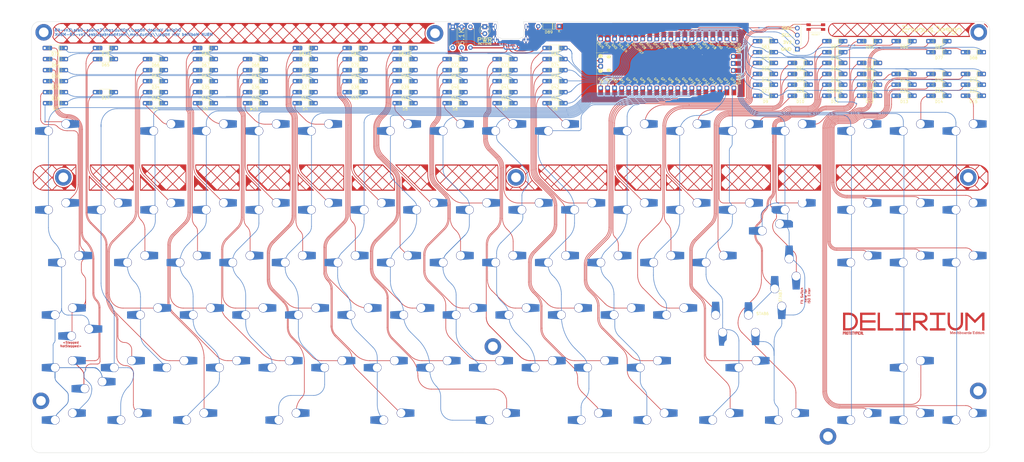
<source format=kicad_pcb>
(kicad_pcb (version 20211014) (generator pcbnew)
  (title_block (title "EnvKB") (date "2021-04-06") (rev "Rev.1"))
  (layers (0 "F.Cu" signal) (31 "B.Cu" signal) (34 "B.Paste" user) (35 "F.Paste" user) (36 "B.SilkS" user "B.Silkscreen") (37 "F.SilkS" user "F.Silkscreen") (38 "B.Mask" user) (39 "F.Mask" user) (44 "Edge.Cuts" user))
  (net 0 "")
  (net 1 "col0")
  (net 2 "col1")
  (net 3 "col2")
  (net 4 "col3")
  (net 5 "col4")
  (net 6 "col5")
  (net 7 "col6")
  (net 8 "col7")
  (net 9 "col8")
  (net 10 "col9")
  (net 11 "col10")
  (net 12 "col11")
  (net 13 "col12")
  (net 14 "col13")
  (net 15 "col14")
  (net 16 "col15")
  (net 17 "col16")
  (net 18 "col17")
  (net 19 "Net-(D0-Pad2)")
  (net 20 "Net-(D1-Pad2)")
  (net 21 "Net-(D2-Pad2)")
  (net 22 "Net-(D3-Pad2)")
  (net 23 "Net-(D4-Pad2)")
  (net 24 "Net-(D5-Pad2)")
  (net 25 "Net-(D6-Pad2)")
  (net 26 "Net-(D9-Pad2)")
  (net 27 "Net-(D10-Pad2)")
  (net 28 "Net-(D11-Pad2)")
  (net 29 "Net-(D12-Pad2)")
  (net 30 "Net-(D13-Pad2)")
  (net 31 "Net-(D14-Pad2)")
  (net 32 "Net-(D15-Pad2)")
  (net 33 "Net-(D16-Pad2)")
  (net 34 "Net-(D17-Pad2)")
  (net 35 "Net-(D18-Pad2)")
  (net 36 "Net-(D19-Pad2)")
  (net 37 "Net-(D20-Pad2)")
  (net 38 "Net-(D21-Pad2)")
  (net 39 "Net-(D22-Pad2)")
  (net 40 "Net-(D23-Pad2)")
  (net 41 "Net-(D24-Pad2)")
  (net 42 "Net-(D25-Pad2)")
  (net 43 "Net-(D26-Pad2)")
  (net 44 "Net-(D27-Pad2)")
  (net 45 "Net-(D28-Pad2)")
  (net 46 "Net-(D29-Pad2)")
  (net 47 "Net-(D30-Pad2)")
  (net 48 "Net-(D31-Pad2)")
  (net 49 "Net-(D32-Pad2)")
  (net 50 "Net-(D33-Pad2)")
  (net 51 "Net-(D34-Pad2)")
  (net 52 "Net-(D35-Pad2)")
  (net 53 "Net-(D36-Pad2)")
  (net 54 "Net-(D37-Pad2)")
  (net 55 "Net-(D38-Pad2)")
  (net 56 "Net-(D39-Pad2)")
  (net 57 "Net-(D40-Pad2)")
  (net 58 "Net-(D41-Pad2)")
  (net 59 "Net-(D42-Pad2)")
  (net 60 "Net-(D43-Pad2)")
  (net 61 "Net-(D44-Pad2)")
  (net 62 "Net-(D45-Pad2)")
  (net 63 "Net-(D46-Pad2)")
  (net 64 "Net-(D47-Pad2)")
  (net 65 "Net-(D48-Pad2)")
  (net 66 "Net-(D49-Pad2)")
  (net 67 "Net-(D50-Pad2)")
  (net 68 "Net-(D51-Pad2)")
  (net 69 "Net-(D52-Pad2)")
  (net 70 "Net-(D53-Pad2)")
  (net 71 "Net-(D54-Pad2)")
  (net 72 "Net-(D55-Pad2)")
  (net 73 "Net-(D56-Pad2)")
  (net 74 "Net-(D57-Pad2)")
  (net 75 "Net-(D58-Pad2)")
  (net 76 "Net-(D59-Pad2)")
  (net 77 "Net-(D60-Pad2)")
  (net 78 "Net-(D61-Pad2)")
  (net 79 "Net-(D62-Pad2)")
  (net 80 "Net-(D63-Pad2)")
  (net 81 "Net-(D64-Pad2)")
  (net 82 "Net-(D65-Pad2)")
  (net 83 "Net-(D66-Pad2)")
  (net 84 "Net-(D67-Pad2)")
  (net 85 "Net-(D68-Pad2)")
  (net 86 "Net-(D69-Pad2)")
  (net 87 "Net-(D70-Pad2)")
  (net 88 "Net-(D71-Pad2)")
  (net 89 "Net-(D72-Pad2)")
  (net 90 "Net-(D73-Pad2)")
  (net 91 "Net-(D74-Pad2)")
  (net 92 "Net-(D75-Pad2)")
  (net 93 "Net-(D76-Pad2)")
  (net 94 "Net-(D77-Pad2)")
  (net 95 "Net-(D78-Pad2)")
  (net 96 "Net-(D79-Pad2)")
  (net 97 "Net-(D80-Pad2)")
  (net 98 "Net-(D81-Pad2)")
  (net 99 "Net-(D82-Pad2)")
  (net 100 "Net-(D83-Pad2)")
  (net 101 "Net-(D84-Pad2)")
  (net 102 "Net-(D85-Pad2)")
  (net 103 "Net-(D86-Pad2)")
  (net 104 "Net-(D87-Pad2)")
  (net 105 "row0")
  (net 106 "row2")
  (net 107 "row3")
  (net 108 "row4")
  (net 109 "row5")
  (net 110 "row6")
  (net 111 "Net-(D7-Pad2)")
  (net 112 "Net-(D8-Pad2)")
  (net 113 "USBVBUS")
  (net 114 "USB2_P")
  (net 115 "USB2_N")
  (net 116 "GND")
  (net 117 "3.3V")
  (net 118 "I2CSCL")
  (net 119 "I2CSDA")
  (net 120 "Resetbtn")
  (net 121 "Net-(D88-Pad2)")
  (net 122 "Net-(PowerLED0-Pad2)")
  (net 129 "Net-(RESISTOR0-Pad1)")
  (net 130 "Net-(RESISTOR1-Pad2)")
  (net 134 "VSYS")
  (net 135 "Net-(D29BS2-Pad2)")
  (net 136 "Net-(D81A1-Pad2)")
  (net 137 "Net-(D81A2-Pad2)")
  (footprint "MX_Only:MXOnly-1U-Hotswap-Modified" (layer "F.Cu") (at 301.5 168.4 90)
    (fp_text reference "K_63B1")
    (fp_text value "MX-NoLED")
  )
  (footprint "MX_Only:MXOnly-1U-Hotswap-Modified" (layer "F.Cu") (at 49.1 206.5)
    (fp_text reference "K_78")
    (fp_text value "KEYSW")
  )
  (footprint "MX_Only:MXOnly-1U-Hotswap-Modified" (layer "F.Cu") (at 308.6 149.3 -90)
    (fp_text reference "K_46")
    (fp_text value "KEYSW")
  )
  (footprint "MX_Only:MXOnly-1U-Hotswap-Modified" (layer "F.Cu") (at 49.1 187.5)
    (fp_text reference "K_64")
    (fp_text value "KEYSW")
  )
  (footprint "MX_Only:MXOnly-1U-Hotswap-Modified" (layer "F.Cu") (at 70.5 187.5)
    (fp_text reference "K_65")
    (fp_text value "KEYSW")
  )
  (footprint "MX_Only:MXOnly-1U-Hotswap-Modified" (layer "F.Cu") (at 356.2 187.5)
    (fp_text reference "K_77")
    (fp_text value "KEYSW")
  )
  (footprint "MX_Only:MXOnly-1U-Hotswap-Modified" (layer "F.Cu") (at 337.2 206.5)
    (fp_text reference "K_86")
    (fp_text value "KEYSW")
  )
  (footprint "Connector_PinSocket_2.54mm:PinSocket_1x04_P2.54mm_Vertical" (layer "F.Cu") (at 314.1 69.5 180)
    (fp_text reference "I2CHeader0")
    (fp_text value "Conn_01x04")
  )
  (footprint "MX_Only:MXOnly-1U-Hotswap-Modified" (layer "F.Cu") (at 51.4 149.4)
    (fp_text reference "K_33")
    (fp_text value "KEYSW")
  )
  (footprint "LED_THT:LED_D3.0mm" (layer "F.Cu") (at 200.925 61.365 -90)
    (fp_text reference "PowerLED0" hide)
    (fp_text value "LED 3mm")
  )
  (footprint "MX_Only:MXOnly-1U-Hotswap-Modified" (layer "F.Cu") (at 296.7 187.5)
    (fp_text reference "K_76")
    (fp_text value "KEYSW")
  )
  (footprint "MX_Only:MXOnly-1U-Hotswap-Modified" (layer "F.Cu") (at 239.6 206.5)
    (fp_text reference "K_82")
    (fp_text value "KEYSW")
  )
  (footprint "MX_Only:MXOnly-1U-Hotswap-Modified" (layer "F.Cu") (at 58.6 187.5 180)
    (fp_text reference "K_64B1")
    (fp_text value "KEYSW")
  )
  (footprint "Resistor_THT:R_Axial_DIN0207_L6.3mm_D2.5mm_P7.62mm_Horizontal" (layer "F.Cu") (at 192.525 68.965 90)
    (fp_text reference "RESISTOR0")
    (fp_text value "5.1k")
  )
  (footprint "MX_Only:MXOnly-1U-Hotswap-Modified" (layer "F.Cu") (at 311 158.9 90)
    (fp_text reference "K_63")
    (fp_text value "MX-NoLED")
  )
  (footprint "MX_Only:MXOnly-1U-Hotswap-Modified" (layer "F.Cu") (at 84.8 101.7)
    (fp_text reference "K_1")
    (fp_text value "KEYSW")
  )
  (footprint "MX_Only:MXOnly-1U-Hotswap-Modified" (layer "F.Cu") (at 356.2 101.7)
    (fp_text reference "K_14")
    (fp_text value "KEYSW")
  )
  (footprint "MX_Only:MXOnly-1U-Hotswap-Modified" (layer "F.Cu") (at 103.8 130.3)
    (fp_text reference "K_19")
    (fp_text value "KEYSW")
  )
  (footprint "MX_Only:MXOnly-1U-Hotswap-Modified" (layer "F.Cu") (at 141.9 130.3)
    (fp_text reference "K_21")
    (fp_text value "KEYSW")
  )
  (footprint "MX_Only:MXOnly-1U-Hotswap-Modified" (layer "F.Cu") (at 256.2 130.3)
    (fp_text reference "K_27")
    (fp_text value "KEYSW")
  )
  (footprint "MX_Only:MXOnly-1U-Hotswap-Modified" (layer "F.Cu") (at 256.2 101.7)
    (fp_text reference "K_9")
    (fp_text value "KEYSW")
  )
  (footprint "MX_Only:MXOnly-1U-Hotswap-Modified" (layer "F.Cu") (at 375.3 130.3)
    (fp_text reference "K_32")
    (fp_text value "KEYSW")
  )
  (footprint "MX_Only:MXOnly-1U-Hotswap-Modified" (layer "F.Cu") (at 294.3 101.7)
    (fp_text reference "K_11")
    (fp_text value "KEYSW")
  )
  (footprint "MX_Only:MXOnly-1U-Hotswap-Modified" (layer "F.Cu") (at 103.8 101.7)
    (fp_text reference "K_2")
    (fp_text value "KEYSW")
  )
  (footprint "MX_Only:MXOnly-1U-Hotswap-Modified" (layer "F.Cu") (at 122.9 101.7)
    (fp_text reference "K_3")
    (fp_text value "KEYSW")
  )
  (footprint "MX_Only:MXOnly-1U-Hotswap-Modified" (layer "F.Cu") (at 180 130.3)
    (fp_text reference "K_23")
    (fp_text value "KEYSW")
  )
  (footprint "MX_Only:MXOnly-1U-Hotswap-Modified" (layer "F.Cu") (at 337.2 130.3)
    (fp_text reference "K_30")
    (fp_text value "KEYSW")
  )
  (footprint "MX_Only:MXOnly-1U-Hotswap-Modified" (layer "F.Cu") (at 208.6 101.7)
    (fp_text reference "K_7")
    (fp_text value "KEYSW")
  )
  (footprint "MX_Only:MXOnly-1U-Hotswap-Modified" (layer "F.Cu") (at 275.3 101.7)
    (fp_text reference "K_10")
    (fp_text value "KEYSW")
  )
  (footprint "MX_Only:MXOnly-1U-Hotswap-Modified" (layer "F.Cu") (at 313.4 101.7)
    (fp_text reference "K_12")
    (fp_text value "KEYSW")
  )
  (footprint "MX_Only:MXOnly-1U-Hotswap-Modified" (layer "F.Cu") (at 65.7 130.3)
    (fp_text reference "K_17")
    (fp_text value "KEYSW")
  )
  (footprint "MX_Only:MXOnly-1U-Hotswap-Modified" (layer "F.Cu") (at 122.9 130.3)
    (fp_text reference "K_20")
    (fp_text value "KEYSW")
  )
  (footprint "MX_Only:MXOnly-1U-Hotswap-Modified" (layer "F.Cu") (at 375.3 101.7)
    (fp_text reference "K_15")
    (fp_text value "KEYSW")
  )
  (footprint "MX_Only:MXOnly-1U-Hotswap-Modified" (layer "F.Cu") (at 337.2 101.7)
    (fp_text reference "K_13")
    (fp_text value "KEYSW")
  )
  (footprint "MX_Only:MXOnly-1U-Hotswap-Modified" (layer "F.Cu") (at 96.7 206.5)
    (fp_text reference "K_80")
    (fp_text value "KEYSW")
  )
  (footprint "MX_Only:MXOnly-1U-Hotswap-Modified" (layer "F.Cu") (at 170.5 101.7)
    (fp_text reference "K_5")
    (fp_text value "KEYSW")
  )
  (footprint "MX_Only:MXOnly-1U-Hotswap-Modified" (layer "F.Cu") (at 161 130.3)
    (fp_text reference "K_22")
    (fp_text value "KEYSW")
  )
  (footprint "Resistor_THT:R_Axial_DIN0207_L6.3mm_D2.5mm_P7.62mm_Horizontal" (layer "F.Cu") (at 189.325 61.365 -90)
    (fp_text reference "RESISTOR1")
    (fp_text value "5.1k ")
  )
  (footprint "MX_Only:MXOnly-1U-Hotswap-Modified" (layer "F.Cu") (at 275.3 130.3)
    (fp_text reference "K_28")
    (fp_text value "KEYSW")
  )
  (footprint "MX_Only:MXOnly-1U-Hotswap-Modified" (layer "F.Cu") (at 303.9 130.3 180)
    (fp_text reference "K_29")
    (fp_text value "KEYSW")
  )
  (footprint "MX_Only:MXOnly-1U-Hotswap-Modified" (layer "F.Cu") (at 53.8 168.4 180)
    (fp_text reference "K_50")
    (fp_text value "KEYSW")
  )
  (footprint "MX_Only:MXOnly-1U-Hotswap-Modified" (layer "F.Cu") (at 263.4 206.5)
    (fp_text reference "K_83")
    (fp_text value "KEYSW")
  )
  (footprint "MX_Only:MXOnly-1U-Hotswap-Modified" (layer "F.Cu") (at 72.9 206.5)
    (fp_text reference "K_79")
    (fp_text value "KEYSW")
  )
  (footprint "MX_Only:MXOnly-1U-Hotswap-Modified" (layer "F.Cu") (at 218.1 130.3)
    (fp_text reference "K_25")
    (fp_text value "KEYSW")
  )
  (footprint "MX_Only:MXOnly-1U-Hotswap-Modified" (layer "F.Cu") (at 287.2 206.5)
    (fp_text reference "K_84")
    (fp_text value "KEYSW")
  )
  (footprint "MX_Only:MXOnly-1U-Hotswap-Modified" (layer "F.Cu") (at 356.2 130.3)
    (fp_text reference "K_31")
    (fp_text value "KEYSW")
  )
  (footprint "MX_Only:MXOnly-1U-Hotswap-Modified" (layer "F.Cu") (at 311 206.5)
    (fp_text reference "K_85")
    (fp_text value "KEYSW")
  )
  (footprint "MX_Only:MXOnly-1U-Hotswap-Modified" (layer "F.Cu") (at 46.7 130.3)
    (fp_text reference "K_16")
    (fp_text value "KEYSW")
  )
  (footprint "MX_Only:MXOnly-1U-Hotswap-Modified" (layer "F.Cu") (at 199.1 130.3)
    (fp_text reference "K_24")
    (fp_text value "KEYSW")
  )
  (footprint "MX_Only:MXOnly-1U-Hotswap-Modified" (layer "F.Cu") (at 237.2 130.3)
    (fp_text reference "K_26")
    (fp_text value "KEYSW")
  )
  (footprint "MX_Only:MXOnly-1U-Hotswap-Modified" (layer "F.Cu") (at 265.8 149.4)
    (fp_text reference "K_44")
    (fp_text value "KEYSW")
  )
  (footprint "MX_Only:MXOnly-1U-Hotswap-Modified" (layer "F.Cu") (at 99.1 168.4)
    (fp_text reference "K_52")
    (fp_text value "KEYSW")
  )
  (footprint "MX_Only:MXOnly-1U-Hotswap-Modified" (layer "F.Cu") (at 170.5 149.4)
    (fp_text reference "K_39")
    (fp_text value "KEYSW")
  )
  (footprint "MX_Only:MXOnly-1U-Hotswap-Modified" (layer "F.Cu") (at 227.7 149.4)
    (fp_text reference "K_42")
    (fp_text value "KEYSW")
  )
  (footprint "MX_Only:MXOnly-1U-Hotswap-Modified" (layer "F.Cu") (at 246.7 149.4)
    (fp_text reference "K_43")
    (fp_text value "KEYSW")
  )
  (footprint "MX_Only:MXOnly-1U-Hotswap-Modified" (layer "F.Cu") (at 284.8 149.4)
    (fp_text reference "K_45")
    (fp_text value "KEYSW")
  )
  (footprint "MX_Only:MXOnly-1U-Hotswap-Modified" (layer "F.Cu") (at 80 168.4)
    (fp_text reference "K_51")
    (fp_text value "KEYSW")
  )
  (footprint "MX_Only:MXOnly-1U-Hotswap-Modified" (layer "F.Cu") (at 208.6 149.4)
    (fp_text reference "K_41")
    (fp_text value "KEYSW")
  )
  (footprint "MX_Only:MXOnly-1U-Hotswap-Modified" (layer "F.Cu") (at 118.1 168.4)
    (fp_text reference "K_53")
    (fp_text value "KEYSW")
  )
  (footprint "MX_Only:MXOnly-1U-Hotswap-Modified" (layer "F.Cu") (at 356.2 149.4)
    (fp_text reference "K_48")
    (fp_text value "KEYSW")
  )
  (footprint "MX_Only:MXOnly-1U-Hotswap-Modified" (layer "F.Cu") (at 75.3 149.4)
    (fp_text reference "K_34")
    (fp_text value "KEYSW")
  )
  (footprint "MX_Only:MXOnly-1U-Hotswap-Modified" (layer "F.Cu") (at 94.3 149.4)
    (fp_text reference "K_35")
    (fp_text value "KEYSW")
  )
  (footprint "MX_Only:MXOnly-1U-Hotswap-Modified" (layer "F.Cu") (at 132.4 149.4)
    (fp_text reference "K_37")
    (fp_text value "KEYSW")
  )
  (footprint "MX_Only:MXOnly-1U-Hotswap-Modified" (layer "F.Cu") (at 113.4 149.4)
    (fp_text reference "K_36")
    (fp_text value "KEYSW")
  )
  (footprint "MX_Only:MXOnly-1U-Hotswap-Modified" (layer "F.Cu") (at 151.5 149.4)
    (fp_text reference "K_38")
    (fp_text value "KEYSW")
  )
  (footprint "MX_Only:MXOnly-1U-Hotswap-Modified" (layer "F.Cu") (at 337.2 149.4)
    (fp_text reference "K_47")
    (fp_text value "KEYSW")
  )
  (footprint "MX_Only:MXOnly-1U-Hotswap-Modified" (layer "F.Cu") (at 375.3 149.4)
    (fp_text reference "K_49")
    (fp_text value "KEYSW")
  )
  (footprint "MX_Only:MXOnly-1U-Hotswap-Modified" (layer "F.Cu") (at 189.6 149.4)
    (fp_text reference "K_40")
    (fp_text value "KEYSW")
  )
  (footprint "MX_Only:MXOnly-1U-Hotswap-Modified" (layer "F.Cu") (at 137.2 168.4)
    (fp_text reference "K_54")
    (fp_text value "KEYSW")
  )
  (footprint "MX_Only:MXOnly-1U-Hotswap-Modified" (layer "F.Cu") (at 194.3 168.4)
    (fp_text reference "K_57")
    (fp_text value "KEYSW")
  )
  (footprint "MX_Only:MXOnly-1U-Hotswap-Modified" (layer "F.Cu") (at 203.8 187.5)
    (fp_text reference "K_72")
    (fp_text value "KEYSW")
  )
  (footprint "MX_Only:MXOnly-1U-Hotswap-Modified" (layer "F.Cu") (at 156.2 168.4)
    (fp_text reference "K_55")
    (fp_text value "KEYSW")
  )
  (footprint "MX_Only:MXOnly-1U-Hotswap-Modified" (layer "F.Cu") (at 175.3 168.4)
    (fp_text reference "K_56")
    (fp_text value "KEYSW")
  )
  (footprint "MX_Only:MXOnly-1U-Hotswap-Modified" (layer "F.Cu") (at 213.4 168.4)
    (fp_text reference "K_58")
    (fp_text value "KEYSW")
  )
  (footprint "MX_Only:MXOnly-1U-Hotswap-Modified" (layer "F.Cu") (at 232.4 168.4)
    (fp_text reference "K_59")
    (fp_text value "KEYSW")
  )
  (footprint "MX_Only:MXOnly-1U-Hotswap-Modified" (layer "F.Cu") (at 146.7 187.5)
    (fp_text reference "K_69")
    (fp_text value "KEYSW")
  )
  (footprint "MX_Only:MXOnly-1U-Hotswap-Modified" (layer "F.Cu") (at 165.7 187.5)
    (fp_text reference "K_70")
    (fp_text value "KEYSW")
  )
  (footprint "MX_Only:MXOnly-1U-Hotswap-Modified" (layer "F.Cu") (at 251.5 168.4)
    (fp_text reference "K_60")
    (fp_text value "KEYSW")
  )
  (footprint "MX_Only:MXOnly-1U-Hotswap-Modified" (layer "F.Cu") (at 241.9 187.5)
    (fp_text reference "K_74")
    (fp_text value "KEYSW")
  )
  (footprint "MX_Only:MXOnly-1U-Hotswap-Modified" (layer "F.Cu") (at 270.5 168.4)
    (fp_text reference "K_61")
    (fp_text value "KEYSW")
  )
  (footprint "MX_Only:MXOnly-1U-Hotswap-Modified" (layer "F.Cu") (at 222.9 187.5)
    (fp_text reference "K_73")
    (fp_text value "KEYSW")
  )
  (footprint "MX_Only:MXOnly-1U-Hotswap-Modified" (layer "F.Cu") (at 289.6 168.4 90)
    (fp_text reference "K_62")
    (fp_text value "KEYSW")
  )
  (footprint "MX_Only:MXOnly-1U-Hotswap-Modified" (layer "F.Cu") (at 89.5 187.5)
    (fp_text reference "K_66")
    (fp_text value "KEYSW")
  )
  (footprint "MX_Only:MXOnly-1U-Hotswap-Modified" (layer "F.Cu") (at 127.6 187.5)
    (fp_text reference "K_68")
    (fp_text value "KEYSW")
  )
  (footprint "MX_Only:MXOnly-1U-Hotswap-Modified" (layer "F.Cu") (at 184.8 187.5)
    (fp_text reference "K_71")
    (fp_text value "KEYSW")
  )
  (footprint "MX_Only:MXOnly-1U-Hotswap-Modified" (layer "F.Cu") (at 108.6 187.5)
    (fp_text reference "K_67")
    (fp_text value "KEYSW")
  )
  (footprint "MX_Only:MXOnly-1U-Hotswap-Modified" (layer "F.Cu") (at 261 187.5)
    (fp_text reference "K_75")
    (fp_text value "KEYSW")
  )
  (footprint "MX_Only:MXOnly-1U-Hotswap-Modified" (layer "F.Cu") (at 84.8 130.3)
    (fp_text reference "K_18")
    (fp_text value "KEYSW")
  )
  (footprint "MX_Only:MXOnly-1U-Hotswap-Modified" (layer "F.Cu") (at 141.9 101.7)
    (fp_text reference "K_4")
    (fp_text value "KEYSW")
  )
  (footprint "MX_Only:MXOnly-1U-Hotswap-Modified" (layer "F.Cu") (at 356.2 206.5)
    (fp_text reference "K_87")
    (fp_text value "KEYSW")
  )
  (footprint "MX_Only:MXOnly-1U-Hotswap-Modified" (layer "F.Cu") (at 375.3 206.5)
    (fp_text reference "K_88")
    (fp_text value "KEYSW")
  )
  (footprint "MX_Only:MXOnly-1U-Hotswap-Modified" (layer "F.Cu") (at 189.6 101.7)
    (fp_text reference "K_6")
    (fp_text value "KEYSW")
  )
  (footprint "MX_Only:MXOnly-1U-Hotswap-Modified" (layer "F.Cu") (at 227.7 101.7)
    (fp_text reference "K_8")
    (fp_text value "KEYSW")
  )
  (footprint "EnvExtras:SMDNUT-M2" (layer "F.Cu") (at 376 116)
    (fp_text reference "H10")
    (fp_text value "MountingHole")
  )
  (footprint "EnvExtras:SMDNUT-M2" (layer "F.Cu") (at 379.6 193.4)
    (fp_text reference "H4")
    (fp_text value "MountingHole")
  )
  (footprint "EM_Extras:RPi_Pico_SMD_TH" (layer "F.Cu") (at 267 74.7 90)
    (fp_text reference "RPI0" hide)
    (fp_text value "Pico" hide)
  )
  (footprint "EnvExtras:SMDNUT-M2" (layer "F.Cu") (at 212.2 116)
    (fp_text reference "H6")
    (fp_text value "MountingHole")
  )
  (footprint "EnvExtras:SMDNUT-M2" (layer "F.Cu") (at 379.8 63.4)
    (fp_text reference "H1")
    (fp_text value "MountingHole")
  )
  (footprint "Button_Switch_SMD:Panasonic_EVQPUL_EVQPUC" (layer "F.Cu") (at 320.8 61.5)
    (fp_text reference "SW-RST0")
    (fp_text value "EVQ")
  )
  (footprint "Resistor_THT:R_Axial_DIN0207_L6.3mm_D2.5mm_P7.62mm_Horizontal" (layer "F.Cu") (at 195.725 68.965 90)
    (fp_text reference "PowerLedResistor0")
    (fp_text value "47K Resistor")
  )
  (footprint "EnvExtras:DiodeCustomSMDTHT" (layer "F.Cu") (at 369.2 86.4 180)
    (fp_text reference "D14")
    (fp_text value "D")
  )
  (footprint "EnvExtras:DiodeCustomSMDTHT" (layer "F.Cu") (at 356.6 86.4 180)
    (fp_text reference "D13")
    (fp_text value "D")
  )
  (footprint "EnvExtras:DiodeCustomSMDTHT" (layer "F.Cu") (at 344.1 86.4 180)
    (fp_text reference "D12")
    (fp_text value "D")
  )
  (footprint "EnvExtras:DiodeCustomSMDTHT" (layer "F.Cu") (at 319 86.4 180)
    (fp_text reference "D10")
    (fp_text value "D")
  )
  (footprint "EnvExtras:DiodeCustomSMDTHT" (layer "F.Cu") (at 331.5 86.4 180)
    (fp_text reference "D11")
    (fp_text value "D")
  )
  (footprint "EnvExtras:DiodeCustomSMDTHT" (layer "F.Cu") (at 381.7 86.4 180)
    (fp_text reference "D15")
    (fp_text value "D")
  )
  (footprint "EnvExtras:DiodeCustomSMDTHT" (layer "F.Cu") (at 306.4 86.4 180)
    (fp_text reference "D9")
    (fp_text value "D")
  )
  (footprint "EnvExtras:DiodeCustomSMDTHT" (layer "F.Cu") (at 344.1 66.6 180)
    (fp_text reference "D85")
    (fp_text value "D")
  )
  (footprint "josh-connectors:USB_C_TYPE-C-31-M-14" (layer "F.Cu") (at 210.267 64.4 180)
    (fp_text reference "USB1")
    (fp_text value "HRO-TYPE-C-31-M-12")
    (fp_line (start -3.2 -1.3) (end 3.2 -1.3) (layer "Edge.Cuts") (width 0.1))
    (fp_line (start 4.70304 4.296872) (end 4.70304 -0.103128) (layer "Edge.Cuts") (width 0.1))
    (fp_line (start -4.70304 4.296872) (end -4.70304 -0.103128) (layer "Edge.Cuts") (width 0.1))
    (fp_arc (start 3.2 -1.3) (mid 3.388713 -1.252686) (end 3.532782 -1.121938) (layer "Edge.Cuts") (width 0.1))
    (fp_arc (start 3.80304 -1.003128) (mid 3.657198 -1.03816) (end 3.532782 -1.121938) (layer "Edge.Cuts") (width 0.1))
    (fp_arc (start -3.532782 -1.121938) (mid -3.388713 -1.252687) (end -3.2 -1.3) (layer "Edge.Cuts") (width 0.1))
    (fp_arc (start -4.70304 -0.103128) (mid -4.439436 -0.739524) (end -3.80304 -1.003128) (layer "Edge.Cuts") (width 0.1))
    (fp_arc (start -3.532782 -1.121938) (mid -3.657195 -1.038158) (end -3.80304 -1.003128) (layer "Edge.Cuts") (width 0.1))
    (fp_arc (start 3.80304 -1.003128) (mid 4.439435 -0.739524) (end 4.70304 -0.103128) (layer "Edge.Cuts") (width 0.1))
  )
  (footprint "EnvExtras:SMDNUT-M2" (layer "F.Cu") (at 41.2 63.4)
    (fp_text reference "H0")
    (fp_text value "MountingHole")
  )
  (footprint "MX_Only:MXOnly-1U-Hotswap-Modified" (layer "F.Cu") (at 168.1 206.5)
    (fp_text reference "K_81")
    (fp_text value "KEYSW")
  )
  (footprint "EnvExtras:DiodeCustomSMDTHT" (layer "F.Cu") (at 306.4 82.4 180)
    (fp_text reference "D27")
    (fp_text value "D")
  )
  (footprint "EnvExtras:DiodeCustomSMDTHT" (layer "F.Cu") (at 319 82.4 180)
    (fp_text reference "D28")
    (fp_text value "D")
  )
  (footprint "EnvExtras:DiodeCustomSMDTHT" (layer "F.Cu") (at 344.1 82.4 180)
    (fp_text reference "D29")
    (fp_text value "D")
  )
  (footprint "EnvExtras:DiodeCustomSMDTHT" (layer "F.Cu") (at 356.6 82.4 180)
    (fp_text reference "D30")
    (fp_text value "D")
  )
  (footprint "EnvExtras:DiodeCustomSMDTHT" (layer "F.Cu") (at 369.2 82.4 180)
    (fp_text reference "D31")
    (fp_text value "D")
  )
  (footprint "EnvExtras:DiodeCustomSMDTHT" (layer "F.Cu") (at 381.7 82.4 180)
    (fp_text reference "D32")
    (fp_text value "D")
  )
  (footprint "EnvExtras:DiodeCustomSMDTHT" (layer "F.Cu") (at 306.4 78.5 180)
    (fp_text reference "D43")
    (fp_text value "D")
  )
  (footprint "EnvExtras:DiodeCustomSMDTHT" (layer "F.Cu") (at 319 78.5 180)
    (fp_text reference "D44")
    (fp_text value "D")
  )
  (footprint "EnvExtras:DiodeCustomSMDTHT" (layer "F.Cu") (at 331.5 78.5 180)
    (fp_text reference "D45")
    (fp_text value "D")
  )
  (footprint "EnvExtras:DiodeCustomSMDTHT" (layer "F.Cu") (at 344.1 78.5 180)
    (fp_text reference "D46")
    (fp_text value "D")
  )
  (footprint "EnvExtras:DiodeCustomSMDTHT" (layer "F.Cu") (at 356.6 78.5 180)
    (fp_text reference "D47")
    (fp_text value "D")
  )
  (footprint "EnvExtras:DiodeCustomSMDTHT" (layer "F.Cu") (at 369.2 78.5 180)
    (fp_text reference "D48")
    (fp_text value "D")
  )
  (footprint "EnvExtras:DiodeCustomSMDTHT" (layer "F.Cu") (at 381.7 78.5 180)
    (fp_text reference "D49")
    (fp_text value "D")
  )
  (footprint "EnvExtras:DiodeCustomSMDTHT" (layer "F.Cu") (at 306.4 74.5 180)
    (fp_text reference "D60")
    (fp_text value "D")
  )
  (footprint "EnvExtras:DiodeCustomSMDTHT" (layer "F.Cu") (at 319 74.5 180)
    (fp_text reference "D61")
    (fp_text value "D")
  )
  (footprint "EnvExtras:DiodeCustomSMDTHT" (layer "F.Cu") (at 331.5 74.5 180)
    (fp_text reference "D62")
    (fp_text value "D")
  )
  (footprint "EnvExtras:DiodeCustomSMDTHT" (layer "F.Cu") (at 344.1 74.5 180)
    (fp_text reference "D63")
    (fp_text value "D")
  )
  (footprint "EnvExtras:DiodeCustomSMDTHT" (layer "F.Cu") (at 306.4 70.6 180)
    (fp_text reference "D75")
    (fp_text value "D")
  )
  (footprint "EnvExtras:DiodeCustomSMDTHT" (layer "F.Cu") (at 331.5 70.6 180)
    (fp_text reference "D76")
    (fp_text value "D")
  )
  (footprint "EnvExtras:DiodeCustomSMDTHT" (layer "F.Cu") (at 369.2 70.6 180)
    (fp_text reference "D77")
    (fp_text value "D")
  )
  (footprint "EnvExtras:DiodeCustomSMDTHT" (layer "F.Cu") (at 306.4 66.6 180)
    (fp_text reference "D83")
    (fp_text value "D")
  )
  (footprint "EnvExtras:DiodeCustomSMDTHT" (layer "F.Cu") (at 331.5 66.6 180)
    (fp_text reference "D84")
    (fp_text value "D")
  )
  (footprint "EnvExtras:DiodeCustomSMDTHT" (layer "F.Cu") (at 356.6 66.6 180)
    (fp_text reference "D86")
    (fp_text value "D")
  )
  (footprint "EnvExtras:DiodeCustomSMDTHT" (layer "F.Cu") (at 369.2 66.6 180)
    (fp_text reference "D87")
    (fp_text value "D")
  )
  (footprint "EnvExtras:DiodeCustomSMDTHT" (layer "F.Cu") (at 381.7 70.6 180)
    (fp_text reference "D88")
    (fp_text value "D")
  )
  (footprint "EnvExtras:SMDNUT-M2" (layer "F.Cu") (at 48.3 116)
    (fp_text reference "H9")
    (fp_text value "MountingHole")
  )
  (footprint "EnvExtras:DiodeCustomSMDTHT" (layer "F.Cu") (at 49.3 73.1 180)
    (fp_text reference "D64")
    (fp_text value "D")
  )
  (footprint "EnvExtras:DiodeCustomSMDTHT" (layer "F.Cu") (at 49.3 81.1 180)
    (fp_text reference "D33")
    (fp_text value "D")
  )
  (footprint "EnvExtras:DiodeCustomSMDTHT" (layer "F.Cu") (at 103.6 89.1 180)
    (fp_text reference "D2")
    (fp_text value "D")
  )
  (footprint "EnvExtras:DiodeCustomSMDTHT" (layer "F.Cu") (at 49.3 89.1 180)
    (fp_text reference "D0")
    (fp_text value "D")
  )
  (footprint "EnvExtras:DiodeCustomSMDTHT" (layer "F.Cu") (at 85.5 89.1 180)
    (fp_text reference "D1")
    (fp_text value "D")
  )
  (footprint "EnvExtras:DiodeCustomSMDTHT" (layer "F.Cu") (at 121.7 89.1 180)
    (fp_text reference "D3")
    (fp_text value "D")
  )
  (footprint "EnvExtras:DiodeCustomSMDTHT" (layer "F.Cu") (at 49.3 77.1 180)
    (fp_text reference "D50")
    (fp_text value "D")
  )
  (footprint "EnvExtras:DiodeCustomSMDTHT" (layer "F.Cu") (at 49.2 69.1 180)
    (fp_text reference "D78")
    (fp_text value "D")
  )
  (footprint "EnvExtras:DiodeCustomSMDTHT" (layer "F.Cu") (at 139.7 89.1 180)
    (fp_text reference "D4")
    (fp_text value "D")
  )
  (footprint "EnvExtras:DiodeCustomSMDTHT" (layer "F.Cu") (at 212.1 89.1 180)
    (fp_text reference "D7")
    (fp_text value "D")
  )
  (footprint "EnvExtras:DiodeCustomSMDTHT" (layer "F.Cu") (at 230.2 89.1 180)
    (fp_text reference "D8")
    (fp_text value "D")
  )
  (footprint "EnvExtras:DiodeCustomSMDTHT" (layer "F.Cu") (at 49.3 85.1 180)
    (fp_text reference "D16")
    (fp_text value "D")
  )
  (footprint "EnvExtras:DiodeCustomSMDTHT" (layer "F.Cu") (at 194 89.1 180)
    (fp_text reference "D6")
    (fp_text value "D")
  )
  (footprint "EnvExtras:DiodeCustomSMDTHT" (layer "F.Cu") (at 175.9 89.1 180)
    (fp_text reference "D5")
    (fp_text value "D")
  )
  (footprint "EnvExtras:DiodeCustomSMDTHT" (layer "F.Cu") (at 175.9 73.1 180)
    (fp_text reference "D71")
    (fp_text value "D")
  )
  (footprint "EnvExtras:DiodeCustomSMDTHT" (layer "F.Cu") (at 212.1 77.1 180)
    (fp_text reference "D58")
    (fp_text value "D")
  )
  (footprint "EnvExtras:DiodeCustomSMDTHT" (layer "F.Cu") (at 230.2 77.1 180)
    (fp_text reference "D59")
    (fp_text value "D")
  )
  (footprint "EnvExtras:DiodeCustomSMDTHT" (layer "F.Cu") (at 85.5 73.1 180)
    (fp_text reference "D66")
    (fp_text value "D")
  )
  (footprint "EnvExtras:DiodeCustomSMDTHT" (layer "F.Cu") (at 67.4 73.1 180)
    (fp_text reference "D65")
    (fp_text value "D")
  )
  (footprint "EnvExtras:DiodeCustomSMDTHT" (layer "F.Cu") (at 230.2 73.1 180)
    (fp_text reference "D74")
    (fp_text value "D")
  )
  (footprint "EnvExtras:DiodeCustomSMDTHT" (layer "F.Cu") (at 212.1 73.1 180)
    (fp_text reference "D73")
    (fp_text value "D")
  )
  (footprint "EnvExtras:DiodeCustomSMDTHT" (layer "F.Cu") (at 103.6 73.1 180)
    (fp_text reference "D67")
    (fp_text value "D")
  )
  (footprint "EnvExtras:DiodeCustomSMDTHT" (layer "F.Cu") (at 194 73.1 180)
    (fp_text reference "D72")
    (fp_text value "D")
  )
  (footprint "EnvExtras:DiodeCustomSMDTHT" (layer "F.Cu") (at 121.7 73.1 180)
    (fp_text reference "D68")
    (fp_text value "D")
  )
  (footprint "EnvExtras:DiodeCustomSMDTHT" (layer "F.Cu") (at 139.8 73.1 180)
    (fp_text reference "D69")
    (fp_text value "D")
  )
  (footprint "EnvExtras:DiodeCustomSMDTHT" (layer "F.Cu") (at 157.8 73.1 180)
    (fp_text reference "D70")
    (fp_text value "D")
  )
  (footprint "EnvExtras:DiodeCustomSMDTHT" (layer "F.Cu") (at 157.8 81.1 180)
    (fp_text reference "D38")
    (fp_text value "D")
  )
  (footprint "EnvExtras:DiodeCustomSMDTHT" (layer "F.Cu") (at 175.9 81.1 180)
    (fp_text reference "D39")
    (fp_text value "D")
  )
  (footprint "EnvExtras:DiodeCustomSMDTHT" (layer "F.Cu") (at 230.2 85.1 180)
    (fp_text reference "D26")
    (fp_text value "D")
  )
  (footprint "EnvExtras:DiodeCustomSMDTHT" (layer "F.Cu") (at 139.8 81.1 180)
    (fp_text reference "D37")
    (fp_text value "D")
  )
  (footprint "EnvExtras:DiodeCustomSMDTHT" (layer "F.Cu") (at 121.7 81.1 180)
    (fp_text reference "D36")
    (fp_text value "D")
  )
  (footprint "EnvExtras:DiodeCustomSMDTHT" (layer "F.Cu") (at 157.8 85.1 180)
    (fp_text reference "D22")
    (fp_text value "D")
  )
  (footprint "EnvExtras:DiodeCustomSMDTHT" (layer "F.Cu") (at 175.9 85.1 180)
    (fp_text reference "D23")
    (fp_text value "D")
  )
  (footprint "EnvExtras:DiodeCustomSMDTHT" (layer "F.Cu") (at 85.5 81.1 180)
    (fp_text reference "D34")
    (fp_text value "D")
  )
  (footprint "EnvExtras:DiodeCustomSMDTHT" (layer "F.Cu") (at 103.6 81.1 180)
    (fp_text reference "D35")
    (fp_text value "D")
  )
  (footprint "EnvExtras:DiodeCustomSMDTHT" (layer "F.Cu") (at 194 85.1 180)
    (fp_text reference "D24")
    (fp_text value "D")
  )
  (footprint "EnvExtras:DiodeCustomSMDTHT" (layer "F.Cu") (at 212.1 85.1 180)
    (fp_text reference "D25")
    (fp_text value "D")
  )
  (footprint "EnvExtras:DiodeCustomSMDTHT" (layer "F.Cu") (at 175.9 77.1 180)
    (fp_text reference "D56")
    (fp_text value "D")
  )
  (footprint "EnvExtras:DiodeCustomSMDTHT" (layer "F.Cu") (at 121.7 77.1 180)
    (fp_text reference "D53")
    (fp_text value "D")
  )
  (footprint "EnvExtras:DiodeCustomSMDTHT" (layer "F.Cu") (at 157.8 77.1 180)
    (fp_text reference "D55")
    (fp_text value "D")
  )
  (footprint "EnvExtras:DiodeCustomSMDTHT" (layer "F.Cu") (at 194 81.1 180)
    (fp_text reference "D40")
    (fp_text value "D")
  )
  (footprint "EnvExtras:DiodeCustomSMDTHT" (layer "F.Cu") (at 212.1 81.1 180)
    (fp_text reference "D41")
    (fp_text value "D")
  )
  (footprint "EnvExtras:DiodeCustomSMDTHT" (layer "F.Cu") (at 194 77.1 180)
    (fp_text reference "D57")
    (fp_text value "D")
  )
  (footprint "EnvExtras:DiodeCustomSMDTHT" (layer "F.Cu") (at 230.2 81.1 180)
    (fp_text reference "D42")
    (fp_text value "D")
  )
  (footprint "EnvExtras:DiodeCustomSMDTHT" (layer "F.Cu") (at 85.5 77.1 180)
    (fp_text reference "D51")
    (fp_text value "D")
  )
  (footprint "EnvExtras:DiodeCustomSMDTHT" (layer "F.Cu") (at 103.6 77.1 180)
    (fp_text reference "D52")
    (fp_text value "D")
  )
  (footprint "EnvExtras:DiodeCustomSMDTHT" (layer "F.Cu") (at 139.8 77.1 180)
    (fp_text reference "D54")
    (fp_text value "D")
  )
  (footprint "EnvExtras:DiodeCustomSMDTHT" (layer "F.Cu") (at 67.4 69.1 180)
    (fp_text reference "D79")
    (fp_text value "D")
  )
  (footprint "EnvExtras:DiodeCustomSMDTHT" (layer "F.Cu") (at 103.6 69.1 180)
    (fp_text reference "D80")
    (fp_text value "D")
  )
  (footprint "EnvExtras:DiodeCustomSMDTHT" (layer "F.Cu") (at 157.8 69.1 180)
    (fp_text reference "D81")
    (fp_text value "D")
  )
  (footprint "EnvExtras:DiodeCustomSMDTHT" (layer "F.Cu") (at 230.2 69.1 180)
    (fp_text reference "D82")
    (fp_text value "D")
  )
  (footprint "EnvExtras:DiodeCustomSMDTHT" (layer "F.Cu") (at 85.5 85.1 180)
    (fp_text reference "D18")
    (fp_text value "D")
  )
  (footprint "EnvExtras:DiodeCustomSMDTHT" (layer "F.Cu") (at 139.7 85.1 180)
    (fp_text reference "D21")
    (fp_text value "D")
  )
  (footprint "EnvExtras:DiodeCustomSMDTHT" (layer "F.Cu") (at 103.6 85.1 180)
    (fp_text reference "D19")
    (fp_text value "D")
  )
  (footprint "EnvExtras:DiodeCustomSMDTHT" (layer "F.Cu") (at 121.7 85.1 180)
    (fp_text reference "D20")
    (fp_text value "D")
  )
  (footprint "EnvExtras:DiodeCustomSMDTHT" (layer "F.Cu") (at 67.4 85.1 180)
    (fp_text reference "D17")
    (fp_text value "D")
  )
  (footprint "Mounting_Keyboard_Stabilizer:Stabilizer_Cherry_MX_2u" (layer "F.Cu") (at 311 158.9 90)
    (fp_text reference "STAB1")
    (fp_text value "Stabilizer")
  )
  (footprint "kibuzzard-628ADF99" (layer "F.Cu") (at 334.35 172.45)
    (fp_text reference "kibuzzard-628ADF99" hide)
    (fp_text value "G***" hide)
  )
  (footprint "kibuzzard-6250C4E7" (layer "F.Cu") (at 362.8 62.6)
    (fp_text reference "kibuzzard-6250C4E7" hide)
    (fp_text value "G***" hide)
  )
  (footprint "kibuzzard-628AE82F" (layer "F.Cu") (at 320.8 64.2)
    (fp_text reference "kibuzzard-628AE82F" hide)
    (fp_text value "G***" hide)
  )
  (footprint "kibuzzard-628AE7EF" (layer "F.Cu") (at 310.1 69.5)
    (fp_text reference "kibuzzard-628AE7EF" hide)
    (fp_text value "G***" hide)
  )
  (footprint "EnvExtras:DiodeCustomSMDTHT" (layer "F.Cu") (at 139.8 69.1 180)
    (fp_text reference "D81A1")
    (fp_text value "D")
  )
  (footprint "kibuzzard-628AE805" (layer "F.Cu") (at 310.2 64.4)
    (fp_text reference "kibuzzard-628AE805" hide)
    (fp_text value "G***" hide)
  )
  (footprint "Mounting_Keyboard_Stabilizer:Stabilizer_Cherry_MX_2u" (layer "F.Cu") (at 130.1 206.5 180)
    (fp_text reference "STAB3")
    (fp_text value "Stabilizer")
  )
  (footprint "EnvExtras:SMDNUT-M2" (layer "F.Cu") (at 325.2 209.9)
    (fp_text reference "H5")
    (fp_text value "MountingHole")
  )
  (footprint "kibuzzard-628AE768" (layer "F.Cu") (at 200.925 66.065)
    (fp_text reference "kibuzzard-628AE768" hide)
    (fp_text value "G***" hide)
  )
  (footprint "kibuzzard-628AEA91" (layer "F.Cu") (at 200.925 67.465)
    (fp_text reference "kibuzzard-628AEA91" hide)
    (fp_text value "G***" hide)
  )
  (footprint "MX_Only:MXOnly-1U-Hotswap-Modified" (layer "F.Cu") (at 49.1 168.4)
    (fp_text reference "K_50A1")
    (fp_text value "KEYSW")
  )
  (footprint "EnvExtras:SMDNUT-M2" (layer "F.Cu") (at 182.9 63.75)
    (fp_text reference "H11")
    (fp_text value "MountingHole")
  )
  (footprint "kibuzzard-628AE7FB" (layer "F.Cu") (at 310.5 67)
    (fp_text reference "kibuzzard-628AE7FB" hide)
    (fp_text value "G***" hide)
  )
  (footprint "Mounting_Keyboard_Stabilizer:Stabilizer_Cherry_MX_2u" (layer "F.Cu") (at 301.5 168.4)
    (fp_text reference "STAB6")
    (fp_text value "Stabilizer")
  )
  (footprint "kibuzzard-628ADF99" (layer "F.Cu") (at 334.35 172.45)
    (fp_text reference "kibuzzard-628ADF99" hide)
    (fp_text value "G***" hide)
  )
  (footprint "MX_Only:MXOnly-1U-Hotswap-Modified" (layer "F.Cu") (at 130.1 206.5)
    (fp_text reference "K_81A1")
    (fp_text value "KEYSW")
  )
  (footprint "EnvExtras:SMDNUT-M2" (layer "F.Cu") (at 40.2 197)
    (fp_text reference "H3")
    (fp_text value "MountingHole")
  )
  (footprint "kibuzzard-6376D46A" (layer "F.Cu") (at 375.6 172.3)
    (fp_text reference "kibuzzard-6376D46A" hide)
    (fp_text value "G***" hide)
  )
  (footprint "kibuzzard-628AE80F" (layer "F.Cu") (at 310.2 61.9)
    (fp_text reference "kibuzzard-628AE80F" hide)
    (fp_text value "G***" hide)
  )
  (footprint "EnvExtras:SMDNUT-M2" (layer "F.Cu") (at 203.85 177.3)
    (fp_text reference "H7")
    (fp_text value "MountingHole")
  )
  (footprint "kibuzzard-628AE061" (layer "F.Cu") (at 356.25 168.25)
    (fp_text reference "kibuzzard-628AE061" hide)
    (fp_text value "G***" hide)
  )
  (footprint "MX_Only:MXOnly-1U-Hotswap-Modified" (layer "F.Cu") (at 313.4 130.3)
    (fp_text reference "K_29BS1")
    (fp_text value "KEYSW")
  )
  (footprint "kibuzzard-6376D46A" (layer "F.Cu") (at 375.6 172.3)
    (fp_text reference "kibuzzard-6376D46A" hide)
    (fp_text value "G***" hide)
  )
  (footprint "Mounting_Keyboard_Stabilizer:Stabilizer_Cherry_MX_2u" (layer "F.Cu") (at 206.3 206.5 180)
    (fp_text reference "STAB4")
    (fp_text value "Stabilizer")
  )
  (footprint "kibuzzard-628AE061" (layer "F.Cu") (at 356.25 168.25)
    (fp_text reference "kibuzzard-628AE061" hide)
    (fp_text value "G***" hide)
  )
  (footprint "MX_Only:MXOnly-1U-Hotswap-Modified" (layer "F.Cu") (at 206.3 206.5)
    (fp_text reference "K_81A2")
    (fp_text value "KEYSW")
  )
  (footprint "EnvExtras:DiodeCustomSMDTHT" (layer "F.Cu") (at 175.9 69.1 180)
    (fp_text reference "D81A2")
    (fp_text value "D")
  )
  (footprint "Diode_THT:D_DO-35_SOD27_P7.62mm_Horizontal" (layer "F.Cu") (at 227.9 61.2 180)
    (fp_text reference "D89")
    (fp_text value "1n4002")
  )
  (footprint "MX_Only:MXOnly-1U-Hotswap-Modified" (layer "F.Cu") (at 46.7 101.7)
    (fp_text reference "K_0")
    (fp_text value "KEYSW")
  )
  (footprint "MX_Only:MXOnly-1U-Hotswap-Modified" (layer "F.Cu") (at 294.3 130.3)
    (fp_text reference "K_29BS2")
    (fp_text value "KEYSW")
  )
  (footprint "Mounting_Keyboard_Stabilizer:Stabilizer_Cherry_MX_2u" (layer "F.Cu") (at 311 158.9 90)
    (fp_text reference "STAB7")
    (fp_text value "Stabilizer")
  )
  (footprint "EnvExtras:DiodeCustomSMDTHT" (layer "F.Cu") (at 331.5 82.4 180)
    (fp_text reference "D29BS2")
    (fp_text value "D")
  )
  (footprint "Mounting_Keyboard_Stabilizer:Stabilizer_Cherry_MX_2u" (layer "F.Cu") (at 303.9 130.3)
    (fp_text reference "STAB5")
    (fp_text value "Stabilizer")
  )
  (footprint "Mounting_Keyboard_Stabilizer:Stabilizer_Cherry_MX_2u" (layer "F.Cu") (at 168.1 206.5 180)
    (fp_text reference "STAB2")
    (fp_text value "Stabilizer")
  )
  (gr_poly (pts (xy 116.9 91.235) (xy 116.05 91.81) (xy 116.05 90.66)) (layer "F.SilkS") (width 0.1) (fill solid))
  (gr_arc (start 383.767 212.785) (mid 382.88832 214.90632) (end 380.767 215.785) (layer "Edge.Cuts") (width 0.1))
  (gr_line (start 205.56396 59.49) (end 39.767 59.485) (layer "Edge.Cuts") (width 0.1))
  (gr_line (start 383.767 62.485) (end 383.767 212.785) (layer "Edge.Cuts") (width 0.1))
  (gr_arc (start 36.767 62.485) (mid 37.64568 60.36368) (end 39.767 59.485) (layer "Edge.Cuts") (width 0.1))
  (gr_line (start 214.97004 60.103128) (end 214.97004 59.49) (layer "Edge.Cuts") (width 0.1))
  (gr_arc (start 39.767 215.785) (mid 37.64568 214.90632) (end 36.767 212.785) (layer "Edge.Cuts") (width 0.1))
  (gr_rect (start 242.95 71.875) (end 246.7 77.3) (layer "Edge.Cuts") (width 0.05) (fill none))
  (gr_line (start 380.767 59.485) (end 214.97004 59.49) (layer "Edge.Cuts") (width 0.1))
  (gr_line (start 36.767 212.785) (end 36.767 62.485) (layer "Edge.Cuts") (width 0.1))
  (gr_line (start 380.767 215.785) (end 39.767 215.785) (layer "Edge.Cuts") (width 0.1))
  (gr_arc (start 380.767 59.485) (mid 382.88832 60.36368) (end 383.767 62.485) (layer "Edge.Cuts") (width 0.1))
  (gr_line (start 205.56396 60.103128) (end 205.56396 59.49) (layer "Edge.Cuts") (width 0.1))
  (gr_text "<Stepped\nNotStepped>" (at 51 176.5) (layer "F.Cu") (effects (font (size 0.8 0.8))))
  (gr_text "Fit Switch\nhere for\nISO Enter" (at 317.075 158.875 90) (layer "F.Cu") (effects (font (size 0.8 0.8))))
  (gr_text "Original Variant: https://github.com/Envious-Data/Env-KB\nMBUK Modified Ver: https://github.com/mechboardsguides/Env-KB-MBUK" (at 45 63.4) (layer "B.Cu") (effects (font (size 1 1) (thickness 0.2)) (justify right mirror)))
  (gr_text "5.1K" (at 192.525 65.05 90) (layer "F.SilkS") (effects (font (size 1.8 1.8) (thickness 0.2))))
  (segment (start 47.6775 163.53875) (end 47.6775 145.695503) (width 0.2) (layer "B.Cu") (net 1))
  (segment (start 45.29625 175.09625) (end 45.29625 165.91) (width 0.2) (layer "B.Cu") (net 1))
  (segment (start 46.315305 201.484695) (end 49.35 198.45) (width 0.25) (layer "B.Cu") (net 1))
  (segment (start 61.146447 185.896446) (end 60.5 185.25) (width 0.2) (layer "B.Cu") (net 1))
  (segment (start 53.72 184.97) (end 45.29625 184.97) (width 0.25) (layer "B.Cu") (net 1))
  (segment (start 248.3 85.375) (end 239.096015 85.375) (width 0.2) (layer "B.Cu") (net 1))
  (segment (start 230.35 90.7) (end 48.65 90.7) (width 0.2) (layer "B.Cu") (net 1))
  (segment (start 54.634777 165.92) (end 50.05875 165.92) (width 0.2) (layer "B.Cu") (net 1))
  (segment (start 54.28 184.97) (end 58.909809 184.97) (width 0.25) (layer "B.Cu") (net 1))
  (segment (start 54.28 184.97) (end 53.72 184.97) (width 0.25) (layer "B.Cu") (net 1))
  (segment (start 42.915 99.245) (end 42.915 96.435) (width 0.2) (layer "B.Cu") (net 1))
  (segment (start 50.1 196.63934) (end 50.1 195) (width 0.25) (layer "B.Cu") (net 1))
  (segment (start 53.72 184.97) (end 59.824021 184.97) (width 0.2) (layer "B.Cu") (net 1))
  (segment (start 45.29625 188.55375) (end 45.29625 184.975088) (width 0.25) (layer "B.Cu") (net 1))
  (segment (start 44.6 183.289104) (end 44.6 176.777131) (width 0.2) (layer "B.Cu") (net 1))
  (segment (start 237.225 86.15) (end 234.319024 89.055976) (width 0.2) (layer "B.Cu") (net 1))
  (segment (start 49.56967 193.71967) (end 45.927343 190.077343) (width 0.25) (layer "B.Cu") (net 1))
  (segment (start 45.29625 188.55375) (end 45.29625 184.97) (width 0.2) (layer "B.Cu") (net 1))
  (segment (start 57.61 170.94) (end 57.61 168.895223) (width 0.2) (layer "B.Cu") (net 1))
  (segment (start 250.49 83.59) (end 248.991378 85.088622) (width 0.2) (layer "B.Cu") (net 1))
  (segment (start 42.915 134.197812) (end 42.915 99.245) (width 0.2) (layer "B.Cu") (net 1))
  (arc (start 59.824021 184.97) (mid 60.189858 185.04277) (end 60.5 185.25) (width 0.2) (layer "B.Cu") (net 1))
  (arc (start 49.35 198.45) (mid 49.905082 197.619262) (end 50.1 196.63934) (width 0.25) (layer "B.Cu") (net 1))
  (arc (start 50.1 195) (mid 49.962172 194.30709) (end 49.56967 193.71967) (width 0.25) (layer "B.Cu") (net 1))
  (arc (start 48.65 90.7) (mid 44.594743 92.379743) (end 42.915 96.435) (width 0.2) (layer "B.Cu") (net 1))
  (arc (start 44.937393 175.962607) (mid 45.202986 175.565119) (end 45.29625 175.09625) (width 0.2) (layer "B.Cu") (net 1))
  (arc (start 44.6 176.777131) (mid 44.687683 176.336319) (end 44.937393 175.962607) (width 0.2) (layer "B.Cu") (net 1))
  (arc (start 45.25 139.835) (mid 43.521846 137.248636) (end 42.915 134.197812) (width 0.2) (layer "B.Cu") (net 1))
  (arc (start 47.6775 145.695503) (mid 47.046613 142.523822) (end 45.25 139.835) (width 0.2) (layer "B.Cu") (net 1))
  (arc (start 45.29625 184.97) (mid 44.78095 184.198798) (end 44.6 183.289104) (width 0.2) (layer "B.Cu") (net 1))
  (arc (start 45.29 203.96) (mid 45.556468 202.620375) (end 46.315305 201.484695) (width 0.25) (layer "B.Cu") (net 1))
  (arc (start 234.319024 89.055976) (mid 232.49802 90.272732) (end 230.35 90.7) (width 0.2) (layer "B.Cu") (net 1))
  (arc (start 58.909809 184.97) (mid 60.120268 185.210776) (end 61.146447 185.896446) (width 0.25) (layer "B.Cu") (net 1))
  (arc (start 45.35625 165.86) (mid 46.997622 165.180122) (end 47.6775 163.53875) (width 0.2) (layer "B.Cu") (net 1))
  (arc (start 50.05875 165.92) (mid 48.374952 165.222548) (end 47.6775 163.53875) (width 0.2) (layer "B.Cu") (net 1))
  (arc (start 57.61 168.895223) (mid 56.738577 166.791423) (end 54.634777 165.92) (width 0.2) (layer "B.Cu") (net 1))
  (arc (start 45.927343 190.077343) (mid 45.460265 189.378313) (end 45.29625 188.55375) (width 0.25) (layer "B.Cu") (net 1))
  (arc (start 248.991378 85.088622) (mid 248.674171 85.300573) (end 248.3 85.375) (width 0.2) (layer "B.Cu") (net 1))
  (arc (start 62.41 188.946932) (mid 62.081613 187.296021) (end 61.146447 185.896446) (width 0.25) (layer "B.Cu") (net 1))
  (arc (start 239.096015 85.375) (mid 238.083429 85.576416) (end 237.225 86.15) (width 0.2) (layer "B.Cu") (net 1))
  (segment (start 237.45 86.5) (end 237.45 86.500192) (width 0.2) (layer "B.Cu") (net 2))
  (segment (start 250.614408 85.127989) (end 249.765271 85.127989) (width 0.2) (layer "B.Cu") (net 2))
  (segment (start 248.375 85.775) (end 239.200304 85.775) (width 0.2) (layer "B.Cu") (net 2))
  (segment (start 253.08 83.6) (end 252.214996 84.465003) (width 0.2) (layer "B.Cu") (net 2))
  (segment (start 237.45 86.500192) (end 234.547385 89.402807) (width 0.2) (layer "B.Cu") (net 2))
  (segment (start 66.69 184.96) (end 71.696325 184.96) (width 0.2) (layer "B.Cu") (net 2))
  (segment (start 230.45 91.1) (end 67.775 91.1) (width 0.2) (layer "B.Cu") (net 2))
  (segment (start 61.965 97.615) (end 61.965 127.82) (width 0.2) (layer "B.Cu") (net 2))
  (segment (start 73 185.5) (end 73.098349 185.598349) (width 0.2) (layer "B.Cu") (net 2))
  (segment (start 66.7275 184.97) (end 66.7275 165.854817) (width 0.2) (layer "B.Cu") (net 2))
  (segment (start 61.965 97.615) (end 61.965 96.91) (width 0.2) (layer "B.Cu") (net 2))
  (segment (start 61.965 96.885) (end 61.965 97.615) (width 0.2) (layer "B.Cu") (net 2))
  (segment (start 69.09 203.96) (end 69.09 198.421808) (width 0.2) (layer "B.Cu") (net 2))
  (segment (start 249.35 85.3) (end 249.228554 85.421446) (width 0.2) (layer "B.Cu") (net 2))
  (segment (start 61.965 154.357126) (end 61.965 127.82) (width 0.2) (layer "B.Cu") (net 2))
  (arc (start 69.09 198.421808) (mid 69.781311 194.946351) (end 71.75 192) (width 0.2) (layer "B.Cu") (net 2))
  (arc (start 73.098349 185.598349) (mid 73.580641 186.32015) (end 73.75 187.171573) (width 0.2) (layer "B.Cu") (net 2))
  (arc (start 71.696325 184.96) (mid 72.401868 185.100342) (end 73 185.5) (width 0.2) (layer "B.Cu") (net 2))
  (arc (start 249.228554 85.421446) (mid 248.83694 85.683114) (end 248.375 85.775) (width 0.2) (layer "B.Cu") (net 2))
  (arc (start 234.547385 89.402807) (mid 232.667489 90.658914) (end 230.45 91.1) (width 0.2) (layer "B.Cu") (net 2))
  (arc (start 239.200304 85.775) (mid 238.253047 85.963421) (end 237.45 86.5) (width 0.2) (layer "B.Cu") (net 2))
  (arc (start 64.7 160.96) (mid 62.675803 157.930576) (end 61.965 154.357126) (width 0.2) (layer "B.Cu") (net 2))
  (arc (start 252.214996 84.465003) (mid 251.48064 84.955684) (end 250.614408 85.127989) (width 0.2) (layer "B.Cu") (net 2))
  (arc (start 249.765271 85.127989) (mid 249.540528 85.172693) (end 249.35 85.3) (width 0.2) (layer "B.Cu") (net 2))
  (arc (start 71.75 192) (mid 73.230217 189.784699) (end 73.75 187.171573) (width 0.2) (layer "B.Cu") (net 2))
  (arc (start 61.965 96.91) (mid 63.66671 92.80171) (end 67.775 91.1) (width 0.2) (layer "B.Cu") (net 2))
  (arc (start 66.7275 165.854817) (mid 66.20057 163.205761) (end 64.7 160.96) (width 0.2) (layer "B.Cu") (net 2))
  (segment (start 81.5 125.817126) (end 81.5 99.66) (width 0.2) (layer "B.Cu") (net 3))
  (segment (start 81.015 99.245) (end 81.015 93.66) (width 0.2) (layer "B.Cu") (net 3))
  (segment (start 239.25 86.175) (end 248.403249 86.175) (width 0.2) (layer "B.Cu") (net 3))
  (segment (start 83.175 91.5) (end 83.181605 91.506605) (width 0.2) (layer "B.Cu") (net 3))
  (segment (start 76.2525 165.92) (end 76.2525 159.304082) (width 0.2) (layer "B.Cu") (net 3))
  (segment (start 83.181605 91.506605) (end 230.534181 91.506605) (width 0.2) (layer "B.Cu") (net 3))
  (segment (start 73.245 142.175) (end 80.024009 135.395991) (width 0.2) (layer "B.Cu") (net 3))
  (segment (start 254.745383 84.474616) (end 255.62 83.6) (width 0.2) (layer "B.Cu") (net 3))
  (segment (start 252.82521 85.07) (end 253.308 85.07) (width 0.2) (layer "B.Cu") (net 3))
  (segment (start 234.775 89.75) (end 237.713604 86.811396) (width 0.2) (layer "B.Cu") (net 3))
  (segment (start 81.615 131.555) (end 81.615 129.268528) (width 0.2) (layer "B.Cu") (net 3))
  (segment (start 76.2525 165.92) (end 76.2525 172.972468) (width 0.2) (layer "B.Cu") (net 3))
  (segment (start 85.7775 184.97) (end 78.000843 177.193343) (width 0.2) (layer "B.Cu") (net 3))
  (segment (start 249.844534 85.578) (end 251.598789 85.578) (width 0.2) (layer "B.Cu") (net 3))
  (arc (start 73.925 153.685) (mid 72.122835 150.987871) (end 71.49 147.80639) (width 0.2) (layer "B.Cu") (net 3))
  (arc (start 253.308 85.07) (mid 254.085906 84.915264) (end 254.745383 84.474616) (width 0.2) (layer "B.Cu") (net 3))
  (arc (start 81.5 125.817126) (mid 81.314047 126.751973) (end 80.784499 127.544499) (width 0.2) (layer "B.Cu") (net 3))
  (arc (start 249.55 85.7) (mid 249.685133 85.609707) (end 249.844534 85.578) (width 0.2) (layer "B.Cu") (net 3))
  (arc (start 76.2525 159.304082) (mid 75.647602 156.263057) (end 73.925 153.685) (width 0.2) (layer "B.Cu") (net 3))
  (arc (start 80.024009 135.395991) (mid 81.201515 133.633729) (end 81.615 131.555) (width 0.2) (layer "B.Cu") (net 3))
  (arc (start 248.403249 86.175) (mid 249.023866 86.051551) (end 249.55 85.7) (width 0.2) (layer "B.Cu") (net 3))
  (arc (start 78.000843 177.193343) (mid 76.706879 175.256789) (end 76.2525 172.972468) (width 0.2) (layer "B.Cu") (net 3))
  (arc (start 81.015 93.66) (mid 81.647649 92.132649) (end 83.175 91.5) (width 0.2) (layer "B.Cu") (net 3))
  (arc (start 81.615 129.268528) (mid 81.459065 128.48459) (end 81.015 127.82) (width 0.2) (layer "B.Cu") (net 3))
  (arc (start 237.713604 86.811396) (mid 238.418508 86.340394) (end 239.25 86.175) (width 0.2) (layer "B.Cu") (net 3))
  (arc (start 230.534181 91.506605) (mid 232.829296 91.050078) (end 234.775 89.75) (width 0.2) (layer "B.Cu") (net 3))
  (arc (start 71.49 146.411944) (mid 71.94611 144.118927) (end 73.245 142.175) (width 0.2) (layer "B.Cu") (net 3))
  (arc (start 251.598789 85.578) (mid 251.930656 85.511987) (end 252.212 85.324) (width 0.2) (layer "B.Cu") (net 3))
  (arc (start 252.212 85.324) (mid 252.493343 85.136012) (end 252.82521 85.07) (width 0.2) (layer "B.Cu") (net 3))
  (segment (start 104.8275 184.97) (end 104.8275 183.254892) (width 0.2) (layer "B.Cu") (net 4))
  (segment (start 100.065 127.82) (end 100.065 131.542069) (width 0.2) (layer "B.Cu") (net 4))
  (segment (start 103.564964 191.945036) (end 93.933297 201.576703) (width 0.2) (layer "B.Cu") (net 4))
  (segment (start 97.6875 173.3475) (end 102.870659 178.530659) (width 0.2) (layer "B.Cu") (net 4))
  (segment (start 95.3025 165.92) (end 95.3025 159.264312) (width 0.2) (layer "B.Cu") (net 4))
  (segment (start 237.8 87.325) (end 235.038478 90.086522) (width 0.2) (layer "B.Cu") (net 4))
  (segment (start 230.6 91.925) (end 104.552407 91.925) (width 0.2) (layer "B.Cu") (net 4))
  (segment (start 255.848 85.07) (end 255.36521 85.07) (width 0.2) (layer "B.Cu") (net 4))
  (segment (start 249.056802 86.575) (end 239.61066 86.575) (width 0.2) (layer "B.Cu") (net 4))
  (segment (start 98.6275 135.0125) (end 93.205793 140.434208) (width 0.2) (layer "B.Cu") (net 4))
  (segment (start 252.106789 86.086) (end 250.237352 86.086) (width 0.2) (layer "B.Cu") (net 4))
  (segment (start 100.065 96.412407) (end 100.065 127.82) (width 0.2) (layer "B.Cu") (net 4))
  (segment (start 104.8275 184.97) (end 104.8275 188.897005) (width 0.2) (layer "B.Cu") (net 4))
  (segment (start 95.3025 165.92) (end 95.3025 167.589601) (width 0.2) (layer "B.Cu") (net 4))
  (segment (start 258.16 83.6) (end 257.285383 84.474616) (width 0.2) (layer "B.Cu") (net 4))
  (segment (start 254.138789 85.578) (end 253.33321 85.578) (width 0.2) (layer "B.Cu") (net 4))
  (arc (start 104.552407 91.925) (mid 101.379331 93.239331) (end 100.065 96.412407) (width 0.2) (layer "B.Cu") (net 4))
  (arc (start 104.8275 188.897005) (mid 104.499378 190.546588) (end 103.564964 191.945036) (width 0.2) (layer "B.Cu") (net 4))
  (arc (start 257.285383 84.474616) (mid 256.625906 84.915264) (end 255.848 85.07) (width 0.2) (layer "B.Cu") (net 4))
  (arc (start 93.933297 201.576703) (mid 93.184273 202.697697) (end 92.92125 204.02) (width 0.2) (layer "B.Cu") (net 4))
  (arc (start 254.752 85.324) (mid 254.470656 85.511987) (end 254.138789 85.578) (width 0.2) (layer "B.Cu") (net 4))
  (arc (start 95.3025 167.589601) (mid 95.922342 170.705753) (end 97.6875 173.3475) (width 0.2) (layer "B.Cu") (net 4))
  (arc (start 255.36521 85.07) (mid 255.033343 85.136012) (end 254.752 85.324) (width 0.2) (layer "B.Cu") (net 4))
  (arc (start 100.065 131.542069) (mid 99.691406 133.420253) (end 98.6275 135.0125) (width 0.2) (layer "B.Cu") (net 4))
  (arc (start 235.038478 90.086522) (mid 233.002087 91.447195) (end 230.6 91.925) (width 0.2) (layer "B.Cu") (net 4))
  (arc (start 250.237352 86.086) (mid 249.89242 86.154611) (end 249.6 86.35) (width 0.2) (layer "B.Cu") (net 4))
  (arc (start 239.61066 86.575) (mid 238.630738 86.769919) (end 237.8 87.325) (width 0.2) (layer "B.Cu") (net 4))
  (arc (start 95.3025 159.264312) (mid 94.58546 155.659508) (end 92.543502 152.603502) (width 0.2) (layer "B.Cu") (net 4))
  (arc (start 253.33321 85.578) (mid 253.001343 85.644012) (end 252.72 85.832) (width 0.2) (layer "B.Cu") (net 4))
  (arc (start 104.8275 183.254892) (mid 104.318934 180.698156) (end 102.870659 178.530659) (width 0.2) (layer "B.Cu") (net 4))
  (arc (start 93.205793 140.434208) (mid 91.232817 143.386974) (end 90.54 146.87) (width 0.2) (layer "B.Cu") (net 4))
  (arc (start 249.6 86.35) (mid 249.350779 86.516525) (end 249.056802 86.575) (width 0.2) (layer "B.Cu") (net 4))
  (arc (start 252.72 85.832) (mid 252.438656 86.019987) (end 252.106789 86.086) (width 0.2) (layer "B.Cu") (net 4))
  (arc (start 92.543502 152.603502) (mid 91.060693 150.384322) (end 90.54 147.766621) (width 0.2) (layer "B.Cu") (net 4))
  (segment (start 253.58721 86.086) (end 254.392789 86.086) (width 0.2) (layer "B.Cu") (net 5))
  (segment (start 120.375 92.325) (end 120.37745 92.32745) (width 0.2) (layer "B.Cu") (net 5))
  (segment (start 114.3525 165.92) (end 114.3525 168.984256) (width 0.2) (layer "B.Cu") (net 5))
  (segment (start 111.295 142.325) (end 117.7675 135.8525) (width 0.2) (layer "B.Cu") (net 5))
  (segment (start 116.493792 174.153792) (end 122.663927 180.323927) (width 0.2) (layer "B.Cu") (net 5))
  (segment (start 119.115 132.599348) (end 119.115 93.585) (width 0.2) (layer "B.Cu") (net 5))
  (segment (start 255.61921 85.578) (end 256.678789 85.578) (width 0.2) (layer "B.Cu") (net 5))
  (segment (start 262.505 84.335) (end 263.24 83.6) (width 0.2) (layer "B.Cu") (net 5))
  (segment (start 235.175 90.525) (end 238.035571 87.664429) (width 0.2) (layer "B.Cu") (net 5))
  (segment (start 120.37745 92.32745) (end 230.823501 92.32745) (width 0.2) (layer "B.Cu") (net 5))
  (segment (start 123.8775 183.25375) (end 123.8775 184.97) (width 0.2) (layer "B.Cu") (net 5))
  (segment (start 239.7 86.975) (end 249.125736 86.975) (width 0.2) (layer "B.Cu") (net 5))
  (segment (start 257.90521 85.07) (end 260.730553 85.07) (width 0.2) (layer "B.Cu") (net 5))
  (segment (start 114.3525 165.92) (end 114.3525 158.952179) (width 0.2) (layer "B.Cu") (net 5))
  (segment (start 250.045551 86.594) (end 252.360789 86.594) (width 0.2) (layer "B.Cu") (net 5))
  (arc (start 114.3525 168.984256) (mid 114.909004 171.781988) (end 116.493792 174.153792) (width 0.2) (layer "B.Cu") (net 5))
  (arc (start 260.730553 85.07) (mid 261.690876 84.878979) (end 262.505 84.335) (width 0.2) (layer "B.Cu") (net 5))
  (arc (start 252.974 86.34) (mid 253.255343 86.152012) (end 253.58721 86.086) (width 0.2) (layer "B.Cu") (net 5))
  (arc (start 249.125736 86.975) (mid 249.517705 86.897032) (end 249.85 86.675) (width 0.2) (layer "B.Cu") (net 5))
  (arc (start 114.3525 158.952179) (mid 113.628501 155.31239) (end 111.566726 152.226726) (width 0.2) (layer "B.Cu") (net 5))
  (arc (start 119.115 93.585) (mid 119.484045 92.694045) (end 120.375 92.325) (width 0.2) (layer "B.Cu") (net 5))
  (arc (start 123.8775 183.25375) (mid 123.562102 181.668141) (end 122.663927 180.323927) (width 0.2) (layer "B.Cu") (net 5))
  (arc (start 249.85 86.675) (mid 249.939719 86.615051) (end 250.045551 86.594) (width 0.2) (layer "B.Cu") (net 5))
  (arc (start 109.59 146.441234) (mid 110.033115 144.213545) (end 111.295 142.325) (width 0.2) (layer "B.Cu") (net 5))
  (arc (start 257.292 85.324) (mid 257.573343 85.136012) (end 257.90521 85.07) (width 0.2) (layer "B.Cu") (net 5))
  (arc (start 252.360789 86.594) (mid 252.692656 86.527987) (end 252.974 86.34) (width 0.2) (layer "B.Cu") (net 5))
  (arc (start 256.678789 85.578) (mid 257.010656 85.511987) (end 257.292 85.324) (width 0.2) (layer "B.Cu") (net 5))
  (arc (start 254.392789 86.086) (mid 254.724656 86.019987) (end 255.006 85.832) (width 0.2) (layer "B.Cu") (net 5))
  (arc (start 111.566726 152.226726) (mid 110.103734 150.037205) (end 109.59 147.454488) (width 0.2) (layer "B.Cu") (net 5))
  (arc (start 255.006 85.832) (mid 255.287343 85.644012) (end 255.61921 85.578) (width 0.2) (layer "B.Cu") (net 5))
  (arc (start 238.035571 87.664429) (mid 238.799217 87.154177) (end 239.7 86.975) (width 0.2) (layer "B.Cu") (net 5))
  (arc (start 117.7675 135.8525) (mid 118.764796 134.359941) (end 119.115 132.599348) (width 0.2) (layer "B.Cu") (net 5))
  (arc (start 230.823501 92.32745) (mid 233.178515 91.859008) (end 235.175 90.525) (width 0.2) (layer "B.Cu") (net 5))
  (segment (start 138.165 127.82) (end 138.165 133.753508) (width 0.2) (layer "B.Cu") (net 6))
  (segment (start 258.15921 85.578) (end 261.758789 85.578) (width 0.2) (layer "B.Cu") (net 6))
  (segment (start 250.136592 87.102) (end 252.614789 87.102) (width 0.2) (layer "B.Cu") (net 6))
  (segment (start 253.84121 86.594) (end 254.646789 86.594) (width 0.2) (layer "B.Cu") (net 6))
  (segment (start 230.95 92.73) (end 142.397915 92.73) (width 0.2) (layer "B.Cu") (net 6))
  (segment (start 128.64 146.87) (end 128.64 148.798853) (width 0.2) (layer "B.Cu") (net 6))
  (segment (start 138.925345 195.04) (end 130.72 195.04) (width 0.2) (layer "B.Cu") (net 6))
  (segment (start 264.905383 84.474616) (end 265.78 83.6) (width 0.2) (layer "B.Cu") (net 6))
  (segment (start 262.98521 85.07) (end 263.468 85.07) (width 0.2) (layer "B.Cu") (net 6))
  (segment (start 142.9275 184.97) (end 142.9275 191.037845) (width 0.2) (layer "B.Cu") (net 6))
  (segment (start 135.593792 177.636292) (end 142.9275 184.97) (width 0.2) (layer "B.Cu") (net 6))
  (segment (start 137.075 136.385) (end 130.089569 143.370431) (width 0.2) (layer "B.Cu") (net 6))
  (segment (start 238.3 87.975) (end 235.379943 90.895057) (width 0.2) (layer "B.Cu") (net 6))
  (segment (start 138.165 96.962915) (end 138.165 127.82) (width 0.2) (layer "B.Cu") (net 6))
  (segment (start 249.477513 87.375) (end 239.748528 87.375) (width 0.2) (layer "B.Cu") (net 6))
  (segment (start 126.29685 199.46315) (end 126.29685 204.02) (width 0.2) (layer "B.Cu") (net 6))
  (segment (start 255.87321 86.086) (end 256.932789 86.086) (width 0.2) (layer "B.Cu") (net 6))
  (segment (start 133.4025 160.296544) (end 133.4025 172.346046) (width 0.2) (layer "B.Cu") (net 6))
  (arc (start 138.165 133.753508) (mid 137.881718 135.177661) (end 137.075 136.385) (width 0.2) (layer "B.Cu") (net 6))
  (arc (start 254.646789 86.594) (mid 254.978656 86.527987) (end 255.26 86.34) (width 0.2) (layer "B.Cu") (net 6))
  (arc (start 133.4025 172.346046) (mid 133.971998 175.209106) (end 135.593792 177.636292) (width 0.2) (layer "B.Cu") (net 6))
  (arc (start 130.55 153.41) (mid 132.661159 156.569573) (end 133.4025 160.296544) (width 0.2) (layer "B.Cu") (net 6))
  (arc (start 249.9 87.2) (mid 249.706161 87.329519) (end 249.477513 87.375) (width 0.2) (layer "B.Cu") (net 6))
  (arc (start 239.748528 87.375) (mid 238.964591 87.530935) (end 238.3 87.975) (width 0.2) (layer "B.Cu") (net 6))
  (arc (start 142.397915 92.73) (mid 139.404792 93.969792) (end 138.165 96.962915) (width 0.2) (layer "B.Cu") (net 6))
  (arc (start 250.136592 87.102) (mid 250.00855 87.127469) (end 249.9 87.2) (width 0.2) (layer "B.Cu") (net 6))
  (arc (start 263.468 85.07) (mid 264.245906 84.915264) (end 264.905383 84.474616) (width 0.2) (layer "B.Cu") (net 6))
  (arc (start 235.379943 90.895057) (mid 233.347468 92.253114) (end 230.95 92.73) (width 0.2) (layer "B.Cu") (net 6))
  (arc (start 142.9275 191.037845) (mid 141.755296 193.867796) (end 138.925345 195.04) (width 0.2) (layer "B.Cu") (net 6))
  (arc (start 262.372 85.324) (mid 262.653343 85.136012) (end 262.98521 85.07) (width 0.2) (layer "B.Cu") (net 6))
  (arc (start 130.089569 143.370431) (mid 129.016731 144.976047) (end 128.64 146.87) (width 0.2) (layer "B.Cu") (net 6))
  (arc (start 253.228 86.848) (mid 253.509343 86.660012) (end 253.84121 86.594) (width 0.2) (layer "B.Cu") (net 6))
  (arc (start 255.26 86.34) (mid 255.541343 86.152012) (end 255.87321 86.086) (width 0.2) (layer "B.Cu") (net 6))
  (arc (start 257.546 85.832) (mid 257.827343 85.644012) (end 258.15921 85.578) (width 0.2) (layer "B.Cu") (net 6))
  (arc (start 261.758789 85.578) (mid 262.090656 85.511987) (end 262.372 85.324) (width 0.2) (layer "B.Cu") (net 6))
  (arc (start 252.614789 87.102) (mid 252.946656 87.035987) (end 253.228 86.848) (width 0.2) (layer "B.Cu") (net 6))
  (arc (start 128.64 148.798853) (mid 129.136393 151.294388) (end 130.55 153.41) (width 0.2) (layer "B.Cu") (net 6))
  (arc (start 256.932789 86.086) (mid 257.264656 86.019987) (end 257.546 85.832) (width 0.2) (layer "B.Cu") (net 6))
  (arc (start 130.72 195.04) (mid 127.592361 196.335511) (end 126.29685 199.46315) (width 0.2) (layer "B.Cu") (net 6))
  (segment (start 161.9775 181.391463) (end 161.9775 184.97) (width 0.2) (layer "B.Cu") (net 7))
  (segment (start 152.4525 165.92) (end 152.4525 163.183915) (width 0.2) (layer "B.Cu") (net 7))
  (segment (start 254.900789 87.102) (end 254.09521 87.102) (width 0.2) (layer "B.Cu") (net 7))
  (segment (start 147.644521 146.915479) (end 147.644521 151.576428) (width 0.2) (layer "B.Cu") (net 7))
  (segment (start 257.186789 86.594) (end 256.12721 86.594) (width 0.2) (layer "B.Cu") (net 7))
  (segment (start 154.685317 137.742683) (end 149.197552 143.230449) (width 0.2) (layer "B.Cu") (net 7))
  (segment (start 154.425 171.585) (end 160.383707 177.543707) (width 0.2) (layer "B.Cu") (net 7))
  (segment (start 249.816863 87.78) (end 239.762964 87.78) (width 0.2) (layer "B.Cu") (net 7))
  (segment (start 252.868789 87.61) (end 250.227279 87.61) (width 0.2) (layer "B.Cu") (net 7))
  (segment (start 238.58 88.27) (end 235.605046 91.244954) (width 0.2) (layer "B.Cu") (net 7))
  (segment (start 157.215 96.185022) (end 157.215 131.635488) (width 0.2) (layer "B.Cu") (net 7))
  (segment (start 266.008 85.07) (end 265.52521 85.07) (width 0.2) (layer "B.Cu") (net 7))
  (segment (start 264.298789 85.578) (end 263.23921 85.578) (width 0.2) (layer "B.Cu") (net 7))
  (segment (start 231.03 93.14) (end 160.260022 93.14) (width 0.2) (layer "B.Cu") (net 7))
  (segment (start 262.012789 86.086) (end 258.41321 86.086) (width 0.2) (layer "B.Cu") (net 7))
  (segment (start 268.32 83.6) (end 267.445383 84.474616) (width 0.2) (layer "B.Cu") (net 7))
  (segment (start 161.9775 184.97) (end 161.9775 198.271154) (width 0.2) (layer "B.Cu") (net 7))
  (arc (start 265.52521 85.07) (mid 265.193343 85.136012) (end 264.912 85.324) (width 0.2) (layer "B.Cu") (net 7))
  (arc (start 161.9775 198.271154) (mid 162.596367 201.382407) (end 164.35875 204.02) (width 0.2) (layer "B.Cu") (net 7))
  (arc (start 152.4525 163.183915) (mid 151.865275 160.231736) (end 150.193 157.729) (width 0.2) (layer "B.Cu") (net 7))
  (arc (start 235.605046 91.244954) (mid 233.505997 92.647494) (end 231.03 93.14) (width 0.2) (layer "B.Cu") (net 7))
  (arc (start 250.01 87.7) (mid 249.921388 87.759209) (end 249.816863 87.78) (width 0.2) (layer "B.Cu") (net 7))
  (arc (start 250.227279 87.61) (mid 250.109689 87.63339) (end 250.01 87.7) (width 0.2) (layer "B.Cu") (net 7))
  (arc (start 157.215 131.635488) (mid 156.557556 134.940678) (end 154.685317 137.742683) (width 0.2) (layer "B.Cu") (net 7))
  (arc (start 161.9775 181.391463) (mid 161.563286 179.309072) (end 160.383707 177.543707) (width 0.2) (layer "B.Cu") (net 7))
  (arc (start 255.514 86.848) (mid 255.232656 87.035987) (end 254.900789 87.102) (width 0.2) (layer "B.Cu") (net 7))
  (arc (start 264.912 85.324) (mid 264.630656 85.511987) (end 264.298789 85.578) (width 0.2) (layer "B.Cu") (net 7))
  (arc (start 253.482 87.356) (mid 253.200656 87.543987) (end 252.868789 87.61) (width 0.2) (layer "B.Cu") (net 7))
  (arc (start 147.644521 151.576428) (mid 148.306849 154.906176) (end 150.193 157.729) (width 0.2) (layer "B.Cu") (net 7))
  (arc (start 257.8 86.34) (mid 257.518656 86.527987) (end 257.186789 86.594) (width 0.2) (layer "B.Cu") (net 7))
  (arc (start 262.626 85.832) (mid 262.344656 86.019987) (end 262.012789 86.086) (width 0.2) (layer "B.Cu") (net 7))
  (arc (start 160.260022 93.14) (mid 158.106866 94.031866) (end 157.215 96.185022) (width 0.2) (layer "B.Cu") (net 7))
  (arc (start 263.23921 85.578) (mid 262.907343 85.644012) (end 262.626 85.832) (width 0.2) (layer "B.Cu") (net 7))
  (arc (start 267.445383 84.474616) (mid 266.785906 84.915264) (end 266.008 85.07) (width 0.2) (layer "B.Cu") (net 7))
  (arc (start 256.12721 86.594) (mid 255.795343 86.660012) (end 255.514 86.848) (width 0.2) (layer "B.Cu") (net 7))
  (arc (start 149.197552 143.230449) (mid 148.0818 144.900289) (end 147.69 146.87) (width 0.2) (layer "B.Cu") (net 7))
  (arc (start 258.41321 86.086) (mid 258.081343 86.152012) (end 257.8 86.34) (width 0.2) (layer "B.Cu") (net 7))
  (arc (start 254.09521 87.102) (mid 253.763343 87.168012) (end 253.482 87.356) (width 0.2) (layer "B.Cu") (net 7))
  (arc (start 152.4525 166.822964) (mid 152.965136 169.400159) (end 154.425 171.585) (width 0.2) (layer "B.Cu") (net 7))
  (arc (start 239.762964 87.78) (mid 239.122749 87.907347) (end 238.58 88.27) (width 0.2) (layer "B.Cu") (net 7))
  (segment (start 235.77 91.66) (end 238.898873 88.531127) (width 0.2) (layer "B.Cu") (net 8))
  (segment (start 167.82 93.54) (end 167.822387 93.542387) (width 0.2) (layer "B.Cu") (net 8))
  (segment (start 268.06521 85.07) (end 268.548 85.07) (width 0.2) (layer "B.Cu") (net 8))
  (segment (start 239.65 88.22) (end 250.122721 88.22) (width 0.2) (layer "B.Cu") (net 8))
  (segment (start 269.985383 84.474616) (end 270.86 83.6) (width 0.2) (layer "B.Cu") (net 8))
  (segment (start 263.49321 86.086) (end 264.552789 86.086) (width 0.2) (layer "B.Cu") (net 8))
  (segment (start 166.74 114.75) (end 166.74 94.62) (width 0.2) (layer "B.Cu") (net 8))
  (segment (start 256.38121 87.102) (end 257.440789 87.102) (width 0.2) (layer "B.Cu") (net 8))
  (segment (start 202.51 204.02) (end 189.290626 204.02) (width 0.2) (layer "B.Cu") (net 8))
  (segment (start 265.77921 85.578) (end 266.838789 85.578) (width 0.2) (layer "B.Cu") (net 8))
  (segment (start 254.34921 87.61) (end 255.154789 87.61) (width 0.2) (layer "B.Cu") (net 8))
  (segment (start 250.36897 88.118) (end 253.122789 88.118) (width 0.2) (layer "B.Cu") (net 8))
  (segment (start 175.4 124.61) (end 167.588528 116.798528) (width 0.2) (layer "B.Cu") (net 8))
  (segment (start 176.265 130.980411) (end 176.265 126.698294) (width 0.2) (layer "B.Cu") (net 8))
  (segment (start 258.66721 86.594) (end 262.266789 86.594) (width 0.2) (layer "B.Cu") (net 8))
  (segment (start 184.963355 199.692729) (end 184.963355 195.542557) (width 0.2) (layer "B.Cu") (net 8))
  (segment (start 167.822387 93.542387) (end 231.225516 93.542387) (width 0.2) (layer "B.Cu") (net 8))
  (segment (start 166.74 153.563253) (end 166.74 146.87) (width 0.2) (layer "B.Cu") (net 8))
  (segment (start 174.078137 172.138137) (end 176.867944 174.927945) (width 0.2) (layer "B.Cu") (net 8))
  (segment (start 168.525445 142.559555) (end 173.55 137.535) (width 0.2) (layer "B.Cu") (net 8))
  (arc (start 268.548 85.07) (mid 269.325906 84.915264) (end 269.985383 84.474616) (width 0.2) (layer "B.Cu") (net 8))
  (arc (start 189.290626 204.02) (mid 186.230783 202.752572) (end 184.963355 199.692729) (width 0.2) (layer "B.Cu") (net 8))
  (arc (start 262.88 86.34) (mid 263.161343 86.152012) (end 263.49321 86.086) (width 0.2) (layer "B.Cu") (net 8))
  (arc (start 267.452 85.324) (mid 267.733343 85.136012) (end 268.06521 85.07) (width 0.2) (layer "B.Cu") (net 8))
  (arc (start 264.552789 86.086) (mid 264.884656 86.019987) (end 265.166 85.832) (width 0.2) (layer "B.Cu") (net 8))
  (arc (start 171.5025 165.060944) (mid 170.918394 162.124444) (end 169.255 159.635) (width 0.2) (layer "B.Cu") (net 8))
  (arc (start 169.255 159.635) (mid 167.393627 156.849259) (end 166.74 153.563253) (width 0.2) (layer "B.Cu") (net 8))
  (arc (start 258.054 86.848) (mid 258.335343 86.660012) (end 258.66721 86.594) (width 0.2) (layer "B.Cu") (net 8))
  (arc (start 253.122789 88.118) (mid 253.454656 88.051987) (end 253.736 87.864) (width 0.2) (layer "B.Cu") (net 8))
  (arc (start 255.154789 87.61) (mid 255.486656 87.543987) (end 255.768 87.356) (width 0.2) (layer "B.Cu") (net 8))
  (arc (start 253.736 87.864) (mid 254.017343 87.676012) (end 254.34921 87.61) (width 0.2) (layer "B.Cu") (net 8))
  (arc (start 238.898873 88.531127) (mid 239.243493 88.300859) (end 239.65 88.22) (width 0.2) (layer "B.Cu") (net 8))
  (arc (start 183.38 191.72) (mid 181.638894 189.114252) (end 181.0275 186.040563) (width 0.2) (layer "B.Cu") (net 8))
  (arc (start 257.440789 87.102) (mid 257.772656 87.035987) (end 258.054 86.848) (width 0.2) (layer "B.Cu") (net 8))
  (arc (start 167.588528 116.798528) (mid 166.960525 115.858655) (end 166.74 114.75) (width 0.2) (layer "B.Cu") (net 8))
  (arc (start 265.166 85.832) (mid 265.447343 85.644012) (end 265.77921 85.578) (width 0.2) (layer "B.Cu") (net 8))
  (arc (start 176.265 126.698294) (mid 176.040194 125.568117) (end 175.4 124.61) (width 0.2) (layer "B.Cu") (net 8))
  (arc (start 166.74 94.62) (mid 167.056325 93.856325) (end 167.82 93.54) (width 0.2) (layer "B.Cu") (net 8))
  (arc (start 174.078137 172.138137) (mid 172.171886 169.285232) (end 171.5025 165.92) (width 0.2) (layer "B.Cu") (net 8))
  (arc (start 255.768 87.356) (mid 256.049343 87.168012) (end 256.38121 87.102) (width 0.2) (layer "B.Cu") (net 8))
  (arc (start 250.122721 88.22) (mid 250.240312 88.196609) (end 250.34 88.13) (width 0.2) (layer "B.Cu") (net 8))
  (arc (start 266.838789 85.578) (mid 267.170656 85.511987) (end 267.452 85.324) (width 0.2) (layer "B.Cu") (net 8))
  (arc (start 231.225516 93.542387) (mid 233.684973 93.05317) (end 235.77 91.66) (width 0.2) (layer "B.Cu") (net 8))
  (arc (start 184.963355 195.542557) (mid 184.551854 193.473804) (end 183.38 191.72) (width 0.2) (layer "B.Cu") (net 8))
  (arc (start 173.55 137.535) (mid 175.559394 134.527729) (end 176.265 130.980411) (width 0.2) (layer "B.Cu") (net 8))
  (arc (start 262.266789 86.594) (mid 262.598656 86.527987) (end 262.88 86.34) (width 0.2) (layer "B.Cu") (net 8))
  (arc (start 166.74 146.87) (mid 167.204022 144.537204) (end 168.525445 142.559555) (width 0.2) (layer "B.Cu") (net 8))
  (arc (start 181.0275 184.97) (mid 179.946467 179.535279) (end 176.867944 174.927945) (width 0.2) (layer "B.Cu") (net 8))
  (arc (start 250.34 88.13) (mid 250.353291 88.121119) (end 250.36897 88.118) (width 0.2) (layer "B.Cu") (net 8))
  (segment (start 275.94 83.6) (end 275.205 84.335) (width 0.2) (layer "B.Cu") (net 9))
  (segment (start 231.21 93.95) (end 191 93.95) (width 0.2) (layer "B.Cu") (net 9))
  (segment (start 185.79 99.245) (end 185.79 112.92) (width 0.2) (layer "B.Cu") (net 9))
  (segment (start 187.190071 143.489928) (end 193.759946 136.920053) (width 0.25) (layer "B.Cu") (net 9))
  (segment (start 257.694789 87.61) (end 256.63521 87.61) (width 0.2) (layer "B.Cu") (net 9))
  (segment (start 190.5525 165.92) (end 190.5525 158.614132) (width 0.2) (layer "B.Cu") (net 9))
  (segment (start 253.376789 88.626) (end 239.682499 88.626) (width 0.2) (layer "B.Cu") (net 9))
  (segment (start 195.315 127.82) (end 195.315 126.182914) (width 0.2) (layer "B.Cu") (net 9))
  (segment (start 194.125 123.31) (end 187.243104 116.428104) (width 0.2) (layer "B.Cu") (net 9))
  (segment (start 200.0775 184.97) (end 192.793794 177.686294) (width 0.2) (layer "B.Cu") (net 9))
  (segment (start 273.430553 85.07) (end 270.60521 85.07) (width 0.2) (layer "B.Cu") (net 9))
  (segment (start 190.5525 172.275332) (end 190.5525 165.92) (width 0.2) (layer "B.Cu") (net 9))
  (segment (start 195.315 127.82) (end 195.315 133.165821) (width 0.2) (layer "B.Cu") (net 9))
  (segment (start 262.520789 87.102) (end 258.92121 87.102) (width 0.2) (layer "B.Cu") (net 9))
  (segment (start 188.925 154.685) (end 187.793792 153.553792) (width 0.2) (layer "B.Cu") (net 9))
  (segment (start 185.79 146.87) (end 185.79 148.716211) (width 0.2) (layer "B.Cu") (net 9))
  (segment (start 239.19 88.83) (end 236.092326 91.927674) (width 0.2) (layer "B.Cu") (net 9))
  (segment (start 269.378789 85.578) (end 268.31921 85.578) (width 0.2) (layer "B.Cu") (net 9))
  (segment (start 267.092789 86.086) (end 266.03321 86.086) (width 0.2) (layer "B.Cu") (net 9))
  (segment (start 264.806789 86.594) (end 263.74721 86.594) (width 0.2) (layer "B.Cu") (net 9))
  (segment (start 255.408789 88.118) (end 254.60321 88.118) (width 0.2) (layer "B.Cu") (net 9))
  (arc (start 253.99 88.372) (mid 253.708656 88.559987) (end 253.376789 88.626) (width 0.2) (layer "B.Cu") (net 9))
  (arc (start 195.315 133.165821) (mid 194.910854 135.197597) (end 193.759946 136.920053) (width 0.2) (layer "B.Cu") (net 9))
  (arc (start 268.31921 85.578) (mid 267.987343 85.644012) (end 267.706 85.832) (width 0.2) (layer "B.Cu") (net 9))
  (arc (start 195.315 126.182914) (mid 195.005729 124.628104) (end 194.125 123.31) (width 0.2) (layer "B.Cu") (net 9))
  (arc (start 263.134 86.848) (mid 262.852656 87.035987) (end 262.520789 87.102) (width 0.2) (layer "B.Cu") (net 9))
  (arc (start 265.42 86.34) (mid 265.138656 86.527987) (end 264.806789 86.594) (width 0.2) (layer "B.Cu") (net 9))
  (arc (start 185.79 148.716211) (mid 186.310769 151.334291) (end 187.793792 153.553792) (width 0.2) (layer "B.Cu") (net 9))
  (arc (start 185.79 146.87) (mid 186.153867 145.040718) (end 187.190071 143.489928) (width 0.25) (layer "B.Cu") (net 9))
  (arc (start 275.205 84.335) (mid 274.390876 84.878979) (end 273.430553 85.07) (width 0.2) (layer "B.Cu") (net 9))
  (arc (start 258.308 87.356) (mid 258.026656 87.543987) (end 257.694789 87.61) (width 0.2) (layer "B.Cu") (net 9))
  (arc (start 190.5525 158.614132) (mid 190.129527 156.487701) (end 188.925 154.685) (width 0.2) (layer "B.Cu") (net 9))
  (arc (start 266.03321 86.086) (mid 265.701343 86.152012) (end 265.42 86.34) (width 0.2) (layer "B.Cu") (net 9))
  (arc (start 258.92121 87.102) (mid 258.589343 87.168012) (end 258.308 87.356) (width 0.2) (layer "B.Cu") (net 9))
  (arc (start 236.092326 91.927674) (mid 233.852296 93.424415) (end 231.21 93.95) (width 0.2) (layer "B.Cu") (net 9))
  (arc (start 270.60521 85.07) (mid 270.273343 85.136012) (end 269.992 85.324) (width 0.2) (layer "B.Cu") (net 9))
  (arc (start 191 93.95) (mid 187.315974 95.475974) (end 185.79 99.16) (width 0.2) (layer "B.Cu") (net 9))
  (arc (start 192.793794 177.686294) (mid 191.134993 175.203724) (end 190.5525 172.275332) (width 0.2) (layer "B.Cu") (net 9))
  (arc (start 256.63521 87.61) (mid 256.303343 87.676012) (end 256.022 87.864) (width 0.2) (layer "B.Cu") (net 9))
  (arc (start 269.992 85.324) (mid 269.710656 85.511987) (end 269.378789 85.578) (width 0.2) (layer "B.Cu") (net 9))
  (arc (start 187.243104 116.428104) (mid 186.167649 114.818572) (end 185.79 112.92) (width 0.2) (layer "B.Cu") (net 9))
  (arc (start 267.706 85.832) (mid 267.424656 86.019987) (end 267.092789 86.086) (width 0.2) (layer "B.Cu") (net 9))
  (arc (start 239.682499 88.626) (mid 239.415961 88.679018) (end 239.19 88.83) (width 0.2) (layer "B.Cu") (net 9))
  (arc (start 256.022 87.864) (mid 255.740656 88.051987) (end 255.408789 88.118) (width 0.2) (layer "B.Cu") (net 9))
  (arc (start 263.74721 86.594) (mid 263.415343 86.660012) (end 263.134 86.848) (width 0.2) (layer "B.Cu") (net 9))
  (arc (start 254.60321 88.118) (mid 254.271343 88.184012) (end 253.99 88.372) (width 0.2) (layer "B.Cu") (net 9))
  (segment (start 239.13 89.46) (end 236.229899 92.360101) (width 0.2) (layer "B.Cu") (net 10))
  (segment (start 274.458789 85.578) (end 270.85921 85.578) (width 0.2) (layer "B.Cu") (net 10))
  (segment (start 269.632789 86.086) (end 268.57321 86.086) (width 0.2) (layer "B.Cu") (net 10))
  (segment (start 257.948789 88.118) (end 256.88921 88.118) (width 0.2) (layer "B.Cu") (net 10))
  (segment (start 216.15 176.31) (end 212.319558 172.479558) (width 0.2) (layer "B.Cu") (net 10))
  (segment (start 207.984993 162.014993) (end 206.615 160.645) (width 0.2) (layer "B.Cu") (net 10))
  (segment (start 230.16 94.35) (end 230.166553 94.356553) (width 0.2) (layer "B.Cu") (net 10))
  (segment (start 214.631207 111.891207) (end 205.977817 103.237817) (width 0.2) (layer "B.Cu") (net 10))
  (segment (start 278.48 83.6) (end 277.605383 84.474616) (width 0.2) (layer "B.Cu") (net 10))
  (segment (start 253.630789 89.134) (end 239.917033 89.134) (width 0.2) (layer "B.Cu") (net 10))
  (segment (start 267.346789 86.594) (end 266.28721 86.594) (width 0.2) (layer "B.Cu") (net 10))
  (segment (start 216.615 117.146233) (end 216.615 116.680506) (width 0.2) (layer "B.Cu") (net 10))
  (segment (start 230.16 94.35) (end 209.6 94.35) (width 0.2) (layer "B.Cu") (net 10))
  (segment (start 230.166553 94.356553) (end 231.410038 94.356553) (width 0.2) (layer "B.Cu") (net 10))
  (segment (start 255.662789 88.626) (end 254.85721 88.626) (width 0.2) (layer "B.Cu") (net 10))
  (segment (start 213.751338 132.708661) (end 206.793792 139.666207) (width 0.2) (layer "B.Cu") (net 10))
  (segment (start 205.2 157.228888) (end 205.2 143.513963) (width 0.2) (layer "B.Cu") (net 10))
  (segment (start 265.060789 87.102) (end 264.00121 87.102) (width 0.2) (layer "B.Cu") (net 10))
  (segment (start 214.365 127.82) (end 214.365 122.578159) (width 0.2) (layer "B.Cu") (net 10))
  (segment (start 276.168 85.07) (end 275.68521 85.07) (width 0.2) (layer "B.Cu") (net 10))
  (segment (start 262.774789 87.61) (end 259.17521 87.61) (width 0.2) (layer "B.Cu") (net 10))
  (segment (start 205.2 101.36) (end 205.2 100.26) (width 0.2) (layer "B.Cu") (net 10))
  (segment (start 214.7 130.418389) (end 214.7 128.76) (width 0.2) (layer "B.Cu") (net 10))
  (arc (start 267.96 86.34) (mid 267.678656 86.527987) (end 267.346789 86.594) (width 0.2) (layer "B.Cu") (net 10))
  (arc (start 212.319558 172.479558) (mid 210.30864 169.470008) (end 209.6025 165.92) (width 0.2) (layer "B.Cu") (net 10))
  (arc (start 209.6025 165.92) (mid 209.182124 163.806625) (end 207.984993 162.014993) (width 0.2) (layer "B.Cu") (net 10))
  (arc (start 205.977817 103.237817) (mid 205.402148 102.376267) (end 205.2 101.36) (width 0.2) (layer "B.Cu") (net 10))
  (arc (start 256.88921 88.118) (mid 256.557343 88.184012) (end 256.276 88.372) (width 0.2) (layer "B.Cu") (net 10))
  (arc (start 270.85921 85.578) (mid 270.527343 85.644012) (end 270.246 85.832) (width 0.2) (layer "B.Cu") (net 10))
  (arc (start 239.917033 89.134) (mid 239.491094 89.218725) (end 239.13 89.46) (width 0.2) (layer "B.Cu") (net 10))
  (arc (start 275.072 85.324) (mid 274.790656 85.511987) (end 274.458789 85.578) (width 0.2) (layer "B.Cu") (net 10))
  (arc (start 259.17521 87.61) (mid 258.843343 87.676012) (end 258.562 87.864) (width 0.2) (layer "B.Cu") (net 10))
  (arc (start 258.562 87.864) (mid 258.280656 88.051987) (end 257.948789 88.118) (width 0.2) (layer "B.Cu") (net 10))
  (arc (start 215.187478 120.592522) (mid 216.24401 119.011329) (end 216.615 117.146233) (width 0.2) (layer "B.Cu") (net 10))
  (arc (start 270.246 85.832) (mid 269.964656 86.019987) (end 269.632789 86.086) (width 0.2) (layer "B.Cu") (net 10))
  (arc (start 265.674 86.848) (mid 265.392656 87.035987) (end 265.060789 87.102) (width 0.2) (layer "B.Cu") (net 10))
  (arc (start 275.68521 85.07) (mid 275.353343 85.136012) (end 275.072 85.324) (width 0.2) (layer "B.Cu") (net 10))
  (arc (start 219.1275 183.49832) (mid 218.353673 179.608029) (end 216.15 176.31) (width 0.2) (layer "B.Cu") (net 10))
  (arc (start 214.365 122.578159) (mid 214.578755 121.50354) (end 215.187478 120.592522) (width 0.2) (layer "B.Cu") (net 10))
  (arc (start 264.00121 87.102) (mid 263.669343 87.168012) (end 263.388 87.356) (width 0.2) (layer "B.Cu") (net 10))
  (arc (start 209.6 94.35) (mid 206.198816 95.758816) (end 204.79 99.16) (width 0.2) (layer "B.Cu") (net 10))
  (arc (start 268.57321 86.086) (mid 268.241343 86.152012) (end 267.96 86.34) (width 0.2) (layer "B.Cu") (net 10))
  (arc (start 254.85721 88.626) (mid 254.525343 88.692012) (end 254.244 88.88) (width 0.2) (layer "B.Cu") (net 10))
  (arc (start 216.615 116.680506) (mid 216.099429 114.088556) (end 214.631207 111.891207) (width 0.2) (layer "B.Cu") (net 10))
  (arc (start 266.28721 86.594) (mid 265.955343 86.660012) (end 265.674 86.848) (width 0.2) (layer "B.Cu") (net 10))
  (arc (start 206.793792 139.666207) (mid 205.614213 141.431572) (end 205.2 143.513963) (width 0.2) (layer "B.Cu") (net 10))
  (arc (start 277.605383 84.474616) (mid 276.945906 84.915264) (end 276.168 85.07) (width 0.2) (layer "B.Cu") (net 10))
  (arc (start 213.751338 132.708661) (mid 214.453451 131.657875) (end 214.7 130.418389) (width 0.2) (layer "B.Cu") (net 10))
  (arc (start 231.410038 94.356553) (mid 234.018528 93.837692) (end 236.229899 92.360101) (width 0.2) (layer "B.Cu") (net 10))
  (arc (start 256.276 88.372) (mid 255.994656 88.559987) (end 255.662789 88.626) (width 0.2) (layer "B.Cu") (net 10))
  (arc (start 206.615 160.645) (mid 205.567746 159.077675) (end 205.2 157.228888) (width 0.2) (layer "B.Cu") (net 10))
  (arc (start 254.244 88.88) (mid 253.962656 89.067987) (end 253.630789 89.134) (width 0.2) (layer "B.Cu") (net 10))
  (arc (start 263.388 87.356) (mid 263.106656 87.543987) (end 262.774789 87.61) (width 0.2) (layer "B.Cu") (net 10))
  (segment (start 228.6525 165.92) (end 228.6525 158.36769) (width 0.2) (layer "B.Cu") (net 11))
  (segment (start 280.145383 84.474616) (end 281.02 83.6) (width 0.2) (layer "B.Cu") (net 11))
  (segment (start 233.415 132.532187) (end 233.415 127.82) (width 0.2) (layer "B.Cu") (net 11))
  (segment (start 236.492818 180.902818) (end 233.575 177.985) (width 0.2) (layer "B.Cu") (net 11))
  (segment (start 276.998789 85.578) (end 275.93921 85.578) (width 0.2) (layer "B.Cu") (net 11))
  (segment (start 274.712789 86.086) (end 271.11321 86.086) (width 0.2) (layer "B.Cu") (net 11))
  (segment (start 225.18047 143.75453) (end 231.302297 137.632703) (width 0.2) (layer "B.Cu") (net 11))
  (segment (start 220.275 106.585) (end 220.275 101.354238) (width 0.2) (layer "B.Cu") (net 11))
  (segment (start 236.59 92.59) (end 238.685 90.495) (width 0.2) (layer "B.Cu") (net 11))
  (segment (start 238.625 192.542969) (end 238.625 186.05036) (width 0.2) (layer "B.Cu") (net 11))
  (segment (start 222.228675 99.245) (end 223.89 99.245) (width 0.2) (layer "B.Cu") (net 11))
  (segment (start 235.79625 204.02) (end 235.79625 199.372175) (width 0.2) (layer "B.Cu") (net 11))
  (segment (start 230.375 120.385) (end 222.891296 112.901296) (width 0.2) (layer "B.Cu") (net 11))
  (segment (start 240.744324 89.642) (end 253.884789 89.642) (width 0.2) (layer "B.Cu") (net 11))
  (segment (start 226.06789 152.127889) (end 226.067889 152.127889) (width 0.2) (layer "B.Cu") (net 11))
  (segment (start 259.42921 88.118) (end 263.028789 88.118) (width 0.2) (layer "B.Cu") (net 11))
  (segment (start 235.79 98.26) (end 235.79 94.52137) (width 0.2) (layer "B.Cu") (net 11))
  (segment (start 226.067889 152.127889) (end 225.381151 151.441149) (width 0.2) (layer "B.Cu") (net 11))
  (segment (start 223.99 99.06) (end 234.99 99.06) (width 0.2) (layer "B.Cu") (net 11))
  (segment (start 255.916789 89.134) (end 255.11121 89.134) (width 0.2) (layer "B.Cu") (net 11))
  (segment (start 264.25521 87.61) (end 265.314789 87.61) (width 0.2) (layer "B.Cu") (net 11))
  (segment (start 278.22521 85.07) (end 278.708 85.07) (width 0.2) (layer "B.Cu") (net 11))
  (segment (start 257.14321 88.626) (end 258.202789 88.626) (width 0.2) (layer "B.Cu") (net 11))
  (segment (start 269.886789 86.594) (end 268.82721 86.594) (width 0.2) (layer "B.Cu") (net 11))
  (segment (start 267.600789 87.102) (end 266.54121 87.102) (width 0.2) (layer "B.Cu") (net 11))
  (arc (start 231.302297 137.632703) (mid 232.865927 135.292566) (end 233.415 132.532187) (width 0.2) (layer "B.Cu") (net 11))
  (arc (start 270.5 86.34) (mid 270.218656 86.527987) (end 269.886789 86.594) (width 0.2) (layer "B.Cu") (net 11))
  (arc (start 265.928 87.356) (mid 266.209343 87.168012) (end 266.54121 87.102) (width 0.2) (layer "B.Cu") (net 11))
  (arc (start 278.708 85.07) (mid 279.485906 84.915264) (end 280.145383 84.474616) (width 0.2) (layer "B.Cu") (net 11))
  (arc (start 234.99 99.06) (mid 235.555685 98.825685) (end 235.79 98.26) (width 0.2) (layer "B.Cu") (net 11))
  (arc (start 275.326 85.832) (mid 275.044656 86.019987) (end 274.712789 86.086) (width 0.2) (layer "B.Cu") (net 11))
  (arc (start 225.381151 151.441149) (mid 224.277537 149.789468) (end 223.89 147.841179) (width 0.2) (layer "B.Cu") (net 11))
  (arc (start 259.42921 88.118) (mid 259.097343 88.184012) (end 258.816 88.372) (width 0.2) (layer "B.Cu") (net 11))
  (arc (start 275.326 85.832) (mid 275.607343 85.644012) (end 275.93921 85.578) (width 0.2) (layer "B.Cu") (net 11))
  (arc (start 235.79 94.52137) (mid 235.997913 93.47612) (end 236.59 92.59) (width 0.2) (layer "B.Cu") (net 11))
  (arc (start 268.214 86.848) (mid 268.495343 86.660012) (end 268.82721 86.594) (width 0.2) (layer "B.Cu") (net 11))
  (arc (start 258.816 88.372) (mid 258.534656 88.559987) (end 258.202789 88.626) (width 0.2) (layer "B.Cu") (net 11))
  (arc (start 268.214 86.848) (mid 267.932656 87.035987) (end 267.600789 87.102) (width 0.2) (layer "B.Cu") (net 11))
  (arc (start 233.575 177.985) (mid 229.931816 172.53259) (end 228.6525 166.101034) (width 0.2) (layer "B.Cu") (net 11))
  (arc (start 277.612 85.324) (mid 277.893343 85.136012) (end 278.22521 85.07) (width 0.2) (layer "B.Cu") (net 11))
  (arc (start 254.498 89.388) (mid 254.779343 89.200012) (end 255.11121 89.134) (width 0.2) (layer "B.Cu") (net 11))
  (arc (start 235.79625 199.372175) (mid 236.128586 197.701408) (end 237.075 196.285) (width 0.2) (layer "B.Cu") (net 11))
  (arc (start 238.1775 184.97) (mid 237.739665 182.768857) (end 236.492818 180.902818) (width 0.2) (layer "B.Cu") (net 11))
  (arc (start 233.415 127.724209) (mid 232.62493 123.752258) (end 230.375 120.385) (width 0.2) (layer "B.Cu") (net 11))
  (arc (start 256.53 88.88) (mid 256.248656 89.067987) (end 255.916789 89.134) (width 0.2) (layer "B.Cu") (net 11))
  (arc (start 256.53 88.88) (mid 256.811343 88.692012) (end 257.14321 88.626) (width 0.2) (layer "B.Cu") (net 11))
  (arc (start 263.028789 88.118) (mid 263.360656 88.051987) (end 263.642 87.864) (width 0.2) (layer "B.Cu") (net 11))
  (arc (start 264.25521 87.61) (mid 263.923343 87.676012) (end 263.642 87.864) (width 0.2) (layer "B.Cu") (net 11))
  (arc (start 237.075 196.285) (mid 238.222169 194.568142) (end 238.625 192.542969) (width 0.2) (layer "B.Cu") (net 11))
  (arc (start 254.498 89.388) (mid 254.216656 89.575987) (end 253.884789 89.642) (width 0.2) (layer "B.Cu") (net 11))
  (arc (start 220.275 101.354238) (mid 220.443929 100.504973) (end 220.925 99.785) (width 0.2) (layer "B.Cu") (net 11))
  (arc (start 240.744324 89.642) (mid 239.629826 89.863687) (end 238.685 90.495) (width 0.2) (layer "B.Cu") (net 11))
  (arc (start 222.891296 112.901296) (mid 220.954953 110.003355) (end 220.275 106.585) (width 0.2) (layer "B.Cu") (net 11))
  (arc (start 228.6525 158.36769) (mid 227.980782 154.990734) (end 226.06789 152.127889) (width 0.2) (layer "B.Cu") (net 11))
  (arc (start 277.612 85.324) (mid 277.330656 85.511987) (end 276.998789 85.578) (width 0.2) (layer "B.Cu") (net 11))
  (arc (start 270.5 86.34) (mid 270.781343 86.152012) (end 271.11321 86.086) (width 0.2) (layer "B.Cu") (net 11))
  (arc (start 223.89 146.87) (mid 224.225382 145.18392) (end 225.18047 143.75453) (width 0.2) (layer "B.Cu") (net 11))
  (arc (start 265.928 87.356) (mid 265.646656 87.543987) (end 265.314789 87.61) (width 0.2) (layer "B.Cu") (net 11))
  (segment (start 276.19321 86.086) (end 277.252789 86.086) (width 0.2) (layer "B.Cu") (net 12))
  (segment (start 256.170789 89.642) (end 255.768 89.642) (width 0.2) (layer "B.Cu") (net 12))
  (segment (start 274.966789 86.594) (end 271.36721 86.594) (width 0.2) (layer "B.Cu") (net 12))
  (segment (start 278.47921 85.578) (end 279.538789 85.578) (width 0.2) (layer "B.Cu") (net 12))
  (segment (start 281.248 85.07) (end 280.76521 85.07) (width 0.2) (layer "B.Cu") (net 12))
  (segment (start 265.568789 88.118) (end 264.50921 88.118) (width 0.2) (layer "B.Cu") (net 12))
  (segment (start 257.39721 89.134) (end 258.456789 89.134) (width 0.2) (layer "B.Cu") (net 12))
  (segment (start 282.685383 84.474616) (end 283.56 83.6) (width 0.2) (layer "B.Cu") (net 12))
  (segment (start 263.282789 88.626) (end 259.68321 88.626) (width 0.2) (layer "B.Cu") (net 12))
  (segment (start 267.854789 87.61) (end 266.79521 87.61) (width 0.2) (layer "B.Cu") (net 12))
  (segment (start 254.467184 90.180815) (end 253.7355 90.9125) (width 0.2) (layer "B.Cu") (net 12))
  (segment (start 244.658407 152.418407) (end 245.606207 153.366207) (width 0.2) (layer "B.Cu") (net 12))
  (segment (start 269.08121 87.102) (end 270.140789 87.102) (width 0.2) (layer "B.Cu") (net 12))
  (segment (start 252.465 93.979758) (end 252.465 99.245) (width 0.2) (layer "B.Cu") (net 12))
  (segment (start 244.672412 142.687589) (end 248.725 138.635) (width 0.2) (layer "B.Cu") (net 12))
  (segment (start 257.2275 184.97) (end 257.2275 189.531848) (width 0.2) (layer "B.Cu") (net 12))
  (segment (start 252.465 127.82) (end 252.465 99.245) (width 0.2) (layer "B.Cu") (net 12))
  (segment (start 248 169.935) (end 248 167.625685) (width 0.2) (layer "B.Cu") (net 12))
  (segment (start 255.675 179.685) (end 249.467247 173.477247) (width 0.2) (layer "B.Cu") (net 12))
  (segment (start 259.60875 204.02) (end 259.60875 195.280693) (width 0.2) (layer "B.Cu") (net 12))
  (segment (start 252.465 129.605842) (end 252.465 127.82) (width 0.2) (layer "B.Cu") (net 12))
  (segment (start 257.2275 184.97) (end 257.2275 183.433066) (width 0.2) (layer "B.Cu") (net 12))
  (segment (start 247.7025 165.92) (end 247.7025 158.427105) (width 0.2) (layer "B.Cu") (net 12))
  (arc (start 265.568789 88.118) (mid 265.900656 88.051987) (end 266.182 87.864) (width 0.2) (layer "B.Cu") (net 12))
  (arc (start 249.467247 173.477247) (mid 248.381325 171.852051) (end 248 169.935) (width 0.2) (layer "B.Cu") (net 12))
  (arc (start 275.58 86.34) (mid 275.298656 86.527987) (end 274.966789 86.594) (width 0.2) (layer "B.Cu") (net 12))
  (arc (start 256.170789 89.642) (mid 256.502656 89.575987) (end 256.784 89.388) (width 0.2) (layer "B.Cu") (net 12))
  (arc (start 275.58 86.34) (mid 275.861343 86.152012) (end 276.19321 86.086) (width 0.2) (layer "B.Cu") (net 12))
  (arc (start 242.94 146.87) (mid 243.390239 144.606495) (end 244.672412 142.687589) (width 0.2) (layer "B.Cu") (net 12))
  (arc (start 263.282789 88.626) (mid 263.614656 88.559987) (end 263.896 88.372) (width 0.2) (layer "B.Cu") (net 12))
  (arc (start 268.468 87.356) (mid 268.186656 87.543987) (end 267.854789 87.61) (width 0.2) (layer "B.Cu") (net 12))
  (arc (start 254.467184 90.180815) (mid 255.064003 89.782033) (end 255.768 89.642) (width 0.2) (layer "B.Cu") (net 12))
  (arc (start 248 167.625685) (mid 247.896043 167.10306) (end 247.6 166.66) (width 0.2) (layer "B.Cu") (net 12))
  (arc (start 242.94 148.269806) (mid 243.3866 150.515012) (end 244.658407 152.418407) (width 0.2) (layer "B.Cu") (net 12))
  (arc (start 266.182 87.864) (mid 266.463343 87.676012) (end 266.79521 87.61) (width 0.2) (layer "B.Cu") (net 12))
  (arc (start 258.456789 89.134) (mid 258.788656 89.067987) (end 259.07 88.88) (width 0.2) (layer "B.Cu") (net 12))
  (arc (start 257.2275 189.531848) (mid 257.577704 191.292441) (end 258.575 192.785) (width 0.2) (layer "B.Cu") (net 12))
  (arc (start 247.7025 158.427105) (mid 247.157691 155.688167) (end 245.606207 153.366207) (width 0.2) (layer "B.Cu") (net 12))
  (arc (start 259.07 88.88) (mid 259.351343 88.692012) (end 259.68321 88.626) (width 0.2) (layer "B.Cu") (net 12))
  (arc (start 248.725 138.635) (mid 251.493006 134.492387) (end 252.465 129.605842) (width 0.2) (layer "B.Cu") (net 12))
  (arc (start 278.47921 85.578) (mid 278.147343 85.644012) (end 277.866 85.832) (width 0.2) (layer "B.Cu") (net 12))
  (arc (start 259.60875 195.280693) (mid 259.340087 193.930034) (end 258.575 192.785) (width 0.2) (layer "B.Cu") (net 12))
  (arc (start 264.50921 88.118) (mid 264.177343 88.184012) (end 263.896 88.372) (width 0.2) (layer "B.Cu") (net 12))
  (arc (start 280.152 85.324) (mid 280.433343 85.136012) (end 280.76521 85.07) (width 0.2) (layer "B.Cu") (net 12))
  (arc (start 257.2275 183.433066) (mid 256.824018 181.404627) (end 255.675 179.685) (width 0.2) (layer "B.Cu") (net 12))
  (arc (start 271.36721 86.594) (mid 271.035343 86.660012) (end 270.754 86.848) (width 0.2) (layer "B.Cu") (net 12))
  (arc (start 282.685383 84.474616) (mid 282.025906 84.915264) (end 281.248 85.07) (width 0.2) (layer "B.Cu") (net 12))
  (arc (start 279.538789 85.578) (mid 279.870656 85.511987) (end 280.152 85.324) (width 0.2) (layer "B.Cu") (net 12))
  (arc (start 270.754 86.848) (mid 270.472656 87.035987) (end 270.140789 87.102) (width 0.2) (layer "B.Cu") (net 12))
  (arc (start 252.465 93.979758) (mid 252.795192 92.319769) (end 253.7355 90.9125) (width 0.2) (layer "B.Cu") (net 12))
  (arc (start 268.468 87.356) (mid 268.749343 87.168012) (end 269.08121 87.102) (width 0.2) (layer "B.Cu") (net 12))
  (arc (start 277.866 85.832) (mid 277.584656 86.019987) (end 277.252789 86.086) (width 0.2) (layer "B.Cu") (net 12))
  (arc (start 257.39721 89.134) (mid 257.065343 89.200012) (end 256.784 89.388) (width 0.2) (layer "B.Cu") (net 12))
  (segment (start 261.99 146.87) (end 261.99 151.430045) (width 0.2) (layer "B.Cu") (net 13))
  (segment (start 284.885017 90.914983) (end 286.122698 89.677302) (width 0.2) (layer "B.Cu") (net 13))
  (segment (start 277.688721 93.555) (end 278.511477 93.555) (width 0.2) (layer "B.Cu") (net 13))
  (segment (start 263.616346 142.943655) (end 269.025 137.535) (width 0.2) (layer "B.Cu") (net 13))
  (segment (start 266.7525 165.92) (end 266.7525 162.927736) (width 0.2) (layer "B.Cu") (net 13))
  (segment (start 271.515 131.523609) (end 271.515 127.82) (width 0.2) (layer "B.Cu") (net 13))
  (segment (start 271.515 127.82) (end 271.515 99.245) (width 0.2) (layer "B.Cu") (net 13))
  (segment (start 273.052957 95.532043) (end 273.15 95.435) (width 0.2) (layer "B.Cu") (net 13))
  (arc (start 269.025 137.535) (mid 270.86787 134.77695) (end 271.515 131.523609) (width 0.2) (layer "B.Cu") (net 13))
  (arc (start 278.511477 93.555) (mid 281.96079 92.868887) (end 284.885017 90.914983) (width 0.2) (layer "B.Cu") (net 13))
  (arc (start 261.99 146.87) (mid 262.412673 144.745077) (end 263.616346 142.943655) (width 0.2) (layer "B.Cu") (net 13))
  (arc (start 273.15 95.435) (mid 275.232383 94.043596) (end 277.688721 93.555) (width 0.2) (layer "B.Cu") (net 13))
  (arc (start 266.7525 162.927736) (mid 266.446478 161.389258) (end 265.575 160.085) (width 0.2) (layer "B.Cu") (net 13))
  (arc (start 271.515 99.245) (mid 271.914702 97.235562) (end 273.052957 95.532043) (width 0.2) (layer "B.Cu") (net 13))
  (arc (start 261.99 151.430045) (mid 262.921711 156.114073) (end 265.575 160.085) (width 0.2) (layer "B.Cu") (net 13))
  (arc (start 286.122698 89.677302) (mid 287.985774 86.889012) (end 288.64 83.6) (width 0.2) (layer "B.Cu") (net 13))
  (segment (start 284.124784 201.285215) (end 291.362499 194.047499) (width 0.2) (layer "B.Cu") (net 14))
  (segment (start 289.475 124.359315) (end 289.475 106.225035) (width 0.2) (layer "B.Cu") (net 14))
  (segment (start 292.94625 175.22125) (end 292.94625 184.97) (width 0.2) (layer "B.Cu") (net 14))
  (segment (start 286 158.6) (end 282.810086 155.410086) (width 0.2) (layer "B.Cu") (net 14))
  (segment (start 287.06 172.21) (end 287.06 161.159066) (width 0.2) (layer "B.Cu") (net 14))
  (segment (start 282.375 141.985) (end 289.115682 135.244317) (width 0.2) (layer "B.Cu") (net 14))
  (segment (start 281.04 146.87) (end 281.04 145.207975) (width 0.2) (layer "B.Cu") (net 14))
  (segment (start 292.900771 185.015479) (end 292.900771 190.333782) (width 0.2) (layer "B.Cu") (net 14))
  (segment (start 290.59 131.685) (end 290.59 127.82) (width 0.2) (layer "B.Cu") (net 14))
  (segment (start 290.565 99.245) (end 290.565 85.084741) (width 0.2) (layer "B.Cu") (net 14))
  (segment (start 281.04 151.136721) (end 281.04 146.87) (width 0.2) (layer "B.Cu") (net 14))
  (segment (start 290.519521 99.290479) (end 290.519521 103.703339) (width 0.2) (layer "B.Cu") (net 14))
  (segment (start 288.07 171.2) (end 288.925 171.2) (width 0.2) (layer "B.Cu") (net 14))
  (arc (start 290.565 85.084741) (mid 290.724833 84.281205) (end 291.18 83.6) (width 0.2) (layer "B.Cu") (net 14))
  (arc (start 281.04 145.207975) (mid 281.386955 143.463714) (end 282.375 141.985) (width 0.2) (layer "B.Cu") (net 14))
  (arc (start 289.97 105.03) (mid 290.376706 104.421323) (end 290.519521 103.703339) (width 0.2) (layer "B.Cu") (net 14))
  (arc (start 292.900771 190.333782) (mid 292.500987 192.343631) (end 291.362499 194.047499) (width 0.2) (layer "B.Cu") (net 14))
  (arc (start 287.06 161.159066) (mid 286.784515 159.774109) (end 286 158.6) (width 0.2) (layer "B.Cu") (net 14))
  (arc (start 290.59 131.685) (mid 290.206837 133.611289) (end 289.115682 135.244317) (width 0.2) (layer "B.Cu") (net 14))
  (arc (start 290.59 127.051162) (mid 290.404178 126.11697) (end 289.875 125.325) (width 0.2) (layer "B.Cu") (net 14))
  (arc (start 289.875 125.325) (mid 289.578956 124.88194) (end 289.475 124.359315) (width 0.2) (layer "B.Cu") (net 14))
  (arc (start 288.925 171.2) (mid 291.768453 172.377797) (end 292.94625 175.22125) (width 0.2) (layer "B.Cu") (net 14))
  (arc (start 284.124784 201.285215) (mid 283.588365 202.088023) (end 283.4 203.035) (width 0.2) (layer "B.Cu") (net 14))
  (arc (start 282.810086 155.410086) (mid 281.50003 153.44945) (end 281.04 151.136721) (width 0.2) (layer "B.Cu") (net 14))
  (arc (start 289.475 106.225035) (mid 289.603646 105.578287) (end 289.97 105.03) (width 0.2) (layer "B.Cu") (net 14))
  (segment (start 311.14 136.27) (end 311.14 143.69) (width 0.2) (layer "B.Cu") (net 15))
  (segment (start 307.23375 204.02) (end 307.23375 200.365007) (width 0.2) (layer "B.Cu") (net 15))
  (segment (start 294.191792 89.710883) (end 296.657075 92.176167) (width 0.2) (layer "B.Cu") (net 15))
  (segment (start 292.598 70.474025) (end 292.598 85.863127) (width 0.2) (layer "B.Cu") (net 15))
  (segment (start 300.504831 93.76996) (end 306.384773 93.76996) (width 0.2) (layer "B.Cu") (net 15))
  (segment (start 289.90921 68.306) (end 290.439 68.306) (width 0.2) (layer "B.Cu") (net 15))
  (segment (start 305.7 179.738477) (end 305.7 180.525) (width 0.2) (layer "B.Cu") (net 15))
  (segment (start 310.625 128.795) (end 310.625 131.725) (width 0.2) (layer "B.Cu") (net 15))
  (segment (start 309.615 97.000187) (end 309.615 127.735) (width 0.2) (layer "B.Cu") (net 15))
  (segment (start 315.04991 148.27491) (end 313.060495 146.285495) (width 0.2) (layer "B.Cu") (net 15))
  (segment (start 308.46 165.875) (end 312.575 165.875) (width 0.2) (layer "B.Cu") (net 15))
  (segment (start 300.45 175.5) (end 301.744366 175.5) (width 0.2) (layer "B.Cu") (net 15))
  (segment (start 281.02 65.82) (end 281.879766 66.679766) (width 0.2) (layer "B.Cu") (net 15))
  (segment (start 285.08321 67.798) (end 288.682789 67.798) (width 0.2) (layer "B.Cu") (net 15))
  (segment (start 308.485 168.908973) (end 308.485 164.357) (width 0.2) (layer "B.Cu") (net 15))
  (segment (start 283.353 67.29) (end 283.856789 67.29) (width 0.2) (layer "B.Cu") (net 15))
  (segment (start 305.7 180.525) (end 305.7 175.632557) (width 0.2) (layer "B.Cu") (net 15))
  (segment (start 316.8 161.65) (end 316.8 152.5) (width 0.2) (layer "B.Cu") (net 15))
  (segment (start 305.7 196.662208) (end 305.7 180.525) (width 0.2) (layer "B.Cu") (net 15))
  (segment (start 291.956617 68.934617) (end 291.963 68.941) (width 0.2) (layer "B.Cu") (net 15))
  (segment (start 309.51 132.84) (end 307.71 132.84) (width 0.2) (layer "B.Cu") (net 15))
  (arc (start 305.7 175.632557) (mid 306.227893 172.978659) (end 307.731206 170.728792) (width 0.2) (layer "B.Cu") (net 15))
  (arc (start 304.4 176.6) (mid 305.362141 178.039945) (end 305.7 179.738477) (width 0.2) (layer "B.Cu") (net 15))
  (arc (start 284.47 67.544) (mid 284.751343 67.731987) (end 285.08321 67.798) (width 0.2) (layer "B.Cu") (net 15))
  (arc (start 288.682789 67.798) (mid 289.014656 67.864012) (end 289.296 68.052) (width 0.2) (layer "B.Cu") (net 15))
  (arc (start 281.879766 66.679766) (mid 282.555691 67.131405) (end 283.353 67.29) (width 0.2) (layer "B.Cu") (net 15))
  (arc (start 290.439 68.306) (mid 291.260328 68.469372) (end 291.956617 68.934617) (width 0.2) (layer "B.Cu") (net 15))
  (arc (start 301.744366 175.5) (mid 303.181585 175.785881) (end 304.4 176.6) (width 0.2) (layer "B.Cu") (net 15))
  (arc (start 316.8 152.5) (mid 316.345166 150.213398) (end 315.04991 148.27491) (width 0.2) (layer "B.Cu") (net 15))
  (arc (start 307.731206 170.728792) (mid 308.289095 169.893852) (end 308.485 168.908973) (width 0.2) (layer "B.Cu") (net 15))
  (arc (start 296.657075 92.176167) (mid 298.42244 93.355746) (end 300.504831 93.76996) (width 0.2) (layer "B.Cu") (net 15))
  (arc (start 307.23375 200.365007) (mid 307.069044 199.536973) (end 306.6 198.835) (width 0.2) (layer "B.Cu") (net 15))
  (arc (start 306.6 198.835) (mid 305.933902 197.838115) (end 305.7 196.662208) (width 0.2) (layer "B.Cu") (net 15))
  (arc (start 307.71 132.84) (mid 310.135376 133.844624) (end 311.14 136.27) (width 0.2) (layer "B.Cu") (net 15))
  (arc (start 283.856789 67.29) (mid 284.188656 67.356012) (end 284.47 67.544) (width 0.2) (layer "B.Cu") (net 15))
  (arc (start 298.96 174.01) (mid 299.396411 175.063589) (end 300.45 175.5) (width 0.2) (layer "B.Cu") (net 15))
  (arc (start 292.598 85.863127) (mid 293.012213 87.945517) (end 294.191792 89.710883) (width 0.2) (layer "B.Cu") (net 15))
  (arc (start 291.963 68.941) (mid 292.432968 69.644357) (end 292.598 70.474025) (width 0.2) (layer "B.Cu") (net 15))
  (arc (start 313.060495 146.285495) (mid 312.179364 145.696742) (end 311.14 145.49) (width 0.2) (layer "B.Cu") (net 15))
  (arc (start 306.384773 93.76996) (mid 308.668888 94.716072) (end 309.615 97.000187) (width 0.2) (layer "B.Cu") (net 15))
  (arc (start 289.296 68.052) (mid 289.577343 68.239987) (end 289.90921 68.306) (width 0.2) (layer "B.Cu") (net 15))
  (arc (start 312.575 165.875) (mid 315.562526 164.637526) (end 316.8 161.65) (width 0.2) (layer "B.Cu") (net 15))
  (segment (start 333.4275 99.245) (end 333.4275 96.624338) (width 0.2) (layer "B.Cu") (net 16))
  (segment (start 296.843475 91.726156) (end 294.699792 89.582473) (width 0.2) (layer "B.Cu") (net 16))
  (segment (start 293.106 85.734717) (end 293.106 70.39963) (width 0.2) (layer "B.Cu") (net 16))
  (segment (start 288.936789 67.29) (end 286.069446 67.29) (width 0.2) (layer "B.Cu") (net 16))
  (segment (start 292.344 68.56) (end 292.210617 68.426617) (width 0.2) (layer "B.Cu") (net 16))
  (segment (start 330.123111 93.319949) (end 300.691231 93.319949) (width 0.2) (layer "B.Cu") (net 16))
  (segment (start 284.295 66.555) (end 283.56 65.82) (width 0.2) (layer "B.Cu") (net 16))
  (segment (start 333.7 99.902873) (end 333.7 203.7475) (width 0.2) (layer "B.Cu") (net 16))
  (segment (start 290.693 67.798) (end 290.16321 67.798) (width 0.2) (layer "B.Cu") (net 16))
  (arc (start 286.069446 67.29) (mid 285.109122 67.098979) (end 284.295 66.555) (width 0.2) (layer "B.Cu") (net 16))
  (arc (start 294.699792 89.582473) (mid 293.520213 87.817107) (end 293.106 85.734717) (width 0.2) (layer "B.Cu") (net 16))
  (arc (start 292.210617 68.426617) (mid 291.514328 67.961372) (end 290.693 67.798) (width 0.2) (layer "B.Cu") (net 16))
  (arc (start 293.106 70.39963) (mid 292.907962 69.404029) (end 292.344 68.56) (width 0.2) (layer "B.Cu") (net 16))
  (arc (start 333.4275 96.624338) (mid 332.459667 94.287782) (end 330.123111 93.319949) (width 0.2) (layer "B.Cu") (net 16))
  (arc (start 290.16321 67.798) (mid 289.831343 67.731987) (end 289.55 67.544) (width 0.2) (layer "B.Cu") (net 16))
  (arc (start 289.55 67.544) (mid 289.268656 67.356012) (end 288.936789 67.29) (width 0.2) (layer "B.Cu") (net 16))
  (arc (start 300.691231 93.319949) (mid 298.60884 92.905735) (end 296.843475 91.726156) (width 0.2) (layer "B.Cu") (net 16))
  (segment (start 352.7 146.76) (end 352.7 128.76) (width 0.2) (layer "B.Cu") (net 17))
  (segment (start 352.7 127.5975) (end 352.7 99.76) (width 0.2) (layer "B.Cu") (net 17))
  (segment (start 349.586139 92.869938) (end 300.877631 92.869938) (width 0.2) (layer "B.Cu") (net 17))
  (segment (start 297.029875 91.276145) (end 295.207792 89.454062) (width 0.2) (layer "B.Cu") (net 17))
  (segment (start 293.614 85.606306) (end 293.614 70.325235) (width 0.2) (layer "B.Cu") (net 17))
  (segment (start 289.499766 66.679766) (end 288.64 65.82) (width 0.2) (layer "B.Cu") (net 17))
  (segment (start 352.7 147.76) (end 352.7 203.835) (width 0.2) (layer "B.Cu") (net 17))
  (segment (start 352.4775 99.245) (end 352.4775 95.761299) (width 0.2) (layer "B.Cu") (net 17))
  (segment (start 292.725 68.179) (end 292.446233 67.900233) (width 0.2) (layer "B.Cu") (net 17))
  (arc (start 295.207792 89.454062) (mid 294.028213 87.688696) (end 293.614 85.606306) (width 0.2) (layer "B.Cu") (net 17))
  (arc (start 293.614 70.325235) (mid 293.382956 69.163701) (end 292.725 68.179) (width 0.2) (layer "B.Cu") (net 17))
  (arc (start 292.446233 67.900233) (mid 291.770307 67.448594) (end 290.973 67.29) (width 0.2) (layer "B.Cu") (net 17))
  (arc (start 300.877631 92.869938) (mid 298.79524 92.455724) (end 297.029875 91.276145) (width 0.2) (layer "B.Cu") (net 17))
  (arc (start 290.973 67.29) (mid 290.175691 67.131405) (end 289.499766 66.679766) (width 0.2) (layer "B.Cu") (net 17))
  (arc (start 349.586139 92.869938) (mid 351.63064 93.716798) (end 352.4775 95.761299) (width 0.2) (layer "B.Cu") (net 17))
  (segment (start 371.8 148.284264) (end 371.8 203.7475) (width 0.2) (layer "B.Cu") (net 18))
  (segment (start 371.8 129.284264) (end 371.8 146.66) (width 0.2) (layer "B.Cu") (net 18))
  (segment (start 371.8 127.66) (end 371.8 99.86) (width 0.2) (layer "B.Cu") (net 18))
  (segment (start 294.122 85.477896) (end 294.122 70.842308) (width 0.2) (layer "B.Cu") (net 18))
  (segment (start 292.651 67.291) (end 291.18 65.82) (width 0.2) (layer "B.Cu") (net 18))
  (segment (start 297.216277 90.826137) (end 295.715792 89.325652) (width 0.2) (layer "B.Cu") (net 18))
  (segment (start 371.5275 99.245) (end 371.5275 96.202132) (width 0.2) (layer "B.Cu") (net 18))
  (segment (start 367.735338 92.40997) (end 322.357072 92.40997) (width 0.2) (layer "B.Cu") (net 18))
  (segment (start 322.333027 92.41993) (end 301.064033 92.41993) (width 0.2) (layer "B.Cu") (net 18))
  (arc (start 301.064033 92.41993) (mid 298.981642 92.005716) (end 297.216277 90.826137) (width 0.2) (layer "B.Cu") (net 18))
  (arc (start 322.34505 92.41495) (mid 322.339533 92.418635) (end 322.333027 92.41993) (width 0.2) (layer "B.Cu") (net 18))
  (arc (start 295.715792 89.325652) (mid 294.536213 87.560286) (end 294.122 85.477896) (width 0.2) (layer "B.Cu") (net 18))
  (arc (start 322.357072 92.40997) (mid 322.350565 92.411264) (end 322.34505 92.41495) (width 0.2) (layer "B.Cu") (net 18))
  (arc (start 371.8 129.284264) (mid 371.722032 128.892295) (end 371.5 128.56) (width 0.2) (layer "B.Cu") (net 18))
  (arc (start 367.735338 92.40997) (mid 370.416801 93.520669) (end 371.5275 96.202132) (width 0.2) (layer "B.Cu") (net 18))
  (arc (start 294.122 70.842308) (mid 293.739699 68.920353) (end 292.651 67.291) (width 0.2) (layer "B.Cu") (net 18))
  (segment (start 41.68 95.81) (end 48.43 95.81) (width 0.2) (layer "F.Cu") (net 19))
  (via (at 41.68 95.81) (size 0.5) (drill 0.2) (layers "F.Cu" "B.Cu") (net 19))
  (segment (start 41.68 89.1) (end 41.68 95.81) (width 0.2) (layer "B.Cu") (net 19))
  (segment (start 84.062329 95.842329) (end 77.905 89.685) (width 0.2) (layer "F.Cu") (net 20))
  (arc (start 84.062329 95.842329) (mid 85.017866 96.480799) (end 86.145 96.705) (width 0.2) (layer "F.Cu") (net 20))
  (segment (start 101.481462 94.661461) (end 96.005 89.185) (width 0.2) (layer "F.Cu") (net 21))
  (arc (start 106.415 96.705) (mid 103.744988 96.173902) (end 101.481462 94.661461) (width 0.2) (layer "F.Cu") (net 21))
  (segment (start 121.348963 96.705) (end 125.465 96.705) (width 0.2) (layer "F.Cu") (net 22))
  (segment (start 117.501207 95.111207) (end 115.045 92.655) (width 0.2) (layer "F.Cu") (net 22))
  (segment (start 114.105 90.38564) (end 114.105 89.185) (width 0.2) (layer "F.Cu") (net 22))
  (arc (start 115.045 92.655) (mid 114.349298 91.613809) (end 114.105 90.38564) (width 0.2) (layer "F.Cu") (net 22))
  (arc (start 117.501207 95.111207) (mid 119.266572 96.290786) (end 121.348963 96.705) (width 0.2) (layer "F.Cu") (net 22))
  (segment (start 132.731292 91.891292) (end 135.951207 95.111207) (width 0.2) (layer "F.Cu") (net 23))
  (segment (start 139.798963 96.705) (end 144.515 96.705) (width 0.2) (layer "F.Cu") (net 23))
  (segment (start 132.155 90.5) (end 132.155 89.685) (width 0.2) (layer "F.Cu") (net 23))
  (arc (start 132.731292 91.891292) (mid 132.304773 91.252961) (end 132.155 90.5) (width 0.2) (layer "F.Cu") (net 23))
  (arc (start 139.798963 96.705) (mid 137.716572 96.290786) (end 135.951207 95.111207) (width 0.2) (layer "F.Cu") (net 23))
  (segment (start 169.0415 92.3515) (end 173.09 96.4) (width 0.2) (layer "F.Cu") (net 24))
  (segment (start 168.345 90.67) (end 168.345 89.685) (width 0.2) (layer "F.Cu") (net 24))
  (arc (start 169.0415 92.3515) (mid 168.526014 91.580021) (end 168.345 90.67) (width 0.2) (layer "F.Cu") (net 24))
  (segment (start 186.405 90.3275) (end 186.405 89.685) (width 0.2) (layer "F.Cu") (net 25))
  (segment (start 186.859316 91.424316) (end 192.14 96.705) (width 0.2) (layer "F.Cu") (net 25))
  (arc (start 186.405 90.3275) (mid 186.523072 90.921092) (end 186.859316 91.424316) (width 0.2) (layer "F.Cu") (net 25))
  (segment (start 297.825 87.075) (end 297.832137 87.082137) (width 0.2) (layer "F.Cu") (net 26))
  (segment (start 274.93225 89.704929) (end 274.937189 89.69999) (width 0.2) (layer "F.Cu") (net 26))
  (segment (start 265.810132 89.709868) (end 274.920326 89.709868) (width 0.2) (layer "F.Cu") (net 26))
  (segment (start 295.733825 89.699991) (end 274.937188 89.699991) (width 0.2) (layer "F.Cu") (net 26))
  (segment (start 297.832137 87.082137) (end 297.832137 87.601679) (width 0.2) (layer "F.Cu") (net 26))
  (arc (start 298.465 86.435) (mid 298.012452 86.622452) (end 297.825 87.075) (width 0.2) (layer "F.Cu") (net 26))
  (arc (start 274.920326 89.709868) (mid 274.926779 89.708584) (end 274.93225 89.704929) (width 0.2) (layer "F.Cu") (net 26))
  (arc (start 297.832137 87.601679) (mid 297.217556 89.08541) (end 295.733825 89.699991) (width 0.2) (layer "F.Cu") (net 26))
  (arc (start 258.815 96.705) (mid 260.863827 91.758695) (end 265.810132 89.709868) (width 0.2) (layer "F.Cu") (net 26))
  (segment (start 283.060088 91.509912) (end 305.042571 91.509912) (width 0.2) (layer "F.Cu") (net 27))
  (segment (start 308.229304 90.189925) (end 311.405 87.01423) (width 0.2) (layer "F.Cu") (net 27))
  (arc (start 305.042571 91.509912) (mid 306.767218 91.166859) (end 308.229304 90.189925) (width 0.2) (layer "F.Cu") (net 27))
  (arc (start 277.865 96.705) (mid 279.386606 93.031518) (end 283.060088 91.509912) (width 0.2) (layer "F.Cu") (net 27))
  (segment (start 312.056101 92.5) (end 317.971042 92.5) (width 0.2) (layer "F.Cu") (net 28))
  (segment (start 322.64 87.831042) (end 322.64 87.64) (width 0.2) (layer "F.Cu") (net 28))
  (segment (start 301.32 94.7) (end 301.515233 94.504767) (width 0.2) (layer "F.Cu") (net 28))
  (segment (start 302.422246 94.132246) (end 308.115512 94.132246) (width 0.2) (layer "F.Cu") (net 28))
  (segment (start 301.210194 94.809807) (end 301.32 94.7) (width 0.2) (layer "F.Cu") (net 28))
  (segment (start 302.42 94.13) (end 302.422246 94.132246) (width 0.2) (layer "F.Cu") (net 28))
  (arc (start 296.84 96.62) (mid 299.205132 96.149546) (end 301.210194 94.809807) (width 0.2) (layer "F.Cu") (net 28))
  (arc (start 310.68 93.07) (mid 311.31136 92.648138) (end 312.056101 92.5) (width 0.2) (layer "F.Cu") (net 28))
  (arc (start 322.64 87.64) (mid 323.003188 86.763188) (end 323.88 86.4) (width 0.2) (layer "F.Cu") (net 28))
  (arc (start 308.115512 94.132246) (mid 309.503403 93.856177) (end 310.68 93.07) (width 0.2) (layer "F.Cu") (net 28))
  (arc (start 317.971042 92.5) (mid 321.272494 91.132494) (end 322.64 87.831042) (width 0.2) (layer "F.Cu") (net 28))
  (arc (start 301.515233 94.504767) (mid 301.930343 94.227399) (end 302.42 94.13) (width 0.2) (layer "F.Cu") (net 28))
  (segment (start 333.452036 91.006258) (end 333.618997 90.839297) (width 0.2) (layer "F.Cu") (net 29))
  (segment (start 315.965 96.705) (end 320.372549 96.705) (width 0.2) (layer "F.Cu") (net 29))
  (segment (start 328.559147 91.959147) (end 331.15156 91.959147) (width 0.2) (layer "F.Cu") (net 29))
  (segment (start 322.587437 95.787563) (end 324.900316 93.474685) (width 0.2) (layer "F.Cu") (net 29))
  (arc (start 334.8 87.988101) (mid 334.493067 89.531157) (end 333.618997 90.839297) (width 0.2) (layer "F.Cu") (net 29))
  (arc (start 331.15156 91.959147) (mid 332.396569 91.711499) (end 333.452036 91.006258) (width 0.2) (layer "F.Cu") (net 29))
  (arc (start 334.8 87.988101) (mid 335.254892 86.889892) (end 336.353098 86.435) (width 0.2) (layer "F.Cu") (net 29))
  (arc (start 320.372549 96.705) (mid 321.571238 96.466566) (end 322.587437 95.787563) (width 0.2) (layer "F.Cu") (net 29))
  (arc (start 328.559147 91.959147) (mid 326.579002 92.353022) (end 324.900316 93.474685) (width 0.2) (layer "F.Cu") (net 29))
  (segment (start 348.22506 89.48417) (end 348.22506 87.26494) (width 0.2) (layer "F.Cu") (net 30))
  (segment (start 346.35868 93.56978) (end 346.655829 93.272632) (width 0.2) (layer "F.Cu") (net 30))
  (segment (start 343.183334 94.885048) (end 342.884354 94.885048) (width 0.2) (layer "F.Cu") (net 30))
  (arc (start 348.22506 89.48417) (mid 347.817229 91.534471) (end 346.655827 93.272632) (width 0.2) (layer "F.Cu") (net 30))
  (arc (start 340.687476 95.795024) (mid 341.695411 95.121543) (end 342.884352 94.885048) (width 0.2) (layer "F.Cu") (net 30))
  (arc (start 343.183334 94.885048) (mid 344.901818 94.543221) (end 346.35868 93.56978) (width 0.2) (layer "F.Cu") (net 30))
  (arc (start 349.055 86.435) (mid 348.468144 86.678084) (end 348.22506 87.26494) (width 0.2) (layer "F.Cu") (net 30))
  (segment (start 358.8275 96.705) (end 358.8275 89.2125) (width 0.2) (layer "F.Cu") (net 31))
  (arc (start 358.8275 89.2125) (mid 359.641011 87.248511) (end 361.605 86.435) (width 0.2) (layer "F.Cu") (net 31))
  (segment (start 377.8775 96.705) (end 377.8775 90.1575) (width 0.2) (layer "F.Cu") (net 32))
  (arc (start 377.8775 90.1575) (mid 376.787205 87.525295) (end 374.155 86.435) (width 0.2) (layer "F.Cu") (net 32))
  (segment (start 53.62798 100.648467) (end 53.62798 118.663056) (width 0.2) (layer "F.Cu") (net 33))
  (segment (start 42.246751 96.875) (end 44.675 96.875) (width 0.2) (layer "F.Cu") (net 33))
  (segment (start 46.040686 97.440686) (end 46.225 97.625) (width 0.2) (layer "F.Cu") (net 33))
  (segment (start 52.034187 122.510812) (end 49.265 125.28) (width 0.2) (layer "F.Cu") (net 33))
  (segment (start 40.07 88.495) (end 40.07 86.71) (width 0.2) (layer "F.Cu") (net 33))
  (segment (start 49.725609 99.075) (end 52.054513 99.075) (width 0.2) (layer "F.Cu") (net 33))
  (segment (start 40.07 88.495) (end 40.07 94.698249) (width 0.2) (layer "F.Cu") (net 33))
  (arc (start 53.62798 118.663056) (mid 53.213766 120.745446) (end 52.034187 122.510812) (width 0.2) (layer "F.Cu") (net 33))
  (arc (start 52.054513 99.075) (mid 53.167122 99.535858) (end 53.62798 100.648467) (width 0.2) (layer "F.Cu") (net 33))
  (arc (start 46.225 97.625) (mid 47.831093 98.698157) (end 49.725609 99.075) (width 0.2) (layer "F.Cu") (net 33))
  (arc (start 40.07 94.698249) (mid 40.707556 96.237444) (end 42.246751 96.875) (width 0.2) (layer "F.Cu") (net 33))
  (arc (start 40.07 86.71) (mid 40.541558 85.571558) (end 41.68 85.1) (width 0.2) (layer "F.Cu") (net 33))
  (arc (start 44.675 96.875) (mid 45.414104 97.022017) (end 46.040686 97.440686) (width 0.2) (layer "F.Cu") (net 33))
  (segment (start 57.32292 89.422175) (end 57.32292 112.033956) (width 0.2) (layer "F.Cu") (net 34))
  (segment (start 58.56396 86.42604) (end 59.805 85.185) (width 0.2) (layer "F.Cu") (net 34))
  (segment (start 58.916712 115.881712) (end 68.315 125.28) (width 0.2) (layer "F.Cu") (net 34))
  (arc (start 57.32292 89.422175) (mid 57.645455 87.800678) (end 58.56396 86.42604) (width 0.2) (layer "F.Cu") (net 34))
  (arc (start 58.916712 115.881712) (mid 57.737133 114.116346) (end 57.32292 112.033956) (width 0.2) (layer "F.Cu") (net 34))
  (segment (start 77.529792 115.444792) (end 87.365 125.28) (width 0.2) (layer "F.Cu") (net 35))
  (segment (start 76.9205 86.1695) (end 77.905 85.185) (width 0.2) (layer "F.Cu") (net 35))
  (segment (start 75.936 88.546293) (end 75.936 111.597036) (width 0.2) (layer "F.Cu") (net 35))
  (arc (start 77.529792 115.444792) (mid 76.350213 113.679426) (end 75.936 111.597036) (width 0.2) (layer "F.Cu") (net 35))
  (arc (start 75.936 88.546293) (mid 76.191863 87.259981) (end 76.9205 86.1695) (width 0.2) (layer "F.Cu") (net 35))
  (segment (start 95.494 112.105036) (end 95.494 92.431881) (width 0.2) (layer "F.Cu") (net 36))
  (segment (start 106.415 125.28) (end 97.087792 115.952792) (width 0.2) (layer "F.Cu") (net 36))
  (segment (start 95.315 85.875) (end 96.005 85.185) (width 0.2) (layer "F.Cu") (net 36))
  (segment (start 94.625 90.333959) (end 94.625 87.540807) (width 0.2) (layer "F.Cu") (net 36))
  (arc (start 95.05 91.36) (mid 94.735453 90.889248) (end 94.625 90.333959) (width 0.2) (layer "F.Cu") (net 36))
  (arc (start 97.087792 115.952792) (mid 95.908213 114.187426) (end 95.494 112.105036) (width 0.2) (layer "F.Cu") (net 36))
  (arc (start 94.625 87.540807) (mid 94.804325 86.639278) (end 95.315 85.875) (width 0.2) (layer "F.Cu") (net 36))
  (arc (start 95.05 91.36) (mid 95.378614 91.851795) (end 95.494 92.431881) (width 0.2) (layer "F.Cu") (net 36))
  (segment (start 115.768802 115.583802) (end 125.465 125.28) (width 0.2) (layer "F.Cu") (net 37))
  (segment (start 113.018526 91.278528) (end 113.425005 91.685005) (width 0.2) (layer "F.Cu") (net 37))
  (segment (start 113.39 85.9) (end 114.105 85.185) (width 0.2) (layer "F.Cu") (net 37))
  (segment (start 112.675 87.626162) (end 112.675 90.449185) (width 0.2) (layer "F.Cu") (net 37))
  (segment (start 114.17501 93.495677) (end 114.17501 111.736046) (width 0.2) (layer "F.Cu") (net 37))
  (arc (start 113.018526 91.278528) (mid 112.76428 90.898022) (end 112.675 90.449185) (width 0.2) (layer "F.Cu") (net 37))
  (arc (start 114.17501 93.495677) (mid 113.98009 92.515748) (end 113.425005 91.685005) (width 0.2) (layer "F.Cu") (net 37))
  (arc (start 112.675 87.626162) (mid 112.860822 86.691969) (end 113.39 85.9) (width 0.2) (layer "F.Cu") (net 37))
  (arc (start 115.768802 115.583802) (mid 114.589223 113.818436) (end 114.17501 111.736046) (width 0.2) (layer "F.Cu") (net 37))
  (segment (start 130.775 88.994009) (end 130.775 87.540807) (width 0.2) (layer "F.Cu") (net 38))
  (segment (start 134.618792 115.383792) (end 144.515 125.28) (width 0.2) (layer "F.Cu") (net 38))
  (segment (start 131.465 85.875) (end 132.155 85.185) (width 0.2) (layer "F.Cu") (net 38))
  (segment (start 133.025 111.536036) (end 133.025 94.42599) (width 0.2) (layer "F.Cu") (net 38))
  (arc (start 133.025 111.536036) (mid 133.439213 113.618426) (end 134.618792 115.383792) (width 0.2) (layer "F.Cu") (net 38))
  (arc (start 131.465 85.875) (mid 130.954325 86.639278) (end 130.775 87.540807) (width 0.2) (layer "F.Cu") (net 38))
  (arc (start 133.025 94.42599) (mid 132.732622 92.956106) (end 131.9 91.71) (width 0.2) (layer "F.Cu") (net 38))
  (arc (start 130.775 88.994009) (mid 131.067377 90.463892) (end 131.9 91.71) (width 0.2) (layer "F.Cu") (net 38))
  (segment (start 150.729368 87.039368) (end 151.415505 87.725505) (width 0.2) (layer "F.Cu") (net 39))
  (segment (start 154.179802 115.894802) (end 163.565 125.28) (width 0.2) (layer "F.Cu") (net 39))
  (segment (start 152.58601 90.551354) (end 152.58601 112.047046) (width 0.2) (layer "F.Cu") (net 39))
  (arc (start 150.729368 87.039368) (mid 150.370883 86.502857) (end 150.245 85.87) (width 0.2) (layer "F.Cu") (net 39))
  (arc (start 154.179802 115.894802) (mid 153.000223 114.129436) (end 152.58601 112.047046) (width 0.2) (layer "F.Cu") (net 39))
  (arc (start 152.58601 90.551354) (mid 152.281805 89.022015) (end 151.415505 87.725505) (width 0.2) (layer "F.Cu") (net 39))
  (segment (start 165.331207 93.328792) (end 164.143792 94.516206) (width 0.2) (layer "F.Cu") (net 40))
  (segment (start 167.63 85.89) (end 168.335 85.185) (width 0.2) (layer "F.Cu") (net 40))
  (segment (start 162.55 104.152036) (end 162.55 98.363963) (width 0.2) (layer "F.Cu") (net 40))
  (segment (start 164.143792 107.999792) (end 181.002917 124.858917) (width 0.2) (layer "F.Cu") (net 40))
  (segment (start 166.925 89.481036) (end 166.925 87.59202) (width 0.2) (layer "F.Cu") (net 40))
  (arc (start 164.143792 107.999792) (mid 162.964213 106.234426) (end 162.55 104.152036) (width 0.2) (layer "F.Cu") (net 40))
  (arc (start 166.925 89.481036) (mid 166.510786 91.563426) (end 165.331207 93.328792) (width 0.2) (layer "F.Cu") (net 40))
  (arc (start 167.63 85.89) (mid 167.108223 86.670893) (end 166.925 87.59202) (width 0.2) (layer "F.Cu") (net 40))
  (arc (start 164.143792 94.516206) (mid 162.964213 96.281572) (end 162.55 98.363963) (width 0.2) (layer "F.Cu") (net 40))
  (arc (start 181.002917 124.858917) (mid 181.469329 125.170564) (end 182.0195 125.28) (width 0.2) (layer "F.Cu") (net 40))
  (segment (start 185.69 85.9) (end 186.405 85.185) (width 0.2) (layer "F.Cu") (net 41))
  (segment (start 184.975 93.237329) (end 184.975 87.626162) (width 0.2) (layer "F.Cu") (net 41))
  (segment (start 193.033193 125.28) (end 201.665 125.28) (width 0.2) (layer "F.Cu") (net 41))
  (segment (start 182.362 99.54567) (end 182.362 114.608806) (width 0.2) (layer "F.Cu") (net 41))
  (segment (start 183.955792 118.456562) (end 189.185437 123.686207) (width 0.2) (layer "F.Cu") (net 41))
  (arc (start 184.975 93.237329) (mid 184.635451 94.944354) (end 183.6685 96.3915) (width 0.2) (layer "F.Cu") (net 41))
  (arc (start 184.975 87.626162) (mid 185.160822 86.691969) (end 185.69 85.9) (width 0.2) (layer "F.Cu") (net 41))
  (arc (start 183.955792 118.456562) (mid 182.776213 116.691196) (end 182.362 114.608806) (width 0.2) (layer "F.Cu") (net 41))
  (arc (start 193.033193 125.28) (mid 190.950802 124.865786) (end 189.185437 123.686207) (width 0.2) (layer "F.Cu") (net 41))
  (arc (start 182.362 99.54567) (mid 182.701548 97.838645) (end 183.6685 96.3915) (width 0.2) (layer "F.Cu") (net 41))
  (segment (start 201.875 101.781036) (end 201.875 94.618883) (width 0.2) (layer "F.Cu") (net 42))
  (segment (start 203.815 85.875) (end 204.505 85.185) (width 0.2) (layer "F.Cu") (net 42))
  (segment (start 207.800028 119.949809) (end 207.800028 112.213991) (width 0.2) (layer "F.Cu") (net 42))
  (segment (start 203.125 91.601116) (end 203.125 87.540807) (width 0.2) (layer "F.Cu") (net 42))
  (segment (start 206.206235 108.366235) (end 203.468792 105.628792) (width 0.2) (layer "F.Cu") (net 42))
  (segment (start 220.715 125.28) (end 213.130219 125.28) (width 0.2) (layer "F.Cu") (net 42))
  (arc (start 202.5 93.11) (mid 202.962567 92.417718) (end 203.125 91.601116) (width 0.2) (layer "F.Cu") (net 42))
  (arc (start 203.468792 105.628792) (mid 202.289213 103.863426) (end 201.875 101.781036) (width 0.2) (layer "F.Cu") (net 42))
  (arc (start 203.125 87.540807) (mid 203.304325 86.639278) (end 203.815 85.875) (width 0.2) (layer "F.Cu") (net 42))
  (arc (start 207.800028 119.949809) (mid 209.361205 123.718823) (end 213.130219 125.28) (width 0.2) (layer "F.Cu") (net 42))
  (arc (start 201.875 94.618883) (mid 202.037432 93.802281) (end 202.5 93.11) (width 0.2) (layer "F.Cu") (net 42))
  (arc (start 207.800028 112.213991) (mid 207.385814 110.1316) (end 206.206235 108.366235) (width 0.2) (layer "F.Cu") (net 42))
  (segment (start 219.625 90.272178) (end 219.625 112.835396) (width 0.2) (layer "F.Cu") (net 43))
  (segment (start 228.221847 123.686207) (end 221.218792 116.683152) (width 0.2) (layer "F.Cu") (net 43))
  (segment (start 221.115 86.675) (end 222.605 85.185) (width 0.2) (layer "F.Cu") (net 43))
  (segment (start 232.069603 125.28) (end 239.765 125.28) (width 0.2) (layer "F.Cu") (net 43))
  (arc (start 228.221847 123.686207) (mid 229.987212 124.865786) (end 232.069603 125.28) (width 0.2) (layer "F.Cu") (net 43))
  (arc (start 221.115 86.675) (mid 220.012238 88.325399) (end 219.625 90.272178) (width 0.2) (layer "F.Cu") (net 43))
  (arc (start 221.218792 116.683152) (mid 220.039213 114.917786) (end 219.625 112.835396) (width 0.2) (layer "F.Cu") (net 43))
  (segment (start 297.42504 87.415414) (end 297.42504 84.926094) (width 0.2) (layer "F.Cu") (net 44))
  (segment (start 247.894 112.105036) (end 247.894 96.341681) (width 0.2) (layer "F.Cu") (net 44))
  (segment (start 254.975824 89.259857) (end 274.733926 89.259857) (width 0.2) (layer "F.Cu") (net 44))
  (segment (start 298.14002 83.19998) (end 298.855 82.485) (width 0.2) (layer "F.Cu") (net 44))
  (segment (start 258.815 125.28) (end 249.487792 115.952792) (width 0.2) (layer "F.Cu") (net 44))
  (segment (start 274.757776 89.249979) (end 295.590475 89.249979) (width 0.2) (layer "F.Cu") (net 44))
  (arc (start 247.894 96.341681) (mid 249.968218 91.334075) (end 254.975824 89.259857) (width 0.2) (layer "F.Cu") (net 44))
  (arc (start 274.733926 89.259857) (mid 274.74038 89.258573) (end 274.745851 89.254918) (width 0.2) (layer "F.Cu") (net 44))
  (arc (start 249.487792 115.952792) (mid 248.308213 114.187426) (end 247.894 112.105036) (width 0.2) (layer "F.Cu") (net 44))
  (arc (start 274.745851 89.254918) (mid 274.751322 89.251262) (end 274.757776 89.249979) (width 0.2) (layer "F.Cu") (net 44))
  (arc (start 295.590475 89.249979) (mid 296.887708 88.712647) (end 297.42504 87.415414) (width 0.2) (layer "F.Cu") (net 44))
  (arc (start 297.42504 84.926094) (mid 297.610857 83.991927) (end 298.14002 83.19998) (width 0.2) (layer "F.Cu") (net 44))
  (segment (start 305.165799 91.059901) (end 272.984665 91.059901) (width 0.2) (layer "F.Cu") (net 45))
  (segment (start 266.436 97.608566) (end 266.436 111.597036) (width 0.2) (layer "F.Cu") (net 45))
  (segment (start 311.405 82.485) (end 310.165009 83.72499) (width 0.2) (layer "F.Cu") (net 45))
  (segment (start 308.925019 86.718592) (end 308.925019 87.300681) (width 0.2) (layer "F.Cu") (net 45))
  (segment (start 268.029792 115.444792) (end 277.865 125.28) (width 0.2) (layer "F.Cu") (net 45))
  (arc (start 308.925019 87.300681) (mid 308.638865 88.739272) (end 307.823969 89.958851) (width 0.2) (layer "F.Cu") (net 45))
  (arc (start 272.984665 91.059901) (mid 268.35406 92.977961) (end 266.436 97.608566) (width 0.2) (layer "F.Cu") (net 45))
  (arc (start 310.165009 83.72499) (mid 309.247281 85.098466) (end 308.925019 86.718592) (width 0.2) (layer "F.Cu") (net 45))
  (arc (start 307.823969 89.958851) (mid 306.60439 90.773747) (end 305.165799 91.059901) (width 0.2) (layer "F.Cu") (net 45))
  (arc (start 266.436 111.597036) (mid 266.850213 113.679426) (end 268.029792 115.444792) (width 0.2) (layer "F.Cu") (net 45))
  (segment (start 308.188423 95.756927) (end 308.338734 95.756927) (width 0.2) (layer "F.Cu") (net 46))
  (segment (start 324.511378 91.509017) (end 331.075566 91.509017) (width 0.2) (layer "F.Cu") (net 46))
  (segment (start 317.468231 94.131769) (end 318.508049 94.131769) (width 0.2) (layer "F.Cu") (net 46))
  (segment (start 306.44 124.415) (end 306.44 97.50535) (width 0.2) (layer "F.Cu") (net 46))
  (segment (start 307.275 125.25) (end 315.91 125.25) (width 0.2) (layer "F.Cu") (net 46))
  (segment (start 312.8 94.125) (end 312.806769 94.131769) (width 0.2) (layer "F.Cu") (net 46))
  (segment (start 334.37503 86.121086) (end 334.37503 87.984153) (width 0.2) (layer "F.Cu") (net 46))
  (segment (start 317.468231 94.131769) (end 318.179496 94.131769) (width 0.2) (layer "F.Cu") (net 46))
  (segment (start 312.806769 94.131769) (end 317.468231 94.131769) (width 0.2) (layer "F.Cu") (net 46))
  (segment (start 333.342621 90.476608) (end 333.183193 90.63603) (width 0.2) (layer "F.Cu") (net 46))
  (segment (start 312.278553 94.125) (end 312.8 94.125) (width 0.2) (layer "F.Cu") (net 46))
  (segment (start 336.505 82.485) (end 335.440015 83.549985) (width 0.2) (layer "F.Cu") (net 46))
  (via (at 307.275 125.25) (size 0.5) (drill 0.2) (layers "F.Cu" "B.Cu") (net 46))
  (arc (start 318.179496 94.131769) (mid 320.409497 93.688194) (end 322.3 92.425) (width 0.2) (layer "F.Cu") (net 46))
  (arc (start 307.275 125.25) (mid 306.684566 125.005434) (end 306.44 124.415) (width 0.2) (layer "F.Cu") (net 46))
  (arc (start 306.44 97.50535) (mid 306.952101 96.269028) (end 308.188423 95.756927) (width 0.2) (layer "F.Cu") (net 46))
  (arc (start 334.37503 87.984153) (mid 334.106715 89.33306) (end 333.342621 90.476608) (width 0.2) (layer "F.Cu") (net 46))
  (arc (start 333.183193 90.63603) (mid 332.216201 91.282135) (end 331.075566 91.509017) (width 0.2) (layer "F.Cu") (net 46))
  (arc (start 308.338734 95.756927) (mid 310.144308 95.397776) (end 311.675 94.375) (width 0.2) (layer "F.Cu") (net 46))
  (arc (start 322.3 92.425) (mid 323.314588 91.747073) (end 324.511378 91.509017) (width 0.2) (layer "F.Cu") (net 46))
  (arc (start 311.675 94.375) (mid 311.951912 94.189973) (end 312.278553 94.125) (width 0.2) (layer "F.Cu") (net 46))
  (arc (start 335.440015 83.549985) (mid 334.65181 84.729616) (end 334.37503 86.121086) (width 0.2) (layer "F.Cu") (net 46))
  (segment (start 301.36 135.38) (end 301.36 131.629472) (width 0.2) (layer "B.Cu") (net 46))
  (segment (start 300.975 130.7) (end 300.975 129.658883) (width 0.2) (layer "B.Cu") (net 46))
  (segment (start 306.75 125.25) (end 307.275 125.25) (width 0.2) (layer "B.Cu") (net 46))
  (segment (start 301.6 128.15) (end 302.90901 126.84099) (width 0.2) (layer "B.Cu") (net 46))
  (arc (start 301.36 131.629472) (mid 301.259942 131.126445) (end 300.975 130.7) (width 0.2) (layer "B.Cu") (net 46))
  (arc (start 300.975 129.658883) (mid 301.137432 128.842282) (end 301.6 128.15) (width 0.2) (layer "B.Cu") (net 46))
  (arc (start 302.90901 126.84099) (mid 304.671271 125.663485) (end 306.75 125.25) (width 0.2) (layer "B.Cu") (net 46))
  (segment (start 328.218012 121.818012) (end 328.103802 121.703802) (width 0.2) (layer "F.Cu") (net 47))
  (segment (start 328.820943 95.56007) (end 333.034281 95.56007) (width 0.2) (layer "F.Cu") (net 47))
  (segment (start 346.624978 89.880502) (end 346.624978 84.915022) (width 0.2) (layer "F.Cu") (net 47))
  (segment (start 338.197239 123.411805) (end 338.063195 123.411805) (width 0.2) (layer "F.Cu") (net 47))
  (segment (start 327.039249 96.502796) (end 327.388761 96.153291) (width 0.2) (layer "F.Cu") (net 47))
  (segment (start 337.92319 93.535017) (end 342.970463 93.535017) (width 0.2) (layer "F.Cu") (net 47))
  (segment (start 338.063195 123.411805) (end 332.065768 123.411805) (width 0.2) (layer "F.Cu") (net 47))
  (segment (start 326.510009 117.856046) (end 326.510009 97.780475) (width 0.2) (layer "F.Cu") (net 47))
  (arc (start 339.314652 123.874652) (mid 338.801978 123.532095) (end 338.197239 123.411805) (width 0.2) (layer "F.Cu") (net 47))
  (arc (start 327.388761 96.153291) (mid 328.045853 95.714243) (end 328.820943 95.56007) (width 0.2) (layer "F.Cu") (net 47))
  (arc (start 346.624978 84.915022) (mid 347.336715 83.196737) (end 349.055 82.485) (width 0.2) (layer "F.Cu") (net 47))
  (arc (start 332.065768 123.411805) (mid 329.983377 122.997591) (end 328.218012 121.818012) (width 0.2) (layer "F.Cu") (net 47))
  (arc (start 333.034281 95.56007) (mid 334.35721 95.296922) (end 335.478736 94.547543) (width 0.2) (layer "F.Cu") (net 47))
  (arc (start 328.103802 121.703802) (mid 326.924222 119.938436) (end 326.510009 117.856046) (width 0.2) (layer "F.Cu") (net 47))
  (arc (start 345.554595 92.464634) (mid 346.346794 91.279024) (end 346.624978 89.880502) (width 0.2) (layer "F.Cu") (net 47))
  (arc (start 335.478736 94.547543) (mid 336.600261 93.798163) (end 337.92319 93.535017) (width 0.2) (layer "F.Cu") (net 47))
  (arc (start 342.970463 93.535017) (mid 344.368985 93.256833) (end 345.554595 92.464634) (width 0.2) (layer "F.Cu") (net 47))
  (arc (start 339.7775 125.12611) (mid 339.275392 123.913913) (end 338.063195 123.411805) (width 0.2) (layer "F.Cu") (net 47))
  (arc (start 326.510009 97.780475) (mid 326.647554 97.088999) (end 327.039249 96.502796) (width 0.2) (layer "F.Cu") (net 47))
  (segment (start 327.733885 96.444998) (end 327.734998 96.444998) (width 0.2) (layer "F.Cu") (net 48))
  (segment (start 328.785015 96.010081) (end 333.220677 96.010081) (width 0.2) (layer "F.Cu") (net 48))
  (segment (start 356.509295 122.961795) (end 332.146526 122.961795) (width 0.2) (layer "F.Cu") (net 48))
  (segment (start 326.959529 117.774449) (end 326.959529 97.941283) (width 0.2) (layer "F.Cu") (net 48))
  (segment (start 326.96002 117.775288) (end 326.959774 117.775042) (width 0.2) (layer "F.Cu") (net 48))
  (segment (start 349.161916 83.985) (end 360.105 83.985) (width 0.2) (layer "F.Cu") (net 48))
  (segment (start 347.074989 89.880502) (end 347.074989 86.071927) (width 0.2) (layer "F.Cu") (net 48))
  (segment (start 338.109597 93.985024) (end 342.970467 93.985024) (width 0.2) (layer "F.Cu") (net 48))
  (segment (start 327.470796 96.706974) (end 327.731984 96.445785) (width 0.2) (layer "F.Cu") (net 48))
  (arc (start 333.220677 96.010081) (mid 334.543609 95.746933) (end 335.665137 94.997552) (width 0.2) (layer "F.Cu") (net 48))
  (arc (start 358.8275 125.28) (mid 358.148513 123.640782) (end 356.509295 122.961795) (width 0.2) (layer "F.Cu") (net 48))
  (arc (start 360.105 83.985) (mid 361.16566 83.54566) (end 361.605 82.485) (width 0.2) (layer "F.Cu") (net 48))
  (arc (start 328.479112 121.442702) (mid 327.354819 119.760078) (end 326.96002 117.775288) (width 0.2) (layer "F.Cu") (net 48))
  (arc (start 347.074989 86.071927) (mid 347.686236 84.596247) (end 349.161916 83.985) (width 0.2) (layer "F.Cu") (net 48))
  (arc (start 335.665137 94.997552) (mid 336.786665 94.248171) (end 338.109597 93.985024) (width 0.2) (layer "F.Cu") (net 48))
  (arc (start 342.970467 93.985024) (mid 344.541199 93.672585) (end 345.872802 92.782837) (width 0.2) (layer "F.Cu") (net 48))
  (arc (start 327.731984 96.445785) (mid 327.732856 96.445202) (end 327.733885 96.444998) (width 0.2) (layer "F.Cu") (net 48))
  (arc (start 327.734998 96.444998) (mid 328.216732 96.123121) (end 328.785015 96.010081) (width 0.2) (layer "F.Cu") (net 48))
  (arc (start 326.959529 97.941283) (mid 327.092403 97.27328) (end 327.470796 96.706974) (width 0.2) (layer "F.Cu") (net 48))
  (arc (start 332.146526 122.961795) (mid 330.161736 122.566995) (end 328.479112 121.442702) (width 0.2) (layer "F.Cu") (net 48))
  (arc (start 345.872802 92.782837) (mid 346.76255 91.451234) (end 347.074989 89.880502) (width 0.2) (layer "F.Cu") (net 48))
  (arc (start 326.959774 117.775042) (mid 326.959592 117.77477) (end 326.959529 117.774449) (width 0.2) (layer "F.Cu") (net 48))
  (segment (start 349.335009 84.435009) (end 372.204991 84.435009) (width 0.2) (layer "F.Cu") (net 49))
  (segment (start 338.327726 94.435528) (end 343.078383 94.435528) (width 0.2) (layer "F.Cu") (net 49))
  (segment (start 329.083827 96.460091) (end 333.43798 96.460091) (width 0.2) (layer "F.Cu") (net 49))
  (segment (start 327.41003 117.775289) (end 327.41003 98.014667) (width 0.2) (layer "F.Cu") (net 49))
  (segment (start 347.525 89.880499) (end 347.525 86.245018) (width 0.2) (layer "F.Cu") (net 49))
  (segment (start 346.113855 93.178194) (end 346.191007 93.101042) (width 0.2) (layer "F.Cu") (net 49))
  (segment (start 338.32689 94.435038) (end 338.327135 94.435283) (width 0.2) (layer "F.Cu") (net 49))
  (segment (start 375.109285 122.511785) (end 332.146525 122.511785) (width 0.2) (layer "F.Cu") (net 49))
  (arc (start 377.8775 125.28) (mid 377.066709 123.322576) (end 375.109285 122.511785) (width 0.2) (layer "F.Cu") (net 49))
  (arc (start 328.797317 121.124497) (mid 327.770574 119.587867) (end 327.41003 117.775289) (width 0.2) (layer "F.Cu") (net 49))
  (arc (start 335.882435 95.447564) (mid 337.00396 94.698184) (end 338.32689 94.435038) (width 0.2) (layer "F.Cu") (net 49))
  (arc (start 372.204991 84.435009) (mid 373.583856 83.863865) (end 374.155 82.485) (width 0.2) (layer "F.Cu") (net 49))
  (arc (start 338.327135 94.435283) (mid 338.327406 94.435464) (end 338.327726 94.435528) (width 0.2) (layer "F.Cu") (net 49))
  (arc (start 332.146525 122.511785) (mid 330.333946 122.15124) (end 328.797317 121.124497) (width 0.2) (layer "F.Cu") (net 49))
  (arc (start 333.43798 96.460091) (mid 334.760909 96.196943) (end 335.882435 95.447564) (width 0.2) (layer "F.Cu") (net 49))
  (arc (start 346.191007 93.101042) (mid 347.178306 91.623444) (end 347.525 89.880499) (width 0.2) (layer "F.Cu") (net 49))
  (arc (start 327.840696 96.975013) (mid 328.411049 96.593915) (end 329.083827 96.460091) (width 0.2) (layer "F.Cu") (net 49))
  (arc (start 343.078383 94.435528) (mid 344.721169 94.108758) (end 346.113855 93.178194) (width 0.2) (layer "F.Cu") (net 49))
  (arc (start 327.41003 98.014667) (mid 327.521944 97.452036) (end 327.840696 96.975013) (width 0.2) (layer "F.Cu") (net 49))
  (arc (start 347.525 86.245018) (mid 348.055139 84.965148) (end 349.335009 84.435009) (width 0.2) (layer "F.Cu") (net 49))
  (segment (start 45.03 81.92) (end 45.03 90.07943) (width 0.2) (layer "F.Cu") (net 50))
  (segment (start 49.385542 94.434997) (end 49.531363 94.434998) (width 0.2) (layer "F.Cu") (net 50))
  (segment (start 54.0275 98.931167) (end 54.0275 144.33) (width 0.2) (layer "F.Cu") (net 50))
  (arc (start 49.531363 94.434998) (mid 52.710615 95.751906) (end 54.0275 98.931167) (width 0.2) (layer "F.Cu") (net 50))
  (arc (start 44.21 81.1) (mid 44.789828 81.340172) (end 45.03 81.92) (width 0.2) (layer "F.Cu") (net 50))
  (arc (start 45.03 90.07943) (mid 46.305707 93.159272) (end 49.385542 94.434997) (width 0.2) (layer "F.Cu") (net 50))
  (segment (start 76.6665 82.4235) (end 77.905 81.185) (width 0.2) (layer "F.Cu") (net 51))
  (segment (start 77.84 144.33) (end 77.84 134.857354) (width 0.2) (layer "F.Cu") (net 51))
  (segment (start 75.428 129.034272) (end 75.428 85.413503) (width 0.2) (layer "F.Cu") (net 51))
  (arc (start 76.422 131.434) (mid 75.686332 130.332996) (end 75.428 129.034272) (width 0.2) (layer "F.Cu") (net 51))
  (arc (start 77.84 134.857354) (mid 77.471474 133.004648) (end 76.422 131.434) (width 0.2) (layer "F.Cu") (net 51))
  (arc (start 75.428 85.413503) (mid 75.749875 83.795325) (end 76.6665 82.4235) (width 0.2) (layer "F.Cu") (net 51))
  (segment (start 94.986 130.839501) (end 94.986 92.50588) (width 0.2) (layer "F.Cu") (net 52))
  (segment (start 96.89 144.33) (end 96.89 135.436162) (width 0.2) (layer "F.Cu") (net 52))
  (segment (start 94.17499 90.547929) (end 94.17499 84.309022) (width 0.2) (layer "F.Cu") (net 52))
  (segment (start 95.089995 82.100005) (end 96.005 81.185) (width 0.2) (layer "F.Cu") (net 52))
  (arc (start 94.17499 84.309022) (mid 94.412792 83.11351) (end 95.089995 82.100005) (width 0.2) (layer "F.Cu") (net 52))
  (arc (start 94.986 92.50588) (mid 94.880612 91.976062) (end 94.580495 91.526905) (width 0.2) (layer "F.Cu") (net 52))
  (arc (start 96.89 135.436162) (mid 96.704178 134.50197) (end 96.175 133.71) (width 0.2) (layer "F.Cu") (net 52))
  (arc (start 96.175 133.71) (mid 95.295011 132.393004) (end 94.986 130.839501) (width 0.2) (layer "F.Cu") (net 52))
  (arc (start 94.580495 91.526905) (mid 94.280377 91.077747) (end 94.17499 90.547929) (width 0.2) (layer "F.Cu") (net 52))
  (segment (start 115.94 136.546241) (end 115.94 144.33) (width 0.2) (layer "F.Cu") (net 53))
  (segment (start 113.099995 82.060005) (end 113.975 81.185) (width 0.2) (layer "F.Cu") (net 53))
  (segment (start 112.22499 90.634082) (end 112.22499 84.172453) (width 0.2) (layer "F.Cu") (net 53))
  (segment (start 113.725 93.682077) (end 113.725 131.198758) (width 0.2) (layer "F.Cu") (net 53))
  (segment (start 112.569576 91.465986) (end 112.974995 91.871405) (width 0.2) (layer "F.Cu") (net 53))
  (arc (start 113.099995 82.060005) (mid 112.452396 83.029204) (end 112.22499 84.172453) (width 0.2) (layer "F.Cu") (net 53))
  (arc (start 112.22499 90.634082) (mid 112.314545 91.084305) (end 112.569576 91.465986) (width 0.2) (layer "F.Cu") (net 53))
  (arc (start 114.8325 133.8725) (mid 114.012829 132.645776) (end 113.725 131.198758) (width 0.2) (layer "F.Cu") (net 53))
  (arc (start 112.974995 91.871405) (mid 113.53008 92.702148) (end 113.725 93.682077) (width 0.2) (layer "F.Cu") (net 53))
  (arc (start 115.94 136.546241) (mid 115.65217 135.099222) (end 114.8325 133.8725) (width 0.2) (layer "F.Cu") (net 53))
  (segment (start 134.99 144.33) (end 134.99 137.604537) (width 0.2) (layer "F.Cu") (net 54))
  (segment (start 130.32499 89.215758) (end 130.32499 84.394377) (width 0.2) (layer "F.Cu") (net 54))
  (segment (start 131.264995 82.125005) (end 132.205 81.185) (width 0.2) (layer "F.Cu") (net 54))
  (segment (start 132.525 131.653501) (end 132.525 94.527051) (width 0.2) (layer "F.Cu") (net 54))
  (arc (start 132.525 94.527051) (mid 132.239118 93.089825) (end 131.424995 91.871405) (width 0.2) (layer "F.Cu") (net 54))
  (arc (start 131.424995 91.871405) (mid 130.610871 90.652983) (end 130.32499 89.215758) (width 0.2) (layer "F.Cu") (net 54))
  (arc (start 130.32499 84.394377) (mid 130.569289 83.166201) (end 131.264995 82.125005) (width 0.2) (layer "F.Cu") (net 54))
  (arc (start 134.122 135.509) (mid 132.940046 133.740082) (end 132.525 131.653501) (width 0.2) (layer "F.Cu") (net 54))
  (arc (start 134.99 137.604537) (mid 134.764414 136.47044) (end 134.122 135.509) (width 0.2) (layer "F.Cu") (net 54))
  (segment (start 152.136 129.951668) (end 152.136 91.449963) (width 0.2) (layer "F.Cu") (net 55))
  (segment (start 150.542207 87.602207) (end 149.283454 86.343454) (width 0.2) (layer "F.Cu") (net 55))
  (segment (start 148.875 83.455452) (end 148.875 85.357358) (width 0.2) (layer "F.Cu") (net 55))
  (segment (start 154.04 134.548331) (end 154.04 144.33) (width 0.2) (layer "F.Cu") (net 55))
  (segment (start 149.54 81.85) (end 150.205 81.185) (width 0.2) (layer "F.Cu") (net 55))
  (arc (start 152.136 129.951668) (mid 152.383416 131.195516) (end 153.088 132.25) (width 0.2) (layer "F.Cu") (net 55))
  (arc (start 149.54 81.85) (mid 149.047827 82.586587) (end 148.875 83.455452) (width 0.2) (layer "F.Cu") (net 55))
  (arc (start 148.875 85.357358) (mid 148.981154 85.891029) (end 149.283454 86.343454) (width 0.2) (layer "F.Cu") (net 55))
  (arc (start 154.04 134.548331) (mid 153.792583 133.304483) (end 153.088 132.25) (width 0.2) (layer "F.Cu") (net 55))
  (arc (start 152.136 91.449963) (mid 151.721786 89.367572) (end 150.542207 87.602207) (width 0.2) (layer "F.Cu") (net 55))
  (segment (start 163.693783 94.329806) (end 164.881196 93.142392) (width 0.2) (layer "F.Cu") (net 56))
  (segment (start 168.731411 113.268589) (end 163.693782 108.23096) (width 0.2) (layer "F.Cu") (net 56))
  (segment (start 167.389995 82.100005) (end 168.305 81.185) (width 0.2) (layer "F.Cu") (net 56))
  (segment (start 170.249531 141.489531) (end 170.249531 116.933654) (width 0.2) (layer "F.Cu") (net 56))
  (segment (start 166.47499 89.294636) (end 166.47499 84.309022) (width 0.2) (layer "F.Cu") (net 56))
  (segment (start 162.09999 104.383204) (end 162.09999 98.177562) (width 0.2) (layer "F.Cu") (net 56))
  (segment (start 173.09 144.33) (end 170.249531 141.489531) (width 0.2) (layer "F.Cu") (net 56))
  (arc (start 166.47499 84.309022) (mid 166.712792 83.11351) (end 167.389995 82.100005) (width 0.2) (layer "F.Cu") (net 56))
  (arc (start 164.881196 93.142392) (mid 166.060776 91.377026) (end 166.47499 89.294636) (width 0.2) (layer "F.Cu") (net 56))
  (arc (start 162.09999 98.177562) (mid 162.514203 96.095171) (end 163.693783 94.329806) (width 0.2) (layer "F.Cu") (net 56))
  (arc (start 170.249531 116.933654) (mid 169.854985 114.950135) (end 168.731411 113.268589) (width 0.2) (layer "F.Cu") (net 56))
  (arc (start 163.693782 108.23096) (mid 162.514203 106.465594) (end 162.09999 104.383204) (width 0.2) (layer "F.Cu") (net 56))
  (segment (start 188.450019 125.841162) (end 188.450019 130.956055) (width 0.2) (layer "F.Cu") (net 57))
  (segment (start 186.856226 121.993406) (end 183.505782 118.642962) (width 0.2) (layer "F.Cu") (net 57))
  (segment (start 192.14 139.153963) (end 192.14 144.33) (width 0.2) (layer "F.Cu") (net 57))
  (segment (start 190.043811 134.803811) (end 190.546207 135.306207) (width 0.2) (layer "F.Cu") (net 57))
  (segment (start 181.91199 114.795206) (end 181.91199 99.359268) (width 0.2) (layer "F.Cu") (net 57))
  (segment (start 184.52499 93.05093) (end 184.52499 84.394377) (width 0.2) (layer "F.Cu") (net 57))
  (segment (start 185.464995 82.125005) (end 186.405 81.185) (width 0.2) (layer "F.Cu") (net 57))
  (arc (start 188.450019 125.841162) (mid 188.035805 123.758771) (end 186.856226 121.993406) (width 0.2) (layer "F.Cu") (net 57))
  (arc (start 190.043811 134.803811) (mid 188.864232 133.038445) (end 188.450019 130.956055) (width 0.2) (layer "F.Cu") (net 57))
  (arc (start 190.546207 135.306207) (mid 191.725786 137.071572) (end 192.14 139.153963) (width 0.2) (layer "F.Cu") (net 57))
  (arc (start 185.464995 82.125005) (mid 184.769289 83.166201) (end 184.52499 84.394377) (width 0.2) (layer "F.Cu") (net 57))
  (arc (start 183.21849 96.205099) (mid 184.185441 94.757954) (end 184.52499 93.05093) (width 0.2) (layer "F.Cu") (net 57))
  (arc (start 181.91199 114.795206) (mid 182.326203 116.877596) (end 183.505782 118.642962) (width 0.2) (layer "F.Cu") (net 57))
  (arc (start 183.21849 96.205099) (mid 182.251538 97.652244) (end 181.91199 99.359268) (width 0.2) (layer "F.Cu") (net 57))
  (segment (start 211.19 139.253963) (end 211.19 144.33) (width 0.2) (layer "F.Cu") (net 58))
  (segment (start 208.94381 134.75381) (end 209.596207 135.406207) (width 0.2) (layer "F.Cu") (net 58))
  (segment (start 201.42499 101.967436) (end 201.42499 94.432481) (width 0.2) (layer "F.Cu") (net 58))
  (segment (start 203.018782 105.815192) (end 205.756225 108.552635) (width 0.2) (layer "F.Cu") (net 58))
  (segment (start 203.589995 82.100005) (end 204.505 81.185) (width 0.2) (layer "F.Cu") (net 58))
  (segment (start 202.67499 91.414717) (end 202.67499 84.309022) (width 0.2) (layer "F.Cu") (net 58))
  (segment (start 207.350018 112.400391) (end 207.350018 130.906054) (width 0.2) (layer "F.Cu") (net 58))
  (arc (start 202.67499 91.414717) (mid 202.512557 92.231318) (end 202.04999 92.923599) (width 0.2) (layer "F.Cu") (net 58))
  (arc (start 203.018782 105.815192) (mid 201.839203 104.049826) (end 201.42499 101.967436) (width 0.2) (layer "F.Cu") (net 58))
  (arc (start 203.589995 82.100005) (mid 202.912792 83.11351) (end 202.67499 84.309022) (width 0.2) (layer "F.Cu") (net 58))
  (arc (start 211.19 139.253963) (mid 210.775786 137.171572) (end 209.596207 135.406207) (width 0.2) (layer "F.Cu") (net 58))
  (arc (start 205.756225 108.552635) (mid 206.935804 110.318) (end 207.350018 112.400391) (width 0.2) (layer "F.Cu") (net 58))
  (arc (start 201.42499 94.432481) (mid 201.587422 93.61588) (end 202.04999 92.923599) (width 0.2) (layer "F.Cu") (net 58))
  (arc (start 208.94381 134.75381) (mid 207.764231 132.988444) (end 207.350018 130.906054) (width 0.2) (layer "F.Cu") (net 58))
  (segment (start 230.24 128.594733) (end 230.24 144.33) (width 0.2) (layer "F.Cu") (net 59))
  (segment (start 219.175 86.868963) (end 219.175 113.021806) (width 0.2) (layer "F.Cu") (net 59))
  (segment (start 220.768792 83.021207) (end 222.605 81.185) (width 0.2) (layer "F.Cu") (net 59))
  (segment (start 228.646207 124.746977) (end 220.768792 116.869562) (width 0.2) (layer "F.Cu") (net 59))
  (arc (start 230.24 128.594733) (mid 229.825786 126.512342) (end 228.646207 124.746977) (width 0.2) (layer "F.Cu") (net 59))
  (arc (start 220.768792 83.021207) (mid 219.589213 84.786572) (end 219.175 86.868963) (width 0.2) (layer "F.Cu") (net 59))
  (arc (start 219.175 113.021806) (mid 219.589213 115.104196) (end 220.768792 116.869562) (width 0.2) (layer "F.Cu") (net 59))
  (segment (start 247.35 96.167808) (end 247.35 135.909696) (width 0.2) (layer "F.Cu") (net 60))
  (segment (start 298.855 78.535) (end 297.915015 79.474985) (width 0.2) (layer "F.Cu") (net 60))
  (segment (start 249.29 140.593269) (end 249.29 144.33) (width 0.2) (layer "F.Cu") (net 60))
  (segment (start 295.546494 88.79997) (end 254.717838 88.79997) (width 0.2) (layer "F.Cu") (net 60))
  (segment (start 296.97503 81.744309) (end 296.97503 87.371434) (width 0.2) (layer "F.Cu") (net 60))
  (arc (start 296.97503 87.371434) (mid 296.556621 88.381561) (end 295.546494 88.79997) (width 0.2) (layer "F.Cu") (net 60))
  (arc (start 297.915015 79.474985) (mid 297.219324 80.516159) (end 296.97503 81.744309) (width 0.2) (layer "F.Cu") (net 60))
  (arc (start 254.717838 88.79997) (mid 249.50799 90.95796) (end 247.35 96.167808) (width 0.2) (layer "F.Cu") (net 60))
  (arc (start 248.075 137.66) (mid 248.974232 139.005795) (end 249.29 140.593269) (width 0.2) (layer "F.Cu") (net 60))
  (arc (start 247.35 135.909696) (mid 247.538421 136.856954) (end 248.075 137.66) (width 0.2) (layer "F.Cu") (net 60))
  (segment (start 308.475009 87.307668) (end 308.475009 83.536807) (width 0.2) (layer "F.Cu") (net 61))
  (segment (start 265.928 130.082797) (end 265.928 97.332691) (width 0.2) (layer "F.Cu") (net 61))
  (segment (start 309.940004 79.999995) (end 311.405 78.535) (width 0.2) (layer "F.Cu") (net 61))
  (segment (start 272.660681 90.60001) (end 305.182667 90.60001) (width 0.2) (layer "F.Cu") (net 61))
  (segment (start 268.34 144.33) (end 268.34 135.905879) (width 0.2) (layer "F.Cu") (net 61))
  (arc (start 307.510704 89.635705) (mid 308.224394 88.567592) (end 308.475009 87.307668) (width 0.2) (layer "F.Cu") (net 61))
  (arc (start 268.34 135.905879) (mid 268.009418 134.243931) (end 267.068 132.835) (width 0.2) (layer "F.Cu") (net 61))
  (arc (start 265.928 97.332691) (mid 267.899957 92.571967) (end 272.660681 90.60001) (width 0.2) (layer "F.Cu") (net 61))
  (arc (start 308.475009 83.536807) (mid 308.855748 81.622698) (end 309.940004 79.999995) (width 0.2) (layer "F.Cu") (net 61))
  (arc (start 267.068 132.835) (mid 266.224276 131.572279) (end 265.928 130.082797) (width 0.2) (layer "F.Cu") (net 61))
  (arc (start 305.182667 90.60001) (mid 306.442591 90.349395) (end 307.510704 89.635705) (width 0.2) (layer "F.Cu") (net 61))
  (segment (start 312.042795 91.674) (end 317.867411 91.674) (width 0.2) (layer "F.Cu") (net 62))
  (segment (start 321.77503 87.766381) (end 321.77503 82.256441) (width 0.2) (layer "F.Cu") (net 62))
  (segment (start 285.375 139.46536) (end 285.375 97.292265) (width 0.2) (layer "F.Cu") (net 62))
  (segment (start 322.865015 79.624985) (end 323.955 78.535) (width 0.2) (layer "F.Cu") (net 62))
  (segment (start 289.357309 93.309956) (end 308.093248 93.309956) (width 0.2) (layer "F.Cu") (net 62))
  (arc (start 310.068022 92.491978) (mid 310.974055 91.886585) (end 312.042795 91.674) (width 0.2) (layer "F.Cu") (net 62))
  (arc (start 287.39 144.33) (mid 285.898681 142.098085) (end 285.375 139.46536) (width 0.2) (layer "F.Cu") (net 62))
  (arc (start 320.630515 90.529485) (mid 321.47758 89.261762) (end 321.77503 87.766381) (width 0.2) (layer "F.Cu") (net 62))
  (arc (start 308.093248 93.309956) (mid 309.161988 93.09737) (end 310.068022 92.491978) (width 0.2) (layer "F.Cu") (net 62))
  (arc (start 321.77503 82.256441) (mid 322.058307 80.832307) (end 322.865015 79.624985) (width 0.2) (layer "F.Cu") (net 62))
  (arc (start 317.867411 91.674) (mid 319.362792 91.37655) (end 320.630515 90.529485) (width 0.2) (layer "F.Cu") (net 62))
  (arc (start 285.375 97.292265) (mid 286.541391 94.476347) (end 289.357309 93.309956) (width 0.2) (layer "F.Cu") (net 62))
  (segment (start 318.197614 93.725) (end 312.174264 93.725) (width 0.2) (layer "F.Cu") (net 63))
  (segment (start 304.375 125.079594) (end 304.375 125.75) (width 0.2) (layer "F.Cu") (net 63))
  (segment (start 308.251168 95.35) (end 308.078115 95.35) (width 0.2) (layer "F.Cu") (net 63))
  (segment (start 306.55 130.313604) (end 306.55 130.05) (width 0.2) (layer "F.Cu") (net 63))
  (segment (start 304.816942 126.816942) (end 305.489339 127.489339) (width 0.2) (layer "F.Cu") (net 63))
  (segment (start 336.505 78.535) (end 335.21501 79.82499) (width 0.2) (layer "F.Cu") (net 63))
  (segment (start 333.92502 82.939301) (end 333.92502 87.990511) (width 0.2) (layer "F.Cu") (net 63))
  (segment (start 305.175 133.725) (end 305.175 133.633147) (width 0.2) (layer "F.Cu") (net 63))
  (segment (start 306.288693 136.413693) (end 312.828438 142.953438) (width 0.2) (layer "F.Cu") (net 63))
  (segment (start 306.025 97.403115) (end 306.025 121.096142) (width 0.2) (layer "F.Cu") (net 63))
  (segment (start 313.73 145.13) (end 313.73 151.925) (width 0.2) (layer "F.Cu") (net 63))
  (segment (start 330.865498 91.050018) (end 324.655591 91.050018) (width 0.2) (layer "F.Cu") (net 63))
  (arc (start 324.655591 91.050018) (mid 323.218395 91.335894) (end 322 92.15) (width 0.2) (layer "F.Cu") (net 63))
  (arc (start 311.45 94.025) (mid 309.982363 95.005643) (end 308.251168 95.35) (width 0.2) (layer "F.Cu") (net 63))
  (arc (start 312.828438 142.953438) (mid 313.495691 143.952053) (end 313.73 145.13) (width 0.2) (layer "F.Cu") (net 63))
  (arc (start 305.05 123.45) (mid 304.550427 124.197664) (end 304.375 125.079594) (width 0.2) (layer "F.Cu") (net 63))
  (arc (start 333.028911 90.153907) (mid 332.036334 90.817124) (end 330.865498 91.050018) (width 0.2) (layer "F.Cu") (net 63))
  (arc (start 335.21501 79.82499) (mid 334.260277 81.253848) (end 333.92502 82.939301) (width 0.2) (layer "F.Cu") (net 63))
  (arc (start 305.489339 127.489339) (mid 306.274343 128.66418) (end 306.55 130.05) (width 0.2) (layer "F.Cu") (net 63))
  (arc (start 304.375 125.75) (mid 304.489857 126.327425) (end 304.816942 126.816942) (width 0.2) (layer "F.Cu") (net 63))
  (arc (start 308.078115 95.35) (mid 306.626343 95.951343) (end 306.025 97.403115) (width 0.2) (layer "F.Cu") (net 63))
  (arc (start 312.174264 93.725) (mid 311.782295 93.802967) (end 311.45 94.025) (width 0.2) (layer "F.Cu") (net 63))
  (arc (start 333.92502 87.990511) (mid 333.692128 89.161332) (end 333.028911 90.153907) (width 0.2) (layer "F.Cu") (net 63))
  (arc (start 306.1 131.4) (mid 306.433049 130.901557) (end 306.55 130.313604) (width 0.2) (layer "F.Cu") (net 63))
  (arc (start 306.025 121.096142) (mid 305.771606 122.370041) (end 305.05 123.45) (width 0.2) (layer "F.Cu") (net 63))
  (arc (start 306.288693 136.413693) (mid 305.464439 135.18011) (end 305.175 133.725) (width 0.2) (layer "F.Cu") (net 63))
  (arc (start 322 92.15) (mid 320.25545 93.31567) (end 318.197614 93.725) (width 0.2) (layer "F.Cu") (net 63))
  (arc (start 305.175 133.633147) (mid 305.4154 132.424577) (end 306.1 131.4) (width 0.2) (layer "F.Cu") (net 63))
  (segment (start 334.932131 93.184918) (end 335.144088 92.972961) (width 0.2) (layer "F.Cu") (net 64))
  (segment (start 346.357771 79.652229) (end 346.975595 79.034414) (width 0.2) (layer "F.Cu") (net 64))
  (segment (start 325.150039 139.216557) (end 325.150039 98.005837) (width 0.2) (layer "F.Cu") (net 64))
  (segment (start 346.35 79.660001) (end 346.357771 79.652229) (width 0.2) (layer "F.Cu") (net 64))
  (segment (start 329.004956 94.2098) (end 332.457848 94.2098) (width 0.2) (layer "F.Cu") (net 64))
  (segment (start 326.227262 95.405214) (end 326.303854 95.328623) (width 0.2) (layer "F.Cu") (net 64))
  (segment (start 337.106696 92.160037) (end 337.439904 92.160037) (width 0.2) (layer "F.Cu") (net 64))
  (segment (start 346.35 79.660001) (end 346.001511 80.00849) (width 0.2) (layer "F.Cu") (net 64))
  (segment (start 349.055 78.535) (end 348.181301 78.535) (width 0.2) (layer "F.Cu") (net 64))
  (segment (start 337.907511 142.460011) (end 328.393491 142.460011) (width 0.2) (layer "F.Cu") (net 64))
  (segment (start 341.07501 85.110002) (end 341.07501 82.509114) (width 0.2) (layer "F.Cu") (net 64))
  (segment (start 343.049124 80.535) (end 344.730403 80.535) (width 0.2) (layer "F.Cu") (net 64))
  (segment (start 341.07502 88.524896) (end 341.07502 85.11002) (width 0.2) (layer "F.Cu") (net 64))
  (arc (start 344.730403 80.535) (mid 345.418322 80.398164) (end 346.001511 80.00849) (width 0.2) (layer "F.Cu") (net 64))
  (arc (start 326.100024 141.510025) (mid 325.396932 140.457773) (end 325.150039 139.216557) (width 0.2) (layer "F.Cu") (net 64))
  (arc (start 340.010312 91.095327) (mid 340.798311 89.916003) (end 341.07502 88.524896) (width 0.2) (layer "F.Cu") (net 64))
  (arc (start 326.303854 95.328623) (mid 327.543132 94.500572) (end 329.004956 94.2098) (width 0.2) (layer "F.Cu") (net 64))
  (arc (start 328.393491 142.460011) (mid 327.152275 142.213117) (end 326.100024 141.510025) (width 0.2) (layer "F.Cu") (net 64))
  (arc (start 346.975595 79.034414) (mid 347.528779 78.664793) (end 348.181301 78.535) (width 0.2) (layer "F.Cu") (net 64))
  (arc (start 341.07501 82.509114) (mid 341.653215 81.113205) (end 343.049124 80.535) (width 0.2) (layer "F.Cu") (net 64))
  (arc (start 339.7775 144.33) (mid 339.229793 143.007718) (end 337.907511 142.460011) (width 0.2) (layer "F.Cu") (net 64))
  (arc (start 325.150039 98.005837) (mid 325.43 96.598388) (end 326.227262 95.405214) (width 0.2) (layer "F.Cu") (net 64))
  (arc (start 335.144088 92.972961) (mid 336.044522 92.37131) (end 337.106696 92.160037) (width 0.2) (layer "F.Cu") (net 64))
  (arc (start 337.439904 92.160037) (mid 338.830989 91.883332) (end 340.010312 91.095327) (width 0.2) (layer "F.Cu") (net 64))
  (arc (start 332.457848 94.2098) (mid 333.79692 93.943441) (end 334.932131 93.184918) (width 0.2) (layer "F.Cu") (net 64))
  (arc (start 341.07502 85.11002) (mid 341.075012 85.11001) (end 341.07501 85.110002) (width 0.2) (layer "F.Cu") (net 64))
  (segment (start 345.724956 89.880511) (end 345.724956 84.471137) (width 0.2) (layer "F.Cu") (net 65))
  (segment (start 325.609987 139.233523) (end 325.609987 97.966313) (width 0.2) (layer "F.Cu") (net 65))
  (segment (start 326.534248 95.734977) (end 326.723512 95.545717) (width 0.2) (layer "F.Cu") (net 65))
  (segment (start 350.261093 79.935) (end 360.205 79.935) (width 0.2) (layer "F.Cu") (net 65))
  (segment (start 356.706699 142.010001) (end 328.386464 142.010001) (width 0.2) (layer "F.Cu") (net 65))
  (segment (start 328.861733 94.660048) (end 332.661478 94.660048) (width 0.2) (layer "F.Cu") (net 65))
  (segment (start 337.550398 92.634991) (end 342.970476 92.634991) (width 0.2) (layer "F.Cu") (net 65))
  (arc (start 328.386464 142.010001) (mid 327.323952 141.798654) (end 326.423198 141.196789) (width 0.2) (layer "F.Cu") (net 65))
  (arc (start 332.661478 94.660048) (mid 333.98441 94.3969) (end 335.105938 93.647519) (width 0.2) (layer "F.Cu") (net 65))
  (arc (start 342.970476 92.634991) (mid 344.024569 92.425318) (end 344.918187 91.828222) (width 0.2) (layer "F.Cu") (net 65))
  (arc (start 326.423198 141.196789) (mid 325.821333 140.296035) (end 325.609987 139.233523) (width 0.2) (layer "F.Cu") (net 65))
  (arc (start 335.105938 93.647519) (mid 336.227466 92.898138) (end 337.550398 92.634991) (width 0.2) (layer "F.Cu") (net 65))
  (arc (start 345.724956 84.471137) (mid 347.05356 81.263604) (end 350.261093 79.935) (width 0.2) (layer "F.Cu") (net 65))
  (arc (start 344.918187 91.828222) (mid 345.515283 90.934604) (end 345.724956 89.880511) (width 0.2) (layer "F.Cu") (net 65))
  (arc (start 326.723512 95.545717) (mid 327.704538 94.890226) (end 328.861733 94.660048) (width 0.2) (layer "F.Cu") (net 65))
  (arc (start 360.205 79.935) (mid 361.194949 79.524949) (end 361.605 78.535) (width 0.2) (layer "F.Cu") (net 65))
  (arc (start 358.8275 144.130802) (mid 358.206332 142.631169) (end 356.706699 142.010001) (width 0.2) (layer "F.Cu") (net 65))
  (arc (start 325.609987 97.966313) (mid 325.850195 96.75872) (end 326.534248 95.734977) (width 0.2) (layer "F.Cu") (net 65))
  (segment (start 337.736798 93.085002) (end 342.970473 93.085002) (width 0.2) (layer "F.Cu") (net 66))
  (segment (start 350.354854 80.385) (end 356.574993 80.385) (width 0.2) (layer "F.Cu") (net 66))
  (segment (start 326.691743 96.21389) (end 327.05033 95.855309) (width 0.2) (layer "F.Cu") (net 66))
  (segment (start 356.575009 80.385009) (end 372.304991 80.385009) (width 0.2) (layer "F.Cu") (net 66))
  (segment (start 346.174967 89.880508) (end 346.174967 84.564887) (width 0.2) (layer "F.Cu") (net 66))
  (segment (start 375.10749 141.55999) (end 328.386463 141.55999) (width 0.2) (layer "F.Cu") (net 66))
  (segment (start 328.849546 95.110059) (end 332.847878 95.110059) (width 0.2) (layer "F.Cu") (net 66))
  (segment (start 326.059998 139.233524) (end 326.059998 97.73904) (width 0.2) (layer "F.Cu") (net 66))
  (segment (start 356.575015 80.385009) (end 356.574993 80.385) (width 0.2) (layer "F.Cu") (net 66))
  (arc (start 335.292338 94.09753) (mid 336.413866 93.348149) (end 337.736798 93.085002) (width 0.2) (layer "F.Cu") (net 66))
  (arc (start 346.174967 84.564887) (mid 347.399228 81.609261) (end 350.354854 80.385) (width 0.2) (layer "F.Cu") (net 66))
  (arc (start 328.386463 141.55999) (mid 327.496163 141.382898) (end 326.741404 140.878584) (width 0.2) (layer "F.Cu") (net 66))
  (arc (start 327.05033 95.855309) (mid 327.875819 95.303743) (end 328.849546 95.110059) (width 0.2) (layer "F.Cu") (net 66))
  (arc (start 356.575015 80.385009) (mid 356.575008 80.385006) (end 356.575009 80.385009) (width 0.2) (layer "F.Cu") (net 66))
  (arc (start 326.741404 140.878584) (mid 326.237089 140.123824) (end 326.059998 139.233524) (width 0.2) (layer "F.Cu") (net 66))
  (arc (start 342.970473 93.085002) (mid 344.196779 92.841074) (end 345.236392 92.146427) (width 0.2) (layer "F.Cu") (net 66))
  (arc (start 372.304991 80.385009) (mid 373.613145 79.843154) (end 374.155 78.535) (width 0.2) (layer "F.Cu") (net 66))
  (arc (start 345.236392 92.146427) (mid 345.931039 91.106814) (end 346.174967 89.880508) (width 0.2) (layer "F.Cu") (net 66))
  (arc (start 326.059998 97.73904) (mid 326.224183 96.913633) (end 326.691743 96.21389) (width 0.2) (layer "F.Cu") (net 66))
  (arc (start 332.847878 95.110059) (mid 334.17081 94.846911) (end 335.292338 94.09753) (width 0.2) (layer "F.Cu") (net 66))
  (arc (start 356.575009 80.385009) (mid 356.575 80.385002) (end 356.574993 80.385) (width 0.2) (layer "F.Cu") (net 66))
  (arc (start 377.8775 144.33) (mid 377.066183 142.371307) (end 375.10749 141.55999) (width 0.2) (layer "F.Cu") (net 66))
  (segment (start 51.64625 163.37) (end 56.39875 163.37) (width 0.25) (layer "F.Cu") (net 67))
  (segment (start 51.45 173.29) (end 51.45 163.51) (width 0.2) (layer "F.Cu") (net 67))
  (segment (start 56.175 144.180405) (end 56.175 144.035) (width 0.2) (layer "F.Cu") (net 67))
  (segment (start 55.397182 142.157182) (end 55.30101 142.06101) (width 0.2) (layer "F.Cu") (net 67))
  (segment (start 45.43 77.71) (end 45.43 89.960304) (width 0.2) (layer "F.Cu") (net 67))
  (segment (start 51.64 163.32) (end 53.2475 163.32) (width 0.2) (layer "F.Cu") (net 67))
  (segment (start 54.825 149.565119) (end 54.825 147.439594) (width 0.2) (layer "F.Cu") (net 67))
  (segment (start 56.40875 160.15875) (end 56.40875 153.38863) (width 0.2) (layer "F.Cu") (net 67))
  (segment (start 56.40875 163.38) (end 56.40875 160.15875) (width 0.2) (layer "F.Cu") (net 67))
  (segment (start 49.505176 94.03548) (end 49.757736 94.03548) (width 0.2) (layer "F.Cu") (net 67))
  (segment (start 54.42702 139.951011) (end 54.42702 98.704764) (width 0.2) (layer "F.Cu") (net 67))
  (segment (start 41.68 77.1) (end 44.82 77.1) (width 0.2) (layer "F.Cu") (net 67))
  (arc (start 55.616875 151.476875) (mid 55.030801 150.599754) (end 54.825 149.565119) (width 0.2) (layer "F.Cu") (net 67))
  (arc (start 55.30101 142.06101) (mid 54.654162 141.092934) (end 54.42702 139.951011) (width 0.2) (layer "F.Cu") (net 67))
  (arc (start 44.82 77.1) (mid 45.251335 77.278665) (end 45.43 77.71) (width 0.2) (layer "F.Cu") (net 67))
  (arc (start 53.2475 163.32) (mid 55.482841 162.394091) (end 56.40875 160.15875) (width 0.2) (layer "F.Cu") (net 67))
  (arc (start 56.40875 153.38863) (mid 56.202948 152.353995) (end 55.616875 151.476875) (width 0.2) (layer "F.Cu") (net 67))
  (arc (start 45.43 89.960304) (mid 46.623591 92.841889) (end 49.505176 94.03548) (width 0.2) (layer "F.Cu") (net 67))
  (arc (start 54.42702 98.704764) (mid 53.059418 95.403082) (end 49.757736 94.03548) (width 0.2) (layer "F.Cu") (net 67))
  (arc (start 55.5 145.81) (mid 55.999573 145.062335) (end 56.175 144.180405) (width 0.2) (layer "F.Cu") (net 67))
  (arc (start 56.175 144.035) (mid 55.972851 143.018732) (end 55.397182 142.157182) (width 0.2) (layer "F.Cu") (net 67))
  (arc (start 54.825 147.439594) (mid 55.000426 146.557664) (end 55.5 145.81) (width 0.2) (layer "F.Cu") (net 67))
  (segment (start 74.92 128.558856) (end 74.92 82.280713) (width 0.2) (layer "F.Cu") (net 68))
  (segment (start 64.97502 158.41936) (end 64.97502 143.011763) (width 0.2) (layer "F.Cu") (net 68))
  (segment (start 66.568812 139.164007) (end 73.326207 132.406612) (width 0.2) (layer "F.Cu") (net 68))
  (segment (start 82.6025 163.38) (end 69.93566 163.38) (width 0.2) (layer "F.Cu") (net 68))
  (segment (start 76.4125 78.6775) (end 77.905 77.185) (width 0.2) (layer "F.Cu") (net 68))
  (arc (start 64.97502 143.011763) (mid 65.389233 140.929372) (end 66.568812 139.164007) (width 0.2) (layer "F.Cu") (net 68))
  (arc (start 74.92 82.280713) (mid 75.307888 80.330668) (end 76.4125 78.6775) (width 0.2) (layer "F.Cu") (net 68))
  (arc (start 69.93566 163.38) (mid 66.427958 161.927062) (end 64.97502 158.41936) (width 0.2) (layer "F.Cu") (net 68))
  (arc (start 73.326207 132.406612) (mid 74.505786 130.641246) (end 74.92 128.558856) (width 0.2) (layer "F.Cu") (net 68))
  (segment (start 88.643812 136.939007) (end 92.826217 132.756602) (width 0.2) (layer "F.Cu") (net 69))
  (segment (start 94.86499 78.32501) (end 96.005 77.185) (width 0.2) (layer "F.Cu") (net 69))
  (segment (start 94.42001 128.908846) (end 94.42001 92.49429) (width 0.2) (layer "F.Cu") (net 69))
  (segment (start 93.72498 81.077237) (end 93.72498 90.816339) (width 0.2) (layer "F.Cu") (net 69))
  (segment (start 87.05002 140.786763) (end 87.05002 158.651348) (width 0.2) (layer "F.Cu") (net 69))
  (segment (start 91.778671 163.38) (end 101.6525 163.38) (width 0.2) (layer "F.Cu") (net 69))
  (arc (start 94.072495 91.655315) (mid 94.329693 92.04024) (end 94.42001 92.49429) (width 0.2) (layer "F.Cu") (net 69))
  (arc (start 91.778671 163.38) (mid 89.969094 163.020052) (end 88.43501 161.99501) (width 0.2) (layer "F.Cu") (net 69))
  (arc (start 94.072495 91.655315) (mid 93.815296 91.270389) (end 93.72498 90.816339) (width 0.2) (layer "F.Cu") (net 69))
  (arc (start 88.643812 136.939007) (mid 87.464233 138.704372) (end 87.05002 140.786763) (width 0.2) (layer "F.Cu") (net 69))
  (arc (start 94.42001 128.908846) (mid 94.005796 130.991236) (end 92.826217 132.756602) (width 0.2) (layer "F.Cu") (net 69))
  (arc (start 93.72498 81.077237) (mid 94.021258 79.587742) (end 94.86499 78.32501) (width 0.2) (layer "F.Cu") (net 69))
  (arc (start 87.05002 158.651348) (mid 87.409967 160.460924) (end 88.43501 161.99501) (width 0.2) (layer "F.Cu") (net 69))
  (segment (start 111.77498 81.162592) (end 111.77498 90.751874) (width 0.2) (layer "F.Cu") (net 70))
  (segment (start 110.693323 163.38) (end 120.7025 163.38) (width 0.2) (layer "F.Cu") (net 70))
  (segment (start 112.168082 91.700904) (end 112.495495 92.028315) (width 0.2) (layer "F.Cu") (net 70))
  (segment (start 113.21601 130.576436) (end 113.21601 93.767792) (width 0.2) (layer "F.Cu") (net 70))
  (segment (start 112.93999 78.35001) (end 114.105 77.185) (width 0.2) (layer "F.Cu") (net 70))
  (segment (start 106.05001 158.736686) (end 106.05001 142.250363) (width 0.2) (layer "F.Cu") (net 70))
  (segment (start 111.622217 134.424192) (end 107.643802 138.402607) (width 0.2) (layer "F.Cu") (net 70))
  (arc (start 113.21601 130.576436) (mid 112.801796 132.658826) (end 111.622217 134.424192) (width 0.2) (layer "F.Cu") (net 70))
  (arc (start 106.05001 158.736686) (mid 106.403461 160.513605) (end 107.410005 162.020005) (width 0.2) (layer "F.Cu") (net 70))
  (arc (start 112.168082 91.700904) (mid 111.877144 91.265485) (end 111.77498 90.751874) (width 0.2) (layer "F.Cu") (net 70))
  (arc (start 113.21601 93.767792) (mid 113.028754 92.826393) (end 112.495495 92.028315) (width 0.2) (layer "F.Cu") (net 70))
  (arc (start 111.77498 81.162592) (mid 112.077756 79.640433) (end 112.93999 78.35001) (width 0.2) (layer "F.Cu") (net 70))
  (arc (start 107.643802 138.402607) (mid 106.464223 140.167972) (end 106.05001 142.250363) (width 0.2) (layer "F.Cu") (net 70))
  (arc (start 110.693323 163.38) (mid 108.916404 163.026548) (end 107.410005 162.020005) (width 0.2) (layer "F.Cu") (net 70))
  (segment (start 133.510373 163.38) (end 139.7525 163.38) (width 0.2) (layer "F.Cu") (net 71))
  (segment (start 130.476207 133.820202) (end 124.593802 139.702607) (width 0.2) (layer "F.Cu") (net 71))
  (segment (start 132.07 129.972446) (end 132.07 94.740274) (width 0.2) (layer "F.Cu") (net 71))
  (segment (start 129.662617 161.786207) (end 124.593802 156.717392) (width 0.2) (layer "F.Cu") (net 71))
  (segment (start 130.8975 78.4925) (end 131.97 77.42) (width 0.2) (layer "F.Cu") (net 71))
  (segment (start 123.00001 143.550363) (end 123.00001 152.869636) (width 0.2) (layer "F.Cu") (net 71))
  (segment (start 129.825 81.081744) (end 129.825 89.320365) (width 0.2) (layer "F.Cu") (net 71))
  (arc (start 129.825 89.320365) (mid 130.116728 90.786982) (end 130.9475 92.03032) (width 0.2) (layer "F.Cu") (net 71))
  (arc (start 133.510373 163.38) (mid 131.427982 162.965786) (end 129.662617 161.786207) (width 0.2) (layer "F.Cu") (net 71))
  (arc (start 130.8975 78.4925) (mid 130.103733 79.680455) (end 129.825 81.081744) (width 0.2) (layer "F.Cu") (net 71))
  (arc (start 123.00001 143.550363) (mid 123.414223 141.467972) (end 124.593802 139.702607) (width 0.2) (layer "F.Cu") (net 71))
  (arc (start 130.9475 92.03032) (mid 131.778271 93.273657) (end 132.07 94.740274) (width 0.2) (layer "F.Cu") (net 71))
  (arc (start 132.07 129.972446) (mid 131.655786 132.054836) (end 130.476207 133.820202) (width 0.2) (layer "F.Cu") (net 71))
  (arc (start 124.593802 156.717392) (mid 123.414223 154.952026) (end 123.00001 152.869636) (width 0.2) (layer "F.Cu") (net 71))
  (segment (start 151.65001 97.01001) (end 151.65 97.01) (width 0.2) (layer "F.Cu") (net 72))
  (segment (start 149.314995 78.075005) (end 150.205 77.185) (width 0.2) (layer "F.Cu") (net 72))
  (segment (start 152.640391 160.827571) (end 145.093812 153.280992) (width 0.2) (layer "F.Cu") (net 72))
  (segment (start 148.951608 86.648039) (end 150.000059 87.696469) (width 0.2) (layer "F.Cu") (net 72))
  (segment (start 143.50002 149.433236) (end 143.50002 141.636763) (width 0.2) (layer "F.Cu") (net 72))
  (segment (start 150.000059 87.696469) (end 150.037504 87.733914) (width 0.2) (layer "F.Cu") (net 72))
  (segment (start 145.093812 137.789007) (end 150.235019 132.6478) (width 0.2) (layer "F.Cu") (net 72))
  (segment (start 150.037504 87.733914) (end 150.056227 87.752637) (width 0.2) (layer "F.Cu") (net 72))
  (segment (start 151.628 129.284846) (end 151.628 97.04761) (width 0.2) (layer "F.Cu") (net 72))
  (segment (start 151.63901 97.02103) (end 151.65001 97.01003) (width 0.2) (layer "F.Cu") (net 72))
  (segment (start 148.42499 85.376688) (end 148.42499 80.223667) (width 0.2) (layer "F.Cu") (net 72))
  (segment (start 151.65002 91.600393) (end 151.65002 97.010005) (width 0.2) (layer "F.Cu") (net 72))
  (arc (start 149.314995 78.075005) (mid 148.656294 79.060819) (end 148.42499 80.223667) (width 0.2) (layer "F.Cu") (net 72))
  (arc (start 158.8025 163.38) (mid 155.467591 162.716645) (end 152.640391 160.827571) (width 0.2) (layer "F.Cu") (net 72))
  (arc (start 151.65002 91.600393) (mid 151.235806 89.518002) (end 150.056227 87.752637) (width 0.2) (layer "F.Cu") (net 72))
  (arc (start 145.093812 153.280992) (mid 143.914233 151.515626) (end 143.50002 149.433236) (width 0.2) (layer "F.Cu") (net 72))
  (arc (start 151.628 97.04761) (mid 151.630861 97.033225) (end 151.63901 97.02103) (width 0.2) (layer "F.Cu") (net 72))
  (arc (start 151.65002 97.010005) (mid 151.650016 97.01001) (end 151.65001 97.01001) (width 0.2) (layer "F.Cu") (net 72))
  (arc (start 151.65001 97.01003) (mid 151.650017 97.010018) (end 151.65002 97.010005) (width 0.2) (layer "F.Cu") (net 72))
  (arc (start 143.50002 141.636763) (mid 143.914233 139.554372) (end 145.093812 137.789007) (width 0.2) (layer "F.Cu") (net 72))
  (arc (start 148.951608 86.648039) (mid 148.561854 86.06474) (end 148.42499 85.376688) (width 0.2) (layer "F.Cu") (net 72))
  (arc (start 150.235019 132.6478) (mid 151.265976 131.104864) (end 151.628 129.284846) (width 0.2) (layer "F.Cu") (net 72))
  (arc (start 151.65001 97.01003) (mid 151.650014 97.01002) (end 151.65001 97.01001) (width 0.2) (layer "F.Cu") (net 72))
  (segment (start 174.760373 163.38) (end 177.8525 163.38) (width 0.2) (layer "F.Cu") (net 73))
  (segment (start 164.431187 92.955992) (end 163.218792 94.168386) (width 0.2) (layer "F.Cu") (net 73))
  (segment (start 161.943803 139.102606) (end 168.256218 132.790192) (width 0.2) (layer "F.Cu") (net 73))
  (segment (start 167.16499 78.32501) (end 168.305 77.185) (width 0.2) (layer "F.Cu") (net 73))
  (segment (start 161.943803 152.817393) (end 170.912617 161.786207) (width 0.2) (layer "F.Cu") (net 73))
  (segment (start 166.02498 89.108236) (end 166.02498 81.077237) (width 0.2) (layer "F.Cu") (net 73))
  (segment (start 160.350011 148.969637) (end 160.350011 142.950362) (width 0.2) (layer "F.Cu") (net 73))
  (segment (start 161.625 98.016143) (end 161.625 104.544625) (width 0.2) (layer "F.Cu") (net 73))
  (segment (start 169.850011 128.942436) (end 169.850011 117.277563) (width 0.2) (layer "F.Cu") (net 73))
  (segment (start 163.218792 108.392381) (end 168.256218 113.429807) (width 0.2) (layer "F.Cu") (net 73))
  (arc (start 164.431187 92.955992) (mid 165.610766 91.190626) (end 166.02498 89.108236) (width 0.2) (layer "F.Cu") (net 73))
  (arc (start 161.943803 139.102606) (mid 160.764224 140.867971) (end 160.350011 142.950362) (width 0.2) (layer "F.Cu") (net 73))
  (arc (start 169.850011 128.942436) (mid 169.435797 131.024826) (end 168.256218 132.790192) (width 0.2) (layer "F.Cu") (net 73))
  (arc (start 161.625 98.016143) (mid 162.039213 95.933752) (end 163.218792 94.168386) (width 0.2) (layer "F.Cu") (net 73))
  (arc (start 168.256218 113.429807) (mid 169.435797 115.195172) (end 169.850011 117.277563) (width 0.2) (layer "F.Cu") (net 73))
  (arc (start 167.16499 78.32501) (mid 166.321258 79.587742) (end 166.02498 81.077237) (width 0.2) (layer "F.Cu") (net 73))
  (arc (start 163.218792 108.392381) (mid 162.039213 106.627015) (end 161.625 104.544625) (width 0.2) (layer "F.Cu") (net 73))
  (arc (start 160.350011 148.969637) (mid 160.764224 151.052027) (end 161.943803 152.817393) (width 0.2) (layer "F.Cu") (net 73))
  (arc (start 170.912617 161.786207) (mid 172.677982 162.965786) (end 174.760373 163.38) (width 0.2) (layer "F.Cu") (net 73))
  (segment (start 186.406217 122.179807) (end 183.055773 118.829363) (width 0.2) (layer "F.Cu") (net 74))
  (segment (start 180.843802 153.567392) (end 189.062617 161.786207) (width 0.2) (layer "F.Cu") (net 74))
  (segment (start 184.07498 92.864531) (end 184.07498 81.162592) (width 0.2) (layer "F.Cu") (net 74))
  (segment (start 188.000009 130.992437) (end 188.000009 126.027563) (width 0.2) (layer "F.Cu") (net 74))
  (segment (start 185.23999 78.35001) (end 186.405 77.185) (width 0.2) (layer "F.Cu") (net 74))
  (segment (start 192.910373 163.38) (end 196.9025 163.38) (width 0.2) (layer "F.Cu") (net 74))
  (segment (start 179.25001 144.250363) (end 179.25001 149.719636) (width 0.2) (layer "F.Cu") (net 74))
  (segment (start 181.461981 99.172866) (end 181.461981 114.981607) (width 0.2) (layer "F.Cu") (net 74))
  (segment (start 180.843802 140.402607) (end 186.406216 134.840193) (width 0.2) (layer "F.Cu") (net 74))
  (arc (start 192.910373 163.38) (mid 190.827982 162.965786) (end 189.062617 161.786207) (width 0.2) (layer "F.Cu") (net 74))
  (arc (start 179.25001 149.719636) (mid 179.664223 151.802026) (end 180.843802 153.567392) (width 0.2) (layer "F.Cu") (net 74))
  (arc (start 186.406217 122.179807) (mid 187.585796 123.945172) (end 188.000009 126.027563) (width 0.2) (layer "F.Cu") (net 74))
  (arc (start 180.843802 140.402607) (mid 179.664223 142.167972) (end 179.25001 144.250363) (width 0.2) (layer "F.Cu") (net 74))
  (arc (start 181.461981 99.172866) (mid 181.801529 97.465843) (end 182.768481 96.018699) (width 0.2) (layer "F.Cu") (net 74))
  (arc (start 188.000009 130.992437) (mid 187.585795 133.074827) (end 186.406216 134.840193) (width 0.2) (layer "F.Cu") (net 74))
  (arc (start 182.768481 96.018699) (mid 183.735431 94.571554) (end 184.07498 92.864531) (width 0.2) (layer "F.Cu") (net 74))
  (arc (start 184.07498 81.162592) (mid 184.377756 79.640433) (end 185.23999 78.35001) (width 0.2) (layer "F.Cu") (net 74))
  (arc (start 183.055773 118.829363) (mid 181.876194 117.063997) (end 181.461981 114.981607) (width 0.2) (layer "F.Cu") (net 74))
  (segment (start 212.060373 163.38) (end 215.9525 163.38) (width 0.2) (layer "F.Cu") (net 75))
  (segment (start 200.974981 102.153835) (end 200.974981 94.24608) (width 0.2) (layer "F.Cu") (net 75))
  (segment (start 202.568773 106.001592) (end 205.306216 108.739035) (width 0.2) (layer "F.Cu") (net 75))
  (segment (start 202.22498 81.077237) (end 202.22498 91.228317) (width 0.2) (layer "F.Cu") (net 75))
  (segment (start 203.36499 78.32501) (end 204.505 77.185) (width 0.2) (layer "F.Cu") (net 75))
  (segment (start 205.306216 134.790192) (end 203.493792 136.602617) (width 0.2) (layer "F.Cu") (net 75))
  (segment (start 203.493792 157.067382) (end 208.212617 161.786207) (width 0.2) (layer "F.Cu") (net 75))
  (segment (start 206.900009 130.942436) (end 206.900009 112.586792) (width 0.2) (layer "F.Cu") (net 75))
  (segment (start 201.9 153.219626) (end 201.9 140.450373) (width 0.2) (layer "F.Cu") (net 75))
  (arc (start 208.212617 161.786207) (mid 209.977982 162.965786) (end 212.060373 163.38) (width 0.2) (layer "F.Cu") (net 75))
  (arc (start 206.900009 112.586792) (mid 206.485795 110.504401) (end 205.306216 108.739035) (width 0.2) (layer "F.Cu") (net 75))
  (arc (start 206.900009 130.942436) (mid 206.485796 133.024826) (end 205.306216 134.790192) (width 0.2) (layer "F.Cu") (net 75))
  (arc (start 201.599981 92.737199) (mid 201.137413 93.429479) (end 200.974981 94.24608) (width 0.2) (layer "F.Cu") (net 75))
  (arc (start 201.599981 92.737199) (mid 202.062548 92.044918) (end 202.22498 91.228317) (width 0.2) (layer "F.Cu") (net 75))
  (arc (start 203.36499 78.32501) (mid 202.521258 79.587742) (end 202.22498 81.077237) (width 0.2) (layer "F.Cu") (net 75))
  (arc (start 203.493792 157.067382) (mid 202.314213 155.302016) (end 201.9 153.219626) (width 0.2) (layer "F.Cu") (net 75))
  (arc (start 203.493792 136.602617) (mid 202.314213 138.367982) (end 201.9 140.450373) (width 0.2) (layer "F.Cu") (net 75))
  (arc (start 200.974981 102.153835) (mid 201.389194 104.236226) (end 202.568773 106.001592) (width 0.2) (layer "F.Cu") (net 75))
  (segment (start 223.599027 161.786207) (end 219.293792 157.480972) (width 0.2) (layer "F.Cu") (net 76))
  (segment (start 217.7 147.036783) (end 217.7 153.633216) (width 0.2) (layer "F.Cu") (net 76))
  (segment (start 227.000018 126.144395) (end 227.000018 133.180982) (width 0.2) (layer "F.Cu") (net 76))
  (segment (start 220.277792 117.014972) (end 225.297873 122.035053) (width 0.2) (layer "F.Cu") (net 76))
  (segment (start 227.446783 163.38) (end 235.0025 163.38) (width 0.2) (layer "F.Cu") (net 76))
  (segment (start 220.277792 79.512207) (end 222.605 77.185) (width 0.2) (layer "F.Cu") (net 76))
  (segment (start 218.684 83.359963) (end 218.684 113.167216) (width 0.2) (layer "F.Cu") (net 76))
  (segment (start 225.372386 137.110433) (end 219.293792 143.189027) (width 0.2) (layer "F.Cu") (net 76))
  (arc (start 225.372386 137.110433) (mid 226.57701 135.307586) (end 227.000018 133.180982) (width 0.2) (layer "F.Cu") (net 76))
  (arc (start 218.684 83.359963) (mid 219.098213 81.277572) (end 220.277792 79.512207) (width 0.2) (layer "F.Cu") (net 76))
  (arc (start 217.7 153.633216) (mid 218.114213 155.715606) (end 219.293792 157.480972) (width 0.2) (layer "F.Cu") (net 76))
  (arc (start 227.000018 126.144395) (mid 226.557645 123.920435) (end 225.297873 122.035053) (width 0.2) (layer "F.Cu") (net 76))
  (arc (start 220.277792 117.014972) (mid 219.098213 115.249606) (end 218.684 113.167216) (width 0.2) (layer "F.Cu") (net 76))
  (arc (start 223.599027 161.786207) (mid 225.364392 162.965786) (end 227.446783 163.38) (width 0.2) (layer "F.Cu") (net 76))
  (arc (start 217.7 147.036783) (mid 218.114213 144.954392) (end 219.293792 143.189027) (width 0.2) (layer "F.Cu") (net 76))
  (segment (start 297.231031 77.357288) (end 297.231031 78.213973) (width 0.2) (layer "F.Cu") (net 77))
  (segment (start 239.443814 144.320185) (end 245.284207 138.479792) (width 0.2) (layer "F.Cu") (net 77))
  (segment (start 237.850022 152.906058) (end 237.850022 148.167941) (width 0.2) (layer "F.Cu") (net 77))
  (segment (start 254.0525 163.38) (end 248.323963 163.38) (width 0.2) (layer "F.Cu") (net 77))
  (segment (start 296.52502 79.918435) (end 296.52502 87.304066) (width 0.2) (layer "F.Cu") (net 77))
  (segment (start 298.855 74.585) (end 298.043015 75.396984) (width 0.2) (layer "F.Cu") (net 77))
  (segment (start 254.368173 88.349959) (end 295.479127 88.349959) (width 0.2) (layer "F.Cu") (net 77))
  (segment (start 246.878 134.632036) (end 246.878 95.840132) (width 0.2) (layer "F.Cu") (net 77))
  (segment (start 244.476207 161.786207) (end 239.443814 156.753814) (width 0.2) (layer "F.Cu") (net 77))
  (arc (start 237.850022 148.167941) (mid 238.264235 146.08555) (end 239.443814 144.320185) (width 0.2) (layer "F.Cu") (net 77))
  (arc (start 246.878 95.840132) (mid 249.071821 90.54378) (end 254.368173 88.349959) (width 0.2) (layer "F.Cu") (net 77))
  (arc (start 297.231031 78.213973) (mid 297.139287 78.675197) (end 296.878025 79.066204) (width 0.2) (layer "F.Cu") (net 77))
  (arc (start 248.323963 163.38) (mid 246.241572 162.965786) (end 244.476207 161.786207) (width 0.2) (layer "F.Cu") (net 77))
  (arc (start 245.284207 138.479792) (mid 246.463786 136.714426) (end 246.878 134.632036) (width 0.2) (layer "F.Cu") (net 77))
  (arc (start 239.443814 156.753814) (mid 238.264235 154.988448) (end 237.850022 152.906058) (width 0.2) (layer "F.Cu") (net 77))
  (arc (start 296.878025 79.066204) (mid 296.616762 79.457211) (end 296.52502 79.918435) (width 0.2) (layer "F.Cu") (net 77))
  (arc (start 298.043015 75.396984) (mid 297.442058 76.296379) (end 297.231031 77.357288) (width 0.2) (layer "F.Cu") (net 77))
  (arc (start 295.479127 88.349959) (mid 296.218685 88.043624) (end 296.52502 87.304066) (width 0.2) (layer "F.Cu") (net 77))
  (segment (start 267.673963 163.38) (end 273.1025 163.38) (width 0.2) (layer "F.Cu") (net 78))
  (segment (start 265.42 97.275047) (end 265.42 129.044036) (width 0.2) (layer "F.Cu") (net 78))
  (segment (start 308.025 80.218963) (end 308.025 87.307666) (width 0.2) (layer "F.Cu") (net 78))
  (segment (start 305.182665 90.150001) (end 272.545046 90.150001) (width 0.2) (layer "F.Cu") (net 78))
  (segment (start 258.258925 156.218925) (end 263.826207 161.786207) (width 0.2) (layer "F.Cu") (net 78))
  (segment (start 256.276 143.046428) (end 256.276 151.431721) (width 0.2) (layer "F.Cu") (net 78))
  (segment (start 263.826207 132.891792) (end 258.11761 138.600389) (width 0.2) (layer "F.Cu") (net 78))
  (segment (start 311.405 74.585) (end 309.618792 76.371207) (width 0.2) (layer "F.Cu") (net 78))
  (arc (start 309.618792 76.371207) (mid 308.439213 78.136572) (end 308.025 80.218963) (width 0.2) (layer "F.Cu") (net 78))
  (arc (start 272.545046 90.150001) (mid 267.506878 92.236879) (end 265.42 97.275047) (width 0.2) (layer "F.Cu") (net 78))
  (arc (start 307.192499 89.3175) (mid 306.270379 89.933641) (end 305.182665 90.150001) (width 0.2) (layer "F.Cu") (net 78))
  (arc (start 256.276 151.431721) (mid 256.791346 154.022537) (end 258.258925 156.218925) (width 0.2) (layer "F.Cu") (net 78))
  (arc (start 308.025 87.307666) (mid 307.80864 88.39538) (end 307.192499 89.3175) (width 0.2) (layer "F.Cu") (net 78))
  (arc (start 263.826207 161.786207) (mid 265.591572 162.965786) (end 267.673963 163.38) (width 0.2) (layer "F.Cu") (net 78))
  (arc (start 258.11761 138.600389) (mid 256.754619 140.640249) (end 256.276 143.046428) (width 0.2) (layer "F.Cu") (net 78))
  (arc (start 265.42 129.044036) (mid 265.005786 131.126426) (end 263.826207 132.891792) (width 0.2) (layer "F.Cu") (net 78))
  (segment (start 317.943207 91.166) (end 311.829801 91.166) (width 0.2) (layer "F.Cu") (net 79))
  (segment (start 283.306228 133.126592) (end 277.643803 138.789016) (width 0.2) (layer "F.Cu") (net 79))
  (segment (start 307.740251 92.859947) (end 289.207136 92.859947) (width 0.2) (layer "F.Cu") (net 79))
  (segment (start 276.814 156.526) (end 283.36883 163.080831) (width 0.2) (layer "F.Cu") (net 79))
  (segment (start 323.955 74.585) (end 322.64001 75.89999) (width 0.2) (layer "F.Cu") (net 79))
  (segment (start 276.05 142.636783) (end 276.05 154.681541) (width 0.2) (layer "F.Cu") (net 79))
  (segment (start 276.050011 142.636772) (end 276.05 142.636783) (width 0.2) (layer "F.Cu") (net 79))
  (segment (start 284.900021 97.167062) (end 284.900021 129.278836) (width 0.2) (layer "F.Cu") (net 79))
  (segment (start 321.32502 79.074656) (end 321.32502 87.784187) (width 0.2) (layer "F.Cu") (net 79))
  (arc (start 322.64001 75.89999) (mid 321.666774 77.356539) (end 321.32502 79.074656) (width 0.2) (layer "F.Cu") (net 79))
  (arc (start 309.785026 92.012973) (mid 308.846875 92.639825) (end 307.740251 92.859947) (width 0.2) (layer "F.Cu") (net 79))
  (arc (start 276.05 154.681541) (mid 276.248557 155.679755) (end 276.814 156.526) (width 0.2) (layer "F.Cu") (net 79))
  (arc (start 277.643803 138.789016) (mid 276.464223 140.554382) (end 276.050011 142.636772) (width 0.2) (layer "F.Cu") (net 79))
  (arc (start 320.33451 90.17549) (mid 319.23737 90.908574) (end 317.943207 91.166) (width 0.2) (layer "F.Cu") (net 79))
  (arc (start 289.207136 92.859947) (mid 286.161546 94.121472) (end 284.900021 97.167062) (width 0.2) (layer "F.Cu") (net 79))
  (arc (start 284.52 165.86) (mid 284.220821 164.355924) (end 283.36883 163.080831) (width 0.2) (layer "F.Cu") (net 79))
  (arc (start 284.900021 129.278836) (mid 284.485807 131.361226) (end 283.306228 133.126592) (width 0.2) (layer "F.Cu") (net 79))
  (arc (start 321.32502 87.784187) (mid 321.067594 89.07835) (end 320.33451 90.17549) (width 0.2) (layer "F.Cu") (net 79))
  (arc (start 311.829801 91.166) (mid 310.723176 91.386121) (end 309.785026 92.012973) (width 0.2) (layer "F.Cu") (net 79))
  (segment (start 330.891114 90.56001) (end 324.60999 90.56001) (width 0.2) (layer "F.Cu") (net 80))
  (segment (start 305.55 97.441819) (end 305.55 121.370406) (width 0.2) (layer "F.Cu") (net 80))
  (segment (start 336.025 74.585) (end 334.737505 75.872495) (width 0.2) (layer "F.Cu") (net 80))
  (segment (start 308.267086 94.94) (end 308.051819 94.94) (width 0.2) (layer "F.Cu") (net 80))
  (segment (start 313.023589 93.313589) (end 313.02 93.31) (width 0.2) (layer "F.Cu") (net 80))
  (segment (start 321.87 91.71) (end 321.89569 91.68431) (width 0.2) (layer "F.Cu") (net 80))
  (segment (start 305.945 156.395) (end 303.052998 153.502998) (width 0.2) (layer "F.Cu") (net 80))
  (segment (start 299.799784 133.325215) (end 300.664554 132.460446) (width 0.2) (layer "F.Cu") (net 80))
  (segment (start 301.5 149.753729) (end 301.5 142.601345) (width 0.2) (layer "F.Cu") (net 80))
  (segment (start 333.45001 78.980782) (end 333.45001 88.001114) (width 0.2) (layer "F.Cu") (net 80))
  (segment (start 317.998594 93.313589) (end 313.023589 93.313589) (width 0.2) (layer "F.Cu") (net 80))
  (segment (start 304.875 123) (end 304.45585 123.419149) (width 0.2) (layer "F.Cu") (net 80))
  (segment (start 302.528984 128.071016) (end 302.45 128.15) (width 0.2) (layer "F.Cu") (net 80))
  (segment (start 313.02 93.31) (end 312.202253 93.31) (width 0.2) (layer "F.Cu") (net 80))
  (segment (start 299.075 136.746878) (end 299.075 135.075) (width 0.2) (layer "F.Cu") (net 80))
  (arc (start 302.45 128.15) (mid 301.746897 129.202268) (end 301.5 130.443502) (width 0.2) (layer "F.Cu") (net 80))
  (arc (start 321.89569 91.68431) (mid 323.141021 90.852206) (end 324.60999 90.56001) (width 0.2) (layer "F.Cu") (net 80))
  (arc (start 304.45585 123.419149) (mid 303.840931 124.339442) (end 303.625 125.425) (width 0.2) (layer "F.Cu") (net 80))
  (arc (start 311.14 93.75) (mid 309.821896 94.630729) (end 308.267086 94.94) (width 0.2) (layer "F.Cu") (net 80))
  (arc (start 333.45001 88.001114) (mid 333.255225 88.980361) (end 332.700527 89.810527) (width 0.2) (layer "F.Cu") (net 80))
  (arc (start 303.052998 153.502998) (mid 301.903611 151.782819) (end 301.5 149.753729) (width 0.2) (layer "F.Cu") (net 80))
  (arc (start 321.87 91.71) (mid 320.093784 92.896829) (end 317.998594 93.313589) (width 0.2) (layer "F.Cu") (net 80))
  (arc (start 305.55 121.370406) (mid 305.374574 122.252336) (end 304.875 123) (width 0.2) (layer "F.Cu") (net 80))
  (arc (start 300.664554 132.460446) (mid 301.282875 131.535064) (end 301.5 130.443502) (width 0.2) (layer "F.Cu") (net 80))
  (arc (start 303.625 125.425) (mid 303.340155 126.857013) (end 302.528984 128.071016) (width 0.2) (layer "F.Cu") (net 80))
  (arc (start 300.35 139.825) (mid 299.406361 138.412746) (end 299.075 136.746878) (width 0.2) (layer "F.Cu") (net 80))
  (arc (start 334.737505 75.872495) (mid 333.784619 77.298589) (end 333.45001 78.980782) (width 0.2) (layer "F.Cu") (net 80))
  (arc (start 308.051819 94.94) (mid 306.282766 95.672766) (end 305.55 97.441819) (width 0.2) (layer "F.Cu") (net 80))
  (arc (start 312.202253 93.31) (mid 311.627365 93.424352) (end 311.14 93.75) (width 0.2) (layer "F.Cu") (net 80))
  (arc (start 332.700527 89.810527) (mid 331.870361 90.365225) (end 330.891114 90.56001) (width 0.2) (layer "F.Cu") (net 80))
  (arc (start 301.5 142.601345) (mid 301.201125 141.098798) (end 300.35 139.825) (width 0.2) (layer "F.Cu") (net 80))
  (arc (start 299.075 135.075) (mid 299.263365 134.128023) (end 299.799784 133.325215) (width 0.2) (layer "F.Cu") (net 80))
  (segment (start 305.92 156.36) (end 296.42 165.86) (width 0.2) (layer "B.Cu") (net 80))
  (segment (start 41.68 73.1) (end 44.93 73.1) (width 0.2) (layer "F.Cu") (net 81))
  (segment (start 55.75 191.831594) (end 55.75 187.75) (width 0.25) (layer "F.Cu") (net 81))
  (segment (start 58.975 157.968758) (end 58.975 145.761767) (width 0.2) (layer "F.Cu") (net 81))
  (segment (start 56.43 182.43) (end 59.7 182.43) (width 0.2) (layer "F.Cu") (net 81))
  (segment (start 61.19 180.94) (end 61.19 163.316241) (width 0.2) (layer "F.Cu") (net 81))
  (segment (start 56.368062 139.468062) (end 56.1 139.2) (width 0.2) (layer "F.Cu") (net 81))
  (segment (start 45.83 74) (end 45.83 89.813816) (width 0.2) (layer "F.Cu") (net 81))
  (segment (start 49.652145 93.635961) (end 49.844795 93.635961) (width 0.2) (layer "F.Cu") (net 81))
  (segment (start 54.82654 136.125596) (end 54.82654 98.617706) (width 0.2) (layer "F.Cu") (net 81))
  (segment (start 54.88733 185.667329) (end 51.64 182.42) (width 0.25) (layer "F.Cu") (net 81))
  (segment (start 51.64625 182.43) (end 56.43 182.43) (width 0.2) (layer "F.Cu") (net 81))
  (arc (start 59.7 182.43) (mid 60.753589 181.993589) (end 61.19 180.94) (width 0.2) (layer "F.Cu") (net 81))
  (arc (start 60.0825 160.6425) (mid 59.262829 159.415776) (end 58.975 157.968758) (width 0.2) (layer "F.Cu") (net 81))
  (arc (start 61.19 163.316241) (mid 60.90217 161.869222) (end 60.0825 160.6425) (width 0.2) (layer "F.Cu") (net 81))
  (arc (start 55.75 187.75) (mid 55.525799 186.622867) (end 54.88733 185.667329) (width 0.25) (layer "F.Cu") (net 81))
  (arc (start 54.82654 98.617706) (mid 53.367421 95.09508) (end 49.844795 93.635961) (width 0.2) (layer "F.Cu") (net 81))
  (arc (start 58.975 145.761767) (mid 58.297479 142.355638) (end 56.368062 139.468062) (width 0.2) (layer "F.Cu") (net 81))
  (arc (start 45.83 89.813816) (mid 46.94948 92.516481) (end 49.652145 93.635961) (width 0.2) (layer "F.Cu") (net 81))
  (arc (start 44.93 73.1) (mid 45.566396 73.363604) (end 45.83 74) (width 0.2) (layer "F.Cu") (net 81))
  (arc (start 56.1 139.2) (mid 55.157501 137.789452) (end 54.82654 136.125596) (width 0.2) (layer "F.Cu") (net 81))
  (segment (start 68.07452 167.497663) (end 68.07452 173.511172) (width 0.2) (layer "F.Cu") (net 82))
  (segment (start 56.9234 78.104198) (end 56.9234 128.629436) (width 0.2) (layer "F.Cu") (net 82))
  (segment (start 58.517192 132.477192) (end 62.531697 136.491697) (width 0.2) (layer "F.Cu") (net 82))
  (segment (start 64.12549 140.339453) (end 64.12549 157.963943) (width 0.2) (layer "F.Cu") (net 82))
  (segment (start 59.805 73.185) (end 58.3642 74.6258) (width 0.2) (layer "F.Cu") (net 82))
  (segment (start 73.0775 178.514172) (end 73.0775 182.43) (width 0.2) (layer "F.Cu") (net 82))
  (arc (start 70.391654 175.828314) (mid 72.290834 176.614987) (end 73.0775 178.514172) (width 0.2) (layer "F.Cu") (net 82))
  (arc (start 67.322746 165.682736) (mid 67.87914 166.51543) (end 68.07452 167.497663) (width 0.2) (layer "F.Cu") (net 82))
  (arc (start 58.3642 74.6258) (mid 57.297851 76.221702) (end 56.9234 78.104198) (width 0.2) (layer "F.Cu") (net 82))
  (arc (start 68.07452 173.511172) (mid 68.753192 175.149636) (end 70.391654 175.828314) (width 0.2) (layer "F.Cu") (net 82))
  (arc (start 64.12549 157.963943) (mid 64.956431 162.141329) (end 67.322746 165.682736) (width 0.2) (layer "F.Cu") (net 82))
  (arc (start 56.9234 128.629436) (mid 57.337613 130.711826) (end 58.517192 132.477192) (width 0.2) (layer "F.Cu") (net 82))
  (arc (start 62.531697 136.491697) (mid 63.711276 138.257062) (end 64.12549 140.339453) (width 0.2) (layer "F.Cu") (net 82))
  (segment (start 64.52501 157.759337) (end 64.52501 142.825363) (width 0.2) (layer "F.Cu") (net 83))
  (segment (start 92.1275 182.43) (end 86.824838 182.43) (width 0.2) (layer "F.Cu") (net 83))
  (segment (start 66.118802 138.977607) (end 72.818207 132.278202) (width 0.2) (layer "F.Cu") (net 83))
  (segment (start 76.005792 75.084207) (end 77.905 73.185) (width 0.2) (layer "F.Cu") (net 83))
  (segment (start 83.146299 180.906299) (end 67.725144 165.485144) (width 0.2) (layer "F.Cu") (net 83))
  (segment (start 74.412 128.430446) (end 74.412 78.931963) (width 0.2) (layer "F.Cu") (net 83))
  (arc (start 72.818207 132.278202) (mid 73.997786 130.512836) (end 74.412 128.430446) (width 0.2) (layer "F.Cu") (net 83))
  (arc (start 74.412 78.931963) (mid 74.826213 76.849572) (end 76.005792 75.084207) (width 0.2) (layer "F.Cu") (net 83))
  (arc (start 64.52501 142.825363) (mid 64.939223 140.742972) (end 66.118802 138.977607) (width 0.2) (layer "F.Cu") (net 83))
  (arc (start 86.824838 182.43) (mid 84.834027 182.034003) (end 83.146299 180.906299) (width 0.2) (layer "F.Cu") (net 83))
  (arc (start 67.725144 165.485144) (mid 65.356698 161.940514) (end 64.52501 157.759337) (width 0.2) (layer "F.Cu") (net 83))
  (segment (start 103.976207 180.836207) (end 88.193802 165.053802) (width 0.2) (layer "F.Cu") (net 84))
  (segment (start 93.97 92.68069) (end 93.97 128.722445) (width 0.2) (layer "F.Cu") (net 84))
  (segment (start 92.376207 132.570201) (end 88.193801 136.752607) (width 0.2) (layer "F.Cu") (net 84))
  (segment (start 93.274971 91.002738) (end 93.274971 77.845451) (width 0.2) (layer "F.Cu") (net 84))
  (segment (start 94.639985 74.550014) (end 96.005 73.185) (width 0.2) (layer "F.Cu") (net 84))
  (segment (start 86.600009 161.206046) (end 86.600009 140.600363) (width 0.2) (layer "F.Cu") (net 84))
  (segment (start 107.823963 182.43) (end 111.1775 182.43) (width 0.2) (layer "F.Cu") (net 84))
  (arc (start 86.600009 161.206046) (mid 87.014222 163.288436) (end 88.193802 165.053802) (width 0.2) (layer "F.Cu") (net 84))
  (arc (start 92.376207 132.570201) (mid 93.555786 130.804835) (end 93.97 128.722445) (width 0.2) (layer "F.Cu") (net 84))
  (arc (start 93.274971 91.002738) (mid 93.365286 91.456788) (end 93.622485 91.841714) (width 0.2) (layer "F.Cu") (net 84))
  (arc (start 93.97 92.68069) (mid 93.879683 92.226639) (end 93.622485 91.841714) (width 0.2) (layer "F.Cu") (net 84))
  (arc (start 93.274971 77.845451) (mid 93.629726 76.061973) (end 94.639985 74.550014) (width 0.2) (layer "F.Cu") (net 84))
  (arc (start 103.976207 180.836207) (mid 105.741572 182.015786) (end 107.823963 182.43) (width 0.2) (layer "F.Cu") (net 84))
  (arc (start 88.193801 136.752607) (mid 87.014222 138.517972) (end 86.600009 140.600363) (width 0.2) (layer "F.Cu") (net 84))
  (segment (start 111.32497 90.717878) (end 111.32497 77.930808) (width 0.2) (layer "F.Cu") (net 85))
  (segment (start 111.172207 134.237792) (end 107.193792 138.216207) (width 0.2) (layer "F.Cu") (net 85))
  (segment (start 112.714985 74.575015) (end 114.105 73.185) (width 0.2) (layer "F.Cu") (net 85))
  (segment (start 130.2275 182.43) (end 126.767057 182.43) (width 0.2) (layer "F.Cu") (net 85))
  (segment (start 105.6 162.927534) (end 105.6 142.063963) (width 0.2) (layer "F.Cu") (net 85))
  (segment (start 111.873913 92.043143) (end 112.045485 92.214715) (width 0.2) (layer "F.Cu") (net 85))
  (segment (start 107.193792 166.77529) (end 120.077667 179.659164) (width 0.2) (layer "F.Cu") (net 85))
  (segment (start 112.766 93.954192) (end 112.766 130.390036) (width 0.2) (layer "F.Cu") (net 85))
  (arc (start 126.767057 182.43) (mid 123.146785 181.709883) (end 120.077667 179.659164) (width 0.2) (layer "F.Cu") (net 85))
  (arc (start 112.766 130.390036) (mid 112.351786 132.472426) (end 111.172207 134.237792) (width 0.2) (layer "F.Cu") (net 85))
  (arc (start 112.766 93.954192) (mid 112.578744 93.012793) (end 112.045485 92.214715) (width 0.2) (layer "F.Cu") (net 85))
  (arc (start 105.6 162.927534) (mid 106.014213 165.009924) (end 107.193792 166.77529) (width 0.2) (layer "F.Cu") (net 85))
  (arc (start 107.193792 138.216207) (mid 106.014213 139.981572) (end 105.6 142.063963) (width 0.2) (layer "F.Cu") (net 85))
  (arc (start 111.873913 92.043143) (mid 111.467636 91.435106) (end 111.32497 90.717878) (width 0.2) (layer "F.Cu") (net 85))
  (arc (start 112.714985 74.575015) (mid 111.686223 76.114665) (end 111.32497 77.930808) (width 0.2) (layer "F.Cu") (net 85))
  (segment (start 138.484152 181.094158) (end 131.312776 173.922776) (width 0.2) (layer "F.Cu") (net 86))
  (segment (start 129.8 170.270609) (end 129.8 164.813963) (width 0.2) (layer "F.Cu") (net 86))
  (segment (start 122.55 153.056036) (end 122.55 143.363963) (width 0.2) (layer "F.Cu") (net 86))
  (segment (start 130.789995 74.600005) (end 132.205 73.185) (width 0.2) (layer "F.Cu") (net 86))
  (segment (start 149.2775 182.43) (end 141.709158 182.43) (width 0.2) (layer "F.Cu") (net 86))
  (segment (start 131.562 129.844036) (end 131.562 94.827679) (width 0.2) (layer "F.Cu") (net 86))
  (segment (start 128.206207 160.966207) (end 124.143792 156.903792) (width 0.2) (layer "F.Cu") (net 86))
  (segment (start 124.143792 139.516207) (end 129.968207 133.691792) (width 0.2) (layer "F.Cu") (net 86))
  (segment (start 129.37499 89.54777) (end 129.37499 78.016129) (width 0.2) (layer "F.Cu") (net 86))
  (arc (start 124.143792 156.903792) (mid 122.964213 155.138426) (end 122.55 153.056036) (width 0.2) (layer "F.Cu") (net 86))
  (arc (start 141.709158 182.43) (mid 139.963797 182.082826) (end 138.484152 181.094158) (width 0.2) (layer "F.Cu") (net 86))
  (arc (start 131.312776 173.922776) (mid 130.193157 172.247147) (end 129.8 170.270609) (width 0.2) (layer "F.Cu") (net 86))
  (arc (start 129.8 164.813963) (mid 129.385786 162.731572) (end 128.206207 160.966207) (width 0.2) (layer "F.Cu") (net 86))
  (arc (start 129.968207 133.691792) (mid 131.147786 131.926426) (end 131.562 129.844036) (width 0.2) (layer "F.Cu") (net 86))
  (arc (start 131.562 94.827679) (mid 131.277807 93.398946) (end 130.468495 92.187725) (width 0.2) (layer "F.Cu") (net 86))
  (arc (start 129.37499 78.016129) (mid 129.742737 76.167336) (end 130.789995 74.600005) (width 0.2) (layer "F.Cu") (net 86))
  (arc (start 130.468495 92.187725) (mid 129.659182 90.976503) (end 129.37499 89.54777) (width 0.2) (layer "F.Cu") (net 86))
  (arc (start 122.55 143.363963) (mid 122.964213 141.281572) (end 124.143792 139.516207) (width 0.2) (layer "F.Cu") (net 86))
  (segment (start 154.109431 180.294421) (end 147.000005 173.185005) (width 0.2) (layer "F.Cu") (net 87))
  (segment (start 144.643801 137.602607) (end 149.876605 132.369803) (width 0.2) (layer "F.Cu") (net 87))
  (segment (start 145.70001 170.046539) (end 145.70001 156.397436) (width 0.2) (layer "F.Cu") (net 87))
  (segment (start 143.050009 149.999765) (end 143.050009 141.450363) (width 0.2) (layer "F.Cu") (net 87))
  (segment (start 168.3275 182.43) (end 159.26518 182.43) (width 0.2) (layer "F.Cu") (net 87))
  (segment (start 151.12 129.367982) (end 151.12 91.676684) (width 0.2) (layer "F.Cu") (net 87))
  (segment (start 149.08999 74.30001) (end 150.205 73.185) (width 0.2) (layer "F.Cu") (net 87))
  (segment (start 147.97498 85.341213) (end 147.97498 76.991882) (width 0.2) (layer "F.Cu") (net 87))
  (segment (start 149.54749 87.88031) (end 148.658498 86.991342) (width 0.2) (layer "F.Cu") (net 87))
  (arc (start 143.050009 149.999765) (mid 143.394365 151.730962) (end 144.375009 153.198601) (width 0.2) (layer "F.Cu") (net 87))
  (arc (start 151.12 129.367982) (mid 150.796852 130.992556) (end 149.876605 132.369803) (width 0.2) (layer "F.Cu") (net 87))
  (arc (start 145.70001 156.397436) (mid 145.355653 154.666239) (end 144.375009 153.198601) (width 0.2) (layer "F.Cu") (net 87))
  (arc (start 144.643801 137.602607) (mid 143.464222 139.367972) (end 143.050009 141.450363) (width 0.2) (layer "F.Cu") (net 87))
  (arc (start 149.08999 74.30001) (mid 148.264761 75.535051) (end 147.97498 76.991882) (width 0.2) (layer "F.Cu") (net 87))
  (arc (start 149.54749 87.88031) (mid 150.711317 89.622101) (end 151.12 91.676684) (width 0.2) (layer "F.Cu") (net 87))
  (arc (start 147.000005 173.185005) (mid 146.037867 171.745064) (end 145.70001 170.046539) (width 0.2) (layer "F.Cu") (net 87))
  (arc (start 147.97498 85.341213) (mid 148.152621 86.234259) (end 148.658498 86.991342) (width 0.2) (layer "F.Cu") (net 87))
  (arc (start 159.26518 182.43) (mid 156.474909 181.874981) (end 154.109431 180.294421) (width 0.2) (layer "F.Cu") (net 87))
  (segment (start 169.4 117.463963) (end 169.4 128.756036) (width 0.2) (layer "F.Cu") (net 88))
  (segment (start 159.9 142.763963) (end 159.9 149.156036) (width 0.2) (layer "F.Cu") (net 88))
  (segment (start 166.939985 74.550015) (end 168.305 73.185) (width 0.2) (layer "F.Cu") (net 88))
  (segment (start 163.981177 92.769592) (end 162.718792 94.031976) (width 0.2) (layer "F.Cu") (net 88))
  (segment (start 187.282904 182.43) (end 178.152815 182.430002) (width 0.2) (layer "F.Cu") (net 88))
  (segment (start 161.493792 138.916207) (end 167.806207 132.603792) (width 0.2) (layer "F.Cu") (net 88))
  (segment (start 161.125 97.879733) (end 161.125 104.681036) (width 0.2) (layer "F.Cu") (net 88))
  (segment (start 165.95 170.406036) (end 165.95 159.713963) (width 0.2) (layer "F.Cu") (net 88))
  (segment (start 161.493792 153.003792) (end 164.356207 155.866207) (width 0.2) (layer "F.Cu") (net 88))
  (segment (start 165.57497 88.921836) (end 165.57497 77.845452) (width 0.2) (layer "F.Cu") (net 88))
  (segment (start 162.718792 108.528792) (end 167.806207 113.616207) (width 0.2) (layer "F.Cu") (net 88))
  (segment (start 167.543792 174.253792) (end 173.999731 180.709737) (width 0.2) (layer "F.Cu") (net 88))
  (arc (start 162.718792 108.528792) (mid 161.539213 106.763426) (end 161.125 104.681036) (width 0.2) (layer "F.Cu") (net 88))
  (arc (start 159.9 142.763963) (mid 160.314213 140.681572) (end 161.493792 138.916207) (width 0.2) (layer "F.Cu") (net 88))
  (arc (start 166.939985 74.550015) (mid 165.929725 76.061974) (end 165.57497 77.845452) (width 0.2) (layer "F.Cu") (net 88))
  (arc (start 165.95 170.406036) (mid 166.364213 172.488426) (end 167.543792 174.253792) (width 0.2) (layer "F.Cu") (net 88))
  (arc (start 165.57497 88.921836) (mid 165.160756 91.004226) (end 163.981177 92.769592) (width 0.2) (layer "F.Cu") (net 88))
  (arc (start 178.152815 182.430002) (mid 175.905182 181.98292) (end 173.999731 180.709737) (width 0.2) (layer "F.Cu") (net 88))
  (arc (start 159.9 149.156036) (mid 160.314213 151.238426) (end 161.493792 153.003792) (width 0.2) (layer "F.Cu") (net 88))
  (arc (start 165.95 159.713963) (mid 165.535786 157.631572) (end 164.356207 155.866207) (width 0.2) (layer "F.Cu") (net 88))
  (arc (start 169.4 128.756036) (mid 168.985786 130.838426) (end 167.806207 132.603792) (width 0.2) (layer "F.Cu") (net 88))
  (arc (start 169.4 117.463963) (mid 168.985786 115.381572) (end 167.806207 113.616207) (width 0.2) (layer "F.Cu") (net 88))
  (arc (start 161.125 97.879733) (mid 161.539213 95.797342) (end 162.718792 94.031976) (width 0.2) (layer "F.Cu") (net 88))
  (segment (start 185.014985 74.575015) (end 186.405 73.185) (width 0.2) (layer "F.Cu") (net 89))
  (segment (start 188.393792 174.203792) (end 194.808132 180.618132) (width 0.2) (layer "F.Cu") (net 89))
  (segment (start 178.8 149.906036) (end 178.8 144.063963) (width 0.2) (layer "F.Cu") (net 89))
  (segment (start 183.62497 77.930808) (end 183.62497 92.678132) (width 0.2) (layer "F.Cu") (net 89))
  (segment (start 185.956207 134.653792) (end 180.393792 140.216207) (width 0.2) (layer "F.Cu") (net 89))
  (segment (start 187.55 126.213963) (end 187.55 130.806036) (width 0.2) (layer "F.Cu") (net 89))
  (segment (start 186.8 170.356036) (end 186.8 162.413963) (width 0.2) (layer "F.Cu") (net 89))
  (segment (start 206.4275 182.43) (end 199.18237 182.43) (width 0.2) (layer "F.Cu") (net 89))
  (segment (start 181.011972 98.986464) (end 181.011971 115.168007) (width 0.2) (layer "F.Cu") (net 89))
  (segment (start 185.956207 122.366207) (end 182.605763 119.015763) (width 0.2) (layer "F.Cu") (net 89))
  (segment (start 185.206207 158.566207) (end 180.393792 153.753792) (width 0.2) (layer "F.Cu") (net 89))
  (arc (start 180.393792 140.216207) (mid 179.214213 141.981572) (end 178.8 144.063963) (width 0.2) (layer "F.Cu") (net 89))
  (arc (start 199.18237 182.43) (mid 196.81505 181.959111) (end 194.808132 180.618132) (width 0.2) (layer "F.Cu") (net 89))
  (arc (start 178.8 149.906036) (mid 179.214213 151.988426) (end 180.393792 153.753792) (width 0.2) (layer "F.Cu") (net 89))
  (arc (start 182.605763 119.015763) (mid 181.426184 117.250397) (end 181.011971 115.168007) (width 0.2) (layer "F.Cu") (net 89))
  (arc (start 187.55 126.213963) (mid 187.135786 124.131572) (end 185.956207 122.366207) (width 0.2) (layer "F.Cu") (net 89))
  (arc (start 185.206207 158.566207) (mid 186.385786 160.331572) (end 186.8 162.413963) (width 0.2) (layer "F.Cu") (net 89))
  (arc (start 182.318471 95.832298) (mid 183.285421 94.385154) (end 183.62497 92.678132) (width 0.2) (layer "F.Cu") (net 89))
  (arc (start 185.956207 134.653792) (mid 187.135786 132.888426) (end 187.55 130.806036) (width 0.2) (layer "F.Cu") (net 89))
  (arc (start 186.8 170.356036) (mid 187.214213 172.438426) (end 188.393792 174.203792) (width 0.2) (layer "F.Cu") (net 89))
  (arc (start 181.011972 98.986464) (mid 181.35152 97.279441) (end 182.318471 95.832298) (width 0.2) (layer "F.Cu") (net 89))
  (arc (start 185.014985 74.575015) (mid 183.986223 76.114665) (end 183.62497 77.930808) (width 0.2) (layer "F.Cu") (net 89))
  (segment (start 225.4775 182.43) (end 217.393746 182.43) (width 0.25) (layer "F.Cu") (net 90))
  (segment (start 200.524972 94.059678) (end 200.524972 102.340234) (width 0.2) (layer "F.Cu") (net 90))
  (segment (start 202.118764 106.187991) (end 204.856207 108.925436) (width 0.2) (layer "F.Cu") (net 90))
  (segment (start 201.77497 77.845452) (end 201.77497 91.041918) (width 0.2) (layer "F.Cu") (net 90))
  (segment (start 206.45 112.773193) (end 206.45 130.756036) (width 0.2) (layer "F.Cu") (net 90))
  (segment (start 213.7 180.9) (end 202.828858 170.028858) (width 0.25) (layer "F.Cu") (net 90))
  (segment (start 204.505 73.185) (end 203.139985 74.550015) (width 0.2) (layer "F.Cu") (net 90))
  (segment (start 204.856206 134.603792) (end 203.043792 136.416207) (width 0.2) (layer "F.Cu") (net 90))
  (segment (start 201.45 140.263963) (end 201.45 166.7) (width 0.2) (layer "F.Cu") (net 90))
  (arc (start 204.856207 108.925436) (mid 206.035786 110.690802) (end 206.45 112.773193) (width 0.2) (layer "F.Cu") (net 90))
  (arc (start 201.77497 91.041918) (mid 201.612538 91.858518) (end 201.149971 92.550798) (width 0.2) (layer "F.Cu") (net 90))
  (arc (start 201.149971 92.550798) (mid 200.687404 93.243078) (end 200.524972 94.059678) (width 0.2) (layer "F.Cu") (net 90))
  (arc (start 203.139985 74.550015) (mid 202.129725 76.061974) (end 201.77497 77.845452) (width 0.2) (layer "F.Cu") (net 90))
  (arc (start 206.45 130.756036) (mid 206.035786 132.838426) (end 204.856206 134.603792) (width 0.2) (layer "F.Cu") (net 90))
  (arc (start 200.524972 102.340234) (mid 200.939185 104.422625) (end 202.118764 106.187991) (width 0.2) (layer "F.Cu") (net 90))
  (arc (start 202.828858 170.028858) (mid 201.808353 168.501565) (end 201.45 166.7) (width 0.25) (layer "F.Cu") (net 90))
  (arc (start 203.043792 136.416207) (mid 201.864213 138.181572) (end 201.45 140.263963) (width 0.2) (layer "F.Cu") (net 90))
  (arc (start 217.393746 182.43) (mid 215.394705 182.032366) (end 213.7 180.9) (width 0.25) (layer "F.Cu") (net 90))
  (segment (start 226.550009 126.177562) (end 226.550009 133.042436) (width 0.2) (layer "F.Cu") (net 91))
  (segment (start 233.410373 182.43) (end 244.5275 182.43) (width 0.2) (layer "F.Cu") (net 91))
  (segment (start 218.793802 157.617392) (end 220.108199 158.931789) (width 0.2) (layer "F.Cu") (net 91))
  (segment (start 229.562617 180.836207) (end 223.243792 174.517382) (width 0.2) (layer "F.Cu") (net 91))
  (segment (start 219.769792 117.143382) (end 224.956216 122.329806) (width 0.2) (layer "F.Cu") (net 91))
  (segment (start 221.650007 170.669619) (end 221.65 170.669626) (width 0.2) (layer "F.Cu") (net 91))
  (segment (start 218.176 79.867963) (end 218.176 113.295626) (width 0.2) (layer "F.Cu") (net 91))
  (segment (start 217.20001 146.900363) (end 217.20001 153.769636) (width 0.2) (layer "F.Cu") (net 91))
  (segment (start 221.650007 162.654043) (end 221.650007 170.669619) (width 0.2) (layer "F.Cu") (net 91))
  (segment (start 218.793802 143.052607) (end 224.956217 136.890192) (width 0.2) (layer "F.Cu") (net 91))
  (segment (start 219.769792 76.020207) (end 222.605 73.185) (width 0.2) (layer "F.Cu") (net 91))
  (arc (start 221.650007 162.654043) (mid 221.249304 160.639574) (end 220.108199 158.931789) (width 0.2) (layer "F.Cu") (net 91))
  (arc (start 219.769792 76.020207) (mid 218.590213 77.785572) (end 218.176 79.867963) (width 0.2) (layer "F.Cu") (net 91))
  (arc (start 224.956217 136.890192) (mid 226.135796 135.124826) (end 226.550009 133.042436) (width 0.2) (layer "F.Cu") (net 91))
  (arc (start 226.550009 126.177562) (mid 226.135795 124.095171) (end 224.956216 122.329806) (width 0.2) (layer "F.Cu") (net 91))
  (arc (start 218.793802 157.617392) (mid 217.614223 155.852026) (end 217.20001 153.769636) (width 0.2) (layer "F.Cu") (net 91))
  (arc (start 218.793802 143.052607) (mid 217.614223 144.817972) (end 217.20001 146.900363) (width 0.2) (layer "F.Cu") (net 91))
  (arc (start 219.769792 117.143382) (mid 218.590213 115.378016) (end 218.176 113.295626) (width 0.2) (layer "F.Cu") (net 91))
  (arc (start 229.562617 180.836207) (mid 231.327982 182.015786) (end 233.410373 182.43) (width 0.2) (layer "F.Cu") (net 91))
  (arc (start 221.65 170.669626) (mid 222.064213 172.752016) (end 223.243792 174.517382) (width 0.2) (layer "F.Cu") (net 91))
  (segment (start 246.37 95.819692) (end 246.37 134.378036) (width 0.2) (layer "F.Cu") (net 92))
  (segment (start 243.899792 170.737792) (end 253.998207 180.836207) (width 0.2) (layer "F.Cu") (net 92))
  (segment (start 296.781021 74.175503) (end 296.781021 78.027573) (width 0.2) (layer "F.Cu") (net 92))
  (segment (start 296.07501 79.732035) (end 296.07501 87.143437) (width 0.2) (layer "F.Cu") (net 92))
  (segment (start 238.993803 156.941803) (end 240.712207 158.660207) (width 0.2) (layer "F.Cu") (net 92))
  (segment (start 257.845963 182.43) (end 263.5775 182.43) (width 0.2) (layer "F.Cu") (net 92))
  (segment (start 244.776207 138.225792) (end 238.993803 144.008196) (width 0.2) (layer "F.Cu") (net 92))
  (segment (start 295.3185 87.899947) (end 254.289745 87.899947) (width 0.2) (layer "F.Cu") (net 92))
  (segment (start 237.400011 147.855952) (end 237.400011 153.094047) (width 0.2) (layer "F.Cu") (net 92))
  (segment (start 298.855 70.635) (end 297.81801 71.671989) (width 0.2) (layer "F.Cu") (net 92))
  (segment (start 242.306 162.507963) (end 242.306 166.890036) (width 0.2) (layer "F.Cu") (net 92))
  (arc (start 240.712207 158.660207) (mid 241.891786 160.425572) (end 242.306 162.507963) (width 0.2) (layer "F.Cu") (net 92))
  (arc (start 242.306 166.890036) (mid 242.720213 168.972426) (end 243.899792 170.737792) (width 0.2) (layer "F.Cu") (net 92))
  (arc (start 296.07501 87.143437) (mid 295.853433 87.67837) (end 295.3185 87.899947) (width 0.2) (layer "F.Cu") (net 92))
  (arc (start 246.37 134.378036) (mid 245.955786 136.460426) (end 244.776207 138.225792) (width 0.2) (layer "F.Cu") (net 92))
  (arc (start 296.428015 78.879804) (mid 296.166752 79.270811) (end 296.07501 79.732035) (width 0.2) (layer "F.Cu") (net 92))
  (arc (start 254.289745 87.899947) (mid 248.68964 90.219587) (end 246.37 95.819692) (width 0.2) (layer "F.Cu") (net 92))
  (arc (start 238.993803 144.008196) (mid 237.814224 145.773561) (end 237.400011 147.855952) (width 0.2) (layer "F.Cu") (net 92))
  (arc (start 237.400011 153.094047) (mid 237.814224 155.176437) (end 238.993803 156.941803) (width 0.2) (layer "F.Cu") (net 92))
  (arc (start 253.998207 180.836207) (mid 255.763572 182.015786) (end 257.845963 182.43) (width 0.2) (layer "F.Cu") (net 92))
  (arc (start 297.81801 71.671989) (mid 297.050525 72.820611) (end 296.781021 74.175503) (width 0.2) (layer "F.Cu") (net 92))
  (arc (start 296.781021 78.027573) (mid 296.689277 78.488797) (end 296.428015 78.879804) (width 0.2) (layer "F.Cu") (net 92))
  (segment (start 279.275511 159.585511) (end 276.446209 156.756209) (width 0.2) (layer "F.Cu") (net 93))
  (segment (start 284.45001 129.092436) (end 284.45001 97.014137) (width 0.2) (layer "F.Cu") (net 93))
  (segment (start 280.869304 180.255696) (end 280.869304 163.433267) (width 0.2) (layer "F.Cu") (net 93))
  (segment (start 322.125005 71.884995) (end 323.375 70.635) (width 0.2) (layer "F.Cu") (net 93))
  (segment (start 275.6 154.71328) (end 275.6 142.450372) (width 0.2) (layer "F.Cu") (net 93))
  (segment (start 311.616804 90.658) (end 318.019003 90.658) (width 0.2) (layer "F.Cu") (net 93))
  (segment (start 299.24 182.42) (end 283.033608 182.42) (width 0.2) (layer "F.Cu") (net 93))
  (segment (start 320.87501 87.801993) (end 320.87501 74.902749) (width 0.2) (layer "F.Cu") (net 93))
  (segment (start 289.054213 92.409934) (end 307.387261 92.409934) (width 0.2) (layer "F.Cu") (net 93))
  (segment (start 277.193792 138.602616) (end 282.856217 132.940192) (width 0.2) (layer "F.Cu") (net 93))
  (arc (start 280.869304 163.433267) (mid 280.45509 161.350876) (end 279.275511 159.585511) (width 0.2) (layer "F.Cu") (net 93))
  (arc (start 320.038505 89.821495) (mid 320.657609 88.894939) (end 320.87501 87.801993) (width 0.2) (layer "F.Cu") (net 93))
  (arc (start 320.87501 74.902749) (mid 321.199873 73.269552) (end 322.125005 71.884995) (width 0.2) (layer "F.Cu") (net 93))
  (arc (start 284.45001 97.014137) (mid 285.79855 93.758474) (end 289.054213 92.409934) (width 0.2) (layer "F.Cu") (net 93))
  (arc (start 276.446209 156.756209) (mid 275.819923 155.818905) (end 275.6 154.71328) (width 0.2) (layer "F.Cu") (net 93))
  (arc (start 275.6 142.450372) (mid 276.014213 140.367981) (end 277.193792 138.602616) (width 0.2) (layer "F.Cu") (net 93))
  (arc (start 318.019003 90.658) (mid 319.111949 90.440599) (end 320.038505 89.821495) (width 0.2) (layer "F.Cu") (net 93))
  (arc (start 309.502033 91.533967) (mid 310.472298 90.885656) (end 311.616804 90.658) (width 0.2) (layer "F.Cu") (net 93))
  (arc (start 282.856217 132.940192) (mid 284.035796 131.174826) (end 284.45001 129.092436) (width 0.2) (layer "F.Cu") (net 93))
  (arc (start 307.387261 92.409934) (mid 308.531767 92.182277) (end 309.502033 91.533967) (width 0.2) (layer "F.Cu") (net 93))
  (arc (start 283.033608 182.42) (mid 281.503214 181.78609) (end 280.869304 180.255696) (width 0.2) (layer "F.Cu") (net 93))
  (segment (start 339.692106 90.777122) (end 339.852775 90.616454) (width 0.2) (layer "F.Cu") (net 94))
  (segment (start 329.041146 93.759669) (end 332.271653 93.759669) (width 0.2) (layer "F.Cu") (net 94))
  (segment (start 355.409016 198.259982) (end 329.542001 198.259982) (width 0.2) (layer "F.Cu") (net 94))
  (segment (start 325.95937 95.036525) (end 325.959934 95.035961) (width 0.2) (layer "F.Cu") (net 94))
  (segment (start 345.335252 69.635027) (end 360.605027 69.635027) (width 0.2) (layer "F.Cu") (net 94))
  (segment (start 340.625 87.659992) (end 340.625 74.34528) (width 0.2) (layer "F.Cu") (net 94))
  (segment (start 358.8275 182.43) (end 358.8275 194.841498) (width 0.2) (layer "F.Cu") (net 94))
  (segment (start 324.700028 193.418009) (end 324.700028 98.076875) (width 0.2) (layer "F.Cu") (net 94))
  (segment (start 337.220021 91.710026) (end 337.439879 91.710026) (width 0.2) (layer "F.Cu") (net 94))
  (segment (start 340.62501 88.752115) (end 340.62501 87.66001) (width 0.2) (layer "F.Cu") (net 94))
  (arc (start 324.700028 98.076875) (mid 325.02732 96.431452) (end 325.95937 95.036525) (width 0.2) (layer "F.Cu") (net 94))
  (arc (start 360.605027 69.635027) (mid 361.312115 69.927912) (end 361.605 70.635) (width 0.2) (layer "F.Cu") (net 94))
  (arc (start 337.439879 91.710026) (mid 338.658775 91.467572) (end 339.692106 90.777122) (width 0.2) (layer "F.Cu") (net 94))
  (arc (start 358.8275 194.841498) (mid 358.567283 196.149695) (end 357.826249 197.258731) (width 0.2) (layer "F.Cu") (net 94))
  (arc (start 339.852775 90.616454) (mid 340.424312 89.761088) (end 340.62501 88.752115) (width 0.2) (layer "F.Cu") (net 94))
  (arc (start 334.745791 92.734847) (mid 335.880956 91.976379) (end 337.220021 91.710026) (width 0.2) (layer "F.Cu") (net 94))
  (arc (start 329.542001 198.259982) (mid 327.689058 197.891408) (end 326.11821 196.841801) (width 0.2) (layer "F.Cu") (net 94))
  (arc (start 325.959934 95.035961) (mid 327.373604 94.091367) (end 329.041146 93.759669) (width 0.2) (layer "F.Cu") (net 94))
  (arc (start 357.826249 197.258731) (mid 356.717213 197.999765) (end 355.409016 198.259982) (width 0.2) (layer "F.Cu") (net 94))
  (arc (start 340.625 74.34528) (mid 340.983546 72.542744) (end 342.004601 71.014629) (width 0.2) (layer "F.Cu") (net 94))
  (arc (start 326.11821 196.841801) (mid 325.068601 195.270951) (end 324.700028 193.418009) (width 0.2) (layer "F.Cu") (net 94))
  (arc (start 340.62501 87.66001) (mid 340.625002 87.66) (end 340.625 87.659992) (width 0.2) (layer "F.Cu") (net 94))
  (arc (start 342.004601 71.014629) (mid 343.532716 69.993574) (end 345.335252 69.635027) (width 0.2) (layer "F.Cu") (net 94))
  (arc (start 332.271653 93.759669) (mid 333.610647 93.493326) (end 334.745791 92.734847) (width 0.2) (layer "F.Cu") (net 94))
  (segment (start 61.58952 163.150756) (end 61.58952 182.69048) (width 0.2) (layer "F.Cu") (net 95))
  (segment (start 59.374519 157.80327) (end 59.374519 145.546357) (width 0.2) (layer "F.Cu") (net 95))
  (segment (start 49.896881 93.236437) (end 49.876488 93.236437) (width 0.2) (layer "F.Cu") (net 95))
  (segment (start 56.34 185.6) (end 56.34 185.6945) (width 0.2) (layer "F.Cu") (net 95))
  (segment (start 41.58 69.1) (end 44.984688 69.1) (width 0.2) (layer "F.Cu") (net 95))
  (segment (start 56.795815 139.320815) (end 56.530932 139.055932) (width 0.2) (layer "F.Cu") (net 95))
  (segment (start 46.23 89.589949) (end 46.23 70.345312) (width 0.2) (layer "F.Cu") (net 95))
  (segment (start 55.22606 135.905691) (end 55.22606 98.565675) (width 0.2) (layer "F.Cu") (net 95))
  (segment (start 60.63 183.65) (end 58.29 183.65) (width 0.2) (layer "F.Cu") (net 95))
  (via (at 56.34 185.6945) (size 0.5) (drill 0.2) (layers "F.Cu" "B.Cu") (net 95))
  (arc (start 59.374519 145.546357) (mid 58.704336 142.177118) (end 56.795815 139.320815) (width 0.2) (layer "F.Cu") (net 95))
  (arc (start 55.22606 98.565675) (mid 53.665183 94.797356) (end 49.896881 93.236437) (width 0.2) (layer "F.Cu") (net 95))
  (arc (start 49.876488 93.236437) (mid 47.298032 92.168405) (end 46.23 89.589949) (width 0.2) (layer "F.Cu") (net 95))
  (arc (start 61.58952 163.150756) (mid 61.301689 161.703736) (end 60.482019 160.477013) (width 0.2) (layer "F.Cu") (net 95))
  (arc (start 61.58952 182.69048) (mid 61.308483 183.368963) (end 60.63 183.65) (width 0.2) (layer "F.Cu") (net 95))
  (arc (start 58.29 183.65) (mid 56.911142 184.221142) (end 56.34 185.6) (width 0.2) (layer "F.Cu") (net 95))
  (arc (start 44.984688 69.1) (mid 45.865257 69.464743) (end 46.23 70.345312) (width 0.2) (layer "F.Cu") (net 95))
  (arc (start 56.530932 139.055932) (mid 55.565185 137.610589) (end 55.22606 135.905691) (width 0.2) (layer "F.Cu") (net 95))
  (arc (start 60.482019 160.477013) (mid 59.662348 159.250289) (end 59.374519 157.80327) (width 0.2) (layer "F.Cu") (net 95))
  (segment (start 56.34 185.706741) (end 56.34 185.6945) (width 0.2) (layer "B.Cu") (net 95))
  (segment (start 55.81 188.25) (end 55.81 186.986274) (width 0.2) (layer "B.Cu") (net 95))
  (segment (start 56.092843 188.932842) (end 57.757329 190.597329) (width 0.2) (layer "B.Cu") (net 95))
  (segment (start 53.500747 200.649254) (end 56.604746 197.545255) (width 0.2) (layer "B.Cu") (net 95))
  (arc (start 56.092843 188.932842) (mid 55.883508 188.619552) (end 55.81 188.25) (width 0.2) (layer "B.Cu") (net 95))
  (arc (start 58.62 192.68) (mid 58.395799 191.552867) (end 57.757329 190.597329) (width 0.2) (layer "B.Cu") (net 95))
  (arc (start 55.97 186.6) (mid 56.24384 186.190169) (end 56.34 185.706741) (width 0.2) (layer "B.Cu") (net 95))
  (arc (start 55.81 186.986274) (mid 55.851583 186.777224) (end 55.97 186.6) (width 0.2) (layer "B.Cu") (net 95))
  (arc (start 56.604746 197.545255) (mid 58.096252 195.313057) (end 58.62 192.68) (width 0.2) (layer "B.Cu") (net 95))
  (segment (start 67.675 167.738684) (end 67.675 180.935) (width 0.2) (layer "F.Cu") (net 96))
  (segment (start 63.72597 140.504939) (end 63.72597 158.211296) (width 0.2) (layer "F.Cu") (net 96))
  (segment (start 58.117673 132.642679) (end 62.132177 136.657183) (width 0.2) (layer "F.Cu") (net 96))
  (segment (start 73.675 186.935) (end 73.675 198.434948) (width 0.2) (layer "F.Cu") (net 96))
  (segment (start 56.52388 74.720083) (end 56.52388 128.794923) (width 0.2) (layer "F.Cu") (net 96))
  (segment (start 66.890041 165.850041) (end 66.894577 165.854577) (width 0.2) (layer "F.Cu") (net 96))
  (segment (start 59.805 69.185) (end 58.117672 70.872327) (width 0.2) (layer "F.Cu") (net 96))
  (arc (start 66.894577 165.854577) (mid 67.472174 166.719013) (end 67.675 167.738684) (width 0.2) (layer "F.Cu") (net 96))
  (arc (start 70.975 184.235) (mid 72.884188 185.025812) (end 73.675 186.935) (width 0.2) (layer "F.Cu") (net 96))
  (arc (start 62.132177 136.657183) (mid 63.311756 138.422548) (end 63.72597 140.504939) (width 0.2) (layer "F.Cu") (net 96))
  (arc (start 58.117672 70.872327) (mid 56.938093 72.637692) (end 56.52388 74.720083) (width 0.2) (layer "F.Cu") (net 96))
  (arc (start 56.52388 128.794923) (mid 56.938093 130.877313) (end 58.117673 132.642679) (width 0.2) (layer "F.Cu") (net 96))
  (arc (start 73.675 198.434948) (mid 73.90679 199.600239) (end 74.566875 200.588125) (width 0.2) (layer "F.Cu") (net 96))
  (arc (start 63.72597 158.211296) (mid 64.548285 162.345355) (end 66.890041 165.850041) (width 0.2) (layer "F.Cu") (net 96))
  (arc (start 67.675 180.935) (mid 68.641548 183.268452) (end 70.975 184.235) (width 0.2) (layer "F.Cu") (net 96))
  (segment (start 93.462 128.594036) (end 93.462 92.768093) (width 0.2) (layer "F.Cu") (net 97))
  (segment (start 87.743792 136.566207) (end 91.868207 132.441792) (width 0.2) (layer "F.Cu") (net 97))
  (segment (start 94.41498 70.775019) (end 96.005 69.185) (width 0.2) (layer "F.Cu") (net 97))
  (segment (start 87.743792 165.253792) (end 95.996827 173.506827) (width 0.2) (layer "F.Cu") (net 97))
  (segment (start 86.15 140.413963) (end 86.15 161.406036) (width 0.2) (layer "F.Cu") (net 97))
  (segment (start 92.824961 74.613666) (end 92.824961 91.230144) (width 0.2) (layer "F.Cu") (net 97))
  (segment (start 99.27125 181.411984) (end 99.27125 201.48) (width 0.2) (layer "F.Cu") (net 97))
  (arc (start 92.824961 74.613666) (mid 93.238193 72.536205) (end 94.41498 70.775019) (width 0.2) (layer "F.Cu") (net 97))
  (arc (start 87.743792 165.253792) (mid 86.564213 163.488426) (end 86.15 161.406036) (width 0.2) (layer "F.Cu") (net 97))
  (arc (start 87.743792 136.566207) (mid 86.564213 138.331572) (end 86.15 140.413963) (width 0.2) (layer "F.Cu") (net 97))
  (arc (start 93.14348 91.999119) (mid 93.379219 92.351927) (end 93.462 92.768093) (width 0.2) (layer "F.Cu") (net 97))
  (arc (start 93.462 128.594036) (mid 93.047786 130.676426) (end 91.868207 132.441792) (width 0.2) (layer "F.Cu") (net 97))
  (arc (start 99.27125 181.411984) (mid 98.420255 177.133744) (end 95.996827 173.506827) (width 0.2) (layer "F.Cu") (net 97))
  (arc (start 93.14348 91.999119) (mid 92.907741 91.64631) (end 92.824961 91.230144) (width 0.2) (layer "F.Cu") (net 97))
  (segment (start 147.538682 73.423689) (end 147.54969 73.311923) (width 0.2) (layer "F.Cu") (net 98))
  (segment (start 151.413109 178.248109) (end 146.927755 173.762755) (width 0.2) (layer "F.Cu") (net 98))
  (segment (start 145.236526 156.251189) (end 145.225641 156.140674) (width 0.2) (layer "F.Cu") (net 98))
  (segment (start 148.944408 70.445591) (end 150.205 69.185) (width 0.2) (layer "F.Cu") (net 98))
  (segment (start 154.402049 185.464049) (end 170.212408 201.274409) (width 0.2) (layer "F.Cu") (net 98))
  (segment (start 143.699291 153.140275) (end 143.628841 153.054431) (width 0.2) (layer "F.Cu") (net 98))
  (segment (start 145.25 169.712293) (end 145.25 156.6949) (width 0.2) (layer "F.Cu") (net 98))
  (segment (start 148.986222 87.955452) (end 148.375676 87.344906) (width 0.2) (layer "F.Cu") (net 98))
  (segment (start 142.646111 150.628258) (end 142.646111 141.288631) (width 0.2) (layer "F.Cu") (net 98))
  (segment (start 150.597532 91.416357) (end 150.587517 91.301885) (width 0.2) (layer "F.Cu") (net 98))
  (segment (start 148.565554 70.859397) (end 148.6368 70.772583) (width 0.2) (layer "F.Cu") (net 98))
  (segment (start 146.601353 173.418105) (end 146.525035 173.327153) (width 0.2) (layer "F.Cu") (net 98))
  (segment (start 148.167649 87.121838) (end 148.120066 87.062172) (width 0.2) (layer "F.Cu") (net 98))
  (segment (start 145.273242 170.305076) (end 145.262893 170.186798) (width 0.2) (layer "F.Cu") (net 98))
  (segment (start 150.61 129.574173) (end 150.61 91.875597) (width 0.2) (layer "F.Cu") (net 98))
  (segment (start 144.002618 153.46444) (end 143.847374 153.305565) (width 0.2) (layer "F.Cu") (net 98))
  (segment (start 144.221145 153.715577) (end 144.150695 153.629734) (width 0.2) (layer "F.Cu") (net 98))
  (segment (start 147.52497 85.29112) (end 147.52497 73.872418) (width 0.2) (layer "F.Cu") (net 98))
  (segment (start 149.375995 88.37703) (end 149.302132 88.289004) (width 0.2) (layer "F.Cu") (net 98))
  (segment (start 144.239463 137.441939) (end 149.551299 132.130103) (width 0.2) (layer "F.Cu") (net 98))
  (segment (start 147.544127 85.671785) (end 147.535581 85.595948) (width 0.2) (layer "F.Cu") (net 98))
  (arc (start 147.79623 86.546801) (mid 147.733953 86.407632) (end 147.679578 86.265191) (width 0.2) (layer "F.Cu") (net 98))
  (arc (start 145.262893 170.186798) (mid 145.254814 170.068396) (end 145.251272 169.949772) (width 0.2) (layer "F.Cu") (net 98))
  (arc (start 149.655555 88.741359) (mid 149.51975 88.556144) (end 149.375995 88.37703) (width 0.2) (layer "F.Cu") (net 98))
  (arc (start 147.679578 86.265191) (mid 147.633275 86.119925) (end 147.59519 85.972291) (width 0.2) (layer "F.Cu") (net 98))
  (arc (start 143.628841 153.054431) (mid 143.492312 152.879485) (end 143.364532 152.698051) (width 0.2) (layer "F.Cu") (net 98))
  (arc (start 147.535581 85.595948) (mid 147.528913 85.519979) (end 147.526002 85.443774) (width 0.2) (layer "F.Cu") (net 98))
  (arc (start 154.402049 185.464049) (mid 153.249664 183.739383) (end 152.845 181.705) (width 0.2) (layer "F.Cu") (net 98))
  (arc (start 145.762143 172.129654) (mid 145.66657 171.912448) (end 145.580562 171.691281) (width 0.2) (layer "F.Cu") (net 98))
  (arc (start 143.364532 152.698051) (mid 143.245808 152.510565) (end 143.136427 152.317479) (width 0.2) (layer "F.Cu") (net 98))
  (arc (start 147.875725 72.010316) (mid 147.96667 71.805145) (end 148.067574 71.604684) (width 0.2) (layer "F.Cu") (net 98))
  (arc (start 142.646111 141.288631) (mid 143.06021 139.206816) (end 144.239463 137.441939) (width 0.2) (layer "F.Cu") (net 98))
  (arc (start 144.485453 154.071957) (mid 144.357673 153.890522) (end 144.221145 153.715577) (width 0.2) (layer "F.Cu") (net 98))
  (arc (start 142.797249 151.498621) (mid 142.738062 151.284744) (end 142.689442 151.068222) (width 0.2) (layer "F.Cu") (net 98))
  (arc (start 149.302132 88.289004) (mid 149.226631 88.202446) (end 149.147873 88.118842) (width 0.2) (layer "F.Cu") (net 98))
  (arc (start 150.290085 89.960275) (mid 150.206844 89.746222) (end 150.114346 89.536005) (width 0.2) (layer "F.Cu") (net 98))
  (arc (start 149.902298 89.128667) (mid 149.783152 88.932321) (end 149.655555 88.741359) (width 0.2) (layer "F.Cu") (net 98))
  (arc (start 147.61553 72.868067) (mid 147.664701 72.649095) (end 147.724558 72.432799) (width 0.2) (layer "F.Cu") (net 98))
  (arc (start 147.54969 73.311923) (mid 147.577162 73.089186) (end 147.61553 72.868067) (width 0.2) (layer "F.Cu") (net 98))
  (arc (start 145.25 156.6949) (mid 145.249676 156.583836) (end 145.248706 156.472777) (width 0.2) (layer "F.Cu") (net 98))
  (arc (start 145.251272 169.949772) (mid 145.250318 169.831034) (end 145.25 169.712293) (width 0.2) (layer "F.Cu") (net 98))
  (arc (start 146.927755 173.762755) (mid 146.844018 173.678567) (end 146.760736 173.59393) (width 0.2) (layer "F.Cu") (net 98))
  (arc (start 150.428179 90.398247) (mid 150.36391 90.177754) (end 150.290085 89.960275) (width 0.2) (layer "F.Cu") (net 98))
  (arc (start 148.375676 87.344906) (mid 148.321888 87.290748) (end 148.268472 87.236224) (width 0.2) (layer "F.Cu") (net 98))
  (arc (start 150.527575 90.846588) (mid 150.482768 90.621333) (end 150.428179 90.398247) (width 0.2) (layer "F.Cu") (net 98))
  (arc (start 147.526002 85.443774) (mid 147.525228 85.367448) (end 147.52497 85.29112) (width 0.2) (layer "F.Cu") (net 98))
  (arc (start 150.587517 91.301885) (mid 150.562513 91.073582) (end 150.527575 90.846588) (width 0.2) (layer "F.Cu") (net 98))
  (arc (start 145.335178 170.775507) (mid 145.299077 170.540967) (end 145.273242 170.305076) (width 0.2) (layer "F.Cu") (net 98))
  (arc (start 147.943677 86.81358) (mid 147.866211 86.682259) (end 147.79623 86.546801) (width 0.2) (layer "F.Cu") (net 98))
  (arc (start 146.236184 172.950714) (mid 146.104346 172.753404) (end 145.98124 172.550532) (width 0.2) (layer "F.Cu") (net 98))
  (arc (start 145.580562 171.691281) (mid 145.504283 171.466572) (end 145.437879 171.238751) (width 0.2) (layer "F.Cu") (net 98))
  (arc (start 145.052734 155.271383) (mid 144.983124 155.060668) (end 144.90326 154.853624) (width 0.2) (layer "F.Cu") (net 98))
  (arc (start 149.551299 132.130103) (mid 150.334852 130.957432) (end 150.61 129.574173) (width 0.2) (layer "F.Cu") (net 98))
  (arc (start 143.847374 153.305565) (mid 143.771542 153.224524) (end 143.699291 153.140275) (width 0.2) (layer "F.Cu") (net 98))
  (arc (start 145.16054 155.701781) (mid 145.11192 155.485258) (end 145.052734 155.271383) (width 0.2) (layer "F.Cu") (net 98))
  (arc (start 142.689442 151.068222) (mid 142.656969 150.849304) (end 142.646111 150.628258) (width 0.2) (layer "F.Cu") (net 98))
  (arc (start 144.90326 154.853624) (mid 144.813331 154.650747) (end 144.713556 154.452527) (width 0.2) (layer "F.Cu") (net 98))
  (arc (start 144.150695 153.629734) (mid 144.078445 153.545484) (end 144.002618 153.46444) (width 0.2) (layer "F.Cu") (net 98))
  (arc (start 142.946724 151.916382) (mid 142.866858 151.709336) (end 142.797249 151.498621) (width 0.2) (layer "F.Cu") (net 98))
  (arc (start 146.760736 173.59393) (mid 146.679362 173.507542) (end 146.601353 173.418105) (width 0.2) (layer "F.Cu") (net 98))
  (arc (start 148.6368 70.772583) (mid 148.709858 70.687371) (end 148.78652 70.605386) (width 0.2) (layer "F.Cu") (net 98))
  (arc (start 149.147873 88.118842) (mid 149.067266 88.036931) (end 148.986222 87.955452) (width 0.2) (layer "F.Cu") (net 98))
  (arc (start 148.78652 70.605386) (mid 148.865224 70.525251) (end 148.944408 70.445591) (width 0.2) (layer "F.Cu") (net 98))
  (arc (start 146.525035 173.327153) (mid 146.376502 173.142085) (end 146.236184 172.950714) (width 0.2) (layer "F.Cu") (net 98))
  (arc (start 145.248706 156.472777) (mid 145.245012 156.361851) (end 145.236526 156.251189) (width 0.2) (layer "F.Cu") (net 98))
  (arc (start 148.067574 71.604684) (mid 148.178191 71.409414) (end 148.298257 71.219808) (width 0.2) (layer "F.Cu") (net 98))
  (arc (start 145.98124 172.550532) (mid 145.867099 172.342483) (end 145.762143 172.129654) (width 0.2) (layer "F.Cu") (net 98))
  (arc (start 147.59519 85.972291) (mid 147.565443 85.822754) (end 147.544127 85.671785) (width 0.2) (layer "F.Cu") (net 98))
  (arc (start 148.298257 71.219808) (mid 148.427481 71.036321) (end 148.565554 70.859397) (width 0.2) (layer "F.Cu") (net 98))
  (arc (start 150.608775 91.645759) (mid 150.60535 91.53095) (end 150.597532 91.416357) (width 0.2) (layer "F.Cu") (net 98))
  (arc (start 143.136427 152.317479) (mid 143.036652 152.119259) (end 142.946724 151.916382) (width 0.2) (layer "F.Cu") (net 98))
  (arc (start 145.437879 171.238751) (mid 145.381474 171.008249) (end 145.335178 170.775507) (width 0.2) (layer "F.Cu") (net 98))
  (arc (start 150.114346 89.536005) (mid 150.012766 89.330022) (end 149.902298 89.128667) (width 0.2) (layer "F.Cu") (net 98))
  (arc (start 148.120066 87.062172) (mid 148.028384 86.94035) (end 147.943677 86.81358) (width 0.2) (layer "F.Cu") (net 98))
  (arc (start 147.526321 73.647783) (mid 147.530088 73.535603) (end 147.538682 73.423689) (width 0.2) (layer "F.Cu") (net 98))
  (arc (start 152.845 181.705) (mid 152.472864 179.834144) (end 151.413109 178.248109) (width 0.2) (layer "F.Cu") (net 98))
  (arc (start 150.61 91.875597) (mid 150.609693 91.760676) (end 150.608775 91.645759) (width 0.2) (layer "F.Cu") (net 98))
  (arc (start 145.225641 156.140674) (mid 145.198478 155.920428) (end 145.16054 155.701781) (width 0.2) (layer "F.Cu") (net 98))
  (arc (start 147.52497 73.872418) (mid 147.525307 73.760098) (end 147.526321 73.647783) (width 0.2) (layer "F.Cu") (net 98))
  (arc (start 147.724558 72.432799) (mid 147.794955 72.219702) (end 147.875725 72.010316) (width 0.2) (layer "F.Cu") (net 98))
  (arc (start 144.713556 154.452527) (mid 144.604175 154.259442) (end 144.485453 154.071957) (width 0.2) (layer "F.Cu") (net 98))
  (arc (start 148.268472 87.236224) (mid 148.216652 87.180272) (end 148.167649 87.121838) (width 0.2) (layer "F.Cu") (net 98))
  (segment (start 234.55 190.012534) (end 234.55 188.713963) (width 0.2) (layer "F.Cu") (net 99))
  (segment (start 222.793792 174.703792) (end 232.956207 184.866207) (width 0.2) (layer "F.Cu") (net 99))
  (segment (start 219.261792 72.528207) (end 222.605 69.185) (width 0.2) (layer "F.Cu") (net 99))
  (segment (start 217.668 76.375963) (end 217.668 113.424036) (width 0.2) (layer "F.Cu") (net 99))
  (segment (start 216.75 153.956036) (end 216.75 146.713963) (width 0.2) (layer "F.Cu") (net 99))
  (segment (start 241.574465 199.290963) (end 236.143792 193.86029) (width 0.2) (layer "F.Cu") (net 99))
  (segment (start 226.1 126.363963) (end 226.1 132.856036) (width 0.2) (layer "F.Cu") (net 99))
  (segment (start 218.343792 157.803792) (end 219.606207 159.066207) (width 0.2) (layer "F.Cu") (net 99))
  (segment (start 224.506207 122.516207) (end 219.261792 117.271792) (width 0.2) (layer "F.Cu") (net 99))
  (segment (start 221.2 170.856036) (end 221.2 162.913963) (width 0.2) (layer "F.Cu") (net 99))
  (segment (start 218.343792 142.866207) (end 224.506207 136.703792) (width 0.2) (layer "F.Cu") (net 99))
  (arc (start 219.606207 159.066207) (mid 220.785786 160.831572) (end 221.2 162.913963) (width 0.2) (layer "F.Cu") (net 99))
  (arc (start 217.668 76.375963) (mid 218.082213 74.293572) (end 219.261792 72.528207) (width 0.2) (layer "F.Cu") (net 99))
  (arc (start 234.55 190.012534) (mid 234.964213 192.094924) (end 236.143792 193.86029) (width 0.2) (layer "F.Cu") (net 99))
  (arc (start 218.343792 142.866207) (mid 217.164213 144.631572) (end 216.75 146.713963) (width 0.2) (layer "F.Cu") (net 99))
  (arc (start 219.261792 117.271792) (mid 218.082213 115.506426) (end 217.668 113.424036) (width 0.2) (layer "F.Cu") (net 99))
  (arc (start 224.506207 136.703792) (mid 225.685786 134.938426) (end 226.1 132.856036) (width 0.2) (layer "F.Cu") (net 99))
  (arc (start 232.956207 184.866207) (mid 234.135786 186.631572) (end 234.55 188.713963) (width 0.2) (layer "F.Cu") (net 99))
  (arc (start 224.506207 122.516207) (mid 225.685786 124.281572) (end 226.1 126.363963) (width 0.2) (layer "F.Cu") (net 99))
  (arc (start 241.574465 199.290963) (mid 241.997647 199.9243) (end 242.14625 200.671374) (width 0.2) (layer "F.Cu") (net 99))
  (arc (start 216.75 153.956036) (mid 217.164213 156.038426) (end 218.343792 157.803792) (width 0.2) (layer "F.Cu") (net 99))
  (arc (start 222.793792 174.703792) (mid 221.614213 172.938426) (end 221.2 170.856036) (width 0.2) (layer "F.Cu") (net 99))
  (segment (start 297.593005 67.946994) (end 298.855 66.685) (width 0.2) (layer "F.Cu") (net 100))
  (segment (start 296.331011 77.841173) (end 296.331011 70.993718) (width 0.2) (layer "F.Cu") (net 100))
  (segment (start 265.95875 201.48) (end 254.079792 189.601042) (width 0.2) (layer "F.Cu") (net 100))
  (segment (start 241.798 167.018446) (end 241.798 162.636963) (width 0.2) (layer "F.Cu") (net 100))
  (segment (start 238.543792 143.696207) (end 244.306207 137.933792) (width 0.2) (layer "F.Cu") (net 100))
  (segment (start 253.918323 87.449938) (end 295.287223 87.449938) (width 0.2) (layer "F.Cu") (net 100))
  (segment (start 295.625 87.112161) (end 295.625 79.545635) (width 0.2) (layer "F.Cu") (net 100))
  (segment (start 240.204207 158.789207) (end 238.543792 157.128792) (width 0.2) (layer "F.Cu") (net 100))
  (segment (start 250.892207 178.366617) (end 243.391792 170.866202) (width 0.2) (layer "F.Cu") (net 100))
  (segment (start 252.486 185.753286) (end 252.486 182.214373) (width 0.2) (layer "F.Cu") (net 100))
  (segment (start 245.9 134.086036) (end 245.9 95.468261) (width 0.2) (layer "F.Cu") (net 100))
  (segment (start 236.95 153.281036) (end 236.95 147.543963) (width 0.2) (layer "F.Cu") (net 100))
  (arc (start 236.95 147.543963) (mid 237.364213 145.461572) (end 238.543792 143.696207) (width 0.2) (layer "F.Cu") (net 100))
  (arc (start 241.798 162.636963) (mid 241.383786 160.554572) (end 240.204207 158.789207) (width 0.2) (layer "F.Cu") (net 100))
  (arc (start 296.331011 70.993718) (mid 296.658992 69.344843) (end 297.593005 67.946994) (width 0.2) (layer "F.Cu") (net 100))
  (arc (start 254.079792 189.601042) (mid 252.900213 187.835676) (end 252.486 185.753286) (width 0.2) (layer "F.Cu") (net 100))
  (arc (start 243.391792 170.866202) (mid 242.212213 169.100836) (end 241.798 167.018446) (width 0.2) (layer "F.Cu") (net 100))
  (arc (start 295.287223 87.449938) (mid 295.526067 87.351005) (end 295.625 87.112161) (width 0.2) (layer "F.Cu") (net 100))
  (arc (start 238.543792 157.128792) (mid 237.364213 155.363426) (end 236.95 153.281036) (width 0.2) (layer "F.Cu") (net 100))
  (arc (start 295.978005 78.693404) (mid 296.239267 78.302397) (end 296.331011 77.841173) (width 0.2) (layer "F.Cu") (net 100))
  (arc (start 295.625 79.545635) (mid 295.716743 79.084411) (end 295.978005 78.693404) (width 0.2) (layer "F.Cu") (net 100))
  (arc (start 245.9 95.468261) (mid 248.248512 89.79845) (end 253.918323 87.449938) (width 0.2) (layer "F.Cu") (net 100))
  (arc (start 244.306207 137.933792) (mid 245.485786 136.168426) (end 245.9 134.086036) (width 0.2) (layer "F.Cu") (net 100))
  (arc (start 252.486 182.214373) (mid 252.071786 180.131982) (end 250.892207 178.366617) (width 0.2) (layer "F.Cu") (net 100))
  (segment (start 276.743781 138.416216) (end 282.406207 132.75379) (width 0.2) (layer "F.Cu") (net 101))
  (segment (start 284 128.906034) (end 284 96.902154) (width 0.2) (layer "F.Cu") (net 101))
  (segment (start 280.419294 180.607492) (end 280.419294 163.733257) (width 0.2) (layer "F.Cu") (net 101))
  (segment (start 311.43006 90.185) (end 318.03505 90.185) (width 0.2) (layer "F.Cu") (net 101))
  (segment (start 278.825501 159.885501) (end 276.358053 157.418053) (width 0.2) (layer "F.Cu") (net 101))
  (segment (start 288.376408 190.161408) (end 281.548403 183.333403) (width 0.2) (layer "F.Cu") (net 101))
  (segment (start 289.77125 201.022642) (end 289.771252 193.52886) (width 0.2) (layer "F.Cu") (net 101))
  (segment (start 322.018792 68.621207) (end 323.955 66.685) (width 0.2) (layer "F.Cu") (net 101))
  (segment (start 275.149989 154.501529) (end 275.149989 142.263972) (width 0.2) (layer "F.Cu") (net 101))
  (segment (start 320.425 87.79505) (end 320.425 72.468963) (width 0.2) (layer "F.Cu") (net 101))
  (segment (start 288.942231 91.959923) (end 307.145016 91.959923) (width 0.2) (layer "F.Cu") (net 101))
  (arc (start 320.425 72.468963) (mid 320.839213 70.386572) (end 322.018792 68.621207) (width 0.2) (layer "F.Cu") (net 101))
  (arc (start 281.548403 183.333403) (mid 280.71274 182.082744) (end 280.419294 180.607492) (width 0.2) (layer "F.Cu") (net 101))
  (arc (start 280.419294 163.733257) (mid 280.00508 161.650866) (end 278.825501 159.885501) (width 0.2) (layer "F.Cu") (net 101))
  (arc (start 289.771252 193.52886) (mid 289.408744 191.706408) (end 288.376408 190.161408) (width 0.2) (layer "F.Cu") (net 101))
  (arc (start 275.149989 142.263972) (mid 275.564202 140.181581) (end 276.743781 138.416216) (width 0.2) (layer "F.Cu") (net 101))
  (arc (start 309.287538 91.072461) (mid 310.270535 90.415643) (end 311.43006 90.185) (width 0.2) (layer "F.Cu") (net 101))
  (arc (start 276.358053 157.418053) (mid 275.463955 156.07994) (end 275.149989 154.501529) (width 0.2) (layer "F.Cu") (net 101))
  (arc (start 307.145016 91.959923) (mid 308.30454 91.729279) (end 309.287538 91.072461) (width 0.2) (layer "F.Cu") (net 101))
  (arc (start 284 96.902154) (mid 285.447546 93.407469) (end 288.942231 91.959923) (width 0.2) (layer "F.Cu") (net 101))
  (arc (start 282.406207 132.75379) (mid 283.585786 130.988424) (end 284 128.906034) (width 0.2) (layer "F.Cu") (net 101))
  (arc (start 319.725 89.485) (mid 320.243075 88.709644) (end 320.425 87.79505) (width 0.2) (layer "F.Cu") (net 101))
  (arc (start 318.03505 90.185) (mid 318.949644 90.003075) (end 319.725 89.485) (width 0.2) (layer "F.Cu") (net 101))
  (segment (start 298.21854 160.08146) (end 294.815264 163.484736) (width 0.2) (layer "F.Cu") (net 102))
  (segment (start 300.298601 132.25) (end 299.489162 133.059439) (width 0.2) (layer "F.Cu") (net 102))
  (segment (start 304.1875 123.0875) (end 304.16495 123.11005) (width 0.2) (layer "F.Cu") (net 102))
  (segment (start 304.547529 122.727472) (end 304.1875 123.0875) (width 0.2) (layer "F.Cu") (net 102))
  (segment (start 302.238084 127.761917) (end 302.064949 127.935052) (width 0.2) (layer "F.Cu") (net 102))
  (segment (start 301.1 142.705634) (end 301.1 153.125) (width 0.2) (layer "F.Cu") (net 102))
  (segment (start 317.929668 92.90687) (end 312.63687 92.90687) (width 0.2) (layer "F.Cu") (net 102))
  (segment (start 312.63687 92.90687) (end 312.63 92.9) (width 0.2) (layer "F.Cu") (net 102))
  (segment (start 313.583766 194.086448) (end 313.58375 201.13845) (width 0.2) (layer "F.Cu") (net 102))
  (segment (start 333.025 70.055) (end 333.025 88.001116) (width 0.2) (layer "F.Cu") (net 102))
  (segment (start 330.891116 90.135) (end 324.621553 90.135) (width 0.2) (layer "F.Cu") (net 102))
  (segment (start 312.63 92.9) (end 312.112964 92.9) (width 0.2) (layer "F.Cu") (net 102))
  (segment (start 305.148209 103.197729) (end 305.15048 103.2) (width 0.2) (layer "F.Cu") (net 102))
  (segment (start 305.15048 103.2) (end 305.15048 121.271819) (width 0.2) (layer "F.Cu") (net 102))
  (segment (start 298.672716 135.027284) (end 298.672716 136.845653) (width 0.2) (layer "F.Cu") (net 102))
  (segment (start 298.675 135.025) (end 298.672716 135.027284) (width 0.2) (layer "F.Cu") (net 102))
  (segment (start 308.172375 94.532246) (end 307.961276 94.532246) (width 0.2) (layer "F.Cu") (net 102))
  (segment (start 305.148209 97.345313) (end 305.148209 103.197729) (width 0.2) (layer "F.Cu") (net 102))
  (segment (start 301.075 130.325) (end 301.075 130.378985) (width 0.2) (layer "F.Cu") (net 102))
  (segment (start 294.083407 172.293407) (end 311.962604 190.172604) (width 0.2) (layer "F.Cu") (net 102))
  (segment (start 300.3 132.25) (end 300.298601 132.25) (width 0.2) (layer "F.Cu") (net 102))
  (arc (start 311.962604 190.172604) (mid 313.162442 191.968291) (end 313.583766 194.086448) (width 0.2) (layer "F.Cu") (net 102))
  (arc (start 303.175 125.5) (mid 302.931503 126.72414) (end 302.238084 127.761917) (width 0.2) (layer "F.Cu") (net 102))
  (arc (start 298.672716 136.845653) (mid 299.017666 138.579833) (end 300 140.05) (width 0.2) (layer "F.Cu") (net 102))
  (arc (start 304.16495 123.11005) (mid 303.43228 124.206568) (end 303.175 125.5) (width 0.2) (layer "F.Cu") (net 102))
  (arc (start 310.93 93.39) (mid 309.664791 94.235386) (end 308.172375 94.532246) (width 0.2) (layer "F.Cu") (net 102))
  (arc (start 333.025 88.001116) (mid 332.862567 88.817718) (end 332.4 89.51) (width 0.2) (layer "F.Cu") (net 102))
  (arc (start 294.815264 163.484736) (mid 293.194231 165.910782) (end 292.625 168.7725) (width 0.2) (layer "F.Cu") (net 102))
  (arc (start 300 140.05) (mid 300.814119 141.268415) (end 301.1 142.705634) (width 0.2) (layer "F.Cu") (net 102))
  (arc (start 336.48 66.6) (mid 334.036946 67.611946) (end 333.025 70.055) (width 0.2) (layer "F.Cu") (net 102))
  (arc (start 299.489162 133.059439) (mid 298.886594 133.961246) (end 298.675 135.025) (width 0.2) (layer "F.Cu") (net 102))
  (arc (start 301.1 153.125) (mid 300.351133 156.889809) (end 298.21854 160.08146) (width 0.2) (layer "F.Cu") (net 102))
  (arc (start 332.4 89.51) (mid 331.707718 89.972567) (end 330.891116 90.135) (width 0.2) (layer "F.Cu") (net 102))
  (arc (start 302.064949 127.935052) (mid 301.332279 129.031569) (end 301.075 130.325) (width 0.2) (layer "F.Cu") (net 102))
  (arc (start 312.112964 92.9) (mid 311.472748 93.027347) (end 310.93 93.39) (width 0.2) (layer "F.Cu") (net 102))
  (arc (start 301.075 130.378985) (mid 300.873584 131.391571) (end 300.3 132.25) (width 0.2) (layer "F.Cu") (net 102))
  (arc (start 321.64 91.37) (mid 319.937685 92.50745) (end 317.929668 92.90687) (width 0.2) (layer "F.Cu") (net 102))
  (arc (start 305.15048 121.271819) (mid 304.993779 122.059613) (end 304.547529 122.727472) (width 0.2) (layer "F.Cu") (net 102))
  (arc (start 307.961276 94.532246) (mid 305.972137 95.356174) (end 305.148209 97.345313) (width 0.2) (layer "F.Cu") (net 102))
  (arc (start 292.625 168.7725) (mid 293.004027 170.678001) (end 294.083407 172.293407) (width 0.2) (layer "F.Cu") (net 102))
  (arc (start 324.621553 90.135) (mid 323.007948 90.455966) (end 321.64 91.37) (width 0.2) (layer "F.Cu") (net 102))
  (segment (start 325.005534 94.068054) (end 325.215093 93.858496) (width 0.2) (layer "F.Cu") (net 103))
  (segment (start 327.74 87.09) (end 327.74 69.409411) (width 0.2) (layer "F.Cu") (net 103))
  (segment (start 334.005698 91.565704) (end 334.99282 90.578582) (width 0.2) (layer "F.Cu") (net 103))
  (segment (start 335.502929 89.312929) (end 335.5 89.31) (width 0.2) (layer "F.Cu") (net 103))
  (segment (start 334.79 68.1105) (end 347.4695 68.1105) (width 0.2) (layer "F.Cu") (net 103))
  (segment (start 328.713836 92.409277) (end 331.969166 92.409277) (width 0.2) (layer "F.Cu") (net 103))
  (segment (start 329.138822 68.35) (end 332.4605 68.35) (width 0.2) (layer "F.Cu") (net 103))
  (segment (start 325.383395 198.016217) (end 324.943763 197.576585) (width 0.2) (layer "F.Cu") (net 103))
  (segment (start 323.349971 193.728829) (end 323.349971 98.064914) (width 0.2) (layer "F.Cu") (net 103))
  (segment (start 334.0057 91.565703) (end 334.005706 91.5657) (width 0.2) (layer "F.Cu") (net 103))
  (segment (start 337.90751 199.61001) (end 329.231151 199.61001) (width 0.2) (layer "F.Cu") (net 103))
  (segment (start 334.005698 91.565704) (end 334.005707 91.565698) (width 0.2) (layer "F.Cu") (net 103))
  (via (at 335.5 89.31) (size 0.5) (drill 0.2) (layers "F.Cu" "B.Cu") (net 103))
  (via (at 332.7 68.1105) (size 0.5) (drill 0.2) (layers "F.Cu" "B.Cu") (net 103))
  (via (at 327.74 87.09) (size 0.5) (drill 0.2) (layers "F.Cu" "B.Cu") (net 103))
  (via (at 334.79 68.1105) (size 0.5) (drill 0.2) (layers "F.Cu" "B.Cu") (net 103))
  (arc (start 335.51 89.33) (mid 335.508162 89.320761) (end 335.502929 89.312929) (width 0.2) (layer "F.Cu") (net 103))
  (arc (start 323.349971 98.064914) (mid 323.780238 95.901827) (end 325.005534 94.068054) (width 0.2) (layer "F.Cu") (net 103))
  (arc (start 334.005705 91.565702) (mid 334.005703 91.565702) (end 334.005698 91.565704) (width 0.2) (layer "F.Cu") (net 103))
  (arc (start 327.98 68.83) (mid 328.511672 68.474748) (end 329.138822 68.35) (width 0.2) (layer "F.Cu") (net 103))
  (arc (start 334.99282 90.578582) (mid 335.375589 90.005728) (end 335.51 89.33) (width 0.2) (layer "F.Cu") (net 103))
  (arc (start 339.7775 201.48) (mid 339.229793 200.157717) (end 337.90751 199.61001) (width 0.2) (layer "F.Cu") (net 103))
  (arc (start 329.231151 199.61001) (mid 327.14876 199.195796) (end 325.383395 198.016217) (width 0.2) (layer "F.Cu") (net 103))
  (arc (start 327.74 69.409411) (mid 327.802374 69.095836) (end 327.98 68.83) (width 0.2) (layer "F.Cu") (net 103))
  (arc (start 332.4605 68.35) (mid 332.629852 68.279852) (end 332.7 68.1105) (width 0.2) (layer "F.Cu") (net 103))
  (arc (start 331.969166 92.409277) (mid 333.071315 92.190046) (end 334.005698 91.565704) (width 0.2) (layer "F.Cu") (net 103))
  (arc (start 325.215093 93.858496) (mid 326.820331 92.785917) (end 328.713836 92.409277) (width 0.2) (layer "F.Cu") (net 103))
  (arc (start 334.005705 91.565702) (mid 334.005702 91.565702) (end 334.0057 91.565703) (width 0.2) (layer "F.Cu") (net 103))
  (arc (start 334.005707 91.565698) (mid 334.005705 91.5657) (end 334.005705 91.565702) (width 0.2) (layer "F.Cu") (net 103))
  (arc (start 347.4695 68.1105) (mid 348.537585 67.668085) (end 348.98 66.6) (width 0.2) (layer "F.Cu") (net 103))
  (arc (start 334.005706 91.5657) (mid 334.005704 91.565701) (end 334.005705 91.565702) (width 0.2) (layer "F.Cu") (net 103))
  (arc (start 324.943763 197.576585) (mid 323.764184 195.811219) (end 323.349971 193.728829) (width 0.2) (layer "F.Cu") (net 103))
  (segment (start 327.74 87.477452) (end 327.74 87.09) (width 0.2) (layer "B.Cu") (net 103))
  (segment (start 332.7 68.1105) (end 334.79 68.1105) (width 0.2) (layer "B.Cu") (net 103))
  (segment (start 329.025685 88.65) (end 333.90662 88.65) (width 0.2) (layer "B.Cu") (net 103))
  (arc (start 328.06 88.25) (mid 327.823165 87.895552) (end 327.74 87.477452) (width 0.2) (layer "B.Cu") (net 103))
  (arc (start 335.5 89.31) (mid 334.768951 88.821528) (end 333.90662 88.65) (width 0.2) (layer "B.Cu") (net 103))
  (arc (start 329.025685 88.65) (mid 328.50306 88.546043) (end 328.06 88.25) (width 0.2) (layer "B.Cu") (net 103))
  (segment (start 323.800009 193.542455) (end 323.800009 98.15704) (width 0.2) (layer "F.Cu") (net 104))
  (segment (start 339.70001 88.567541) (end 339.70001 87.01001) (width 0.2) (layer "F.Cu") (net 104))
  (segment (start 325.569796 197.566207) (end 325.393801 197.390212) (width 0.2) (layer "F.Cu") (net 104))
  (segment (start 356.5075 199.16) (end 329.417552 199.16) (width 0.2) (layer "F.Cu") (net 104))
  (segment (start 328.880446 92.859407) (end 331.899263 92.859407) (width 0.2) (layer "F.Cu") (net 104))
  (segment (start 345.265363 68.735009) (end 359.554991 68.735009) (width 0.2) (layer "F.Cu") (net 104))
  (segment (start 341.293792 70.452616) (end 341.417607 70.328802) (width 0.2) (layer "F.Cu") (net 104))
  (segment (start 339.7 87.009992) (end 339.7 74.300373) (width 0.2) (layer "F.Cu") (net 104))
  (segment (start 325.388911 94.321089) (end 325.41527 94.29473) (width 0.2) (layer "F.Cu") (net 104))
  (segment (start 336.846959 90.810004) (end 337.457547 90.810004) (width 0.2) (layer "F.Cu") (net 104))
  (arc (start 334.373111 91.834705) (mid 335.508122 91.076315) (end 336.846959 90.810004) (width 0.2) (layer "F.Cu") (net 104))
  (arc (start 339.7 74.300373) (mid 340.114213 72.217982) (end 341.293792 70.452616) (width 0.2) (layer "F.Cu") (net 104))
  (arc (start 359.554991 68.735009) (mid 361.004566 68.134575) (end 361.605 66.685) (width 0.2) (layer "F.Cu") (net 104))
  (arc (start 337.457547 90.810004) (mid 338.3157 90.639306) (end 339.043208 90.153202) (width 0.2) (layer "F.Cu") (net 104))
  (arc (start 341.417607 70.328802) (mid 343.182972 69.149222) (end 345.265363 68.735009) (width 0.2) (layer "F.Cu") (net 104))
  (arc (start 329.417552 199.16) (mid 327.335161 198.745786) (end 325.569796 197.566207) (width 0.2) (layer "F.Cu") (net 104))
  (arc (start 325.41527 94.29473) (mid 327.005106 93.232435) (end 328.880446 92.859407) (width 0.2) (layer "F.Cu") (net 104))
  (arc (start 331.899263 92.859407) (mid 333.2381 92.593095) (end 334.373111 91.834705) (width 0.2) (layer "F.Cu") (net 104))
  (arc (start 323.800009 98.15704) (mid 324.212951 96.081039) (end 325.388911 94.321089) (width 0.2) (layer "F.Cu") (net 104))
  (arc (start 339.70001 87.01001) (mid 339.700002 87.01) (end 339.7 87.009992) (width 0.2) (layer "F.Cu") (net 104))
  (arc (start 358.8275 201.48) (mid 358.147988 199.839512) (end 356.5075 199.16) (width 0.2) (layer "F.Cu") (net 104))
  (arc (start 325.393801 197.390212) (mid 324.214222 195.624846) (end 323.800009 193.542455) (width 0.2) (layer "F.Cu") (net 104))
  (arc (start 339.043208 90.153202) (mid 339.529312 89.425694) (end 339.70001 88.567541) (width 0.2) (layer "F.Cu") (net 104))
  (segment (start 113.96 87.1) (end 97.37 87.1) (width 0.2) (layer "B.Cu") (net 105))
  (segment (start 254.231235 72.128763) (end 255.991184 70.368815) (width 0.2) (layer "B.Cu") (net 105))
  (segment (start 313.79 84.46) (end 314.8 84.46) (width 0.2) (layer "B.Cu") (net 105))
  (segment (start 78.93 87.1) (end 80.671573 87.1) (width 0.2) (layer "B.Cu") (net 105))
  (segment (start 266.03321 68.306) (end 269.632789 68.306) (width 0.2) (layer "B.Cu") (net 105))
  (segment (start 146.61 87.1) (end 130.16 87.1) (width 0.2) (layer "B.Cu") (net 105))
  (segment (start 130.16 87.1) (end 113.96 87.1) (width 0.2) (layer "B.Cu") (net 105))
  (segment (start 146.61 87.1) (end 171.071573 87.1) (width 0.2) (layer "B.Cu") (net 105))
  (segment (start 249.137482 80.778517) (end 251.716763 78.199235) (width 0.2) (layer "B.Cu") (net 105))
  (segment (start 263.74721 68.814) (end 264.806789 68.814) (width 0.2) (layer "B.Cu") (net 105))
  (segment (start 364.12 84.46) (end 377.016426 84.46) (width 0.2) (layer "B.Cu") (net 105))
  (segment (start 230.2 89.1) (end 230.913443 89.1) (width 0.2) (layer "B.Cu") (net 105))
  (segment (start 323.6 84.46) (end 326.816426 84.46) (width 0.2) (layer "B.Cu") (net 105))
  (segment (start 311.047817 84.46) (end 313.79 84.46) (width 0.2) (layer "B.Cu") (net 105))
  (segment (start 113.96 87.1) (end 116.871573 87.1) (width 0.2) (layer "B.Cu") (net 105))
  (segment (start 97.37 87.1) (end 78.93 87.1) (width 0.2) (layer "B.Cu") (net 105))
  (segment (start 296.165 82.475) (end 296.701211 83.011211) (width 0.2) (layer "B.Cu") (net 105))
  (segment (start 313.79 84.46) (end 323.6 84.46) (width 0.2) (layer "B.Cu") (net 105))
  (segment (start 280.740209 64.496) (end 291.297184 64.496) (width 0.2) (layer "B.Cu") (net 105))
  (segment (start 257.292 69.83) (end 257.694789 69.83) (width 0.2) (layer "B.Cu") (net 105))
  (segment (start 292.598 65.796815) (end 292.598 65.893) (width 0.2) (layer "B.Cu") (net 105))
  (segment (start 258.92121 69.322) (end 262.520789 69.322) (width 0.2) (layer "B.Cu") (net 105))
  (segment (start 309.694716 85.035284) (end 309.72 85.01) (width 0.2) (layer "B.Cu") (net 105))
  (segment (start 277.605383 66.694616) (end 277.711691 66.588307) (width 0.2) (layer "B.Cu") (net 105))
  (segment (start 241.991963 82.022) (end 246.13545 82.022) (width 0.2) (layer "B.Cu") (net 105))
  (segment (start 338.82 84.46) (end 339.416426 84.46) (width 0.2) (layer "B.Cu") (net 105))
  (segment (start 293.047012 66.977012) (end 293.614 67.544) (width 0.2) (layer "B.Cu") (net 105))
  (segment (start 130.16 87.1) (end 134.871573 87.1) (width 0.2) (layer "B.Cu") (net 105))
  (segment (start 338.82 84.46) (end 351.37 84.46) (width 0.2) (layer "B.Cu") (net 105))
  (segment (start 351.37 84.46) (end 364.12 84.46) (width 0.2) (layer "B.Cu") (net 105))
  (segment (start 294.63 69.99684) (end 294.63 78.769182) (width 0.2) (layer "B.Cu") (net 105))
  (segment (start 233.894999 87.864999) (end 238.144207 83.615792) (width 0.2) (layer "B.Cu") (net 105))
  (segment (start 351.37 84.46) (end 351.916426 84.46) (width 0.2) (layer "B.Cu") (net 105))
  (segment (start 201 87.1) (end 182.08 87.1) (width 0.2) (layer "B.Cu") (net 105))
  (segment (start 277.711691 66.588307) (end 279.142 65.158) (width 0.2) (layer "B.Cu") (net 105))
  (segment (start 275.68521 67.29) (end 276.168 67.29) (width 0.2) (layer "B.Cu") (net 105))
  (segment (start 201 87.1) (end 225.371573 87.1) (width 0.2) (layer "B.Cu") (net 105))
  (segment (start 201 87.1) (end 207.271573 87.1) (width 0.2) (layer "B.Cu") (net 105))
  (segment (start 364.12 84.46) (end 364.516426 84.46) (width 0.2) (layer "B.Cu") (net 105))
  (segment (start 182.08 87.1) (end 189.171573 87.1) (width 0.2) (layer "B.Cu") (net 105))
  (segment (start 323.6 84.46) (end 338.82 84.46) (width 0.2) (layer "B.Cu") (net 105))
  (segment (start 78.93 87.1) (end 54.128427 87.1) (width 0.2) (layer "B.Cu") (net 105))
  (segment (start 182.08 87.1) (end 146.61 87.1) (width 0.2) (layer "B.Cu") (net 105))
  (segment (start 270.85921 67.798) (end 274.458789 67.798) (width 0.2) (layer "B.Cu") (net 105))
  (segment (start 301.523788 85.008788) (end 301.7375 85.2225) (width 0.2) (layer "B.Cu") (net 105))
  (segment (start 97.37 87.1) (end 98.771573 87.1) (width 0.2) (layer "B.Cu") (net 105))
  (arc (start 80.671573 87.1) (mid 83.284698 87.619783) (end 85.5 89.1) (width 0.2) (layer "B.Cu") (net 105))
  (arc (start 291.297184 64.496) (mid 291.794984 64.595018) (end 292.217 64.877) (width 0.2) (layer "B.Cu") (net 105))
  (arc (start 269.632789 68.306) (mid 269.964656 68.239987) (end 270.246 68.052) (width 0.2) (layer "B.Cu") (net 105))
  (arc (start 275.072 67.544) (mid 275.353343 67.356012) (end 275.68521 67.29) (width 0.2) (layer "B.Cu") (net 105))
  (arc (start 279.142 65.158) (mid 279.875264 64.668048) (end 280.740209 64.496) (width 0.2) (layer "B.Cu") (net 105))
  (arc (start 377.016426 84.46) (mid 379.551158 84.96419) (end 381.7 86.4) (width 0.2) (layer "B.Cu") (net 105))
  (arc (start 54.128427 87.1) (mid 51.515302 87.619783) (end 49.3 89.1) (width 0.2) (layer "B.Cu") (net 105))
  (arc (start 207.271573 87.1) (mid 209.884698 87.619783) (end 212.1 89.1) (width 0.2) (layer "B.Cu") (net 105))
  (arc (start 339.416426 84.46) (mid 341.951158 84.96419) (end 344.1 86.4) (width 0.2) (layer "B.Cu") (net 105))
  (arc (start 171.071573 87.1) (mid 173.684698 87.619783) (end 175.9 89.1) (width 0.2) (layer "B.Cu") (net 105))
  (arc (start 252.974 75.164) (mid 253.300744 73.521341) (end 254.231235 72.128763) (width 0.2) (layer "B.Cu") (net 105))
  (arc (start 292.598 65.893) (mid 292.714694 66.479663) (end 293.047012 66.977012) (width 0.2) (layer "B.Cu") (net 105))
  (arc (start 238.144207 83.615792) (mid 239.909572 82.436213) (end 241.991963 82.022) (width 0.2) (layer "B.Cu") (net 105))
  (arc (start 134.871573 87.1) (mid 137.484698 87.619783) (end 139.7 89.1) (width 0.2) (layer "B.Cu") (net 105))
  (arc (start 276.168 67.29) (mid 276.945906 67.135264) (end 277.605383 66.694616) (width 0.2) (layer "B.Cu") (net 105))
  (arc (start 306.4 86.4) (mid 308.183087 86.045322) (end 309.694716 85.035284) (width 0.2) (layer "B.Cu") (net 105))
  (arc (start 98.771573 87.1) (mid 101.384698 87.619783) (end 103.6 89.1) (width 0.2) (layer "B.Cu") (net 105))
  (arc (start 255.991184 70.368815) (mid 256.588003 69.970033) (end 257.292 69.83) (width 0.2) (layer "B.Cu") (net 105))
  (arc (start 301.7375 85.2225) (mid 303.041758 86.093978) (end 304.580236 86.4) (width 0.2) (layer "B.Cu") (net 105))
  (arc (start 296.701211 83.011211) (mid 297.807519 83.750423) (end 299.1125 84.01) (width 0.2) (layer "B.Cu") (net 105))
  (arc (start 294.63 78.769182) (mid 295.028933 80.774756) (end 296.165 82.475) (width 0.2) (layer "B.Cu") (net 105))
  (arc (start 351.916426 84.46) (mid 354.451158 84.96419) (end 356.6 86.4) (width 0.2) (layer "B.Cu") (net 105))
  (arc (start 116.871573 87.1) (mid 119.484698 87.619783) (end 121.7 89.1) (width 0.2) (layer "B.Cu") (net 105))
  (arc (start 246.13545 82.022) (mid 247.760138 81.698829) (end 249.137482 80.778517) (width 0.2) (layer "B.Cu") (net 105))
  (arc (start 262.520789 69.322) (mid 262.852656 69.255987) (end 263.134 69.068) (width 0.2) (layer "B.Cu") (net 105))
  (arc (start 251.716763 78.199235) (mid 252.647254 76.806657) (end 252.974 75.164) (width 0.2) (layer "B.Cu") (net 105))
  (arc (start 274.458789 67.798) (mid 274.790656 67.731987) (end 275.072 67.544) (width 0.2) (layer "B.Cu") (net 105))
  (arc (start 292.217 64.877) (mid 292.498981 65.299014) (end 292.598 65.796815) (width 0.2) (layer "B.Cu") (net 105))
  (arc (start 270.246 68.052) (mid 270.527343 67.864012) (end 270.85921 67.798) (width 0.2) (layer "B.Cu") (net 105))
  (arc (start 309.72 85.01) (mid 310.329207 84.60294) (end 311.047817 84.46) (width 0.2) (layer "B.Cu") (net 105))
  (arc (start 299.1125 84.01) (mid 300.417479 84.269576) (end 301.523788 85.008788) (width 0.2) (layer "B.Cu") (net 105))
  (arc (start 265.42 68.56) (mid 265.701343 68.372012) (end 266.03321 68.306) (width 0.2) (layer "B.Cu") (net 105))
  (arc (start 258.308 69.576) (mid 258.589343 69.388012) (end 258.92121 69.322) (width 0.2) (layer "B.Cu") (net 105))
  (arc (start 264.806789 68.814) (mid 265.138656 68.747987) (end 265.42 68.56) (width 0.2) (layer "B.Cu") (net 105))
  (arc (start 230.913443 89.1) (mid 232.527049 88.779033) (end 233.894999 87.864999) (width 0.2) (layer "B.Cu") (net 105))
  (arc (start 263.134 69.068) (mid 263.415343 68.880012) (end 263.74721 68.814) (width 0.2) (layer "B.Cu") (net 105))
  (arc (start 326.816426 84.46) (mid 329.351158 84.96419) (end 331.5 86.4) (width 0.2) (layer "B.Cu") (net 105))
  (arc (start 314.8 84.46) (mid 316.887968 84.875323) (end 318.658062 86.058061) (width 0.2) (layer "B.Cu") (net 105))
  (arc (start 364.516426 84.46) (mid 367.051158 84.96419) (end 369.2 86.4) (width 0.2) (layer "B.Cu") (net 105))
  (arc (start 225.371573 87.1) (mid 227.984698 87.619783) (end 230.2 89.1) (width 0.2) (layer "B.Cu") (net 105))
  (arc (start 189.171573 87.1) (mid 191.784698 87.619783) (end 194 89.1) (width 0.2) (layer "B.Cu") (net 105))
  (arc (start 293.614 67.544) (mid 294.36595 68.669372) (end 294.63 69.99684) (width 0.2) (layer "B.Cu") (net 105))
  (arc (start 257.694789 69.83) (mid 258.026656 69.763987) (end 258.308 69.576) (width 0.2) (layer "B.Cu") (net 105))
  (segment (start 77.71 86.7) (end 62.31 86.7) (width 0.2) (layer "B.Cu") (net 106))
  (segment (start 275.314499 66.445499) (end 276.601925 65.158074) (width 0.2) (layer "B.Cu") (net 106))
  (segment (start 302.078558 80.61) (end 314.678558 80.61) (width 0.2) (layer "B.Cu") (net 106))
  (segment (start 278.2 64.496) (end 278.776789 64.496) (width 0.2) (layer "B.Cu") (net 106))
  (segment (start 275.205 66.555) (end 275.2415 66.5185) (width 0.2) (layer "B.Cu") (net 106))
  (segment (start 184.89 86.7) (end 168.28 86.7) (width 0.2) (layer "B.Cu") (net 106))
  (segment (start 232.323007 84.636992) (end 232.424999 84.534999) (width 0.2) (layer "B.Cu") (net 106))
  (segment (start 148.1 86.7) (end 153.937259 86.7) (width 0.2) (layer "B.Cu") (net 106))
  (segment (start 77.71 86.7) (end 81.637259 86.7) (width 0.2) (layer "B.Cu") (net 106))
  (segment (start 362.77 80.61) (end 364.878558 80.61) (width 0.2) (layer "B.Cu") (net 106))
  (segment (start 258.66721 68.814) (end 262.266789 68.814) (width 0.2) (layer "B.Cu") (net 106))
  (segment (start 275.2415 66.5185) (end 275.314499 66.445499) (width 0.2) (layer "B.Cu") (net 106))
  (segment (start 338.98 80.61) (end 339.778558 80.61) (width 0.2) (layer "B.Cu") (net 106))
  (segment (start 248.548806 80.605193) (end 251.208764 77.945235) (width 0.2) (layer "B.Cu") (net 106))
  (segment (start 62.31 86.7) (end 53.162741 86.7) (width 0.2) (layer "B.Cu") (net 106))
  (segment (start 276.602074 65.157925) (end 276.602148 65.157851) (width 0.2) (layer "B.Cu") (net 106))
  (segment (start 92.35 86.7) (end 99.737259 86.7) (width 0.2) (layer "B.Cu") (net 106))
  (segment (start 232.424999 84.534999) (end 233.851206 83.108792) (width 0.2) (layer "B.Cu") (net 106))
  (segment (start 184.89 86.7) (end 190.137259 86.7) (width 0.2) (layer "B.Cu") (net 106))
  (segment (start 168.28 86.7) (end 172.037259 86.7) (width 0.2) (layer "B.Cu") (net 106))
  (segment (start 338.98 80.61) (end 351.53 80.61) (width 0.2) (layer "B.Cu") (net 106))
  (segment (start 293.106 65.50321) (end 293.106 65.574795) (width 0.2) (layer "B.Cu") (net 106))
  (segment (start 230.225 85.185) (end 231 85.185) (width 0.2) (layer "B.Cu") (net 106))
  (segment (start 230.2 85.1) (end 231.060966 85.1) (width 0.2) (layer "B.Cu") (net 106))
  (segment (start 92.35 86.7) (end 77.71 86.7) (width 0.2) (layer "B.Cu") (net 106))
  (segment (start 107.29 86.7) (end 117.837259 86.7) (width 0.2) (layer "B.Cu") (net 106))
  (segment (start 314.678558 80.61) (end 327.178558 80.61) (width 0.2) (layer "B.Cu") (net 106))
  (segment (start 351.53 80.61) (end 352.278558 80.61) (width 0.2) (layer "B.Cu") (net 106))
  (segment (start 270.60521 67.29) (end 273.430553 67.29) (width 0.2) (layer "B.Cu") (net 106))
  (segment (start 295.138 69.74284) (end 295.138 75.82478) (width 0.2) (layer "B.Cu") (net 106))
  (segment (start 351.53 80.61) (end 362.77 80.61) (width 0.2) (layer "B.Cu") (net 106))
  (segment (start 148.1 86.7) (end 128.04 86.7) (width 0.2) (layer "B.Cu") (net 106))
  (segment (start 257.038 69.322) (end 257.440789 69.322) (width 0.2) (layer "B.Cu") (net 106))
  (segment (start 201.53 86.7) (end 208.237259 86.7) (width 0.2) (layer "B.Cu") (net 106))
  (segment (start 107.29 86.7) (end 92.35 86.7) (width 0.2) (layer "B.Cu") (net 106))
  (segment (start 128.04 86.7) (end 107.29 86.7) (width 0.2) (layer "B.Cu") (net 106))
  (segment (start 327.178558 80.61) (end 338.98 80.61) (width 0.2) (layer "B.Cu") (net 106))
  (segment (start 296.3565 78.7665) (end 297.372685 79.782685) (width 0.2) (layer "B.Cu") (net 106))
  (segment (start 280.00321 63.988) (end 291.590789 63.988) (width 0.2) (layer "B.Cu") (net 106))
  (segment (start 253.723235 71.874764) (end 255.737184 69.860815) (width 0.2) (layer "B.Cu") (net 106))
  (segment (start 62.31 86.7) (end 63.537259 86.7) (width 0.2) (layer "B.Cu") (net 106))
  (segment (start 293.600412 66.768412) (end 294.122 67.29) (width 0.2) (layer "B.Cu") (net 106))
  (segment (start 128.04 86.7) (end 135.837259 86.7) (width 0.2) (layer "B.Cu") (net 106))
  (segment (start 263.49321 68.306) (end 264.552789 68.306) (width 0.2) (layer "B.Cu") (net 106))
  (segment (start 201.53 86.7) (end 184.89 86.7) (width 0.2) (layer "B.Cu") (net 106))
  (segment (start 299.37 80.61) (end 302.078558 80.61) (width 0.2) (layer "B.Cu") (net 106))
  (segment (start 226.337259 86.7) (end 201.53 86.7) (width 0.2) (layer "B.Cu") (net 106))
  (segment (start 362.77 80.61) (end 377.378558 80.61) (width 0.2) (layer "B.Cu") (net 106))
  (segment (start 168.28 86.7) (end 148.1 86.7) (width 0.2) (layer "B.Cu") (net 106))
  (segment (start 265.77921 67.798) (end 269.378789 67.798) (width 0.2) (layer "B.Cu") (net 106))
  (segment (start 237.698963 81.515) (end 246.352292 81.515) (width 0.2) (layer "B.Cu") (net 106))
  (arc (start 257.440789 69.322) (mid 257.772656 69.255987) (end 258.054 69.068) (width 0.2) (layer "B.Cu") (net 106))
  (arc (start 276.601925 65.158074) (mid 276.601999 65.157999) (end 276.602074 65.157925) (width 0.2) (layer "B.Cu") (net 106))
  (arc (start 295.138 75.82478) (mid 295.454677 77.416827) (end 296.3565 78.7665) (width 0.2) (layer "B.Cu") (net 106))
  (arc (start 293.106 65.574795) (mid 293.234493 66.220776) (end 293.600412 66.768412) (width 0.2) (layer "B.Cu") (net 106))
  (arc (start 190.137259 86.7) (mid 192.227759 86.284173) (end 194 85.1) (width 0.2) (layer "B.Cu") (net 106))
  (arc (start 302.078558 80.61) (mid 304.417305 81.075206) (end 306.4 82.4) (width 0.2) (layer "B.Cu") (net 106))
  (arc (start 63.537259 86.7) (mid 65.627759 86.284173) (end 67.4 85.1) (width 0.2) (layer "B.Cu") (net 106))
  (arc (start 294.122 67.29) (mid 294.87395 68.415372) (end 295.138 69.74284) (width 0.2) (layer "B.Cu") (net 106))
  (arc (start 276.602148 65.157851) (mid 277.335248 64.668009) (end 278.2 64.496) (width 0.2) (layer "B.Cu") (net 106))
  (arc (start 252.466 74.91) (mid 252.792744 73.267342) (end 253.723235 71.874764) (width 0.2) (layer "B.Cu") (net 106))
  (arc (start 262.266789 68.814) (mid 262.598656 68.747987) (end 262.88 68.56) (width 0.2) (layer "B.Cu") (net 106))
  (arc (start 99.737259 86.7) (mid 101.827759 86.284173) (end 103.6 85.1) (width 0.2) (layer "B.Cu") (net 106))
  (arc (start 377.378558 80.61) (mid 379.717305 81.075206) (end 381.7 82.4) (width 0.2) (layer "B.Cu") (net 106))
  (arc (start 264.552789 68.306) (mid 264.884656 68.239987) (end 265.166 68.052) (width 0.2) (layer "B.Cu") (net 106))
  (arc (start 117.837259 86.7) (mid 119.927759 86.284173) (end 121.7 85.1) (width 0.2) (layer "B.Cu") (net 106))
  (arc (start 246.3535 81.5145) (mid 246.354053 81.514129) (end 246.354707 81.514) (width 0.2) (layer "B.Cu") (net 106))
  (arc (start 273.430553 67.29) (mid 274.390876 67.098979) (end 275.205 66.555) (width 0.2) (layer "B.Cu") (net 106))
  (arc (start 135.837259 86.7) (mid 137.927759 86.284173) (end 139.7 85.1) (width 0.2) (layer "B.Cu") (net 106))
  (arc (start 314.678558 80.61) (mid 317.017305 81.075206) (end 319 82.4) (width 0.2) (layer "B.Cu") (net 106))
  (arc (start 81.637259 86.7) (mid 83.727759 86.284173) (end 85.5 85.1) (width 0.2) (layer "B.Cu") (net 106))
  (arc (start 246.354707 81.514) (mid 247.542169 81.277807) (end 248.548806 80.605193) (width 0.2) (layer "B.Cu") (net 106))
  (arc (start 208.237259 86.7) (mid 210.327759 86.284173) (end 212.1 85.1) (width 0.2) (layer "B.Cu") (net 106))
  (arc (start 269.992 67.544) (mid 270.273343 67.356012) (end 270.60521 67.29) (width 0.2) (layer "B.Cu") (net 106))
  (arc (start 327.178558 80.61) (mid 329.517305 81.075206) (end 331.5 82.4) (width 0.2) (layer "B.Cu") (net 106))
  (arc (start 255.737184 69.860815) (mid 256.334003 69.462033) (end 257.038 69.322) (width 0.2) (layer "B.Cu") (net 106))
  (arc (start 53.162741 86.7) (mid 51.072241 86.284174) (end 49.3 85.1) (width 0.2) (layer "B.Cu") (net 106))
  (arc (start 251.208764 77.945235) (mid 252.139255 76.552657) (end 252.466 74.91) (width 0.2) (layer "B.Cu") (net 106))
  (arc (start 297.372685 79.782685) (mid 298.289061 80.394988) (end 299.37 80.61) (width 0.2) (layer "B.Cu") (net 106))
  (arc (start 339.778558 80.61) (mid 342.117305 81.075206) (end 344.1 82.4) (width 0.2) (layer "B.Cu") (net 106))
  (arc (start 279.39 64.242) (mid 279.671343 64.054012) (end 280.00321 63.988) (width 0.2) (layer "B.Cu") (net 106))
  (arc (start 246.352292 81.515) (mid 246.352945 81.51487) (end 246.3535 81.5145) (width 0.2) (layer "B.Cu") (net 106))
  (arc (start 231.060966 85.1) (mid 231.799175 84.953161) (end 232.424999 84.534999) (width 0.2) (layer "B.Cu") (net 106))
  (arc (start 291.590789 63.988) (mid 292.170635 64.103338) (end 292.662205 64.431795) (width 0.2) (layer "B.Cu") (net 106))
  (arc (start 364.878558 80.61) (mid 367.217305 81.075206) (end 369.2 82.4) (width 0.2) (layer "B.Cu") (net 106))
  (arc (start 278.776789 64.496) (mid 279.108656 64.429987) (end 279.39 64.242) (width 0.2) (layer "B.Cu") (net 106))
  (arc (start 352.278558 80.61) (mid 354.617305 81.075206) (end 356.6 82.4) (width 0.2) (layer "B.Cu") (net 106))
  (arc (start 230.2 85.1) (mid 228.427759 86.284174) (end 226.337259 86.7) (width 0.2) (layer "B.Cu") (net 106))
  (arc (start 258.054 69.068) (mid 258.335343 68.880012) (end 258.66721 68.814) (width 0.2) (layer "B.Cu") (net 106))
  (arc (start 262.88 68.56) (mid 263.161343 68.372012) (end 263.49321 68.306) (width 0.2) (layer "B.Cu") (net 106))
  (arc (start 292.662205 64.431795) (mid 292.990661 64.923364) (end 293.106 65.50321) (width 0.2) (layer "B.Cu") (net 106))
  (arc (start 233.851206 83.108792) (mid 235.616572 81.929213) (end 237.698963 81.515) (width 0.2) (layer "B.Cu") (net 106))
  (arc (start 231 85.185) (mid 231.716006 85.042577) (end 232.323007 84.636992) (width 0.2) (layer "B.Cu") (net 106))
  (arc (start 265.166 68.052) (mid 265.447343 67.864012) (end 265.77921 67.798) (width 0.2) (layer "B.Cu") (net 106))
  (arc (start 153.937259 86.7) (mid 156.027759 86.284173) (end 157.8 85.1) (width 0.2) (layer "B.Cu") (net 106))
  (arc (start 269.378789 67.798) (mid 269.710656 67.731987) (end 269.992 67.544) (width 0.2) (layer "B.Cu") (net 106))
  (arc (start 172.037259 86.7) (mid 174.127759 86.284173) (end 175.9 85.1) (width 0.2) (layer "B.Cu") (net 106))
  (segment (start 258.41321 68.306) (end 262.012789 68.306) (width 0.2) (layer "B.Cu") (net 107))
  (segment (start 149.22 79.1) (end 132.55 79.1) (width 0.2) (layer "B.Cu") (net 107))
  (segment (start 95.77 79.1) (end 77.03 79.1) (width 0.2) (layer "B.Cu") (net 107))
  (segment (start 248.388732 80.003266) (end 250.700764 77.691235) (width 0.2) (layer "B.Cu") (net 107))
  (segment (start 300.85 76.61) (end 301.837137 76.61) (width 0.2) (layer "B.Cu") (net 107))
  (segment (start 337.8 76.61) (end 349.71 76.61) (width 0.2) (layer "B.Cu") (net 107))
  (segment (start 279.74921 63.48) (end 291.879579 63.48) (width 0.2) (layer "B.Cu") (net 107))
  (segment (start 363.52 76.61) (end 377.63 76.61) (width 0.2) (layer "B.Cu") (net 107))
  (segment (start 186.28 79.1) (end 168.4 79.1) (width 0.2) (layer "B.Cu") (net 107))
  (segment (start 132.55 79.1) (end 134.971573 79.1) (width 0.2) (layer "B.Cu") (net 107))
  (segment (start 294.152815 66.558815) (end 294.63 67.036) (width 0.2) (layer "B.Cu") (net 107))
  (segment (start 168.4 79.1) (end 149.22 79.1) (width 0.2) (layer "B.Cu") (net 107))
  (segment (start 337.8 76.61) (end 339.537137 76.61) (width 0.2) (layer "B.Cu") (net 107))
  (segment (start 309.73 76.61) (end 323.79 76.61) (width 0.2) (layer "B.Cu") (net 107))
  (segment (start 186.28 79.1) (end 189.171573 79.1) (width 0.2) (layer "B.Cu") (net 107))
  (segment (start 77.03 79.1) (end 54.128427 79.1) (width 0.2) (layer "B.Cu") (net 107))
  (segment (start 277.20921 63.988) (end 278.522789 63.988) (width 0.2) (layer "B.Cu") (net 107))
  (segment (start 263.23921 67.798) (end 264.298789 67.798) (width 0.2) (layer "B.Cu") (net 107))
  (segment (start 230.426936 81.006) (end 245.967916 81.006) (width 0.2) (layer "B.Cu") (net 107))
  (segment (start 265.52521 67.29) (end 268.350553 67.29) (width 0.2) (layer "B.Cu") (net 107))
  (segment (start 115.73 79.1) (end 116.871573 79.1) (width 0.2) (layer "B.Cu") (net 107))
  (segment (start 300.374148 76.61) (end 300.85 76.61) (width 0.2) (layer "B.Cu") (net 107))
  (segment (start 95.77 79.1) (end 98.771573 79.1) (width 0.2) (layer "B.Cu") (net 107))
  (segment (start 149.22 79.1) (end 152.971573 79.1) (width 0.2) (layer "B.Cu") (net 107))
  (segment (start 293.614 65.21442) (end 293.614 65.258) (width 0.2) (layer "B.Cu") (net 107))
  (segment (start 205.77 79.1) (end 207.271573 79.1) (width 0.2) (layer "B.Cu") (net 107))
  (segment (start 295.646 69.48884) (end 295.646 72.447536) (width 0.2) (layer "B.Cu") (net 107))
  (segment (start 323.79 76.61) (end 337.8 76.61) (width 0.2) (layer "B.Cu") (net 107))
  (segment (start 300.85 76.61) (end 309.73 76.61) (width 0.2) (layer "B.Cu") (net 107))
  (segment (start 323.79 76.61) (end 326.937137 76.61) (width 0.2) (layer "B.Cu") (net 107))
  (segment (start 205.77 79.1) (end 186.28 79.1) (width 0.2) (layer "B.Cu") (net 107))
  (segment (start 225.72 79.1) (end 205.77 79.1) (width 0.2) (layer "B.Cu") (net 107))
  (segment (start 115.73 79.1) (end 99.75 79.1) (width 0.2) (layer "B.Cu") (net 107))
  (segment (start 363.52 76.61) (end 364.637137 76.61) (width 0.2) (layer "B.Cu") (net 107))
  (segment (start 349.71 76.61) (end 352.037137 76.61) (width 0.2) (layer "B.Cu") (net 107))
  (segment (start 349.71 76.61) (end 363.52 76.61) (width 0.2) (layer "B.Cu") (net 107))
  (segment (start 273.120209 64.496) (end 275.982789 64.496) (width 0.2) (layer "B.Cu") (net 107))
  (segment (start 99.75 79.1) (end 95.77 79.1) (width 0.2) (layer "B.Cu") (net 107))
  (segment (start 132.55 79.1) (end 115.73 79.1) (width 0.2) (layer "B.Cu") (net 107))
  (segment (start 256.784 68.814) (end 257.186789 68.814) (width 0.2) (layer "B.Cu") (net 107))
  (segment (start 168.4 79.1) (end 171.071573 79.1) (width 0.2) (layer "B.Cu") (net 107))
  (segment (start 309.73 76.61) (end 314.437137 76.61) (width 0.2) (layer "B.Cu") (net 107))
  (segment (start 270.125 66.555) (end 271.522 65.158) (width 0.2) (layer "B.Cu") (net 107))
  (segment (start 77.03 79.1) (end 80.671573 79.1) (width 0.2) (layer "B.Cu") (net 107))
  (segment (start 253.215235 71.620764) (end 255.483184 69.352815) (width 0.2) (layer "B.Cu") (net 107))
  (arc (start 171.071573 79.1) (mid 173.684698 79.619783) (end 175.9 81.1) (width 0.2) (layer "B.Cu") (net 107))
  (arc (start 152.971573 79.1) (mid 155.584698 79.619783) (end 157.8 81.1) (width 0.2) (layer "B.Cu") (net 107))
  (arc (start 278.522789 63.988) (mid 278.854656 63.921987) (end 279.136 63.734) (width 0.2) (layer "B.Cu") (net 107))
  (arc (start 80.671573 79.1) (mid 83.284698 79.619783) (end 85.5 81.1) (width 0.2) (layer "B.Cu") (net 107))
  (arc (start 54.128427 79.1) (mid 51.515302 79.619783) (end 49.3 81.1) (width 0.2) (layer "B.Cu") (net 107))
  (arc (start 98.771573 79.1) (mid 101.384698 79.619783) (end 103.6 81.1) (width 0.2) (layer "B.Cu") (net 107))
  (arc (start 301.837137 76.61) (mid 304.30654 77.101195) (end 306.4 78.5) (width 0.2) (layer "B.Cu") (net 107))
  (arc (start 189.171573 79.1) (mid 191.784698 79.619783) (end 194 81.1) (width 0.2) (layer "B.Cu") (net 107))
  (arc (start 264.912 67.544) (mid 265.193343 67.356012) (end 265.52521 67.29) (width 0.2) (layer "B.Cu") (net 107))
  (arc (start 291.879579 63.48) (mid 292.543313 63.612024) (end 293.106 63.988) (width 0.2) (layer "B.Cu") (net 107))
  (arc (start 116.871573 79.1) (mid 119.484698 79.619783) (end 121.7 81.1) (width 0.2) (layer "B.Cu") (net 107))
  (arc (start 275.982789 64.496) (mid 276.314656 64.429987) (end 276.596 64.242) (width 0.2) (layer "B.Cu") (net 107))
  (arc (start 271.522 65.158) (mid 272.255264 64.668048) (end 273.120209 64.496) (width 0.2) (layer "B.Cu") (net 107))
  (arc (start 251.958 74.656) (mid 252.284744 73.013342) (end 253.215235 71.620764) (width 0.2) (layer "B.Cu") (net 107))
  (arc (start 377.63 76.61) (mid 379.644058 77.010621) (end 381.351493 78.151493) (width 0.2) (layer "B.Cu") (net 107))
  (arc (start 339.537137 76.61) (mid 342.00654 77.101195) (end 344.1 78.5) (width 0.2) (layer "B.Cu") (net 107))
  (arc (start 268.350553 67.29) (mid 269.310876 67.098979) (end 270.125 66.555) (width 0.2) (layer "B.Cu") (net 107))
  (arc (start 295.646 72.447536) (mid 295.9324 73.887368) (end 296.748 75.108) (width 0.2) (layer "B.Cu") (net 107))
  (arc (start 250.700764 77.691235) (mid 251.631255 76.298657) (end 251.958 74.656) (width 0.2) (layer "B.Cu") (net 107))
  (arc (start 294.63 67.036) (mid 295.38195 68.161372) (end 295.646 69.48884) (width 0.2) (layer "B.Cu") (net 107))
  (arc (start 279.136 63.734) (mid 279.417343 63.546012) (end 279.74921 63.48) (width 0.2) (layer "B.Cu") (net 107))
  (arc (start 293.614 65.258) (mid 293.754033 65.961996) (end 294.152815 66.558815) (width 0.2) (layer "B.Cu") (net 107))
  (arc (start 134.971573 79.1) (mid 137.584698 79.619783) (end 139.8 81.1) (width 0.2) (layer "B.Cu") (net 107))
  (arc (start 364.637137 76.61) (mid 367.10654 77.101195) (end 369.2 78.5) (width 0.2) (layer "B.Cu") (net 107))
  (arc (start 296.748 75.108) (mid 298.411691 76.219643) (end 300.374148 76.61) (width 0.2) (layer "B.Cu") (net 107))
  (arc (start 293.106 63.988) (mid 293.481975 64.550686) (end 293.614 65.21442) (width 0.2) (layer "B.Cu") (net 107))
  (arc (start 262.626 68.052) (mid 262.907343 67.864012) (end 263.23921 67.798) (width 0.2) (layer "B.Cu") (net 107))
  (arc (start 245.967916 81.006) (mid 247.278052 80.745398) (end 248.388732 80.003266) (width 0.2) (layer "B.Cu") (net 107))
  (arc (start 264.298789 67.798) (mid 264.630656 67.731987) (end 264.912 67.544) (width 0.2) (layer "B.Cu") (net 107))
  (arc (start 276.596 64.242) (mid 276.877343 64.054012) (end 277.20921 63.988) (width 0.2) (layer "B.Cu") (net 107))
  (arc (start 352.037137 76.61) (mid 354.50654 77.101195) (end 356.6 78.5) (width 0.2) (layer "B.Cu") (net 107))
  (arc (start 229.953625 80.853625) (mid 228.011222 79.555752) (end 225.72 79.1) (width 0.2) (layer "B.Cu") (net 107))
  (arc (start 257.8 68.56) (mid 258.081343 68.372012) (end 258.41321 68.306) (width 0.2) (layer "B.Cu") (net 107))
  (arc (start 207.271573 79.1) (mid 209.884698 79.619783) (end 212.1 81.1) (width 0.2) (layer "B.Cu") (net 107))
  (arc (start 326.937137 76.61) (mid 329.40654 77.101195) (end 331.5 78.5) (width 0.2) (layer "B.Cu") (net 107))
  (arc (start 314.437137 76.61) (mid 316.90654 77.101195) (end 319 78.5) (width 0.2) (layer "B.Cu") (net 107))
  (arc (start 257.186789 68.814) (mid 257.518656 68.747987) (end 257.8 68.56) (width 0.2) (layer "B.Cu") (net 107))
  (arc (start 255.483184 69.352815) (mid 256.080003 68.954033) (end 256.784 68.814) (width 0.2) (layer "B.Cu") (net 107))
  (arc (start 262.012789 68.306) (mid 262.344656 68.239987) (end 262.626 68.052) (width 0.2) (layer "B.Cu") (net 107))
  (segment (start 310.64 72.55) (end 314.292284 72.55) (width 0.2) (layer "B.Cu") (net 108))
  (segment (start 153.71 78.7) (end 153.937259 78.7) (width 0.2) (layer "B.Cu") (net 108))
  (segment (start 171.73 78.7) (end 188.63 78.7) (width 0.2) (layer "B.Cu") (net 108))
  (segment (start 188.63 78.7) (end 206.29 78.7) (width 0.2) (layer "B.Cu") (net 108))
  (segment (start 188.63 78.7) (end 190.137259 78.7) (width 0.2) (layer "B.Cu") (net 108))
  (segment (start 299.12 72.55) (end 310.64 72.55) (width 0.2) (layer "B.Cu") (net 108))
  (segment (start 96.92 78.7) (end 99.737259 78.7) (width 0.2) (layer "B.Cu") (net 108))
  (segment (start 246.024345 80.498) (end 238.641963 80.498) (width 0.2) (layer "B.Cu") (net 108))
  (segment (start 256.932789 68.306) (end 256.53 68.306) (width 0.2) (layer "B.Cu") (net 108))
  (segment (start 206.29 78.7) (end 208.237259 78.7) (width 0.2) (layer "B.Cu") (net 108))
  (segment (start 153.71 78.7) (end 171.73 78.7) (width 0.2) (layer "B.Cu") (net 108))
  (segment (start 298.538528 72.55) (end 299.12 72.55) (width 0.2) (layer "B.Cu") (net 108))
  (segment (start 266.442 65.158) (end 265.224307 66.37569) (width 0.2) (layer "B.Cu") (net 108))
  (segment (start 310.64 72.55) (end 326.792284 72.55) (width 0.2) (layer "B.Cu") (net 108))
  (segment (start 171.73 78.7) (end 172.037259 78.7) (width 0.2) (layer "B.Cu") (net 108))
  (segment (start 96.92 78.7) (end 114.71 78.7) (width 0.2) (layer "B.Cu") (net 108))
  (segment (start 263.468 67.29) (end 262.98521 67.29) (width 0.2) (layer "B.Cu") (net 108))
  (segment (start 79.84 78.7) (end 81.637259 78.7) (width 0.2) (layer "B.Cu") (net 108))
  (segment (start 270.902789 64.496) (end 268.040209 64.496) (width 0.2) (layer "B.Cu") (net 108))
  (segment (start 206.29 78.7) (end 226.337259 78.7) (width 0.2) (layer "B.Cu") (net 108))
  (segment (start 299.12 72.55) (end 300.165787 72.55) (width 0.2) (layer "B.Cu") (net 108))
  (segment (start 79.84 78.7) (end 96.92 78.7) (width 0.2) (layer "B.Cu") (net 108))
  (segment (start 296.154 68.9435) (end 296.154 69.690297) (width 0.2) (layer "B.Cu") (net 108))
  (segment (start 230.2 77.1) (end 231.444793 77.1) (width 0.2) (layer "B.Cu") (net 108))
  (segment (start 278.268789 63.48) (end 276.95521 63.48) (width 0.2) (layer "B.Cu") (net 108))
  (segment (start 261.758789 67.798) (end 258.15921 67.798) (width 0.2) (layer "B.Cu") (net 108))
  (segment (start 255.229184 68.844815) (end 252.707235 71.366763) (width 0.2) (layer "B.Cu") (net 108))
  (segment (start 135.04 78.7) (end 135.937259 78.7) (width 0.2) (layer "B.Cu") (net 108))
  (segment (start 53.162741 78.7) (end 79.84 78.7) (width 0.2) (layer "B.Cu") (net 108))
  (segment (start 291.953974 62.972) (end 279.49521 62.972) (width 0.2) (layer "B.Cu") (net 108))
  (segment (start 135.04 78.7) (end 153.71 78.7) (width 0.2) (layer "B.Cu") (net 108))
  (segment (start 234.794207 78.904207) (end 234.082627 78.192627) (width 0.2) (layer "B.Cu") (net 108))
  (segment (start 293.583184 63.703184) (end 293.487 63.607) (width 0.2) (layer "B.Cu") (net 108))
  (segment (start 250.192764 77.437235) (end 247.915225 79.714772) (width 0.2) (layer "B.Cu") (net 108))
  (segment (start 114.71 78.7) (end 135.04 78.7) (width 0.2) (layer "B.Cu") (net 108))
  (segment (start 114.71 78.7) (end 117.837259 78.7) (width 0.2) (layer "B.Cu") (net 108))
  (segment (start 275.728789 63.988) (end 272.12921 63.988) (width 0.2) (layer "B.Cu") (net 108))
  (segment (start 295.344009 66.988009) (end 294.660815 66.304815) (width 0.2) (layer "B.Cu") (net 108))
  (segment (start 265.224307 66.37569) (end 264.905383 66.694616) (width 0.2) (layer "B.Cu") (net 108))
  (segment (start 326.792284 72.55) (end 339.392284 72.55) (width 0.2) (layer "B.Cu") (net 108))
  (arc (start 258.15921 67.798) (mid 257.827343 67.864012) (end 257.546 68.052) (width 0.2) (layer "B.Cu") (net 108))
  (arc (start 256.53 68.306) (mid 255.826003 68.446033) (end 255.229184 68.844815) (width 0.2) (layer "B.Cu") (net 108))
  (arc (start 294.660815 66.304815) (mid 294.262033 65.707996) (end 294.122 65.004) (width 0.2) (layer "B.Cu") (net 108))
  (arc (start 276.95521 63.48) (mid 276.623343 63.546012) (end 276.342 63.734) (width 0.2) (layer "B.Cu") (net 108))
  (arc (start 264.905383 66.694616) (mid 264.245906 67.135264) (end 263.468 67.29) (width 0.2) (layer "B.Cu") (net 108))
  (arc (start 272.12921 63.988) (mid 271.797343 64.054012) (end 271.516 64.242) (width 0.2) (layer "B.Cu") (net 108))
  (arc (start 326.792284 72.55) (mid 329.340081 73.056789) (end 331.5 74.5) (width 0.2) (layer "B.Cu") (net 108))
  (arc (start 247.915225 79.714772) (mid 247.047682 80.294446) (end 246.024345 80.498) (width 0.2) (layer "B.Cu") (net 108))
  (arc (start 231.444793 77.1) (mid 232.872378 77.383965) (end 234.082627 78.192627) (width 0.2) (layer "B.Cu") (net 108))
  (arc (start 238.641963 80.498) (mid 236.559572 80.083786) (end 234.794207 78.904207) (width 0.2) (layer "B.Cu") (net 108))
  (arc (start 294.122 65.004) (mid 293.981966 64.300003) (end 293.583184 63.703184) (width 0.2) (layer "B.Cu") (net 108))
  (arc (start 252.707235 71.366763) (mid 251.776744 72.759341) (end 251.45 74.402) (width 0.2) (layer "B.Cu") (net 108))
  (arc (start 257.546 68.052) (mid 257.264656 68.239987) (end 256.932789 68.306) (width 0.2) (layer "B.Cu") (net 108))
  (arc (start 251.45 74.402) (mid 251.123255 76.044657) (end 250.192764 77.437235) (width 0.2) (layer "B.Cu") (net 108))
  (arc (start 81.637259 78.7) (mid 83.727759 78.284173) (end 85.5 77.1) (width 0.2) (layer "B.Cu") (net 108))
  (arc (start 262.372 67.544) (mid 262.090656 67.731987) (end 261.758789 67.798) (width 0.2) (layer "B.Cu") (net 108))
  (arc (start 278.882 63.226) (mid 278.600656 63.413987) (end 278.268789 63.48) (width 0.2) (layer "B.Cu") (net 108))
  (arc (start 135.937259 78.7) (mid 138.027759 78.284173) (end 139.8 77.1) (width 0.2) (layer "B.Cu") (net 108))
  (arc (start 172.037259 78.7) (mid 174.127759 78.284173) (end 175.9 77.1) (width 0.2) (layer "B.Cu") (net 108))
  (arc (start 293.487 63.607) (mid 292.783641 63.137031) (end 291.953974 62.972) (width 0.2) (layer "B.Cu") (net 108))
  (arc (start 268.040209 64.496) (mid 267.175264 64.668048) (end 266.442 65.158) (width 0.2) (layer "B.Cu") (net 108))
  (arc (start 262.98521 67.29) (mid 262.653343 67.356012) (end 262.372 67.544) (width 0.2) (layer "B.Cu") (net 108))
  (arc (start 296.154 69.690297) (mid 296.397259 70.913239) (end 297.09 71.95) (width 0.2) (layer "B.Cu") (net 108))
  (arc (start 300.165787 72.55) (mid 301.472349 72.809892) (end 302.58 73.55) (width 0.2) (layer "B.Cu") (net 108))
  (arc (start 297.09 71.95) (mid 297.75459 72.394065) (end 298.538528 72.55) (width 0.2) (layer "B.Cu") (net 108))
  (arc (start 99.737259 78.7) (mid 101.827759 78.284173) (end 103.6 77.1) (width 0.2) (layer "B.Cu") (net 108))
  (arc (start 276.342 63.734) (mid 276.060656 63.921987) (end 275.728789 63.988) (width 0.2) (layer "B.Cu") (net 108))
  (arc (start 302.58 73.55) (mid 303.632268 74.253103) (end 304.873502 74.5) (width 0.2) (layer "B.Cu") (net 108))
  (arc (start 153.937259 78.7) (mid 156.027759 78.284173) (end 157.8 77.1) (width 0.2) (layer "B.Cu") (net 108))
  (arc (start 49.3 77.1) (mid 51.072241 78.284173) (end 53.162741 78.7) (width 0.2) (layer "B.Cu") (net 108))
  (arc (start 208.237259 78.7) (mid 210.327759 78.284173) (end 212.1 77.1) (width 0.2) (layer "B.Cu") (net 108))
  (arc (start 279.49521 62.972) (mid 279.163343 63.038012) (end 278.882 63.226) (width 0.2) (layer "B.Cu") (net 108))
  (arc (start 190.137259 78.7) (mid 192.227759 78.284173) (end 194 77.1) (width 0.2) (layer "B.Cu") (net 108))
  (arc (start 339.392284 72.55) (mid 341.940081 73.056789) (end 344.1 74.5) (width 0.2) (layer "B.Cu") (net 108))
  (arc (start 117.837259 78.7) (mid 119.927759 78.284173) (end 121.7 77.1) (width 0.2) (layer "B.Cu") (net 108))
  (arc (start 271.516 64.242) (mid 271.234656 64.429987) (end 270.902789 64.496) (width 0.2) (layer "B.Cu") (net 108))
  (arc (start 314.292284 72.55) (mid 316.840081 73.056789) (end 319 74.5) (width 0.2) (layer "B.Cu") (net 108))
  (arc (start 296.154 68.9435) (mid 295.94349 67.885195) (end 295.344009 66.988009) (width 0.2) (layer "B.Cu") (net 108))
  (arc (start 226.337259 78.7) (mid 228.427759 78.284173) (end 230.2 77.1) (width 0.2) (layer "B.Cu") (net 108))
  (segment (start 279.24121 62.464) (end 292.028369 62.464) (width 0.2) (layer "B.Cu") (net 109))
  (segment (start 206.52 71.1) (end 207.271573 71.1) (width 0.2) (layer "B.Cu") (net 109))
  (segment (start 167.98 71.1) (end 152.72 71.1) (width 0.2) (layer "B.Cu") (net 109))
  (segment (start 263.857023 65.202974) (end 263.99195 65.068049) (width 0.2) (layer "B.Cu") (net 109))
  (segment (start 152.72 71.1) (end 134.4 71.1) (width 0.2) (layer "B.Cu") (net 109))
  (segment (start 295.168815 66.050815) (end 296.801479 67.683479) (width 0.2) (layer "B.Cu") (net 109))
  (segment (start 186.87 71.1) (end 189.171573 71.1) (width 0.2) (layer "B.Cu") (net 109))
  (segment (start 265.373 64.496) (end 265.822789 64.496) (width 0.2) (layer "B.Cu") (net 109))
  (segment (start 262.505 66.555) (end 263.857023 65.202974) (width 0.2) (layer "B.Cu") (net 109))
  (segment (start 231.6 74.12) (end 236.331558 78.851558) (width 0.2) (layer "B.Cu") (net 109))
  (segment (start 96.15 71.1) (end 76.22 71.1) (width 0.2) (layer "B.Cu") (net 109))
  (segment (start 186.87 71.1) (end 167.98 71.1) (width 0.2) (layer "B.Cu") (net 109))
  (segment (start 239.08 79.99) (end 245.807124 79.99) (width 0.2) (layer "B.Cu") (net 109))
  (segment (start 76.22 71.1) (end 57.21 71.1) (width 0.2) (layer "B.Cu") (net 109))
  (segment (start 96.15 71.1) (end 98.771573 71.1) (width 0.2) (layer "B.Cu") (net 109))
  (segment (start 309.255 71.625) (end 309.12 71.49) (width 0.2) (layer "B.Cu") (net 109))
  (segment (start 299.883273 68.96) (end 299.936792 68.96) (width 0.2) (layer "B.Cu") (net 109))
  (segment (start 57.21 71.1) (end 54.128427 71.1) (width 0.2) (layer "B.Cu") (net 109))
  (segment (start 225.9 71.1) (end 206.52 71.1) (width 0.2) (layer "B.Cu") (net 109))
  (segment (start 257.90521 67.29) (end 260.730553 67.29) (width 0.2) (layer "B.Cu") (net 109))
  (segment (start 202.03 71.1) (end 207.271573 71.1) (width 0.2) (layer "B.Cu") (net 109))
  (segment (start 57.21 71.1) (end 63.12 71.1) (width 0.2) (layer "B.Cu") (net 109))
  (segment (start 303.896101 70.6) (end 306.4 70.6) (width 0.2) (layer "B.Cu") (net 109))
  (segment (start 293.868 63.226) (end 294.091184 63.449184) (width 0.2) (layer "B.Cu") (net 109))
  (segment (start 327.757969 72.15) (end 310.522462 72.15) (width 0.2) (layer "B.Cu") (net 109))
  (segment (start 167.98 71.1) (end 171.071573 71.1) (width 0.2) (layer "B.Cu") (net 109))
  (segment (start 116.77 71.1) (end 96.15 71.1) (width 0.2) (layer "B.Cu") (net 109))
  (segment (start 267.04921 63.988) (end 270.648789 63.988) (width 0.2) (layer "B.Cu") (net 109))
  (segment (start 134.4 71.1) (end 134.971573 71.1) (width 0.2) (layer "B.Cu") (net 109))
  (segment (start 202.03 71.1) (end 186.87 71.1) (width 0.2) (layer "B.Cu") (net 109))
  (segment (start 276.70121 62.972) (end 278.014789 62.972) (width 0.2) (layer "B.Cu") (net 109))
  (segment (start 206.52 71.1) (end 202.03 71.1) (width 0.2) (layer "B.Cu") (net 109))
  (segment (start 116.77 71.1) (end 116.871573 71.1) (width 0.2) (layer "B.Cu") (net 109))
  (segment (start 271.87521 63.48) (end 275.474789 63.48) (width 0.2) (layer "B.Cu") (net 109))
  (segment (start 76.22 71.1) (end 80.671573 71.1) (width 0.2) (layer "B.Cu") (net 109))
  (segment (start 230.976127 73.496127) (end 231.6 74.12) (width 0.2) (layer "B.Cu") (net 109))
  (segment (start 247.635223 79.232776) (end 249.684763 77.183235) (width 0.2) (layer "B.Cu") (net 109))
  (segment (start 152.72 71.1) (end 152.971573 71.1) (width 0.2) (layer "B.Cu") (net 109))
  (segment (start 230.8487 73.368701) (end 231.6 74.12) (width 0.2) (layer "B.Cu") (net 109))
  (segment (start 365.844244 69.21) (end 334.855756 69.21) (width 0.2) (layer "B.Cu") (net 109))
  (segment (start 252.199235 71.112764) (end 254.975184 68.336815) (width 0.2) (layer "B.Cu") (net 109))
  (segment (start 134.4 71.1) (end 116.77 71.1) (width 0.2) (layer "B.Cu") (net 109))
  (segment (start 256.276 67.798) (end 256.678789 67.798) (width 0.2) (layer "B.Cu") (net 109))
  (arc (start 266.436 64.242) (mid 266.717343 64.054012) (end 267.04921 63.988) (width 0.2) (layer "B.Cu") (net 109))
  (arc (start 270.648789 63.988) (mid 270.980656 63.921987) (end 271.262 63.734) (width 0.2) (layer "B.Cu") (net 109))
  (arc (start 80.671573 71.1) (mid 83.284698 71.619783) (end 85.5 73.1) (width 0.2) (layer "B.Cu") (net 109))
  (arc (start 369.2 70.6) (mid 367.660366 69.571249) (end 365.844244 69.21) (width 0.2) (layer "B.Cu") (net 109))
  (arc (start 334.855756 69.21) (mid 333.039634 69.571249) (end 331.5 70.6) (width 0.2) (layer "B.Cu") (net 109))
  (arc (start 292.028369 62.464) (mid 293.02397 62.662037) (end 293.868 63.226) (width 0.2) (layer "B.Cu") (net 109))
  (arc (start 256.678789 67.798) (mid 257.010656 67.731987) (end 257.292 67.544) (width 0.2) (layer "B.Cu") (net 109))
  (arc (start 189.171573 71.1) (mid 191.784698 71.619783) (end 194 73.1) (width 0.2) (layer "B.Cu") (net 109))
  (arc (start 265.822789 64.496) (mid 266.154656 64.429987) (end 266.436 64.242) (width 0.2) (layer "B.Cu") (net 109))
  (arc (start 116.871573 71.1) (mid 119.484698 71.619783) (end 121.7 73.1) (width 0.2) (layer "B.Cu") (net 109))
  (arc (start 236.331558 78.851558) (mid 237.592554 79.694129) (end 239.08 79.99) (width 0.2) (layer "B.Cu") (net 109))
  (arc (start 276.088 63.226) (mid 276.369343 63.038012) (end 276.70121 62.972) (width 0.2) (layer "B.Cu") (net 109))
  (arc (start 271.262 63.734) (mid 271.543343 63.546012) (end 271.87521 63.48) (width 0.2) (layer "B.Cu") (net 109))
  (arc (start 134.971573 71.1) (mid 137.584698 71.619783) (end 139.8 73.1) (width 0.2) (layer "B.Cu") (net 109))
  (arc (start 98.771573 71.1) (mid 101.384698 71.619783) (end 103.6 73.1) (width 0.2) (layer "B.Cu") (net 109))
  (arc (start 278.628 62.718) (mid 278.909343 62.530012) (end 279.24121 62.464) (width 0.2) (layer "B.Cu") (net 109))
  (arc (start 331.5 70.6) (mid 329.783142 71.747168) (end 327.757969 72.15) (width 0.2) (layer "B.Cu") (net 109))
  (arc (start 309.12 71.49) (mid 308.134191 70.831304) (end 306.97135 70.6) (width 0.2) (layer "B.Cu") (net 109))
  (arc (start 171.071573 71.1) (mid 173.684698 71.619783) (end 175.9 73.1) (width 0.2) (layer "B.Cu") (net 109))
  (arc (start 245.807124 79.99) (mid 246.796484 79.793204) (end 247.635223 79.232776) (width 0.2) (layer "B.Cu") (net 109))
  (arc (start 299.936792 68.96) (mid 301.334814 69.238084) (end 302.52 70.03) (width 0.2) (layer "B.Cu") (net 109))
  (arc (start 230.2 73.1) (mid 230.551074 73.169833) (end 230.8487 73.368701) (width 0.2) (layer "B.Cu") (net 109))
  (arc (start 310.522462 72.15) (mid 309.836516 72.013557) (end 309.255 71.625) (width 0.2) (layer "B.Cu") (net 109))
  (arc (start 296.801479 67.683479) (mid 298.215418 68.628243) (end 299.883273 68.96) (width 0.2) (layer "B.Cu") (net 109))
  (arc (start 302.52 70.03) (mid 303.151361 70.451862) (end 303.896101 70.6) (width 0.2) (layer "B.Cu") (net 109))
  (arc (start 207.271573 71.1) (mid 209.884698 71.619783) (end 212.1 73.1) (width 0.2) (layer "B.Cu") (net 109))
  (arc (start 54.128427 71.1) (mid 51.515302 71.619783) (end 49.3 73.1) (width 0.2) (layer "B.Cu") (net 109))
  (arc (start 254.975184 68.336815) (mid 255.572003 67.938033) (end 256.276 67.798) (width 0.2) (layer "B.Cu") (net 109))
  (arc (start 294.63 64.75) (mid 294.770033 65.453996) (end 295.168815 66.050815) (width 0.2) (layer "B.Cu") (net 109))
  (arc (start 249.684763 77.183235) (mid 250.615254 75.790657) (end 250.942 74.148) (width 0.2) (layer "B.Cu") (net 109))
  (arc (start 257.292 67.544) (mid 257.573343 67.356012) (end 257.90521 67.29) (width 0.2) (layer "B.Cu") (net 109))
  (arc (start 275.474789 63.48) (mid 275.806656 63.413987) (end 276.088 63.226) (width 0.2) (layer "B.Cu") (net 109))
  (arc (start 263.99195 65.068049) (mid 264.625581 64.64467) (end 265.373 64.496) (width 0.2) (layer "B.Cu") (net 109))
  (arc (start 278.014789 62.972) (mid 278.346656 62.905987) (end 278.628 62.718) (width 0.2) (layer "B.Cu") (net 109))
  (arc (start 230.225 73.185) (mid 230.631507 73.265859) (end 230.976127 73.496127) (width 0.2) (layer "B.Cu") (net 109))
  (arc (start 250.942 74.148) (mid 251.268744 72.505342) (end 252.199235 71.112764) (width 0.2) (layer "B.Cu") (net 109))
  (arc (start 229.826346 72.726346) (mid 228.024923 71.522673) (end 225.9 71.1) (width 0.2) (layer "B.Cu") (net 109))
  (arc (start 294.091184 63.449184) (mid 294.489966 64.046003) (end 294.63 64.75) (width 0.2) (layer "B.Cu") (net 109))
  (arc (start 260.730553 67.29) (mid 261.690876 67.098979) (end 262.505 66.555) (width 0.2) (layer "B.Cu") (net 109))
  (arc (start 152.971573 71.1) (mid 155.584698 71.619783) (end 157.8 73.1) (width 0.2) (layer "B.Cu") (net 109))
  (arc (start 63.12 71.1) (mid 65.226445 71.518998) (end 67.012204 72.712203) (width 0.2) (layer "B.Cu") (net 109))
  (segment (start 241.522878 79.485) (end 238.915373 79.485) (width 0.2) (layer "B.Cu") (net 110))
  (segment (start 275.220789 62.972) (end 271.62121 62.972) (width 0.2) (layer "B.Cu") (net 110))
  (segment (start 263.282789 64.496) (end 260.420209 64.496) (width 0.2) (layer "B.Cu") (net 110))
  (segment (start 350.69 68.81) (end 363.864589 68.81) (width 0.2) (layer "B.Cu") (net 110))
  (segment (start 96.49 70.7) (end 135.937259 70.7) (width 0.2) (layer "B.Cu") (net 110))
  (segment (start 245.705746 79.482) (end 241.530121 79.482) (width 0.2) (layer "B.Cu") (net 110))
  (segment (start 63.43 70.7) (end 96.49 70.7) (width 0.2) (layer "B.Cu") (net 110))
  (segment (start 305.675 65.885) (end 306.475 66.685) (width 0.2) (layer "B.Cu") (net 110))
  (segment (start 350.69 68.81) (end 351.264589 68.81) (width 0.2) (layer "B.Cu") (net 110))
  (segment (start 294.420317 63.016317) (end 294.9245 63.5205) (width 0.2) (layer "B.Cu") (net 110))
  (segment (start 303.743629 65.085) (end 298.701537 65.085) (width 0.2) (layer "B.Cu") (net 110))
  (segment (start 265.568789 63.988) (end 264.50921 63.988) (width 0.2) (layer "B.Cu") (net 110))
  (segment (start 325.03 68.81) (end 337.74 68.81) (width 0.2) (layer "B.Cu") (net 110))
  (segment (start 337.74 68.81) (end 350.69 68.81) (width 0.2) (layer "B.Cu") (net 110))
  (segment (start 231.846752 69.856751) (end 231.965 69.975) (width 0.2) (layer "B.Cu") (net 110))
  (segment (start 153.69 70.7) (end 172.037259 70.7) (width 0.2) (layer "B.Cu") (net 110))
  (segment (start 96.49 70.7) (end 99.737259 70.7) (width 0.2) (layer "B.Cu") (net 110))
  (segment (start 233.795 75.645) (end 236.72964 78.57964) (width 0.2) (layer "B.Cu") (net 110))
  (segment (start 363.864589 68.81) (end 377.378558 68.81) (width 0.2) (layer "B.Cu") (net 110))
  (segment (start 232.475 71.206248) (end 232.475 72.458239) (width 0.2) (layer "B.Cu") (net 110))
  (segment (start 306.85 66.685) (end 310.525535 70.360535) (width 0.2) (layer "B.Cu") (net 110))
  (segment (start 324.025756 68.81) (end 325.03 68.81) (width 0.2) (layer "B.Cu") (net 110))
  (segment (start 254.754418 67.795581) (end 251.691235 70.858763) (width 0.2) (layer "B.Cu") (net 110))
  (segment (start 63.43 70.7) (end 63.537259 70.7) (width 0.2) (layer "B.Cu") (net 110))
  (segment (start 313.88 71.75) (end 316.927969 71.75) (width 0.2) (layer "B.Cu") (net 110))
  (segment (start 247.273305 78.832695) (end 249.176763 76.929235) (width 0.2) (layer "B.Cu") (net 110))
  (segment (start 172.037259 70.7) (end 226.337259 70.7) (width 0.2) (layer "B.Cu") (net 110))
  (segment (start 270.394789 63.48) (end 266.79521 63.48) (width 0.2) (layer "B.Cu") (net 110))
  (segment (start 258.822 65.158) (end 257.649209 66.33079) (width 0.2) (layer "B.Cu") (net 110))
  (segment (start 277.760789 62.464) (end 276.44721 62.464) (width 0.2) (layer "B.Cu") (net 110))
  (segment (start 257.34679 66.633209) (end 257.195581 66.784418) (width 0.2) (layer "B.Cu") (net 110))
  (segment (start 325.03 68.81) (end 326.164589 68.81) (width 0.2) (layer "B.Cu") (net 110))
  (segment (start 153.69 70.7) (end 153.937259 70.7) (width 0.2) (layer "B.Cu") (net 110))
  (segment (start 50.8 70.7) (end 63.43 70.7) (width 0.2) (layer "B.Cu") (net 110))
  (segment (start 257.649209 66.33079) (end 257.34679 66.633209) (width 0.2) (layer "B.Cu") (net 110))
  (segment (start 135.937259 70.7) (end 153.69 70.7) (width 0.2) (layer "B.Cu") (net 110))
  (segment (start 278.98721 61.956) (end 291.860485 61.956) (width 0.2) (layer "B.Cu") (net 110))
  (segment (start 337.74 68.81) (end 338.764589 68.81) (width 0.2) (layer "B.Cu") (net 110))
  (arc (start 276.44721 62.464) (mid 276.115343 62.530012) (end 275.834 62.718) (width 0.2) (layer "B.Cu") (net 110))
  (arc (start 266.182 63.734) (mid 266.463343 63.546012) (end 266.79521 63.48) (width 0.2) (layer "B.Cu") (net 110))
  (arc (start 270.394789 63.48) (mid 270.726656 63.413987) (end 271.008 63.226) (width 0.2) (layer "B.Cu") (net 110))
  (arc (start 230.368752 69.1) (mid 231.858094 69.716906) (end 232.475 71.206248) (width 0.2) (layer "B.Cu") (net 110))
  (arc (start 377.378558 68.81) (mid 379.717305 69.275206) (end 381.7 70.6) (width 0.2) (layer "B.Cu") (net 110))
  (arc (start 258.822 65.158) (mid 259.555264 64.668048) (end 260.420209 64.496) (width 0.2) (layer "B.Cu") (net 110))
  (arc (start 247.273305 78.832695) (mid 246.554103 79.313251) (end 245.705746 79.482) (width 0.2) (layer "B.Cu") (net 110))
  (arc (start 153.937259 70.7) (mid 156.027759 70.284173) (end 157.8 69.1) (width 0.2) (layer "B.Cu") (net 110))
  (arc (start 231.965 69.975) (mid 232.342455 70.539901) (end 232.475 71.206248) (width 0.2) (layer "B.Cu") (net 110))
  (arc (start 241.522878 79.485) (mid 241.524838 79.48461) (end 241.5265 79.4835) (width 0.2) (layer "B.Cu") (net 110))
  (arc (start 172.037259 70.7) (mid 174.127759 70.284173) (end 175.9 69.1) (width 0.2) (layer "B.Cu") (net 110))
  (arc (start 305.675 65.885) (mid 304.788879 65.292913) (end 303.743629 65.085) (width 0.2) (layer "B.Cu") (net 110))
  (arc (start 275.220789 62.972) (mid 275.552656 62.905987) (end 275.834 62.718) (width 0.2) (layer "B.Cu") (net 110))
  (arc (start 278.98721 61.956) (mid 278.655343 62.022012) (end 278.374 62.21) (width 0.2) (layer "B.Cu") (net 110))
  (arc (start 351.264589 68.81) (mid 354.152093 68.235639) (end 356.6 66.6) (width 0.2) (layer "B.Cu") (net 110))
  (arc (start 316.927969 71.75) (mid 318.953142 71.347168) (end 320.67 70.2) (width 0.2) (layer "B.Cu") (net 110))
  (arc (start 263.896 64.242) (mid 263.614656 64.429987) (end 263.282789 64.496) (width 0.2) (layer "B.Cu") (net 110))
  (arc (start 338.764589 68.81) (mid 341.652093 68.235639) (end 344.1 66.6) (width 0.2) (layer "B.Cu") (net 110))
  (arc (start 271.62121 62.972) (mid 271.289343 63.038012) (end 271.008 63.226) (width 0.2) (layer "B.Cu") (net 110))
  (arc (start 310.525535 70.360535) (mid 312.064577 71.38889) (end 313.88 71.75) (width 0.2) (layer "B.Cu") (net 110))
  (arc (start 254.754418 67.795581) (mid 255.314425 67.421396) (end 255.975 67.29) (width 0.2) (layer "B.Cu") (net 110))
  (arc (start 241.5265 79.4835) (mid 241.528161 79.482389) (end 241.530121 79.482) (width 0.2) (layer "B.Cu") (net 110))
  (arc (start 277.760789 62.464) (mid 278.092656 62.397987) (end 278.374 62.21) (width 0.2) (layer "B.Cu") (net 110))
  (arc (start 298.701537 65.085) (mid 296.657419 64.678399) (end 294.9245 63.5205) (width 0.2) (layer "B.Cu") (net 110))
  (arc (start 230.225 69.185) (mid 231.102686 69.359583) (end 231.846752 69.856751) (width 0.2) (layer "B.Cu") (net 110))
  (arc (start 236.72964 78.57964) (mid 237.732463 79.249704) (end 238.915373 79.485) (width 0.2) (layer "B.Cu") (net 110))
  (arc (start 63.537259 70.7) (mid 65.627759 70.284173) (end 67.4 69.1) (width 0.2) (layer "B.Cu") (net 110))
  (arc (start 135.937259 70.7) (mid 138.027759 70.284173) (end 139.8 69.1) (width 0.2) (layer "B.Cu") (net 110))
  (arc (start 232.475 72.458239) (mid 232.818057 74.182901) (end 233.795 75.645) (width 0.2) (layer "B.Cu") (net 110))
  (arc (start 251.691235 70.858763) (mid 250.760744 72.251341) (end 250.434 73.894) (width 0.2) (layer "B.Cu") (net 110))
  (arc (start 255.975 67.29) (mid 256.635573 67.158603) (end 257.195581 66.784418) (width 0.2) (layer "B.Cu") (net 110))
  (arc (start 320.67 70.2) (mid 322.209634 69.171249) (end 324.025756 68.81) (width 0.2) (layer "B.Cu") (net 110))
  (arc (start 49.2 69.1) (mid 49.668629 70.231371) (end 50.8 70.7) (width 0.2) (layer "B.Cu") (net 110))
  (arc (start 99.737259 70.7) (mid 101.827759 70.284173) (end 103.6 69.1) (width 0.2) (layer "B.Cu") (net 110))
  (arc (start 363.864589 68.81) (mid 366.752093 68.235639) (end 369.2 66.6) (width 0.2) (layer "B.Cu") (net 110))
  (arc (start 249.176763 76.929235) (mid 250.107254 75.536657) (end 250.434 73.894) (width 0.2) (layer "B.Cu") (net 110))
  (arc (start 326.164589 68.81) (mid 329.052093 68.235639) (end 331.5 66.6) (width 0.2) (layer "B.Cu") (net 110))
  (arc (start 263.896 64.242) (mid 264.177343 64.054012) (end 264.50921 63.988) (width 0.2) (layer "B.Cu") (net 110))
  (arc (start 266.182 63.734) (mid 265.900656 63.921987) (end 265.568789 63.988) (width 0.2) (layer "B.Cu") (net 110))
  (arc (start 294.420317 63.016317) (mid 293.245856 62.231567) (end 291.860485 61.956) (width 0.2) (layer "B.Cu") (net 110))
  (arc (start 226.337259 70.7) (mid 228.427759 70.284173) (end 230.2 69.1) (width 0.2) (layer "B.Cu") (net 110))
  (segment (start 204.800217 90.315217) (end 211.19 96.705) (width 0.2) (layer "F.Cu") (net 111))
  (arc (start 204.800217 90.315217) (mid 204.581724 89.988219) (end 204.505 89.6025) (width 0.2) (layer "F.Cu") (net 111))
  (segment (start 230.24 96.705) (end 223.22 89.685) (width 0.2) (layer "F.Cu") (net 112))
  (segment (start 212.717 69.017) (end 212.725 69.025) (width 0.4) (layer "F.Cu") (net 113))
  (segment (start 220.125 62.571319) (end 220.125 61.574203) (width 0.4) (layer "F.Cu") (net 113))
  (segment (start 207.817 69.025) (end 195.869852 69.025) (width 0.4) (layer "F.Cu") (net 113))
  (segment (start 212.725 69.025) (end 213.73152 69.025) (width 0.4) (layer "F.Cu") (net 113))
  (segment (start 217.988156 67.261844) (end 218.319274 66.930726) (width 0.4) (layer "F.Cu") (net 113))
  (segment (start 207.817 69.025) (end 207.817 67.26) (width 0.4) (layer "F.Cu") (net 113))
  (segment (start 212.717 67.26) (end 212.717 69.017) (width 0.4) (layer "F.Cu") (net 113))
  (via (at 212.725 69.025) (size 0.5) (drill 0.2) (layers "F.Cu" "B.Cu") (net 113))
  (via (at 207.817 69.025) (size 0.5) (drill 0.2) (layers "F.Cu" "B.Cu") (net 113))
  (arc (start 213.73152 69.025) (mid 216.035195 68.566771) (end 217.988156 67.261844) (width 0.4) (layer "F.Cu") (net 113))
  (arc (start 218.319274 66.930726) (mid 219.655707 64.930613) (end 220.125 62.571319) (width 0.4) (layer "F.Cu") (net 113))
  (segment (start 208.342 69.55) (end 212.2 69.55) (width 0.4) (layer "B.Cu") (net 113))
  (segment (start 212.2 69.55) (end 212.725 69.025) (width 0.4) (layer "B.Cu") (net 113))
  (segment (start 207.817 69.025) (end 208.342 69.55) (width 0.4) (layer "B.Cu") (net 113))
  (segment (start 209.517 67.26) (end 209.517 68.042) (width 0.3) (layer "F.Cu") (net 114))
  (segment (start 219.506342 69.268658) (end 221.322477 67.452523) (width 0.3) (layer "F.Cu") (net 114))
  (segment (start 210.517 68.033) (end 210.517 67.26) (width 0.3) (layer "F.Cu") (net 114))
  (segment (start 209.517 68.30275) (end 209.517 67.26) (width 0.3) (layer "F.Cu") (net 114))
  (segment (start 212.03925 70.825) (end 215.749 70.825) (width 0.3) (layer "F.Cu") (net 114))
  (segment (start 237.775 71.823985) (end 237.775 71.296223) (width 0.3) (layer "F.Cu") (net 114))
  (segment (start 209.775 68.3) (end 210.25 68.3) (width 0.3) (layer "F.Cu") (net 114))
  (segment (start 242.925 75.726) (end 241.677015 75.726) (width 0.3) (layer "F.Cu") (net 114))
  (segment (start 231.663777 65.185) (end 226.796762 65.185) (width 0.3) (layer "F.Cu") (net 114))
  (arc (start 212.03925 70.825) (mid 210.25575 70.08625) (end 209.517 68.30275) (width 0.3) (layer "F.Cu") (net 114))
  (arc (start 241.677015 75.726) (mid 238.917874 74.583126) (end 237.775 71.823985) (width 0.3) (layer "F.Cu") (net 114))
  (arc (start 210.25 68.3) (mid 210.438798 68.221798) (end 210.517 68.033) (width 0.3) (layer "F.Cu") (net 114))
  (arc (start 215.749 70.825) (mid 217.782459 70.42052) (end 219.506342 69.268658) (width 0.3) (layer "F.Cu") (net 114))
  (arc (start 221.322477 67.452523) (mid 223.8341 65.77431) (end 226.796762 65.185) (width 0.3) (layer "F.Cu") (net 114))
  (arc (start 237.775 71.296223) (mid 235.985064 66.974936) (end 231.663777 65.185) (width 0.3) (layer "F.Cu") (net 114))
  (arc (start 209.517 68.042) (mid 209.592566 68.224434) (end 209.775 68.3) (width 0.3) (layer "F.Cu") (net 114))
  (segment (start 241.994 73.694) (end 242.925 73.694) (width 0.3) (layer "F.Cu") (net 115))
  (segment (start 211.017 67.26) (end 211.017 66.542) (width 0.3) (layer "F.Cu") (net 115))
  (segment (start 210.8 66.325) (end 210.2 66.325) (width 0.3) (layer "F.Cu") (net 115))
  (segment (start 210.017 66.508) (end 210.017 67.26) (width 0.3) (layer "F.Cu") (net 115))
  (segment (start 241.752976 73.694) (end 242.62499 73.694) (width 0.3) (layer "F.Cu") (net 115))
  (segment (start 240.439429 73.114429) (end 240.5 73.175) (width 0.3) (layer "F.Cu") (net 115))
  (segment (start 226.250094 63.735) (end 232.035 63.735) (width 0.3) (layer "F.Cu") (net 115))
  (segment (start 212.725 70.15) (end 214.6 70.15) (width 0.3) (layer "F.Cu") (net 115))
  (segment (start 218.9958 68.3292) (end 221.709029 65.615971) (width 0.3) (layer "F.Cu") (net 115))
  (segment (start 211.017 67.26) (end 211.017 68.442) (width 0.3) (layer "F.Cu") (net 115))
  (arc (start 239.75 71.45) (mid 240.407252 73.036748) (end 241.994 73.694) (width 0.3) (layer "F.Cu") (net 115))
  (arc (start 211.017 66.542) (mid 210.953442 66.388558) (end 210.8 66.325) (width 0.3) (layer "F.Cu") (net 115))
  (arc (start 211.017 68.442) (mid 211.517262 69.649738) (end 212.725 70.15) (width 0.3) (layer "F.Cu") (net 115))
  (arc (start 239.75 71.45) (mid 239.929177 72.350782) (end 240.439429 73.114429) (width 0.3) (layer "F.Cu") (net 115))
  (arc (start 240.5 73.175) (mid 241.07487 73.559116) (end 241.752976 73.694) (width 0.3) (layer "F.Cu") (net 115))
  (arc (start 221.709029 65.615971) (mid 223.792487 64.223849) (end 226.250094 63.735) (width 0.3) (layer "F.Cu") (net 115))
  (arc (start 214.6 70.15) (mid 216.97899 69.67679) (end 218.9958 68.3292) (width 0.3) (layer "F.Cu") (net 115))
  (arc (start 210.2 66.325) (mid 210.070599 66.378599) (end 210.017 66.508) (width 0.3) (layer "F.Cu") (net 115))
  (arc (start 232.035 63.735) (mid 237.490329 65.994671) (end 239.75 71.45) (width 0.3) (layer "F.Cu") (net 115))
  (segment (start 318.2 65.46) (end 318.2 62.445) (width 0.2) (layer "F.Cu") (net 116))
  (segment (start 203.714879 65.98) (end 204.692 65.98) (width 0.25) (layer "F.Cu") (net 116))
  (segment (start 322.338604 61.9) (end 319.261396 61.9) (width 0.2) (layer "F.Cu") (net 116))
  (segment (start 200.466595 65.98) (end 204.692 65.98) (width 0.25) (layer "F.Cu") (net 116))
  (via (at 291.075 81.325) (size 0.5) (drill 0.2) (layers "F.Cu" "B.Cu") (net 116))
  (via (at 286.225 68.735) (size 0.5) (drill 0.2) (layers "F.Cu" "B.Cu") (net 116))
  (via (at 249.925 69.375) (size 0.5) (drill 0.2) (layers "F.Cu" "B.Cu") (net 116))
  (via (at 279.7 71.525) (size 0.5) (drill 0.2) (layers "F.Cu" "B.Cu") (net 116))
  (arc (start 189.325 61.365) (mid 194.436807 64.7806) (end 200.466595 65.98) (width 0.25) (layer "F.Cu") (net 116))
  (arc (start 314.1 69.56) (mid 316.999138 68.359138) (end 318.2 65.46) (width 0.2) (layer "F.Cu") (net 116))
  (arc (start 319.261396 61.9) (mid 318.673443 62.016951) (end 318.175 62.35) (width 0.2) (layer "F.Cu") (net 116))
  (arc (start 192.525 61.345) (mid 197.65896 64.775402) (end 203.714879 65.98) (width 0.25) (layer "F.Cu") (net 116))
  (arc (start 323.425 62.35) (mid 322.926558 62.016951) (end 322.338604 61.9) (width 0.2) (layer "F.Cu") (net 116))
  (segment (start 305.641 63.241) (end 299.35263 63.241) (width 0.2) (layer "B.Cu") (net 116))
  (segment (start 314.1 69.56) (end 309.294209 64.754209) (width 0.2) (layer "B.Cu") (net 116))
  (arc (start 297.513 62.479) (mid 295.543598 61.163087) (end 293.220529 60.701) (width 0.2) (layer "B.Cu") (net 116))
  (arc (start 299.35263 63.241) (mid 298.357029 63.042963) (end 297.513 62.479) (width 0.2) (layer "B.Cu") (net 116))
  (arc (start 309.294209 64.754209) (mid 307.618103 63.63427) (end 305.641 63.241) (width 0.2) (layer "B.Cu") (net 116))
  (segment (start 253.08 62.818406) (end 253.08 65.82) (width 0.2) (layer "F.Cu") (net 117))
  (segment (start 300.185457 61.744095) (end 300.177504 61.752047) (width 0.2) (layer "F.Cu") (net 117))
  (segment (start 300.158305 61.76) (end 254.138406 61.76) (width 0.2) (layer "F.Cu") (net 117))
  (via (at 300.185457 61.744095) (size 0.5) (drill 0.2) (layers "F.Cu" "B.Cu") (net 117))
  (arc (start 300.177504 61.752047) (mid 300.168695 61.757933) (end 300.158305 61.76) (width 0.2) (layer "F.Cu") (net 117))
  (arc (start 253.39 62.07) (mid 253.733371 61.840566) (end 254.138406 61.76) (width 0.2) (layer "F.Cu") (net 117))
  (arc (start 253.39 62.07) (mid 253.160566 62.413371) (end 253.08 62.818406) (width 0.2) (layer "F.Cu") (net 117))
  (segment (start 300.185457 61.744095) (end 300.193409 61.752047) (width 0.2) (layer "B.Cu") (net 117))
  (segment (start 310.433792 63.353792) (end 314.1 67.02) (width 0.2) (layer "B.Cu") (net 117))
  (segment (start 300.212608 61.76) (end 306.586036 61.76) (width 0.2) (layer "B.Cu") (net 117))
  (arc (start 300.193409 61.752047) (mid 300.202217 61.757933) (end 300.212608 61.76) (width 0.2) (layer "B.Cu") (net 117))
  (arc (start 310.433792 63.353792) (mid 308.668426 62.174213) (end 306.586036 61.76) (width 0.2) (layer "B.Cu") (net 117))
  (segment (start 295.881001 76.735542) (end 295.881001 67.055513) (width 0.2) (layer "F.Cu") (net 118))
  (segment (start 304.076568 62.185) (end 309.97491 62.185) (width 0.2) (layer "F.Cu") (net 118))
  (segment (start 312.9625 63.4225) (end 314.2 64.66) (width 0.2) (layer "F.Cu") (net 118))
  (segment (start 247.772614 80.16) (end 292.456543 80.16) (width 0.2) (layer "F.Cu") (net 118))
  (segment (start 245.46 83.6) (end 245.46 82.472614) (width 0.2) (layer "F.Cu") (net 118))
  (segment (start 299.476504 63.46001) (end 300.998421 63.46001) (width 0.2) (layer "F.Cu") (net 118))
  (arc (start 300.998421 63.46001) (mid 301.831362 63.294327) (end 302.537495 62.822505) (width 0.2) (layer "F.Cu") (net 118))
  (arc (start 295.881001 67.055513) (mid 296.934099 64.513108) (end 299.476504 63.46001) (width 0.2) (layer "F.Cu") (net 118))
  (arc (start 292.456543 80.16) (mid 293.767026 79.899328) (end 294.878 79.156999) (width 0.2) (layer "F.Cu") (net 118))
  (arc (start 294.878 79.156999) (mid 295.620329 78.046025) (end 295.881001 76.735542) (width 0.2) (layer "F.Cu") (net 118))
  (arc (start 309.97491 62.185) (mid 311.591782 62.506615) (end 312.9625 63.4225) (width 0.2) (layer "F.Cu") (net 118))
  (arc (start 302.537495 62.822505) (mid 303.243627 62.350682) (end 304.076568 62.185) (width 0.2) (layer "F.Cu") (net 118))
  (arc (start 245.46 82.472614) (mid 246.137349 80.837349) (end 247.772614 80.16) (width 0.2) (layer "F.Cu") (net 118))
  (segment (start 242.92 83.6) (end 242.92 82.470452) (width 0.2) (layer "F.Cu") (net 119))
  (segment (start 295.43099 76.712337) (end 295.43099 67.007124) (width 0.2) (layer "F.Cu") (net 119))
  (segment (start 303.876579 61.734989) (end 313.874989 61.734989) (width 0.2) (layer "F.Cu") (net 119))
  (segment (start 245.680452 79.71) (end 292.433327 79.71) (width 0.2) (layer "F.Cu") (net 119))
  (segment (start 299.428114 63.01) (end 300.798431 63.01) (width 0.2) (layer "F.Cu") (net 119))
  (arc (start 242.92 82.470452) (mid 243.728518 80.518518) (end 245.680452 79.71) (width 0.2) (layer "F.Cu") (net 119))
  (arc (start 302.337505 62.372494) (mid 303.043638 61.900671) (end 303.876579 61.734989) (width 0.2) (layer "F.Cu") (net 119))
  (arc (start 295.43099 67.007124) (mid 296.601721 64.180731) (end 299.428114 63.01) (width 0.2) (layer "F.Cu") (net 119))
  (arc (start 300.798431 63.01) (mid 301.631372 62.844317) (end 302.337505 62.372494) (width 0.2) (layer "F.Cu") (net 119))
  (arc (start 292.433327 79.71) (mid 294.552995 78.832005) (end 295.43099 76.712337) (width 0.2) (layer "F.Cu") (net 119))
  (segment (start 268.32 67.653682) (end 268.32 65.82) (width 0.2) (layer "F.Cu") (net 120))
  (segment (start 292.01891 69.935) (end 270.601318 69.935) (width 0.2) (layer "F.Cu") (net 120))
  (segment (start 317.776655 60.485) (end 313.208348 60.485) (width 0.2) (layer "F.Cu") (net 120))
  (segment (start 322.821447 60.9) (end 318.778553 60.9) (width 0.2) (layer "F.Cu") (net 120))
  (segment (start 311.216672 61.309979) (end 303.700535 61.309979) (width 0.2) (layer "F.Cu") (net 120))
  (segment (start 295.005981 66.947927) (end 295.005981 66.947929) (width 0.2) (layer "F.Cu") (net 120))
  (segment (start 300.622387 62.58499) (end 299.368875 62.58499) (width 0.2) (layer "F.Cu") (net 120))
  (arc (start 313.208348 60.485) (mid 312.669404 60.592202) (end 312.21251 60.897489) (width 0.2) (layer "F.Cu") (net 120))
  (arc (start 303.700535 61.309979) (mid 302.867594 61.475661) (end 302.161461 61.947484) (width 0.2) (layer "F.Cu") (net 120))
  (arc (start 295.005981 66.947929) (mid 294.131088 69.060107) (end 292.01891 69.935) (width 0.2) (layer "F.Cu") (net 120))
  (arc (start 299.368875 62.58499) (mid 296.283833 63.862862) (end 295.005981 66.947927) (width 0.2) (layer "F.Cu") (net 120))
  (arc (start 312.21251 60.897489) (mid 311.755615 61.202776) (end 311.216672 61.309979) (width 0.2) (layer "F.Cu") (net 120))
  (arc (start 270.601318 69.935) (mid 268.988183 69.266817) (end 268.32 67.653682) (width 0.2) (layer "F.Cu") (net 120))
  (arc (start 302.161461 61.947484) (mid 301.455327 62.419307) (end 300.622387 62.58499) (width 0.2) (layer "F.Cu") (net 120))
  (segment (start 375.10749 198.70999) (end 329.542 198.70999) (width 0.2) (layer "F.Cu") (net 121))
  (segment (start 324.250019 193.418009) (end 324.250019 98.020491) (width 0.2) (layer "F.Cu") (net 121))
  (segment (start 340.175 88.524897) (end 340.175 74.345263) (width 0.2) (layer "F.Cu") (net 121))
  (segment (start 337.033444 91.260015) (end 337.439882 91.260015) (width 0.2) (layer "F.Cu") (net 121))
  (segment (start 345.335245 69.185018) (end 371.335018 69.185018) (width 0.2) (layer "F.Cu") (net 121))
  (segment (start 329.097989 93.309538) (end 332.085458 93.309538) (width 0.2) (layer "F.Cu") (net 121))
  (arc (start 341.686401 70.696419) (mid 343.360505 69.577818) (end 345.335245 69.185018) (width 0.2) (layer "F.Cu") (net 121))
  (arc (start 325.800004 197.160005) (mid 324.652846 195.443162) (end 324.250019 193.418009) (width 0.2) (layer "F.Cu") (net 121))
  (arc (start 371.335018 69.185018) (mid 372.563778 69.429434) (end 373.60547 70.12547) (width 0.2) (layer "F.Cu") (net 121))
  (arc (start 337.439882 91.260015) (mid 338.486566 91.051816) (end 339.373902 90.458917) (width 0.2) (layer "F.Cu") (net 121))
  (arc (start 332.085458 93.309538) (mid 333.424373 93.043211) (end 334.559451 92.284776) (width 0.2) (layer "F.Cu") (net 121))
  (arc (start 340.175 74.345263) (mid 340.5678 72.370523) (end 341.686401 70.696419) (width 0.2) (layer "F.Cu") (net 121))
  (arc (start 339.373902 90.458917) (mid 339.966801 89.571581) (end 340.175 88.524897) (width 0.2) (layer "F.Cu") (net 121))
  (arc (start 324.250019 98.020491) (mid 324.601239 96.25478) (end 325.601457 94.757855) (width 0.2) (layer "F.Cu") (net 121))
  (arc (start 377.8775 201.48) (mid 377.066183 199.521307) (end 375.10749 198.70999) (width 0.2) (layer "F.Cu") (net 121))
  (arc (start 329.542 198.70999) (mid 327.516846 198.307162) (end 325.800004 197.160005) (width 0.2) (layer "F.Cu") (net 121))
  (arc (start 334.559451 92.284776) (mid 335.694528 91.526341) (end 337.033444 91.260015) (width 0.2) (layer "F.Cu") (net 121))
  (arc (start 325.601457 94.757855) (mid 327.205678 93.685943) (end 329.097989 93.309538) (width 0.2) (layer "F.Cu") (net 121))
  (segment (start 195.725 61.345) (end 196.418238 62.038238) (width 0.25) (layer "F.Cu") (net 122))
  (arc (start 196.418238 62.038238) (mid 198.485958 63.419844) (end 200.925 63.905) (width 0.25) (layer "F.Cu") (net 122))
  (segment (start 192.925 70.675) (end 207.975 70.675) (width 0.25) (layer "F.Cu") (net 129))
  (segment (start 208.517 67.962489) (end 208.517 67.26) (width 0.25) (layer "F.Cu") (net 129))
  (segment (start 208.975 69.675) (end 208.975 69.068198) (width 0.25) (layer "F.Cu") (net 129))
  (segment (start 192.525 68.965) (end 192.525 70.275) (width 0.25) (layer "F.Cu") (net 129))
  (arc (start 208.75 68.525) (mid 208.577555 68.266917) (end 208.517 67.962489) (width 0.25) (layer "F.Cu") (net 129))
  (arc (start 192.525 70.275) (mid 192.642157 70.557843) (end 192.925 70.675) (width 0.25) (layer "F.Cu") (net 129))
  (arc (start 208.975 69.068198) (mid 208.916524 68.774221) (end 208.75 68.525) (width 0.25) (layer "F.Cu") (net 129))
  (arc (start 207.975 70.675) (mid 208.682107 70.382107) (end 208.975 69.675) (width 0.25) (layer "F.Cu") (net 129))
  (segment (start 211.517 67.26) (end 211.517 68.142) (width 0.25) (layer "F.Cu") (net 130))
  (via (at 211.775 68.4) (size 0.5) (drill 0.2) (layers "F.Cu" "B.Cu") (net 130))
  (arc (start 211.517 68.142) (mid 211.592566 68.324434) (end 211.775 68.4) (width 0.25) (layer "F.Cu") (net 130))
  (segment (start 209.137132 68.4) (end 211.775 68.4) (width 0.25) (layer "B.Cu") (net 130))
  (segment (start 198.340685 68.025) (end 208.231802 68.025) (width 0.25) (layer "B.Cu") (net 130))
  (segment (start 191.385 66.925) (end 195.685051 66.925) (width 0.25) (layer "B.Cu") (net 130))
  (arc (start 189.325 68.985) (mid 189.92836 67.52836) (end 191.385 66.925) (width 0.25) (layer "B.Cu") (net 130))
  (arc (start 195.685051 66.925) (mid 196.599645 67.106924) (end 197.375 67.625) (width 0.25) (layer "B.Cu") (net 130))
  (arc (start 197.375 67.625) (mid 197.81806 67.921043) (end 198.340685 68.025) (width 0.25) (layer "B.Cu") (net 130))
  (arc (start 208.775 68.25) (mid 208.941148 68.361016) (end 209.137132 68.4) (width 0.25) (layer "B.Cu") (net 130))
  (arc (start 208.231802 68.025) (mid 208.525778 68.083476) (end 208.775 68.25) (width 0.25) (layer "B.Cu") (net 130))
  (segment (start 285.8 123.625) (end 285.8 97.583536) (width 0.2) (layer "F.Cu") (net 135))
  (segment (start 311.994238 92.1) (end 317.972371 92.1) (width 0.2) (layer "F.Cu") (net 135))
  (segment (start 289.658536 93.725) (end 308.071142 93.725) (width 0.2) (layer "F.Cu") (net 135))
  (segment (start 322.2 87.872371) (end 322.2 86.721944) (width 0.2) (layer "F.Cu") (net 135))
  (segment (start 296.91 125.28) (end 287.455 125.28) (width 0.2) (layer "F.Cu") (net 135))
  (arc (start 285.8 97.583536) (mid 286.930139 94.855139) (end 289.658536 93.725) (width 0.2) (layer "F.Cu") (net 135))
  (arc (start 317.972371 92.1) (mid 320.961756 90.861756) (end 322.2 87.872371) (width 0.2) (layer "F.Cu") (net 135))
  (arc (start 310.425 92.75) (mid 311.144972 92.26893) (end 311.994238 92.1) (width 0.2) (layer "F.Cu") (net 135))
  (arc (start 322.2 86.721944) (mid 322.65611 84.428927) (end 323.955 82.485) (width 0.2) (layer "F.Cu") (net 135))
  (arc (start 308.071142 93.725) (mid 309.345041 93.471605) (end 310.425 92.75) (width 0.2) (layer "F.Cu") (net 135))
  (arc (start 287.455 125.28) (mid 286.284738 124.795262) (end 285.8 123.625) (width 0.2) (layer "F.Cu") (net 135))
  (segment (start 123.85 139.225) (end 129.682753 133.392247) (width 0.2) (layer "F.Cu") (net 136))
  (segment (start 127.875 161.2) (end 127.865417 161.2) (width 0.2) (layer "F.Cu") (net 136))
  (segment (start 127.865417 161.2) (end 123.818477 157.15306) (width 0.2) (layer "F.Cu") (net 136))
  (segment (start 128.975 89.577944) (end 128.975 76.982909) (width 0.2) (layer "F.Cu") (net 136))
  (segment (start 129.4 170.325) (end 129.4 164.881675) (width 0.2) (layer "F.Cu") (net 136))
  (segment (start 131.15 129.85) (end 131.15 94.828858) (width 0.2) (layer "F.Cu") (net 136))
  (segment (start 122.15 153.125) (end 122.14376 153.11876) (width 0.2) (layer "F.Cu") (net 136))
  (segment (start 122.14376 153.11876) (end 122.14376 143.344227) (width 0.2) (layer "F.Cu") (net 136))
  (segment (start 132.75 175.925) (end 130.990991 174.165991) (width 0.2) (layer "F.Cu") (net 136))
  (segment (start 135.575 193.577208) (end 135.575 182.745153) (width 0.2) (layer "F.Cu") (net 136))
  (arc (start 130.175 92.475) (mid 129.286869 91.14582) (end 128.975 89.577944) (width 0.2) (layer "F.Cu") (net 136))
  (arc (start 134.675 195.75) (mid 135.341098 194.753114) (end 135.575 193.577208) (width 0.2) (layer "F.Cu") (net 136))
  (arc (start 135.575 182.745153) (mid 134.840806 179.054113) (end 132.75 175.925) (width 0.2) (layer "F.Cu") (net 136))
  (arc (start 129.682753 133.392247) (mid 130.768675 131.76705) (end 131.15 129.85) (width 0.2) (layer "F.Cu") (net 136))
  (arc (start 123.818477 157.15306) (mid 122.583623 155.30497) (end 122.15 153.125) (width 0.2) (layer "F.Cu") (net 136))
  (arc (start 130.990991 174.165991) (mid 129.813485 172.40373) (end 129.4 170.325) (width 0.2) (layer "F.Cu") (net 136))
  (arc (start 131.15 94.828858) (mid 130.896606 93.554959) (end 130.175 92.475) (width 0.2) (layer "F.Cu") (net 136))
  (arc (start 129.4 164.881675) (mid 129.003665 162.889167) (end 127.875 161.2) (width 0.2) (layer "F.Cu") (net 136))
  (arc (start 128.975 76.982909) (mid 129.81445 72.762711) (end 132.205 69.185) (width 0.2) (layer "F.Cu") (net 136))
  (arc (start 122.14376 143.344227) (mid 122.587197 141.114918) (end 123.85 139.225) (width 0.2) (layer "F.Cu") (net 136))
  (arc (start 132.64685 200.646387) (mid 133.173949 197.996482) (end 134.675 195.75) (width 0.2) (layer "F.Cu") (net 136))
  (segment (start 159.493708 149.191003) (end 159.493708 142.756292) (width 0.2) (layer "F.Cu") (net 137))
  (segment (start 204.266188 192.75) (end 181.55 192.75) (width 0.2) (layer "F.Cu") (net 137))
  (segment (start 165.543708 170.430647) (end 165.543708 159.806292) (width 0.2) (layer "F.Cu") (net 137))
  (segment (start 173.942283 181.242283) (end 167.25 174.55) (width 0.2) (layer "F.Cu") (net 137))
  (segment (start 167.497398 113.897398) (end 162.4 108.8) (width 0.2) (layer "F.Cu") (net 137))
  (segment (start 159.493708 142.756292) (end 159.5 142.75) (width 0.2) (layer "F.Cu") (net 137))
  (segment (start 208.86 201.48) (end 208.86 197.343812) (width 0.2) (layer "F.Cu") (net 137))
  (segment (start 165.175 88.818325) (end 165.175 76.741488) (width 0.2) (layer "F.Cu") (net 137))
  (segment (start 160.7 104.695837) (end 160.7 97.975) (width 0.2) (layer "F.Cu") (net 137))
  (segment (start 164.012043 156.087043) (end 161.175 153.25) (width 0.2) (layer "F.Cu") (net 137))
  (segment (start 169 128.668325) (end 169 117.525) (width 0.2) (layer "F.Cu") (net 137))
  (segment (start 162.485445 93.664555) (end 163.65 92.5) (width 0.2) (layer "F.Cu") (net 137))
  (segment (start 161.214734 138.610266) (end 167.475 132.35) (width 0.2) (layer "F.Cu") (net 137))
  (segment (start 165.543708 159.806292) (end 165.55 159.8) (width 0.2) (layer "F.Cu") (net 137))
  (arc (start 167.25 174.55) (mid 165.987159 172.660024) (end 165.543708 170.430647) (width 0.2) (layer "F.Cu") (net 137))
  (arc (start 181.55 192.75) (mid 178.120532 191.329468) (end 176.7 187.9) (width 0.2) (layer "F.Cu") (net 137))
  (arc (start 176.7 187.9) (mid 175.983292 184.29687) (end 173.942283 181.242283) (width 0.2) (layer "F.Cu") (net 137))
  (arc (start 162.4 108.8) (mid 161.141816 106.916994) (end 160.7 104.695837) (width 0.2) (layer "F.Cu") (net 137))
  (arc (start 169 117.525) (mid 168.609486 115.561756) (end 167.497398 113.897398) (width 0.2) (layer "F.Cu") (net 137))
  (arc (start 163.65 92.5) (mid 164.778665 90.810833) (end 165.175 88.818325) (width 0.2) (layer "F.Cu") (net 137))
  (arc (start 159.5 142.75) (mid 159.945645 140.509592) (end 161.214734 138.610266) (width 0.2) (layer "F.Cu") (net 137))
  (arc (start 208.86 197.343812) (mid 207.514504 194.095496) (end 204.266188 192.75) (width 0.2) (layer "F.Cu") (net 137))
  (arc (start 161.175 153.25) (mid 159.930662 151.387716) (end 159.493708 149.191003) (width 0.2) (layer "F.Cu") (net 137))
  (arc (start 165.55 159.8) (mid 165.150298 157.790562) (end 164.012043 156.087043) (width 0.2) (layer "F.Cu") (net 137))
  (arc (start 160.7 97.975) (mid 161.164022 95.642204) (end 162.485445 93.664555) (width 0.2) (layer "F.Cu") (net 137))
  (arc (start 167.475 132.35) (mid 168.603665 130.660833) (end 169 128.668325) (width 0.2) (layer "F.Cu") (net 137))
  (arc (start 165.175 76.741488) (mid 165.988461 72.651946) (end 168.305 69.185) (width 0.2) (layer "F.Cu") (net 137))
  (zone (net 134) (net_name "VSYS") (layer "F.Cu") (priority 1) (connect_pads yes (clearance 0.508)) (min_thickness 0.254) (fill yes (thermal_gap 0.508) (thermal_bridge_width 0.508))
    (polygon (pts (xy 246.508729 66.869556) (xy 244.414729 66.873581) (xy 244.405 62.385) (xy 226.875 62.385) (xy 226.875 60.2975) (xy 246.509 60.2725)))
  )
  (zone (net 0) (net_name "") (layer "F.Cu") (priority 1) (connect_pads yes (clearance 0.508)) (min_thickness 0.254) (fill yes (mode hatch) (thermal_gap 0.508) (thermal_bridge_width 0.508) (smoothing fillet) (radius 5) (hatch_thickness 0.255) (hatch_gap 3) (hatch_orientation 45) (hatch_border_algorithm hatch_thickness) (hatch_min_hole_area 0.3))
    (polygon (pts (xy 186.65 67.5) (xy 44.1 67.5) (xy 44.1 60) (xy 186.65 60)))
  )
  (zone (net 0) (net_name "") (layer "F.Cu") (priority 1) (connect_pads yes (clearance 0.508)) (min_thickness 0.254) (fill yes (mode hatch) (thermal_gap 0.508) (thermal_bridge_width 0.508) (smoothing fillet) (radius 5) (hatch_thickness 0.255) (hatch_gap 3) (hatch_orientation 45) (hatch_border_algorithm hatch_thickness) (hatch_min_hole_area 0.3))
    (polygon (pts (xy 383.1 65.1) (xy 325.2 65.1) (xy 325.2 59.9) (xy 383.1 59.9)))
  )
  (zone (net 0) (net_name "") (layer "F.Cu") (priority 1) (connect_pads yes (clearance 0.5)) (min_thickness 0.25) (fill yes (mode hatch) (thermal_gap 0.508) (thermal_bridge_width 0.508) (smoothing fillet) (radius 5) (hatch_thickness 0.255) (hatch_gap 3) (hatch_orientation 45) (hatch_border_algorithm hatch_thickness) (hatch_min_hole_area 0.3))
    (polygon (pts (xy 383.825 120.825) (xy 36.7 120.825) (xy 36.7 111.3) (xy 383.825 111.3)))
  )
  (zone (net 116) (net_name "GND") (layers F&B.Cu) (connect_pads (clearance 0.5)) (min_thickness 0.25) (fill yes (thermal_gap 0.508) (thermal_bridge_width 0.508))
    (polygon (pts (xy 296.475 88.775) (xy 235.95 88.775) (xy 235.95 70.775) (xy 231.85 66.675) (xy 223.15 66.675) (xy 218.525 71.3) (xy 187.5 71.3) (xy 187.5 59.3) (xy 296.475 59.3)))
  )
)
</source>
